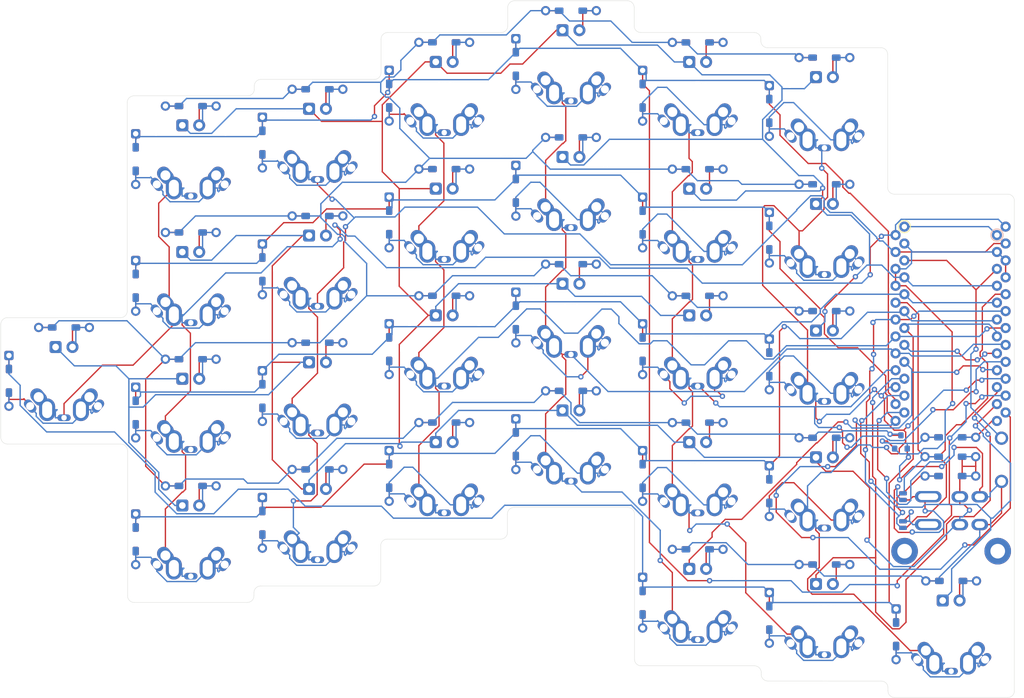
<source format=kicad_pcb>
(kicad_pcb (version 20171130) (host pcbnew "(5.1.2)-2")
  (layers (0 F.Cu signal) (31 B.Cu signal) (34 B.Paste user) (35 F.Paste user) (36 B.SilkS user) (37 F.SilkS user) (38 B.Mask user) (39 F.Mask user) (44 Edge.Cuts user))
  (net 0 "")
  (net 1 "Net-(D1-Pad2)")
  (net 2 /rowA)
  (net 3 "Net-(D2-Pad2)")
  (net 4 "Net-(D3-Pad2)")
  (net 5 "Net-(D4-Pad2)")
  (net 6 "Net-(D5-Pad2)")
  (net 7 "Net-(D6-Pad2)")
  (net 8 "Net-(D7-Pad2)")
  (net 9 /rowB)
  (net 10 "Net-(D8-Pad2)")
  (net 11 "Net-(D9-Pad2)")
  (net 12 "Net-(D10-Pad2)")
  (net 13 "Net-(D11-Pad2)")
  (net 14 "Net-(D12-Pad2)")
  (net 15 "Net-(D13-Pad2)")
  (net 16 /rowC)
  (net 17 "Net-(D14-Pad2)")
  (net 18 "Net-(D15-Pad2)")
  (net 19 "Net-(D16-Pad2)")
  (net 20 "Net-(D17-Pad2)")
  (net 21 "Net-(D18-Pad2)")
  (net 22 "Net-(D19-Pad2)")
  (net 23 /rowD)
  (net 24 "Net-(D20-Pad2)")
  (net 25 "Net-(D21-Pad2)")
  (net 26 "Net-(D22-Pad2)")
  (net 27 "Net-(D23-Pad2)")
  (net 28 "Net-(D24-Pad2)")
  (net 29 "Net-(D25-Pad2)")
  (net 30 /rowE)
  (net 31 "Net-(D26-Pad2)")
  (net 32 "Net-(D27-Pad2)")
  (net 33 "Net-(D28-Pad2)")
  (net 34 "Net-(D29-Pad1)")
  (net 35 VCC)
  (net 36 "Net-(D30-Pad1)")
  (net 37 "Net-(D31-Pad1)")
  (net 38 "Net-(D32-Pad1)")
  (net 39 "Net-(D33-Pad1)")
  (net 40 "Net-(D34-Pad1)")
  (net 41 "Net-(D35-Pad1)")
  (net 42 "Net-(D36-Pad1)")
  (net 43 "Net-(D37-Pad1)")
  (net 44 "Net-(D38-Pad1)")
  (net 45 "Net-(D39-Pad1)")
  (net 46 "Net-(D40-Pad1)")
  (net 47 "Net-(D41-Pad1)")
  (net 48 "Net-(D42-Pad1)")
  (net 49 "Net-(D43-Pad1)")
  (net 50 "Net-(D44-Pad1)")
  (net 51 "Net-(D45-Pad1)")
  (net 52 "Net-(D46-Pad1)")
  (net 53 "Net-(D47-Pad1)")
  (net 54 "Net-(D48-Pad1)")
  (net 55 "Net-(D49-Pad1)")
  (net 56 "Net-(D50-Pad1)")
  (net 57 "Net-(D51-Pad1)")
  (net 58 "Net-(D52-Pad1)")
  (net 59 "Net-(D53-Pad1)")
  (net 60 "Net-(D54-Pad1)")
  (net 61 "Net-(D55-Pad1)")
  (net 62 "Net-(D56-Pad1)")
  (net 63 RST)
  (net 64 GND)
  (net 65 SCL)
  (net 66 SDA)
  (net 67 /LEDOut)
  (net 68 "Net-(Q1-Pad1)")
  (net 69 /LED)
  (net 70 /col0)
  (net 71 /col1)
  (net 72 /col2)
  (net 73 /col3)
  (net 74 /col4)
  (net 75 /col5)
  (net 76 "Net-(U1-Pad24)")
  (net 77 "Net-(U1-Pad17)")
  (net 78 /CAPS)
  (net 79 /SCROLL)
  (net 80 /NUM)
  (net 81 "Net-(J1-PadA)")
  (net 82 "Net-(J1-PadD)")
  (module 1symblos:cherry (layer F.Cu) (at 181.91 63.43)
    (fp_text reference SW11)
    (fp_text value SW_Push hide)
    (pad 1 thru_hole oval (at -5.1 3.8 130) (size 2.2 1.25) (drill 1.2) (layers *.Cu *.Mask) (net 13 "Net-(D11-Pad2)"))
    (pad "" np_thru_hole circle (at 0 0 270) (size 4 4) (drill 4) (layers *.Cu *.Mask))
    (pad "" np_thru_hole circle (at 5.5 0 270) (size 1.9 1.9) (drill 1.9) (layers *.Cu *.Mask))
    (pad "" np_thru_hole circle (at -5.5 0 270) (size 1.9 1.9) (drill 1.9) (layers *.Cu *.Mask))
    (pad 1 thru_hole oval (at 5.1 3.8 230) (size 2.2 1.25) (drill 1.2) (layers *.Cu *.Mask) (net 13 "Net-(D11-Pad2)"))
    (pad 2 thru_hole oval (at 0 5.55 270) (size 1 2) (drill oval 0.81) (layers *.Cu *.Mask) (net 74 /col4))
    (pad 1 thru_hole oval (at 3.81 2.44 230) (size 2.8 2) (drill 1.5) (layers *.Cu *.Mask) (net 13 "Net-(D11-Pad2)"))
    (pad 2 thru_hole oval (at -3.81 2.44 130) (size 2.8 2) (drill 1.5) (layers *.Cu *.Mask) (net 74 /col4))
    (pad 2 thru_hole oval (at -2.54 4.35 180) (size 2.4 3.4) (drill oval 1.5 2.5) (layers *.Cu *.Mask) (net 74 /col4))
    (pad 1 thru_hole oval (at 2.54 4.35 180) (size 2.4 3.4) (drill oval 1.5 2.5) (layers *.Cu *.Mask) (net 13 "Net-(D11-Pad2)"))
    (pad "" np_thru_hole circle (at -5.08 0 180) (size 1.7 1.7) (drill 1.7) (layers *.Cu *.Mask))
    (pad "" np_thru_hole circle (at 5.08 0 180) (size 1.7 1.7) (drill 1.7) (layers *.Cu *.Mask))
    (pad "" np_thru_hole circle (at -5.22 -4.2 180) (size 1 1) (drill 1) (layers *.Cu *.Mask))
    (pad "" np_thru_hole circle (at 5.22 -4.2 180) (size 1 1) (drill 1) (layers *.Cu *.Mask))
  )
  (module 1symblos:cherry (layer F.Cu) (at 124.76 70.47)
    (fp_text reference SW8)
    (fp_text value SW_Push hide)
    (pad 1 thru_hole oval (at -5.1 3.8 130) (size 2.2 1.25) (drill 1.2) (layers *.Cu *.Mask) (net 10 "Net-(D8-Pad2)"))
    (pad "" np_thru_hole circle (at 0 0 270) (size 4 4) (drill 4) (layers *.Cu *.Mask))
    (pad "" np_thru_hole circle (at 5.5 0 270) (size 1.9 1.9) (drill 1.9) (layers *.Cu *.Mask))
    (pad "" np_thru_hole circle (at -5.5 0 270) (size 1.9 1.9) (drill 1.9) (layers *.Cu *.Mask))
    (pad 1 thru_hole oval (at 5.1 3.8 230) (size 2.2 1.25) (drill 1.2) (layers *.Cu *.Mask) (net 10 "Net-(D8-Pad2)"))
    (pad 2 thru_hole oval (at 0 5.55 270) (size 1 2) (drill oval 0.81) (layers *.Cu *.Mask) (net 71 /col1))
    (pad 1 thru_hole oval (at 3.81 2.44 230) (size 2.8 2) (drill 1.5) (layers *.Cu *.Mask) (net 10 "Net-(D8-Pad2)"))
    (pad 2 thru_hole oval (at -3.81 2.44 130) (size 2.8 2) (drill 1.5) (layers *.Cu *.Mask) (net 71 /col1))
    (pad 2 thru_hole oval (at -2.54 4.35 180) (size 2.4 3.4) (drill oval 1.5 2.5) (layers *.Cu *.Mask) (net 71 /col1))
    (pad 1 thru_hole oval (at 2.54 4.35 180) (size 2.4 3.4) (drill oval 1.5 2.5) (layers *.Cu *.Mask) (net 10 "Net-(D8-Pad2)"))
    (pad "" np_thru_hole circle (at -5.08 0 180) (size 1.7 1.7) (drill 1.7) (layers *.Cu *.Mask))
    (pad "" np_thru_hole circle (at 5.08 0 180) (size 1.7 1.7) (drill 1.7) (layers *.Cu *.Mask))
    (pad "" np_thru_hole circle (at -5.22 -4.2 180) (size 1 1) (drill 1) (layers *.Cu *.Mask))
    (pad "" np_thru_hole circle (at 5.22 -4.2 180) (size 1 1) (drill 1) (layers *.Cu *.Mask))
  )
  (module 1symblos:cherry (layer F.Cu) (at 105.71 53.9)
    (fp_text reference SW1)
    (fp_text value SW_Push hide)
    (pad 1 thru_hole oval (at -5.1 3.8 130) (size 2.2 1.25) (drill 1.2) (layers *.Cu *.Mask) (net 1 "Net-(D1-Pad2)"))
    (pad "" np_thru_hole circle (at 0 0 270) (size 4 4) (drill 4) (layers *.Cu *.Mask))
    (pad "" np_thru_hole circle (at 5.5 0 270) (size 1.9 1.9) (drill 1.9) (layers *.Cu *.Mask))
    (pad "" np_thru_hole circle (at -5.5 0 270) (size 1.9 1.9) (drill 1.9) (layers *.Cu *.Mask))
    (pad 1 thru_hole oval (at 5.1 3.8 230) (size 2.2 1.25) (drill 1.2) (layers *.Cu *.Mask) (net 1 "Net-(D1-Pad2)"))
    (pad 2 thru_hole oval (at 0 5.55 270) (size 1 2) (drill oval 0.81) (layers *.Cu *.Mask) (net 70 /col0))
    (pad 1 thru_hole oval (at 3.81 2.44 230) (size 2.8 2) (drill 1.5) (layers *.Cu *.Mask) (net 1 "Net-(D1-Pad2)"))
    (pad 2 thru_hole oval (at -3.81 2.44 130) (size 2.8 2) (drill 1.5) (layers *.Cu *.Mask) (net 70 /col0))
    (pad 2 thru_hole oval (at -2.54 4.35 180) (size 2.4 3.4) (drill oval 1.5 2.5) (layers *.Cu *.Mask) (net 70 /col0))
    (pad 1 thru_hole oval (at 2.54 4.35 180) (size 2.4 3.4) (drill oval 1.5 2.5) (layers *.Cu *.Mask) (net 1 "Net-(D1-Pad2)"))
    (pad "" np_thru_hole circle (at -5.08 0 180) (size 1.7 1.7) (drill 1.7) (layers *.Cu *.Mask))
    (pad "" np_thru_hole circle (at 5.08 0 180) (size 1.7 1.7) (drill 1.7) (layers *.Cu *.Mask))
    (pad "" np_thru_hole circle (at -5.22 -4.2 180) (size 1 1) (drill 1) (layers *.Cu *.Mask))
    (pad "" np_thru_hole circle (at 5.22 -4.2 180) (size 1 1) (drill 1) (layers *.Cu *.Mask))
  )
  (module 1symblos:cherry (layer F.Cu) (at 124.76 51.42)
    (fp_text reference SW2)
    (fp_text value SW2 hide)
    (pad 1 thru_hole oval (at -5.1 3.8 130) (size 2.2 1.25) (drill 1.2) (layers *.Cu *.Mask) (net 3 "Net-(D2-Pad2)"))
    (pad "" np_thru_hole circle (at 0 0 270) (size 4 4) (drill 4) (layers *.Cu *.Mask))
    (pad "" np_thru_hole circle (at 5.5 0 270) (size 1.9 1.9) (drill 1.9) (layers *.Cu *.Mask))
    (pad "" np_thru_hole circle (at -5.5 0 270) (size 1.9 1.9) (drill 1.9) (layers *.Cu *.Mask))
    (pad 1 thru_hole oval (at 5.1 3.8 230) (size 2.2 1.25) (drill 1.2) (layers *.Cu *.Mask) (net 3 "Net-(D2-Pad2)"))
    (pad 2 thru_hole oval (at 0 5.55 270) (size 1 2) (drill oval 0.81) (layers *.Cu *.Mask) (net 71 /col1))
    (pad 1 thru_hole oval (at 3.81 2.44 230) (size 2.8 2) (drill 1.5) (layers *.Cu *.Mask) (net 3 "Net-(D2-Pad2)"))
    (pad 2 thru_hole oval (at -3.81 2.44 130) (size 2.8 2) (drill 1.5) (layers *.Cu *.Mask) (net 71 /col1))
    (pad 2 thru_hole oval (at -2.54 4.35 180) (size 2.4 3.4) (drill oval 1.5 2.5) (layers *.Cu *.Mask) (net 71 /col1))
    (pad 1 thru_hole oval (at 2.54 4.35 180) (size 2.4 3.4) (drill oval 1.5 2.5) (layers *.Cu *.Mask) (net 3 "Net-(D2-Pad2)"))
    (pad "" np_thru_hole circle (at -5.08 0 180) (size 1.7 1.7) (drill 1.7) (layers *.Cu *.Mask))
    (pad "" np_thru_hole circle (at 5.08 0 180) (size 1.7 1.7) (drill 1.7) (layers *.Cu *.Mask))
    (pad "" np_thru_hole circle (at -5.22 -4.2 180) (size 1 1) (drill 1) (layers *.Cu *.Mask))
    (pad "" np_thru_hole circle (at 5.22 -4.2 180) (size 1 1) (drill 1) (layers *.Cu *.Mask))
  )
  (module 1symblos:cherry (layer F.Cu) (at 143.81 44.37)
    (fp_text reference SW3)
    (fp_text value SW_Push hide)
    (pad 1 thru_hole oval (at -5.1 3.8 130) (size 2.2 1.25) (drill 1.2) (layers *.Cu *.Mask) (net 4 "Net-(D3-Pad2)"))
    (pad "" np_thru_hole circle (at 0 0 270) (size 4 4) (drill 4) (layers *.Cu *.Mask))
    (pad "" np_thru_hole circle (at 5.5 0 270) (size 1.9 1.9) (drill 1.9) (layers *.Cu *.Mask))
    (pad "" np_thru_hole circle (at -5.5 0 270) (size 1.9 1.9) (drill 1.9) (layers *.Cu *.Mask))
    (pad 1 thru_hole oval (at 5.1 3.8 230) (size 2.2 1.25) (drill 1.2) (layers *.Cu *.Mask) (net 4 "Net-(D3-Pad2)"))
    (pad 2 thru_hole oval (at 0 5.55 270) (size 1 2) (drill oval 0.81) (layers *.Cu *.Mask) (net 72 /col2))
    (pad 1 thru_hole oval (at 3.81 2.44 230) (size 2.8 2) (drill 1.5) (layers *.Cu *.Mask) (net 4 "Net-(D3-Pad2)"))
    (pad 2 thru_hole oval (at -3.81 2.44 130) (size 2.8 2) (drill 1.5) (layers *.Cu *.Mask) (net 72 /col2))
    (pad 2 thru_hole oval (at -2.54 4.35 180) (size 2.4 3.4) (drill oval 1.5 2.5) (layers *.Cu *.Mask) (net 72 /col2))
    (pad 1 thru_hole oval (at 2.54 4.35 180) (size 2.4 3.4) (drill oval 1.5 2.5) (layers *.Cu *.Mask) (net 4 "Net-(D3-Pad2)"))
    (pad "" np_thru_hole circle (at -5.08 0 180) (size 1.7 1.7) (drill 1.7) (layers *.Cu *.Mask))
    (pad "" np_thru_hole circle (at 5.08 0 180) (size 1.7 1.7) (drill 1.7) (layers *.Cu *.Mask))
    (pad "" np_thru_hole circle (at -5.22 -4.2 180) (size 1 1) (drill 1) (layers *.Cu *.Mask))
    (pad "" np_thru_hole circle (at 5.22 -4.2 180) (size 1 1) (drill 1) (layers *.Cu *.Mask))
  )
  (module 1symblos:cherry (layer F.Cu) (at 162.86 39.61)
    (fp_text reference SW4)
    (fp_text value SW_Push hide)
    (pad 1 thru_hole oval (at -5.1 3.8 130) (size 2.2 1.25) (drill 1.2) (layers *.Cu *.Mask) (net 5 "Net-(D4-Pad2)"))
    (pad "" np_thru_hole circle (at 0 0 270) (size 4 4) (drill 4) (layers *.Cu *.Mask))
    (pad "" np_thru_hole circle (at 5.5 0 270) (size 1.9 1.9) (drill 1.9) (layers *.Cu *.Mask))
    (pad "" np_thru_hole circle (at -5.5 0 270) (size 1.9 1.9) (drill 1.9) (layers *.Cu *.Mask))
    (pad 1 thru_hole oval (at 5.1 3.8 230) (size 2.2 1.25) (drill 1.2) (layers *.Cu *.Mask) (net 5 "Net-(D4-Pad2)"))
    (pad 2 thru_hole oval (at 0 5.55 270) (size 1 2) (drill oval 0.81) (layers *.Cu *.Mask) (net 73 /col3))
    (pad 1 thru_hole oval (at 3.81 2.44 230) (size 2.8 2) (drill 1.5) (layers *.Cu *.Mask) (net 5 "Net-(D4-Pad2)"))
    (pad 2 thru_hole oval (at -3.81 2.44 130) (size 2.8 2) (drill 1.5) (layers *.Cu *.Mask) (net 73 /col3))
    (pad 2 thru_hole oval (at -2.54 4.35 180) (size 2.4 3.4) (drill oval 1.5 2.5) (layers *.Cu *.Mask) (net 73 /col3))
    (pad 1 thru_hole oval (at 2.54 4.35 180) (size 2.4 3.4) (drill oval 1.5 2.5) (layers *.Cu *.Mask) (net 5 "Net-(D4-Pad2)"))
    (pad "" np_thru_hole circle (at -5.08 0 180) (size 1.7 1.7) (drill 1.7) (layers *.Cu *.Mask))
    (pad "" np_thru_hole circle (at 5.08 0 180) (size 1.7 1.7) (drill 1.7) (layers *.Cu *.Mask))
    (pad "" np_thru_hole circle (at -5.22 -4.2 180) (size 1 1) (drill 1) (layers *.Cu *.Mask))
    (pad "" np_thru_hole circle (at 5.22 -4.2 180) (size 1 1) (drill 1) (layers *.Cu *.Mask))
  )
  (module 1symblos:cherry (layer F.Cu) (at 181.91 44.38)
    (fp_text reference SW5)
    (fp_text value SW_Push hide)
    (pad 1 thru_hole oval (at -5.1 3.8 130) (size 2.2 1.25) (drill 1.2) (layers *.Cu *.Mask) (net 6 "Net-(D5-Pad2)"))
    (pad "" np_thru_hole circle (at 0 0 270) (size 4 4) (drill 4) (layers *.Cu *.Mask))
    (pad "" np_thru_hole circle (at 5.5 0 270) (size 1.9 1.9) (drill 1.9) (layers *.Cu *.Mask))
    (pad "" np_thru_hole circle (at -5.5 0 270) (size 1.9 1.9) (drill 1.9) (layers *.Cu *.Mask))
    (pad 1 thru_hole oval (at 5.1 3.8 230) (size 2.2 1.25) (drill 1.2) (layers *.Cu *.Mask) (net 6 "Net-(D5-Pad2)"))
    (pad 2 thru_hole oval (at 0 5.55 270) (size 1 2) (drill oval 0.81) (layers *.Cu *.Mask) (net 74 /col4))
    (pad 1 thru_hole oval (at 3.81 2.44 230) (size 2.8 2) (drill 1.5) (layers *.Cu *.Mask) (net 6 "Net-(D5-Pad2)"))
    (pad 2 thru_hole oval (at -3.81 2.44 130) (size 2.8 2) (drill 1.5) (layers *.Cu *.Mask) (net 74 /col4))
    (pad 2 thru_hole oval (at -2.54 4.35 180) (size 2.4 3.4) (drill oval 1.5 2.5) (layers *.Cu *.Mask) (net 74 /col4))
    (pad 1 thru_hole oval (at 2.54 4.35 180) (size 2.4 3.4) (drill oval 1.5 2.5) (layers *.Cu *.Mask) (net 6 "Net-(D5-Pad2)"))
    (pad "" np_thru_hole circle (at -5.08 0 180) (size 1.7 1.7) (drill 1.7) (layers *.Cu *.Mask))
    (pad "" np_thru_hole circle (at 5.08 0 180) (size 1.7 1.7) (drill 1.7) (layers *.Cu *.Mask))
    (pad "" np_thru_hole circle (at -5.22 -4.2 180) (size 1 1) (drill 1) (layers *.Cu *.Mask))
    (pad "" np_thru_hole circle (at 5.22 -4.2 180) (size 1 1) (drill 1) (layers *.Cu *.Mask))
  )
  (module 1symblos:cherry (layer F.Cu) (at 200.96 46.66)
    (fp_text reference SW6)
    (fp_text value SW_Push hide)
    (pad 1 thru_hole oval (at -5.1 3.8 130) (size 2.2 1.25) (drill 1.2) (layers *.Cu *.Mask) (net 7 "Net-(D6-Pad2)"))
    (pad "" np_thru_hole circle (at 0 0 270) (size 4 4) (drill 4) (layers *.Cu *.Mask))
    (pad "" np_thru_hole circle (at 5.5 0 270) (size 1.9 1.9) (drill 1.9) (layers *.Cu *.Mask))
    (pad "" np_thru_hole circle (at -5.5 0 270) (size 1.9 1.9) (drill 1.9) (layers *.Cu *.Mask))
    (pad 1 thru_hole oval (at 5.1 3.8 230) (size 2.2 1.25) (drill 1.2) (layers *.Cu *.Mask) (net 7 "Net-(D6-Pad2)"))
    (pad 2 thru_hole oval (at 0 5.55 270) (size 1 2) (drill oval 0.81) (layers *.Cu *.Mask) (net 75 /col5))
    (pad 1 thru_hole oval (at 3.81 2.44 230) (size 2.8 2) (drill 1.5) (layers *.Cu *.Mask) (net 7 "Net-(D6-Pad2)"))
    (pad 2 thru_hole oval (at -3.81 2.44 130) (size 2.8 2) (drill 1.5) (layers *.Cu *.Mask) (net 75 /col5))
    (pad 2 thru_hole oval (at -2.54 4.35 180) (size 2.4 3.4) (drill oval 1.5 2.5) (layers *.Cu *.Mask) (net 75 /col5))
    (pad 1 thru_hole oval (at 2.54 4.35 180) (size 2.4 3.4) (drill oval 1.5 2.5) (layers *.Cu *.Mask) (net 7 "Net-(D6-Pad2)"))
    (pad "" np_thru_hole circle (at -5.08 0 180) (size 1.7 1.7) (drill 1.7) (layers *.Cu *.Mask))
    (pad "" np_thru_hole circle (at 5.08 0 180) (size 1.7 1.7) (drill 1.7) (layers *.Cu *.Mask))
    (pad "" np_thru_hole circle (at -5.22 -4.2 180) (size 1 1) (drill 1) (layers *.Cu *.Mask))
    (pad "" np_thru_hole circle (at 5.22 -4.2 180) (size 1 1) (drill 1) (layers *.Cu *.Mask))
  )
  (module 1symblos:cherry (layer F.Cu) (at 105.71 72.95)
    (fp_text reference SW7)
    (fp_text value SW_Push hide)
    (pad 1 thru_hole oval (at -5.1 3.8 130) (size 2.2 1.25) (drill 1.2) (layers *.Cu *.Mask) (net 8 "Net-(D7-Pad2)"))
    (pad "" np_thru_hole circle (at 0 0 270) (size 4 4) (drill 4) (layers *.Cu *.Mask))
    (pad "" np_thru_hole circle (at 5.5 0 270) (size 1.9 1.9) (drill 1.9) (layers *.Cu *.Mask))
    (pad "" np_thru_hole circle (at -5.5 0 270) (size 1.9 1.9) (drill 1.9) (layers *.Cu *.Mask))
    (pad 1 thru_hole oval (at 5.1 3.8 230) (size 2.2 1.25) (drill 1.2) (layers *.Cu *.Mask) (net 8 "Net-(D7-Pad2)"))
    (pad 2 thru_hole oval (at 0 5.55 270) (size 1 2) (drill oval 0.81) (layers *.Cu *.Mask) (net 70 /col0))
    (pad 1 thru_hole oval (at 3.81 2.44 230) (size 2.8 2) (drill 1.5) (layers *.Cu *.Mask) (net 8 "Net-(D7-Pad2)"))
    (pad 2 thru_hole oval (at -3.81 2.44 130) (size 2.8 2) (drill 1.5) (layers *.Cu *.Mask) (net 70 /col0))
    (pad 2 thru_hole oval (at -2.54 4.35 180) (size 2.4 3.4) (drill oval 1.5 2.5) (layers *.Cu *.Mask) (net 70 /col0))
    (pad 1 thru_hole oval (at 2.54 4.35 180) (size 2.4 3.4) (drill oval 1.5 2.5) (layers *.Cu *.Mask) (net 8 "Net-(D7-Pad2)"))
    (pad "" np_thru_hole circle (at -5.08 0 180) (size 1.7 1.7) (drill 1.7) (layers *.Cu *.Mask))
    (pad "" np_thru_hole circle (at 5.08 0 180) (size 1.7 1.7) (drill 1.7) (layers *.Cu *.Mask))
    (pad "" np_thru_hole circle (at -5.22 -4.2 180) (size 1 1) (drill 1) (layers *.Cu *.Mask))
    (pad "" np_thru_hole circle (at 5.22 -4.2 180) (size 1 1) (drill 1) (layers *.Cu *.Mask))
  )
  (module 1symblos:cherry (layer F.Cu) (at 143.81 63.42)
    (fp_text reference SW9)
    (fp_text value SW_Push hide)
    (pad 1 thru_hole oval (at -5.1 3.8 130) (size 2.2 1.25) (drill 1.2) (layers *.Cu *.Mask) (net 11 "Net-(D9-Pad2)"))
    (pad "" np_thru_hole circle (at 0 0 270) (size 4 4) (drill 4) (layers *.Cu *.Mask))
    (pad "" np_thru_hole circle (at 5.5 0 270) (size 1.9 1.9) (drill 1.9) (layers *.Cu *.Mask))
    (pad "" np_thru_hole circle (at -5.5 0 270) (size 1.9 1.9) (drill 1.9) (layers *.Cu *.Mask))
    (pad 1 thru_hole oval (at 5.1 3.8 230) (size 2.2 1.25) (drill 1.2) (layers *.Cu *.Mask) (net 11 "Net-(D9-Pad2)"))
    (pad 2 thru_hole oval (at 0 5.55 270) (size 1 2) (drill oval 0.81) (layers *.Cu *.Mask) (net 72 /col2))
    (pad 1 thru_hole oval (at 3.81 2.44 230) (size 2.8 2) (drill 1.5) (layers *.Cu *.Mask) (net 11 "Net-(D9-Pad2)"))
    (pad 2 thru_hole oval (at -3.81 2.44 130) (size 2.8 2) (drill 1.5) (layers *.Cu *.Mask) (net 72 /col2))
    (pad 2 thru_hole oval (at -2.54 4.35 180) (size 2.4 3.4) (drill oval 1.5 2.5) (layers *.Cu *.Mask) (net 72 /col2))
    (pad 1 thru_hole oval (at 2.54 4.35 180) (size 2.4 3.4) (drill oval 1.5 2.5) (layers *.Cu *.Mask) (net 11 "Net-(D9-Pad2)"))
    (pad "" np_thru_hole circle (at -5.08 0 180) (size 1.7 1.7) (drill 1.7) (layers *.Cu *.Mask))
    (pad "" np_thru_hole circle (at 5.08 0 180) (size 1.7 1.7) (drill 1.7) (layers *.Cu *.Mask))
    (pad "" np_thru_hole circle (at -5.22 -4.2 180) (size 1 1) (drill 1) (layers *.Cu *.Mask))
    (pad "" np_thru_hole circle (at 5.22 -4.2 180) (size 1 1) (drill 1) (layers *.Cu *.Mask))
  )
  (module 1symblos:cherry (layer F.Cu) (at 162.86 58.66)
    (fp_text reference SW10)
    (fp_text value SW_Push hide)
    (pad 1 thru_hole oval (at -5.1 3.8 130) (size 2.2 1.25) (drill 1.2) (layers *.Cu *.Mask) (net 12 "Net-(D10-Pad2)"))
    (pad "" np_thru_hole circle (at 0 0 270) (size 4 4) (drill 4) (layers *.Cu *.Mask))
    (pad "" np_thru_hole circle (at 5.5 0 270) (size 1.9 1.9) (drill 1.9) (layers *.Cu *.Mask))
    (pad "" np_thru_hole circle (at -5.5 0 270) (size 1.9 1.9) (drill 1.9) (layers *.Cu *.Mask))
    (pad 1 thru_hole oval (at 5.1 3.8 230) (size 2.2 1.25) (drill 1.2) (layers *.Cu *.Mask) (net 12 "Net-(D10-Pad2)"))
    (pad 2 thru_hole oval (at 0 5.55 270) (size 1 2) (drill oval 0.81) (layers *.Cu *.Mask) (net 73 /col3))
    (pad 1 thru_hole oval (at 3.81 2.44 230) (size 2.8 2) (drill 1.5) (layers *.Cu *.Mask) (net 12 "Net-(D10-Pad2)"))
    (pad 2 thru_hole oval (at -3.81 2.44 130) (size 2.8 2) (drill 1.5) (layers *.Cu *.Mask) (net 73 /col3))
    (pad 2 thru_hole oval (at -2.54 4.35 180) (size 2.4 3.4) (drill oval 1.5 2.5) (layers *.Cu *.Mask) (net 73 /col3))
    (pad 1 thru_hole oval (at 2.54 4.35 180) (size 2.4 3.4) (drill oval 1.5 2.5) (layers *.Cu *.Mask) (net 12 "Net-(D10-Pad2)"))
    (pad "" np_thru_hole circle (at -5.08 0 180) (size 1.7 1.7) (drill 1.7) (layers *.Cu *.Mask))
    (pad "" np_thru_hole circle (at 5.08 0 180) (size 1.7 1.7) (drill 1.7) (layers *.Cu *.Mask))
    (pad "" np_thru_hole circle (at -5.22 -4.2 180) (size 1 1) (drill 1) (layers *.Cu *.Mask))
    (pad "" np_thru_hole circle (at 5.22 -4.2 180) (size 1 1) (drill 1) (layers *.Cu *.Mask))
  )
  (module 1symblos:cherry (layer F.Cu) (at 200.96 65.71)
    (fp_text reference SW12)
    (fp_text value SW_Push hide)
    (pad 1 thru_hole oval (at -5.1 3.8 130) (size 2.2 1.25) (drill 1.2) (layers *.Cu *.Mask) (net 14 "Net-(D12-Pad2)"))
    (pad "" np_thru_hole circle (at 0 0 270) (size 4 4) (drill 4) (layers *.Cu *.Mask))
    (pad "" np_thru_hole circle (at 5.5 0 270) (size 1.9 1.9) (drill 1.9) (layers *.Cu *.Mask))
    (pad "" np_thru_hole circle (at -5.5 0 270) (size 1.9 1.9) (drill 1.9) (layers *.Cu *.Mask))
    (pad 1 thru_hole oval (at 5.1 3.8 230) (size 2.2 1.25) (drill 1.2) (layers *.Cu *.Mask) (net 14 "Net-(D12-Pad2)"))
    (pad 2 thru_hole oval (at 0 5.55 270) (size 1 2) (drill oval 0.81) (layers *.Cu *.Mask) (net 75 /col5))
    (pad 1 thru_hole oval (at 3.81 2.44 230) (size 2.8 2) (drill 1.5) (layers *.Cu *.Mask) (net 14 "Net-(D12-Pad2)"))
    (pad 2 thru_hole oval (at -3.81 2.44 130) (size 2.8 2) (drill 1.5) (layers *.Cu *.Mask) (net 75 /col5))
    (pad 2 thru_hole oval (at -2.54 4.35 180) (size 2.4 3.4) (drill oval 1.5 2.5) (layers *.Cu *.Mask) (net 75 /col5))
    (pad 1 thru_hole oval (at 2.54 4.35 180) (size 2.4 3.4) (drill oval 1.5 2.5) (layers *.Cu *.Mask) (net 14 "Net-(D12-Pad2)"))
    (pad "" np_thru_hole circle (at -5.08 0 180) (size 1.7 1.7) (drill 1.7) (layers *.Cu *.Mask))
    (pad "" np_thru_hole circle (at 5.08 0 180) (size 1.7 1.7) (drill 1.7) (layers *.Cu *.Mask))
    (pad "" np_thru_hole circle (at -5.22 -4.2 180) (size 1 1) (drill 1) (layers *.Cu *.Mask))
    (pad "" np_thru_hole circle (at 5.22 -4.2 180) (size 1 1) (drill 1) (layers *.Cu *.Mask))
  )
  (module 1symblos:cherry (layer F.Cu) (at 105.71 92)
    (fp_text reference SW13)
    (fp_text value SW_Push hide)
    (pad 1 thru_hole oval (at -5.1 3.8 130) (size 2.2 1.25) (drill 1.2) (layers *.Cu *.Mask) (net 15 "Net-(D13-Pad2)"))
    (pad "" np_thru_hole circle (at 0 0 270) (size 4 4) (drill 4) (layers *.Cu *.Mask))
    (pad "" np_thru_hole circle (at 5.5 0 270) (size 1.9 1.9) (drill 1.9) (layers *.Cu *.Mask))
    (pad "" np_thru_hole circle (at -5.5 0 270) (size 1.9 1.9) (drill 1.9) (layers *.Cu *.Mask))
    (pad 1 thru_hole oval (at 5.1 3.8 230) (size 2.2 1.25) (drill 1.2) (layers *.Cu *.Mask) (net 15 "Net-(D13-Pad2)"))
    (pad 2 thru_hole oval (at 0 5.55 270) (size 1 2) (drill oval 0.81) (layers *.Cu *.Mask) (net 70 /col0))
    (pad 1 thru_hole oval (at 3.81 2.44 230) (size 2.8 2) (drill 1.5) (layers *.Cu *.Mask) (net 15 "Net-(D13-Pad2)"))
    (pad 2 thru_hole oval (at -3.81 2.44 130) (size 2.8 2) (drill 1.5) (layers *.Cu *.Mask) (net 70 /col0))
    (pad 2 thru_hole oval (at -2.54 4.35 180) (size 2.4 3.4) (drill oval 1.5 2.5) (layers *.Cu *.Mask) (net 70 /col0))
    (pad 1 thru_hole oval (at 2.54 4.35 180) (size 2.4 3.4) (drill oval 1.5 2.5) (layers *.Cu *.Mask) (net 15 "Net-(D13-Pad2)"))
    (pad "" np_thru_hole circle (at -5.08 0 180) (size 1.7 1.7) (drill 1.7) (layers *.Cu *.Mask))
    (pad "" np_thru_hole circle (at 5.08 0 180) (size 1.7 1.7) (drill 1.7) (layers *.Cu *.Mask))
    (pad "" np_thru_hole circle (at -5.22 -4.2 180) (size 1 1) (drill 1) (layers *.Cu *.Mask))
    (pad "" np_thru_hole circle (at 5.22 -4.2 180) (size 1 1) (drill 1) (layers *.Cu *.Mask))
  )
  (module 1symblos:cherry (layer F.Cu) (at 124.76 89.52)
    (fp_text reference SW14)
    (fp_text value SW_Push hide)
    (pad 1 thru_hole oval (at -5.1 3.8 130) (size 2.2 1.25) (drill 1.2) (layers *.Cu *.Mask) (net 17 "Net-(D14-Pad2)"))
    (pad "" np_thru_hole circle (at 0 0 270) (size 4 4) (drill 4) (layers *.Cu *.Mask))
    (pad "" np_thru_hole circle (at 5.5 0 270) (size 1.9 1.9) (drill 1.9) (layers *.Cu *.Mask))
    (pad "" np_thru_hole circle (at -5.5 0 270) (size 1.9 1.9) (drill 1.9) (layers *.Cu *.Mask))
    (pad 1 thru_hole oval (at 5.1 3.8 230) (size 2.2 1.25) (drill 1.2) (layers *.Cu *.Mask) (net 17 "Net-(D14-Pad2)"))
    (pad 2 thru_hole oval (at 0 5.55 270) (size 1 2) (drill oval 0.81) (layers *.Cu *.Mask) (net 71 /col1))
    (pad 1 thru_hole oval (at 3.81 2.44 230) (size 2.8 2) (drill 1.5) (layers *.Cu *.Mask) (net 17 "Net-(D14-Pad2)"))
    (pad 2 thru_hole oval (at -3.81 2.44 130) (size 2.8 2) (drill 1.5) (layers *.Cu *.Mask) (net 71 /col1))
    (pad 2 thru_hole oval (at -2.54 4.35 180) (size 2.4 3.4) (drill oval 1.5 2.5) (layers *.Cu *.Mask) (net 71 /col1))
    (pad 1 thru_hole oval (at 2.54 4.35 180) (size 2.4 3.4) (drill oval 1.5 2.5) (layers *.Cu *.Mask) (net 17 "Net-(D14-Pad2)"))
    (pad "" np_thru_hole circle (at -5.08 0 180) (size 1.7 1.7) (drill 1.7) (layers *.Cu *.Mask))
    (pad "" np_thru_hole circle (at 5.08 0 180) (size 1.7 1.7) (drill 1.7) (layers *.Cu *.Mask))
    (pad "" np_thru_hole circle (at -5.22 -4.2 180) (size 1 1) (drill 1) (layers *.Cu *.Mask))
    (pad "" np_thru_hole circle (at 5.22 -4.2 180) (size 1 1) (drill 1) (layers *.Cu *.Mask))
  )
  (module 1symblos:cherry (layer F.Cu) (at 143.81 82.47)
    (fp_text reference SW15)
    (fp_text value SW_Push hide)
    (pad 1 thru_hole oval (at -5.1 3.8 130) (size 2.2 1.25) (drill 1.2) (layers *.Cu *.Mask) (net 18 "Net-(D15-Pad2)"))
    (pad "" np_thru_hole circle (at 0 0 270) (size 4 4) (drill 4) (layers *.Cu *.Mask))
    (pad "" np_thru_hole circle (at 5.5 0 270) (size 1.9 1.9) (drill 1.9) (layers *.Cu *.Mask))
    (pad "" np_thru_hole circle (at -5.5 0 270) (size 1.9 1.9) (drill 1.9) (layers *.Cu *.Mask))
    (pad 1 thru_hole oval (at 5.1 3.8 230) (size 2.2 1.25) (drill 1.2) (layers *.Cu *.Mask) (net 18 "Net-(D15-Pad2)"))
    (pad 2 thru_hole oval (at 0 5.55 270) (size 1 2) (drill oval 0.81) (layers *.Cu *.Mask) (net 72 /col2))
    (pad 1 thru_hole oval (at 3.81 2.44 230) (size 2.8 2) (drill 1.5) (layers *.Cu *.Mask) (net 18 "Net-(D15-Pad2)"))
    (pad 2 thru_hole oval (at -3.81 2.44 130) (size 2.8 2) (drill 1.5) (layers *.Cu *.Mask) (net 72 /col2))
    (pad 2 thru_hole oval (at -2.54 4.35 180) (size 2.4 3.4) (drill oval 1.5 2.5) (layers *.Cu *.Mask) (net 72 /col2))
    (pad 1 thru_hole oval (at 2.54 4.35 180) (size 2.4 3.4) (drill oval 1.5 2.5) (layers *.Cu *.Mask) (net 18 "Net-(D15-Pad2)"))
    (pad "" np_thru_hole circle (at -5.08 0 180) (size 1.7 1.7) (drill 1.7) (layers *.Cu *.Mask))
    (pad "" np_thru_hole circle (at 5.08 0 180) (size 1.7 1.7) (drill 1.7) (layers *.Cu *.Mask))
    (pad "" np_thru_hole circle (at -5.22 -4.2 180) (size 1 1) (drill 1) (layers *.Cu *.Mask))
    (pad "" np_thru_hole circle (at 5.22 -4.2 180) (size 1 1) (drill 1) (layers *.Cu *.Mask))
  )
  (module 1symblos:cherry (layer F.Cu) (at 162.86 77.71)
    (fp_text reference SW16)
    (fp_text value SW_Push hide)
    (pad 1 thru_hole oval (at -5.1 3.8 130) (size 2.2 1.25) (drill 1.2) (layers *.Cu *.Mask) (net 19 "Net-(D16-Pad2)"))
    (pad "" np_thru_hole circle (at 0 0 270) (size 4 4) (drill 4) (layers *.Cu *.Mask))
    (pad "" np_thru_hole circle (at 5.5 0 270) (size 1.9 1.9) (drill 1.9) (layers *.Cu *.Mask))
    (pad "" np_thru_hole circle (at -5.5 0 270) (size 1.9 1.9) (drill 1.9) (layers *.Cu *.Mask))
    (pad 1 thru_hole oval (at 5.1 3.8 230) (size 2.2 1.25) (drill 1.2) (layers *.Cu *.Mask) (net 19 "Net-(D16-Pad2)"))
    (pad 2 thru_hole oval (at 0 5.55 270) (size 1 2) (drill oval 0.81) (layers *.Cu *.Mask) (net 73 /col3))
    (pad 1 thru_hole oval (at 3.81 2.44 230) (size 2.8 2) (drill 1.5) (layers *.Cu *.Mask) (net 19 "Net-(D16-Pad2)"))
    (pad 2 thru_hole oval (at -3.81 2.44 130) (size 2.8 2) (drill 1.5) (layers *.Cu *.Mask) (net 73 /col3))
    (pad 2 thru_hole oval (at -2.54 4.35 180) (size 2.4 3.4) (drill oval 1.5 2.5) (layers *.Cu *.Mask) (net 73 /col3))
    (pad 1 thru_hole oval (at 2.54 4.35 180) (size 2.4 3.4) (drill oval 1.5 2.5) (layers *.Cu *.Mask) (net 19 "Net-(D16-Pad2)"))
    (pad "" np_thru_hole circle (at -5.08 0 180) (size 1.7 1.7) (drill 1.7) (layers *.Cu *.Mask))
    (pad "" np_thru_hole circle (at 5.08 0 180) (size 1.7 1.7) (drill 1.7) (layers *.Cu *.Mask))
    (pad "" np_thru_hole circle (at -5.22 -4.2 180) (size 1 1) (drill 1) (layers *.Cu *.Mask))
    (pad "" np_thru_hole circle (at 5.22 -4.2 180) (size 1 1) (drill 1) (layers *.Cu *.Mask))
  )
  (module 1symblos:cherry (layer F.Cu) (at 181.91 82.48)
    (fp_text reference SW17)
    (fp_text value SW_Push hide)
    (pad 1 thru_hole oval (at -5.1 3.8 130) (size 2.2 1.25) (drill 1.2) (layers *.Cu *.Mask) (net 20 "Net-(D17-Pad2)"))
    (pad "" np_thru_hole circle (at 0 0 270) (size 4 4) (drill 4) (layers *.Cu *.Mask))
    (pad "" np_thru_hole circle (at 5.5 0 270) (size 1.9 1.9) (drill 1.9) (layers *.Cu *.Mask))
    (pad "" np_thru_hole circle (at -5.5 0 270) (size 1.9 1.9) (drill 1.9) (layers *.Cu *.Mask))
    (pad 1 thru_hole oval (at 5.1 3.8 230) (size 2.2 1.25) (drill 1.2) (layers *.Cu *.Mask) (net 20 "Net-(D17-Pad2)"))
    (pad 2 thru_hole oval (at 0 5.55 270) (size 1 2) (drill oval 0.81) (layers *.Cu *.Mask) (net 74 /col4))
    (pad 1 thru_hole oval (at 3.81 2.44 230) (size 2.8 2) (drill 1.5) (layers *.Cu *.Mask) (net 20 "Net-(D17-Pad2)"))
    (pad 2 thru_hole oval (at -3.81 2.44 130) (size 2.8 2) (drill 1.5) (layers *.Cu *.Mask) (net 74 /col4))
    (pad 2 thru_hole oval (at -2.54 4.35 180) (size 2.4 3.4) (drill oval 1.5 2.5) (layers *.Cu *.Mask) (net 74 /col4))
    (pad 1 thru_hole oval (at 2.54 4.35 180) (size 2.4 3.4) (drill oval 1.5 2.5) (layers *.Cu *.Mask) (net 20 "Net-(D17-Pad2)"))
    (pad "" np_thru_hole circle (at -5.08 0 180) (size 1.7 1.7) (drill 1.7) (layers *.Cu *.Mask))
    (pad "" np_thru_hole circle (at 5.08 0 180) (size 1.7 1.7) (drill 1.7) (layers *.Cu *.Mask))
    (pad "" np_thru_hole circle (at -5.22 -4.2 180) (size 1 1) (drill 1) (layers *.Cu *.Mask))
    (pad "" np_thru_hole circle (at 5.22 -4.2 180) (size 1 1) (drill 1) (layers *.Cu *.Mask))
  )
  (module 1symblos:cherry (layer F.Cu) (at 200.96 84.76)
    (fp_text reference SW18)
    (fp_text value SW_Push hide)
    (pad 1 thru_hole oval (at -5.1 3.8 130) (size 2.2 1.25) (drill 1.2) (layers *.Cu *.Mask) (net 21 "Net-(D18-Pad2)"))
    (pad "" np_thru_hole circle (at 0 0 270) (size 4 4) (drill 4) (layers *.Cu *.Mask))
    (pad "" np_thru_hole circle (at 5.5 0 270) (size 1.9 1.9) (drill 1.9) (layers *.Cu *.Mask))
    (pad "" np_thru_hole circle (at -5.5 0 270) (size 1.9 1.9) (drill 1.9) (layers *.Cu *.Mask))
    (pad 1 thru_hole oval (at 5.1 3.8 230) (size 2.2 1.25) (drill 1.2) (layers *.Cu *.Mask) (net 21 "Net-(D18-Pad2)"))
    (pad 2 thru_hole oval (at 0 5.55 270) (size 1 2) (drill oval 0.81) (layers *.Cu *.Mask) (net 75 /col5))
    (pad 1 thru_hole oval (at 3.81 2.44 230) (size 2.8 2) (drill 1.5) (layers *.Cu *.Mask) (net 21 "Net-(D18-Pad2)"))
    (pad 2 thru_hole oval (at -3.81 2.44 130) (size 2.8 2) (drill 1.5) (layers *.Cu *.Mask) (net 75 /col5))
    (pad 2 thru_hole oval (at -2.54 4.35 180) (size 2.4 3.4) (drill oval 1.5 2.5) (layers *.Cu *.Mask) (net 75 /col5))
    (pad 1 thru_hole oval (at 2.54 4.35 180) (size 2.4 3.4) (drill oval 1.5 2.5) (layers *.Cu *.Mask) (net 21 "Net-(D18-Pad2)"))
    (pad "" np_thru_hole circle (at -5.08 0 180) (size 1.7 1.7) (drill 1.7) (layers *.Cu *.Mask))
    (pad "" np_thru_hole circle (at 5.08 0 180) (size 1.7 1.7) (drill 1.7) (layers *.Cu *.Mask))
    (pad "" np_thru_hole circle (at -5.22 -4.2 180) (size 1 1) (drill 1) (layers *.Cu *.Mask))
    (pad "" np_thru_hole circle (at 5.22 -4.2 180) (size 1 1) (drill 1) (layers *.Cu *.Mask))
  )
  (module 1symblos:cherry (layer F.Cu) (at 105.71 111.05)
    (fp_text reference SW19)
    (fp_text value SW_Push hide)
    (pad 1 thru_hole oval (at -5.1 3.8 130) (size 2.2 1.25) (drill 1.2) (layers *.Cu *.Mask) (net 22 "Net-(D19-Pad2)"))
    (pad "" np_thru_hole circle (at 0 0 270) (size 4 4) (drill 4) (layers *.Cu *.Mask))
    (pad "" np_thru_hole circle (at 5.5 0 270) (size 1.9 1.9) (drill 1.9) (layers *.Cu *.Mask))
    (pad "" np_thru_hole circle (at -5.5 0 270) (size 1.9 1.9) (drill 1.9) (layers *.Cu *.Mask))
    (pad 1 thru_hole oval (at 5.1 3.8 230) (size 2.2 1.25) (drill 1.2) (layers *.Cu *.Mask) (net 22 "Net-(D19-Pad2)"))
    (pad 2 thru_hole oval (at 0 5.55 270) (size 1 2) (drill oval 0.81) (layers *.Cu *.Mask) (net 70 /col0))
    (pad 1 thru_hole oval (at 3.81 2.44 230) (size 2.8 2) (drill 1.5) (layers *.Cu *.Mask) (net 22 "Net-(D19-Pad2)"))
    (pad 2 thru_hole oval (at -3.81 2.44 130) (size 2.8 2) (drill 1.5) (layers *.Cu *.Mask) (net 70 /col0))
    (pad 2 thru_hole oval (at -2.54 4.35 180) (size 2.4 3.4) (drill oval 1.5 2.5) (layers *.Cu *.Mask) (net 70 /col0))
    (pad 1 thru_hole oval (at 2.54 4.35 180) (size 2.4 3.4) (drill oval 1.5 2.5) (layers *.Cu *.Mask) (net 22 "Net-(D19-Pad2)"))
    (pad "" np_thru_hole circle (at -5.08 0 180) (size 1.7 1.7) (drill 1.7) (layers *.Cu *.Mask))
    (pad "" np_thru_hole circle (at 5.08 0 180) (size 1.7 1.7) (drill 1.7) (layers *.Cu *.Mask))
    (pad "" np_thru_hole circle (at -5.22 -4.2 180) (size 1 1) (drill 1) (layers *.Cu *.Mask))
    (pad "" np_thru_hole circle (at 5.22 -4.2 180) (size 1 1) (drill 1) (layers *.Cu *.Mask))
  )
  (module 1symblos:cherry (layer F.Cu) (at 124.76 108.57)
    (fp_text reference SW20)
    (fp_text value SW_Push hide)
    (pad 1 thru_hole oval (at -5.1 3.8 130) (size 2.2 1.25) (drill 1.2) (layers *.Cu *.Mask) (net 24 "Net-(D20-Pad2)"))
    (pad "" np_thru_hole circle (at 0 0 270) (size 4 4) (drill 4) (layers *.Cu *.Mask))
    (pad "" np_thru_hole circle (at 5.5 0 270) (size 1.9 1.9) (drill 1.9) (layers *.Cu *.Mask))
    (pad "" np_thru_hole circle (at -5.5 0 270) (size 1.9 1.9) (drill 1.9) (layers *.Cu *.Mask))
    (pad 1 thru_hole oval (at 5.1 3.8 230) (size 2.2 1.25) (drill 1.2) (layers *.Cu *.Mask) (net 24 "Net-(D20-Pad2)"))
    (pad 2 thru_hole oval (at 0 5.55 270) (size 1 2) (drill oval 0.81) (layers *.Cu *.Mask) (net 71 /col1))
    (pad 1 thru_hole oval (at 3.81 2.44 230) (size 2.8 2) (drill 1.5) (layers *.Cu *.Mask) (net 24 "Net-(D20-Pad2)"))
    (pad 2 thru_hole oval (at -3.81 2.44 130) (size 2.8 2) (drill 1.5) (layers *.Cu *.Mask) (net 71 /col1))
    (pad 2 thru_hole oval (at -2.54 4.35 180) (size 2.4 3.4) (drill oval 1.5 2.5) (layers *.Cu *.Mask) (net 71 /col1))
    (pad 1 thru_hole oval (at 2.54 4.35 180) (size 2.4 3.4) (drill oval 1.5 2.5) (layers *.Cu *.Mask) (net 24 "Net-(D20-Pad2)"))
    (pad "" np_thru_hole circle (at -5.08 0 180) (size 1.7 1.7) (drill 1.7) (layers *.Cu *.Mask))
    (pad "" np_thru_hole circle (at 5.08 0 180) (size 1.7 1.7) (drill 1.7) (layers *.Cu *.Mask))
    (pad "" np_thru_hole circle (at -5.22 -4.2 180) (size 1 1) (drill 1) (layers *.Cu *.Mask))
    (pad "" np_thru_hole circle (at 5.22 -4.2 180) (size 1 1) (drill 1) (layers *.Cu *.Mask))
  )
  (module 1symblos:cherry (layer F.Cu) (at 143.81 101.52)
    (fp_text reference SW21)
    (fp_text value SW_Push hide)
    (pad 1 thru_hole oval (at -5.1 3.8 130) (size 2.2 1.25) (drill 1.2) (layers *.Cu *.Mask) (net 25 "Net-(D21-Pad2)"))
    (pad "" np_thru_hole circle (at 0 0 270) (size 4 4) (drill 4) (layers *.Cu *.Mask))
    (pad "" np_thru_hole circle (at 5.5 0 270) (size 1.9 1.9) (drill 1.9) (layers *.Cu *.Mask))
    (pad "" np_thru_hole circle (at -5.5 0 270) (size 1.9 1.9) (drill 1.9) (layers *.Cu *.Mask))
    (pad 1 thru_hole oval (at 5.1 3.8 230) (size 2.2 1.25) (drill 1.2) (layers *.Cu *.Mask) (net 25 "Net-(D21-Pad2)"))
    (pad 2 thru_hole oval (at 0 5.55 270) (size 1 2) (drill oval 0.81) (layers *.Cu *.Mask) (net 72 /col2))
    (pad 1 thru_hole oval (at 3.81 2.44 230) (size 2.8 2) (drill 1.5) (layers *.Cu *.Mask) (net 25 "Net-(D21-Pad2)"))
    (pad 2 thru_hole oval (at -3.81 2.44 130) (size 2.8 2) (drill 1.5) (layers *.Cu *.Mask) (net 72 /col2))
    (pad 2 thru_hole oval (at -2.54 4.35 180) (size 2.4 3.4) (drill oval 1.5 2.5) (layers *.Cu *.Mask) (net 72 /col2))
    (pad 1 thru_hole oval (at 2.54 4.35 180) (size 2.4 3.4) (drill oval 1.5 2.5) (layers *.Cu *.Mask) (net 25 "Net-(D21-Pad2)"))
    (pad "" np_thru_hole circle (at -5.08 0 180) (size 1.7 1.7) (drill 1.7) (layers *.Cu *.Mask))
    (pad "" np_thru_hole circle (at 5.08 0 180) (size 1.7 1.7) (drill 1.7) (layers *.Cu *.Mask))
    (pad "" np_thru_hole circle (at -5.22 -4.2 180) (size 1 1) (drill 1) (layers *.Cu *.Mask))
    (pad "" np_thru_hole circle (at 5.22 -4.2 180) (size 1 1) (drill 1) (layers *.Cu *.Mask))
  )
  (module 1symblos:cherry (layer F.Cu) (at 162.86 96.76)
    (fp_text reference SW22)
    (fp_text value SW_Push hide)
    (pad 1 thru_hole oval (at -5.1 3.8 130) (size 2.2 1.25) (drill 1.2) (layers *.Cu *.Mask) (net 26 "Net-(D22-Pad2)"))
    (pad "" np_thru_hole circle (at 0 0 270) (size 4 4) (drill 4) (layers *.Cu *.Mask))
    (pad "" np_thru_hole circle (at 5.5 0 270) (size 1.9 1.9) (drill 1.9) (layers *.Cu *.Mask))
    (pad "" np_thru_hole circle (at -5.5 0 270) (size 1.9 1.9) (drill 1.9) (layers *.Cu *.Mask))
    (pad 1 thru_hole oval (at 5.1 3.8 230) (size 2.2 1.25) (drill 1.2) (layers *.Cu *.Mask) (net 26 "Net-(D22-Pad2)"))
    (pad 2 thru_hole oval (at 0 5.55 270) (size 1 2) (drill oval 0.81) (layers *.Cu *.Mask) (net 73 /col3))
    (pad 1 thru_hole oval (at 3.81 2.44 230) (size 2.8 2) (drill 1.5) (layers *.Cu *.Mask) (net 26 "Net-(D22-Pad2)"))
    (pad 2 thru_hole oval (at -3.81 2.44 130) (size 2.8 2) (drill 1.5) (layers *.Cu *.Mask) (net 73 /col3))
    (pad 2 thru_hole oval (at -2.54 4.35 180) (size 2.4 3.4) (drill oval 1.5 2.5) (layers *.Cu *.Mask) (net 73 /col3))
    (pad 1 thru_hole oval (at 2.54 4.35 180) (size 2.4 3.4) (drill oval 1.5 2.5) (layers *.Cu *.Mask) (net 26 "Net-(D22-Pad2)"))
    (pad "" np_thru_hole circle (at -5.08 0 180) (size 1.7 1.7) (drill 1.7) (layers *.Cu *.Mask))
    (pad "" np_thru_hole circle (at 5.08 0 180) (size 1.7 1.7) (drill 1.7) (layers *.Cu *.Mask))
    (pad "" np_thru_hole circle (at -5.22 -4.2 180) (size 1 1) (drill 1) (layers *.Cu *.Mask))
    (pad "" np_thru_hole circle (at 5.22 -4.2 180) (size 1 1) (drill 1) (layers *.Cu *.Mask))
  )
  (module 1symblos:cherry (layer F.Cu) (at 181.91 101.53)
    (fp_text reference SW23)
    (fp_text value SW_Push hide)
    (pad 1 thru_hole oval (at -5.1 3.8 130) (size 2.2 1.25) (drill 1.2) (layers *.Cu *.Mask) (net 27 "Net-(D23-Pad2)"))
    (pad "" np_thru_hole circle (at 0 0 270) (size 4 4) (drill 4) (layers *.Cu *.Mask))
    (pad "" np_thru_hole circle (at 5.5 0 270) (size 1.9 1.9) (drill 1.9) (layers *.Cu *.Mask))
    (pad "" np_thru_hole circle (at -5.5 0 270) (size 1.9 1.9) (drill 1.9) (layers *.Cu *.Mask))
    (pad 1 thru_hole oval (at 5.1 3.8 230) (size 2.2 1.25) (drill 1.2) (layers *.Cu *.Mask) (net 27 "Net-(D23-Pad2)"))
    (pad 2 thru_hole oval (at 0 5.55 270) (size 1 2) (drill oval 0.81) (layers *.Cu *.Mask) (net 74 /col4))
    (pad 1 thru_hole oval (at 3.81 2.44 230) (size 2.8 2) (drill 1.5) (layers *.Cu *.Mask) (net 27 "Net-(D23-Pad2)"))
    (pad 2 thru_hole oval (at -3.81 2.44 130) (size 2.8 2) (drill 1.5) (layers *.Cu *.Mask) (net 74 /col4))
    (pad 2 thru_hole oval (at -2.54 4.35 180) (size 2.4 3.4) (drill oval 1.5 2.5) (layers *.Cu *.Mask) (net 74 /col4))
    (pad 1 thru_hole oval (at 2.54 4.35 180) (size 2.4 3.4) (drill oval 1.5 2.5) (layers *.Cu *.Mask) (net 27 "Net-(D23-Pad2)"))
    (pad "" np_thru_hole circle (at -5.08 0 180) (size 1.7 1.7) (drill 1.7) (layers *.Cu *.Mask))
    (pad "" np_thru_hole circle (at 5.08 0 180) (size 1.7 1.7) (drill 1.7) (layers *.Cu *.Mask))
    (pad "" np_thru_hole circle (at -5.22 -4.2 180) (size 1 1) (drill 1) (layers *.Cu *.Mask))
    (pad "" np_thru_hole circle (at 5.22 -4.2 180) (size 1 1) (drill 1) (layers *.Cu *.Mask))
  )
  (module 1symblos:cherry (layer F.Cu) (at 200.96 103.81)
    (fp_text reference SW24)
    (fp_text value SW_Push hide)
    (pad 1 thru_hole oval (at -5.1 3.8 130) (size 2.2 1.25) (drill 1.2) (layers *.Cu *.Mask) (net 28 "Net-(D24-Pad2)"))
    (pad "" np_thru_hole circle (at 0 0 270) (size 4 4) (drill 4) (layers *.Cu *.Mask))
    (pad "" np_thru_hole circle (at 5.5 0 270) (size 1.9 1.9) (drill 1.9) (layers *.Cu *.Mask))
    (pad "" np_thru_hole circle (at -5.5 0 270) (size 1.9 1.9) (drill 1.9) (layers *.Cu *.Mask))
    (pad 1 thru_hole oval (at 5.1 3.8 230) (size 2.2 1.25) (drill 1.2) (layers *.Cu *.Mask) (net 28 "Net-(D24-Pad2)"))
    (pad 2 thru_hole oval (at 0 5.55 270) (size 1 2) (drill oval 0.81) (layers *.Cu *.Mask) (net 75 /col5))
    (pad 1 thru_hole oval (at 3.81 2.44 230) (size 2.8 2) (drill 1.5) (layers *.Cu *.Mask) (net 28 "Net-(D24-Pad2)"))
    (pad 2 thru_hole oval (at -3.81 2.44 130) (size 2.8 2) (drill 1.5) (layers *.Cu *.Mask) (net 75 /col5))
    (pad 2 thru_hole oval (at -2.54 4.35 180) (size 2.4 3.4) (drill oval 1.5 2.5) (layers *.Cu *.Mask) (net 75 /col5))
    (pad 1 thru_hole oval (at 2.54 4.35 180) (size 2.4 3.4) (drill oval 1.5 2.5) (layers *.Cu *.Mask) (net 28 "Net-(D24-Pad2)"))
    (pad "" np_thru_hole circle (at -5.08 0 180) (size 1.7 1.7) (drill 1.7) (layers *.Cu *.Mask))
    (pad "" np_thru_hole circle (at 5.08 0 180) (size 1.7 1.7) (drill 1.7) (layers *.Cu *.Mask))
    (pad "" np_thru_hole circle (at -5.22 -4.2 180) (size 1 1) (drill 1) (layers *.Cu *.Mask))
    (pad "" np_thru_hole circle (at 5.22 -4.2 180) (size 1 1) (drill 1) (layers *.Cu *.Mask))
  )
  (module 1symblos:cherry (layer F.Cu) (at 86.66 87.23)
    (fp_text reference SW25)
    (fp_text value SW_Push hide)
    (pad 1 thru_hole oval (at -5.1 3.8 130) (size 2.2 1.25) (drill 1.2) (layers *.Cu *.Mask) (net 29 "Net-(D25-Pad2)"))
    (pad "" np_thru_hole circle (at 0 0 270) (size 4 4) (drill 4) (layers *.Cu *.Mask))
    (pad "" np_thru_hole circle (at 5.5 0 270) (size 1.9 1.9) (drill 1.9) (layers *.Cu *.Mask))
    (pad "" np_thru_hole circle (at -5.5 0 270) (size 1.9 1.9) (drill 1.9) (layers *.Cu *.Mask))
    (pad 1 thru_hole oval (at 5.1 3.8 230) (size 2.2 1.25) (drill 1.2) (layers *.Cu *.Mask) (net 29 "Net-(D25-Pad2)"))
    (pad 2 thru_hole oval (at 0 5.55 270) (size 1 2) (drill oval 0.81) (layers *.Cu *.Mask) (net 70 /col0))
    (pad 1 thru_hole oval (at 3.81 2.44 230) (size 2.8 2) (drill 1.5) (layers *.Cu *.Mask) (net 29 "Net-(D25-Pad2)"))
    (pad 2 thru_hole oval (at -3.81 2.44 130) (size 2.8 2) (drill 1.5) (layers *.Cu *.Mask) (net 70 /col0))
    (pad 2 thru_hole oval (at -2.54 4.35 180) (size 2.4 3.4) (drill oval 1.5 2.5) (layers *.Cu *.Mask) (net 70 /col0))
    (pad 1 thru_hole oval (at 2.54 4.35 180) (size 2.4 3.4) (drill oval 1.5 2.5) (layers *.Cu *.Mask) (net 29 "Net-(D25-Pad2)"))
    (pad "" np_thru_hole circle (at -5.08 0 180) (size 1.7 1.7) (drill 1.7) (layers *.Cu *.Mask))
    (pad "" np_thru_hole circle (at 5.08 0 180) (size 1.7 1.7) (drill 1.7) (layers *.Cu *.Mask))
    (pad "" np_thru_hole circle (at -5.22 -4.2 180) (size 1 1) (drill 1) (layers *.Cu *.Mask))
    (pad "" np_thru_hole circle (at 5.22 -4.2 180) (size 1 1) (drill 1) (layers *.Cu *.Mask))
  )
  (module 1symblos:cherry (layer F.Cu) (at 181.91 120.58)
    (fp_text reference SW26)
    (fp_text value SW_Push hide)
    (pad 1 thru_hole oval (at -5.1 3.8 130) (size 2.2 1.25) (drill 1.2) (layers *.Cu *.Mask) (net 31 "Net-(D26-Pad2)"))
    (pad "" np_thru_hole circle (at 0 0 270) (size 4 4) (drill 4) (layers *.Cu *.Mask))
    (pad "" np_thru_hole circle (at 5.5 0 270) (size 1.9 1.9) (drill 1.9) (layers *.Cu *.Mask))
    (pad "" np_thru_hole circle (at -5.5 0 270) (size 1.9 1.9) (drill 1.9) (layers *.Cu *.Mask))
    (pad 1 thru_hole oval (at 5.1 3.8 230) (size 2.2 1.25) (drill 1.2) (layers *.Cu *.Mask) (net 31 "Net-(D26-Pad2)"))
    (pad 2 thru_hole oval (at 0 5.55 270) (size 1 2) (drill oval 0.81) (layers *.Cu *.Mask) (net 73 /col3))
    (pad 1 thru_hole oval (at 3.81 2.44 230) (size 2.8 2) (drill 1.5) (layers *.Cu *.Mask) (net 31 "Net-(D26-Pad2)"))
    (pad 2 thru_hole oval (at -3.81 2.44 130) (size 2.8 2) (drill 1.5) (layers *.Cu *.Mask) (net 73 /col3))
    (pad 2 thru_hole oval (at -2.54 4.35 180) (size 2.4 3.4) (drill oval 1.5 2.5) (layers *.Cu *.Mask) (net 73 /col3))
    (pad 1 thru_hole oval (at 2.54 4.35 180) (size 2.4 3.4) (drill oval 1.5 2.5) (layers *.Cu *.Mask) (net 31 "Net-(D26-Pad2)"))
    (pad "" np_thru_hole circle (at -5.08 0 180) (size 1.7 1.7) (drill 1.7) (layers *.Cu *.Mask))
    (pad "" np_thru_hole circle (at 5.08 0 180) (size 1.7 1.7) (drill 1.7) (layers *.Cu *.Mask))
    (pad "" np_thru_hole circle (at -5.22 -4.2 180) (size 1 1) (drill 1) (layers *.Cu *.Mask))
    (pad "" np_thru_hole circle (at 5.22 -4.2 180) (size 1 1) (drill 1) (layers *.Cu *.Mask))
  )
  (module 1symblos:cherry (layer F.Cu) (at 200.96 122.86)
    (fp_text reference SW27)
    (fp_text value SW_Push hide)
    (pad 1 thru_hole oval (at -5.1 3.8 130) (size 2.2 1.25) (drill 1.2) (layers *.Cu *.Mask) (net 32 "Net-(D27-Pad2)"))
    (pad "" np_thru_hole circle (at 0 0 270) (size 4 4) (drill 4) (layers *.Cu *.Mask))
    (pad "" np_thru_hole circle (at 5.5 0 270) (size 1.9 1.9) (drill 1.9) (layers *.Cu *.Mask))
    (pad "" np_thru_hole circle (at -5.5 0 270) (size 1.9 1.9) (drill 1.9) (layers *.Cu *.Mask))
    (pad 1 thru_hole oval (at 5.1 3.8 230) (size 2.2 1.25) (drill 1.2) (layers *.Cu *.Mask) (net 32 "Net-(D27-Pad2)"))
    (pad 2 thru_hole oval (at 0 5.55 270) (size 1 2) (drill oval 0.81) (layers *.Cu *.Mask) (net 74 /col4))
    (pad 1 thru_hole oval (at 3.81 2.44 230) (size 2.8 2) (drill 1.5) (layers *.Cu *.Mask) (net 32 "Net-(D27-Pad2)"))
    (pad 2 thru_hole oval (at -3.81 2.44 130) (size 2.8 2) (drill 1.5) (layers *.Cu *.Mask) (net 74 /col4))
    (pad 2 thru_hole oval (at -2.54 4.35 180) (size 2.4 3.4) (drill oval 1.5 2.5) (layers *.Cu *.Mask) (net 74 /col4))
    (pad 1 thru_hole oval (at 2.54 4.35 180) (size 2.4 3.4) (drill oval 1.5 2.5) (layers *.Cu *.Mask) (net 32 "Net-(D27-Pad2)"))
    (pad "" np_thru_hole circle (at -5.08 0 180) (size 1.7 1.7) (drill 1.7) (layers *.Cu *.Mask))
    (pad "" np_thru_hole circle (at 5.08 0 180) (size 1.7 1.7) (drill 1.7) (layers *.Cu *.Mask))
    (pad "" np_thru_hole circle (at -5.22 -4.2 180) (size 1 1) (drill 1) (layers *.Cu *.Mask))
    (pad "" np_thru_hole circle (at 5.22 -4.2 180) (size 1 1) (drill 1) (layers *.Cu *.Mask))
  )
  (module 1symblos:cherry (layer F.Cu) (at 220.01 125.33)
    (fp_text reference SW28)
    (fp_text value SW_Push hide)
    (pad 1 thru_hole oval (at -5.1 3.8 130) (size 2.2 1.25) (drill 1.2) (layers *.Cu *.Mask) (net 33 "Net-(D28-Pad2)"))
    (pad "" np_thru_hole circle (at 0 0 270) (size 4 4) (drill 4) (layers *.Cu *.Mask))
    (pad "" np_thru_hole circle (at 5.5 0 270) (size 1.9 1.9) (drill 1.9) (layers *.Cu *.Mask))
    (pad "" np_thru_hole circle (at -5.5 0 270) (size 1.9 1.9) (drill 1.9) (layers *.Cu *.Mask))
    (pad 1 thru_hole oval (at 5.1 3.8 230) (size 2.2 1.25) (drill 1.2) (layers *.Cu *.Mask) (net 33 "Net-(D28-Pad2)"))
    (pad 2 thru_hole oval (at 0 5.55 270) (size 1 2) (drill oval 0.81) (layers *.Cu *.Mask) (net 75 /col5))
    (pad 1 thru_hole oval (at 3.81 2.44 230) (size 2.8 2) (drill 1.5) (layers *.Cu *.Mask) (net 33 "Net-(D28-Pad2)"))
    (pad 2 thru_hole oval (at -3.81 2.44 130) (size 2.8 2) (drill 1.5) (layers *.Cu *.Mask) (net 75 /col5))
    (pad 2 thru_hole oval (at -2.54 4.35 180) (size 2.4 3.4) (drill oval 1.5 2.5) (layers *.Cu *.Mask) (net 75 /col5))
    (pad 1 thru_hole oval (at 2.54 4.35 180) (size 2.4 3.4) (drill oval 1.5 2.5) (layers *.Cu *.Mask) (net 33 "Net-(D28-Pad2)"))
    (pad "" np_thru_hole circle (at -5.08 0 180) (size 1.7 1.7) (drill 1.7) (layers *.Cu *.Mask))
    (pad "" np_thru_hole circle (at 5.08 0 180) (size 1.7 1.7) (drill 1.7) (layers *.Cu *.Mask))
    (pad "" np_thru_hole circle (at -5.22 -4.2 180) (size 1 1) (drill 1) (layers *.Cu *.Mask))
    (pad "" np_thru_hole circle (at 5.22 -4.2 180) (size 1 1) (drill 1) (layers *.Cu *.Mask))
  )
  (module Used_Footprints:MountHole (layer F.Cu) (at 96.16 82.4965)
    (fp_text reference H1 hide)
    (fp_text value CaseHole)
    (pad "" np_thru_hole circle (at 0 0) (size 4 4) (drill 4) (layers *.Cu *.Mask))
  )
  (module Used_Footprints:MountHole (layer F.Cu) (at 115.235 100.283)
    (fp_text reference H2 hide)
    (fp_text value CaseHole)
    (pad "" np_thru_hole circle (at 0 0) (size 4 4) (drill 4) (layers *.Cu *.Mask))
  )
  (module Used_Footprints:MountHole (layer F.Cu) (at 153.33 51.4552)
    (fp_text reference H3 hide)
    (fp_text value CaseHole)
    (pad "" np_thru_hole circle (at 0 0) (size 4 4) (drill 4) (layers *.Cu *.Mask))
  )
  (module Used_Footprints:MountHole (layer F.Cu) (at 191.43 54.9795)
    (fp_text reference H4 hide)
    (fp_text value CaseHole)
    (pad "" np_thru_hole circle (at 0 0) (size 4 4) (drill 4) (layers *.Cu *.Mask))
  )
  (module Used_Footprints:MountHole (layer F.Cu) (at 191.435 112.19)
    (fp_text reference H5 hide)
    (fp_text value CaseHole)
    (pad "" np_thru_hole circle (at 0 0) (size 4 4) (drill 4) (layers *.Cu *.Mask))
  )
  (module Used_Footprints:LED (layer F.Cu) (at 105.71 48.82 180)
    (fp_text reference D29 hide)
    (fp_text value LED_Small)
    (pad 2 thru_hole roundrect (at 1.27 0 180) (size 1.8 1.8) (drill 1) (layers *.Cu *.Mask) (roundrect_rratio 0.2) (net 35 VCC))
    (pad 1 thru_hole circle (at -1.27 0 180) (size 1.8 1.8) (drill 1) (layers *.Cu *.Mask) (net 34 "Net-(D29-Pad1)"))
  )
  (module Used_Footprints:LED (layer F.Cu) (at 124.76 46.34 180)
    (fp_text reference D30 hide)
    (fp_text value LED_Small)
    (pad 2 thru_hole roundrect (at 1.27 0 180) (size 1.8 1.8) (drill 1) (layers *.Cu *.Mask) (roundrect_rratio 0.2) (net 35 VCC))
    (pad 1 thru_hole circle (at -1.27 0 180) (size 1.8 1.8) (drill 1) (layers *.Cu *.Mask) (net 36 "Net-(D30-Pad1)"))
  )
  (module Used_Footprints:LED (layer F.Cu) (at 143.81 39.29 180)
    (fp_text reference D31 hide)
    (fp_text value LED_Small)
    (pad 2 thru_hole roundrect (at 1.27 0 180) (size 1.8 1.8) (drill 1) (layers *.Cu *.Mask) (roundrect_rratio 0.2) (net 35 VCC))
    (pad 1 thru_hole circle (at -1.27 0 180) (size 1.8 1.8) (drill 1) (layers *.Cu *.Mask) (net 37 "Net-(D31-Pad1)"))
  )
  (module Used_Footprints:LED (layer F.Cu) (at 162.86 34.53 180)
    (fp_text reference D32 hide)
    (fp_text value LED_Small)
    (pad 2 thru_hole roundrect (at 1.27 0 180) (size 1.8 1.8) (drill 1) (layers *.Cu *.Mask) (roundrect_rratio 0.2) (net 35 VCC))
    (pad 1 thru_hole circle (at -1.27 0 180) (size 1.8 1.8) (drill 1) (layers *.Cu *.Mask) (net 38 "Net-(D32-Pad1)"))
  )
  (module Used_Footprints:LED (layer F.Cu) (at 181.91 39.3 180)
    (fp_text reference D33 hide)
    (fp_text value LED_Small)
    (pad 2 thru_hole roundrect (at 1.27 0 180) (size 1.8 1.8) (drill 1) (layers *.Cu *.Mask) (roundrect_rratio 0.2) (net 35 VCC))
    (pad 1 thru_hole circle (at -1.27 0 180) (size 1.8 1.8) (drill 1) (layers *.Cu *.Mask) (net 39 "Net-(D33-Pad1)"))
  )
  (module Used_Footprints:LED (layer F.Cu) (at 200.96 41.58 180)
    (fp_text reference D34 hide)
    (fp_text value LED_Small)
    (pad 2 thru_hole roundrect (at 1.27 0 180) (size 1.8 1.8) (drill 1) (layers *.Cu *.Mask) (roundrect_rratio 0.2) (net 35 VCC))
    (pad 1 thru_hole circle (at -1.27 0 180) (size 1.8 1.8) (drill 1) (layers *.Cu *.Mask) (net 40 "Net-(D34-Pad1)"))
  )
  (module Used_Footprints:LED (layer F.Cu) (at 105.71 67.87 180)
    (fp_text reference D35 hide)
    (fp_text value LED_Small)
    (pad 2 thru_hole roundrect (at 1.27 0 180) (size 1.8 1.8) (drill 1) (layers *.Cu *.Mask) (roundrect_rratio 0.2) (net 35 VCC))
    (pad 1 thru_hole circle (at -1.27 0 180) (size 1.8 1.8) (drill 1) (layers *.Cu *.Mask) (net 41 "Net-(D35-Pad1)"))
  )
  (module Used_Footprints:LED (layer F.Cu) (at 124.76 65.39 180)
    (fp_text reference D36 hide)
    (fp_text value LED_Small)
    (pad 2 thru_hole roundrect (at 1.27 0 180) (size 1.8 1.8) (drill 1) (layers *.Cu *.Mask) (roundrect_rratio 0.2) (net 35 VCC))
    (pad 1 thru_hole circle (at -1.27 0 180) (size 1.8 1.8) (drill 1) (layers *.Cu *.Mask) (net 42 "Net-(D36-Pad1)"))
  )
  (module Used_Footprints:LED (layer F.Cu) (at 143.81 58.34 180)
    (fp_text reference D37 hide)
    (fp_text value LED_Small)
    (pad 2 thru_hole roundrect (at 1.27 0 180) (size 1.8 1.8) (drill 1) (layers *.Cu *.Mask) (roundrect_rratio 0.2) (net 35 VCC))
    (pad 1 thru_hole circle (at -1.27 0 180) (size 1.8 1.8) (drill 1) (layers *.Cu *.Mask) (net 43 "Net-(D37-Pad1)"))
  )
  (module Used_Footprints:LED (layer F.Cu) (at 162.86 53.58 180)
    (fp_text reference D38 hide)
    (fp_text value LED_Small)
    (pad 2 thru_hole roundrect (at 1.27 0 180) (size 1.8 1.8) (drill 1) (layers *.Cu *.Mask) (roundrect_rratio 0.2) (net 35 VCC))
    (pad 1 thru_hole circle (at -1.27 0 180) (size 1.8 1.8) (drill 1) (layers *.Cu *.Mask) (net 44 "Net-(D38-Pad1)"))
  )
  (module Used_Footprints:LED (layer F.Cu) (at 181.91 58.35 180)
    (fp_text reference D39 hide)
    (fp_text value LED_Small)
    (pad 2 thru_hole roundrect (at 1.27 0 180) (size 1.8 1.8) (drill 1) (layers *.Cu *.Mask) (roundrect_rratio 0.2) (net 35 VCC))
    (pad 1 thru_hole circle (at -1.27 0 180) (size 1.8 1.8) (drill 1) (layers *.Cu *.Mask) (net 45 "Net-(D39-Pad1)"))
  )
  (module Used_Footprints:LED (layer F.Cu) (at 200.96 60.63 180)
    (fp_text reference D40 hide)
    (fp_text value LED_Small)
    (pad 2 thru_hole roundrect (at 1.27 0 180) (size 1.8 1.8) (drill 1) (layers *.Cu *.Mask) (roundrect_rratio 0.2) (net 35 VCC))
    (pad 1 thru_hole circle (at -1.27 0 180) (size 1.8 1.8) (drill 1) (layers *.Cu *.Mask) (net 46 "Net-(D40-Pad1)"))
  )
  (module Used_Footprints:LED (layer F.Cu) (at 105.71 86.92 180)
    (fp_text reference D41 hide)
    (fp_text value LED_Small)
    (pad 2 thru_hole roundrect (at 1.27 0 180) (size 1.8 1.8) (drill 1) (layers *.Cu *.Mask) (roundrect_rratio 0.2) (net 35 VCC))
    (pad 1 thru_hole circle (at -1.27 0 180) (size 1.8 1.8) (drill 1) (layers *.Cu *.Mask) (net 47 "Net-(D41-Pad1)"))
  )
  (module Used_Footprints:LED (layer F.Cu) (at 124.76 84.44 180)
    (fp_text reference D42 hide)
    (fp_text value LED_Small)
    (pad 2 thru_hole roundrect (at 1.27 0 180) (size 1.8 1.8) (drill 1) (layers *.Cu *.Mask) (roundrect_rratio 0.2) (net 35 VCC))
    (pad 1 thru_hole circle (at -1.27 0 180) (size 1.8 1.8) (drill 1) (layers *.Cu *.Mask) (net 48 "Net-(D42-Pad1)"))
  )
  (module Used_Footprints:LED (layer F.Cu) (at 143.81 77.39 180)
    (fp_text reference D43 hide)
    (fp_text value LED_Small)
    (pad 2 thru_hole roundrect (at 1.27 0 180) (size 1.8 1.8) (drill 1) (layers *.Cu *.Mask) (roundrect_rratio 0.2) (net 35 VCC))
    (pad 1 thru_hole circle (at -1.27 0 180) (size 1.8 1.8) (drill 1) (layers *.Cu *.Mask) (net 49 "Net-(D43-Pad1)"))
  )
  (module Used_Footprints:LED (layer F.Cu) (at 162.86 72.63 180)
    (fp_text reference D44 hide)
    (fp_text value LED_Small)
    (pad 2 thru_hole roundrect (at 1.27 0 180) (size 1.8 1.8) (drill 1) (layers *.Cu *.Mask) (roundrect_rratio 0.2) (net 35 VCC))
    (pad 1 thru_hole circle (at -1.27 0 180) (size 1.8 1.8) (drill 1) (layers *.Cu *.Mask) (net 50 "Net-(D44-Pad1)"))
  )
  (module Used_Footprints:LED (layer F.Cu) (at 181.91 77.4 180)
    (fp_text reference D45 hide)
    (fp_text value LED_Small)
    (pad 2 thru_hole roundrect (at 1.27 0 180) (size 1.8 1.8) (drill 1) (layers *.Cu *.Mask) (roundrect_rratio 0.2) (net 35 VCC))
    (pad 1 thru_hole circle (at -1.27 0 180) (size 1.8 1.8) (drill 1) (layers *.Cu *.Mask) (net 51 "Net-(D45-Pad1)"))
  )
  (module Used_Footprints:LED (layer F.Cu) (at 200.96 79.68 180)
    (fp_text reference D46 hide)
    (fp_text value LED_Small)
    (pad 2 thru_hole roundrect (at 1.27 0 180) (size 1.8 1.8) (drill 1) (layers *.Cu *.Mask) (roundrect_rratio 0.2) (net 35 VCC))
    (pad 1 thru_hole circle (at -1.27 0 180) (size 1.8 1.8) (drill 1) (layers *.Cu *.Mask) (net 52 "Net-(D46-Pad1)"))
  )
  (module Used_Footprints:LED (layer F.Cu) (at 105.71 105.97 180)
    (fp_text reference D47 hide)
    (fp_text value LED_Small)
    (pad 2 thru_hole roundrect (at 1.27 0 180) (size 1.8 1.8) (drill 1) (layers *.Cu *.Mask) (roundrect_rratio 0.2) (net 35 VCC))
    (pad 1 thru_hole circle (at -1.27 0 180) (size 1.8 1.8) (drill 1) (layers *.Cu *.Mask) (net 53 "Net-(D47-Pad1)"))
  )
  (module Used_Footprints:LED (layer F.Cu) (at 124.76 103.49 180)
    (fp_text reference D48 hide)
    (fp_text value LED_Small)
    (pad 2 thru_hole roundrect (at 1.27 0 180) (size 1.8 1.8) (drill 1) (layers *.Cu *.Mask) (roundrect_rratio 0.2) (net 35 VCC))
    (pad 1 thru_hole circle (at -1.27 0 180) (size 1.8 1.8) (drill 1) (layers *.Cu *.Mask) (net 54 "Net-(D48-Pad1)"))
  )
  (module Used_Footprints:LED (layer F.Cu) (at 143.81 96.44 180)
    (fp_text reference D49 hide)
    (fp_text value LED_Small)
    (pad 2 thru_hole roundrect (at 1.27 0 180) (size 1.8 1.8) (drill 1) (layers *.Cu *.Mask) (roundrect_rratio 0.2) (net 35 VCC))
    (pad 1 thru_hole circle (at -1.27 0 180) (size 1.8 1.8) (drill 1) (layers *.Cu *.Mask) (net 55 "Net-(D49-Pad1)"))
  )
  (module Used_Footprints:LED (layer F.Cu) (at 162.86 91.68 180)
    (fp_text reference D50 hide)
    (fp_text value LED_Small)
    (pad 2 thru_hole roundrect (at 1.27 0 180) (size 1.8 1.8) (drill 1) (layers *.Cu *.Mask) (roundrect_rratio 0.2) (net 35 VCC))
    (pad 1 thru_hole circle (at -1.27 0 180) (size 1.8 1.8) (drill 1) (layers *.Cu *.Mask) (net 56 "Net-(D50-Pad1)"))
  )
  (module Used_Footprints:LED (layer F.Cu) (at 181.91 96.45 180)
    (fp_text reference D51 hide)
    (fp_text value LED_Small)
    (pad 2 thru_hole roundrect (at 1.27 0 180) (size 1.8 1.8) (drill 1) (layers *.Cu *.Mask) (roundrect_rratio 0.2) (net 35 VCC))
    (pad 1 thru_hole circle (at -1.27 0 180) (size 1.8 1.8) (drill 1) (layers *.Cu *.Mask) (net 57 "Net-(D51-Pad1)"))
  )
  (module Used_Footprints:LED (layer F.Cu) (at 200.96 98.73 180)
    (fp_text reference D52 hide)
    (fp_text value LED_Small)
    (pad 2 thru_hole roundrect (at 1.27 0 180) (size 1.8 1.8) (drill 1) (layers *.Cu *.Mask) (roundrect_rratio 0.2) (net 35 VCC))
    (pad 1 thru_hole circle (at -1.27 0 180) (size 1.8 1.8) (drill 1) (layers *.Cu *.Mask) (net 58 "Net-(D52-Pad1)"))
  )
  (module Used_Footprints:LED (layer F.Cu) (at 86.66 82.15 180)
    (fp_text reference D53 hide)
    (fp_text value LED_Small)
    (pad 2 thru_hole roundrect (at 1.27 0 180) (size 1.8 1.8) (drill 1) (layers *.Cu *.Mask) (roundrect_rratio 0.2) (net 35 VCC))
    (pad 1 thru_hole circle (at -1.27 0 180) (size 1.8 1.8) (drill 1) (layers *.Cu *.Mask) (net 59 "Net-(D53-Pad1)"))
  )
  (module Used_Footprints:LED (layer F.Cu) (at 181.91 115.5 180)
    (fp_text reference D54 hide)
    (fp_text value LED_Small)
    (pad 2 thru_hole roundrect (at 1.27 0 180) (size 1.8 1.8) (drill 1) (layers *.Cu *.Mask) (roundrect_rratio 0.2) (net 78 /CAPS))
    (pad 1 thru_hole circle (at -1.27 0 180) (size 1.8 1.8) (drill 1) (layers *.Cu *.Mask) (net 60 "Net-(D54-Pad1)"))
  )
  (module Used_Footprints:LED (layer F.Cu) (at 200.96 117.78 180)
    (fp_text reference D55 hide)
    (fp_text value LED_Small)
    (pad 2 thru_hole roundrect (at 1.27 0 180) (size 1.8 1.8) (drill 1) (layers *.Cu *.Mask) (roundrect_rratio 0.2) (net 79 /SCROLL))
    (pad 1 thru_hole circle (at -1.27 0 180) (size 1.8 1.8) (drill 1) (layers *.Cu *.Mask) (net 61 "Net-(D55-Pad1)"))
  )
  (module Used_Footprints:LED (layer F.Cu) (at 220.01 120.25 180)
    (fp_text reference D56 hide)
    (fp_text value LED_Small)
    (pad 2 thru_hole roundrect (at 1.27 0 180) (size 1.8 1.8) (drill 1) (layers *.Cu *.Mask) (roundrect_rratio 0.2) (net 80 /NUM))
    (pad 1 thru_hole circle (at -1.27 0 180) (size 1.8 1.8) (drill 1) (layers *.Cu *.Mask) (net 62 "Net-(D56-Pad1)"))
  )
  (module Used_Footprints:SOT-23 (layer F.Cu) (at 212.38 96.48 90)
    (fp_text reference Q1 hide)
    (fp_text value 2N7002)
    (pad 2 smd roundrect (at -0.94 1.03 90) (size 0.9 0.8) (layers F.Cu F.Paste F.Mask) (roundrect_rratio 0.2) (net 64 GND))
    (pad 1 smd roundrect (at -0.94 1.03 90) (size 0.9 0.8) (layers B.Cu B.Paste B.Mask) (roundrect_rratio 0.2) (net 68 "Net-(Q1-Pad1)"))
    (pad 3 smd roundrect (at 1.06 0.08 90) (size 0.9 0.8) (layers B.Cu B.Paste B.Mask) (roundrect_rratio 0.2) (net 67 /LEDOut))
    (pad 1 smd roundrect (at -0.94 -0.87 90) (size 0.9 0.8) (layers F.Cu F.Paste F.Mask) (roundrect_rratio 0.2) (net 68 "Net-(Q1-Pad1)"))
    (pad 3 smd roundrect (at 1.06 0.08 90) (size 0.9 0.8) (layers F.Cu F.Paste F.Mask) (roundrect_rratio 0.2) (net 67 /LEDOut))
    (pad 2 smd roundrect (at -0.94 -0.87 90) (size 0.9 0.8) (layers B.Cu B.Paste B.Mask) (roundrect_rratio 0.2) (net 64 GND))
  )
  (module 1kbd:jumper (layer B.Cu) (at 212.77 108.84)
    (fp_text reference JP5 hide)
    (fp_text value Jumper hide)
    (pad 2 smd roundrect (at 0 0.5 270) (size 0.635 1.143) (layers B.Cu B.Paste B.Mask) (roundrect_rratio 0.2) (net 65 SCL) (clearance 0.1905))
    (pad 1 smd roundrect (at 0 -0.5 270) (size 0.635 1.143) (layers B.Cu B.Paste B.Mask) (roundrect_rratio 0.2) (net 82 "Net-(J1-PadD)") (clearance 0.1905))
  )
  (module 1kbd:jumper (layer F.Cu) (at 212.77 108.84 180)
    (fp_text reference JP4 hide)
    (fp_text value Jumper hide)
    (pad 2 smd roundrect (at 0 -0.5 270) (size 0.635 1.143) (layers F.Cu F.Paste F.Mask) (roundrect_rratio 0.2) (net 66 SDA) (clearance 0.1905))
    (pad 1 smd roundrect (at 0 0.5 270) (size 0.635 1.143) (layers F.Cu F.Paste F.Mask) (roundrect_rratio 0.2) (net 82 "Net-(J1-PadD)") (clearance 0.1905))
  )
  (module 1kbd:jumper (layer F.Cu) (at 212.77 104.64)
    (fp_text reference JP3 hide)
    (fp_text value Jumper hide)
    (pad 2 smd roundrect (at 0 -0.5 90) (size 0.635 1.143) (layers F.Cu F.Paste F.Mask) (roundrect_rratio 0.2) (net 65 SCL) (clearance 0.1905))
    (pad 1 smd roundrect (at 0 0.5 90) (size 0.635 1.143) (layers F.Cu F.Paste F.Mask) (roundrect_rratio 0.2) (net 81 "Net-(J1-PadA)") (clearance 0.1905))
  )
  (module 1kbd:jumper (layer B.Cu) (at 212.77 104.64 180)
    (fp_text reference JP2 hide)
    (fp_text value Jumper hide)
    (pad 2 smd roundrect (at 0 0.5 90) (size 0.635 1.143) (layers B.Cu B.Paste B.Mask) (roundrect_rratio 0.2) (net 66 SDA) (clearance 0.1905))
    (pad 1 smd roundrect (at 0 -0.5 90) (size 0.635 1.143) (layers B.Cu B.Paste B.Mask) (roundrect_rratio 0.2) (net 81 "Net-(J1-PadA)") (clearance 0.1905))
  )
  (module Used_Footprints:TRSS_DUAL (layer F.Cu) (at 227.61 106.74 270)
    (fp_text reference J1)
    (fp_text value TRRS hide)
    (pad C thru_hole oval (at -2.075 6.3 270) (size 1.7 2.5) (drill oval 1 1.5) (layers *.Cu *.Mask) (net 35 VCC))
    (pad B thru_hole oval (at -2.075 3.3 270) (size 1.7 2.5) (drill oval 1 1.5) (layers *.Cu *.Mask) (net 64 GND))
    (pad A thru_hole oval (at -2.1 11.05 270) (size 1.7 4) (drill oval 1 3) (layers *.Cu *.Mask) (net 81 "Net-(J1-PadA)") (clearance 0.15))
    (pad D thru_hole oval (at 2.1 11.05 270) (size 1.7 4) (drill oval 1 3) (layers *.Cu *.Mask) (net 82 "Net-(J1-PadD)") (clearance 0.15))
    (pad C thru_hole oval (at 2.1 6.3 270) (size 1.7 2.5) (drill oval 1 1.5) (layers *.Cu *.Mask) (net 35 VCC))
    (pad B thru_hole oval (at 2.1 3.3 270) (size 1.7 2.5) (drill oval 1 1.5) (layers *.Cu *.Mask) (net 64 GND))
    (pad "" np_thru_hole circle (at 0 8.5 270) (size 1.2 1.2) (drill 1.2) (layers *.Cu *.Mask))
    (pad "" np_thru_hole circle (at 0 1.5 270) (size 1.2 1.2) (drill 1.2) (layers *.Cu *.Mask))
  )
  (module Used_Footprints:CoverHole (layer F.Cu) (at 227.01 112.834)
    (fp_text reference H8 hide)
    (fp_text value CoverHole)
    (pad 1 thru_hole circle (at 0 0) (size 4 4) (drill 2.2) (layers *.Cu *.Mask))
  )
  (module Used_Footprints:CoverHole (layer F.Cu) (at 213.01 112.834)
    (fp_text reference H9 hide)
    (fp_text value CoverHole)
    (pad 1 thru_hole circle (at 0 0) (size 4 4) (drill 2.2) (layers *.Cu *.Mask))
  )
  (module Used_Footprints:ProMicro_TwoSide (layer F.Cu) (at 220.54 78.53)
    (fp_text reference U1 hide)
    (fp_text value ProMicro)
    (fp_text user "" (at -1.2065 -16.256) (layer B.SilkS) (effects (justify mirror)))
    (fp_text user "" (at -1.2065 -16.256) (layer B.SilkS) (effects (justify mirror)))
    (pad 22 thru_hole circle (at -7.5636 -9.398) (size 1.524 1.524) (drill 0.8128) (layers *.Cu *.Mask) (net 63 RST))
    (pad 10 thru_hole circle (at 7.6564 8.382) (size 1.524 1.524) (drill 0.8128) (layers *.Cu *.Mask) (net 75 /col5))
    (pad 2 thru_hole circle (at 7.6564 -11.938) (size 1.524 1.524) (drill 0.8128) (layers *.Cu *.Mask) (net 71 /col1))
    (pad 17 thru_hole circle (at 6.35 4.572) (size 1.524 1.524) (drill 0.8128) (layers *.Cu *.Mask) (net 77 "Net-(U1-Pad17)"))
    (pad 11 thru_hole circle (at -8.89 12.192) (size 1.524 1.524) (drill 0.8128) (layers *.Cu *.Mask) (net 2 /rowA))
    (pad 4 thru_hole circle (at 7.6564 -6.858) (size 1.524 1.524) (drill 0.8128) (layers *.Cu *.Mask) (net 64 GND))
    (pad 1 thru_hole circle (at -8.89 -13.208) (size 1.524 1.524) (drill 0.8128) (layers *.Cu *.Mask) (net 70 /col0))
    (pad 19 thru_hole circle (at 6.35 -0.508) (size 1.524 1.524) (drill 0.8128) (layers *.Cu *.Mask) (net 23 /rowD))
    (pad 18 thru_hole circle (at -7.5636 0.762) (size 1.524 1.524) (drill 0.8128) (layers *.Cu *.Mask) (net 30 /rowE))
    (pad 12 thru_hole circle (at 7.6564 13.462) (size 1.524 1.524) (drill 0.8128) (layers *.Cu *.Mask) (net 9 /rowB))
    (pad 10 thru_hole circle (at -8.89 9.652) (size 1.524 1.524) (drill 0.8128) (layers *.Cu *.Mask) (net 75 /col5))
    (pad 7 thru_hole circle (at -8.89 2.032) (size 1.524 1.524) (drill 0.8128) (layers *.Cu *.Mask) (net 72 /col2))
    (pad 15 thru_hole circle (at 6.35 9.652) (size 1.524 1.524) (drill 0.8128) (layers *.Cu *.Mask) (net 79 /SCROLL))
    (pad 18 thru_hole circle (at 6.35 2.032) (size 1.524 1.524) (drill 0.8128) (layers *.Cu *.Mask) (net 30 /rowE))
    (pad 11 thru_hole circle (at 7.6564 10.922) (size 1.524 1.524) (drill 0.8128) (layers *.Cu *.Mask) (net 2 /rowA))
    (pad 8 thru_hole circle (at 7.6564 3.302) (size 1.524 1.524) (drill 0.8128) (layers *.Cu *.Mask) (net 73 /col3))
    (pad 3 thru_hole circle (at 7.6564 -9.398) (size 1.524 1.524) (drill 0.8128) (layers *.Cu *.Mask) (net 64 GND))
    (pad 16 thru_hole circle (at 6.35 7.112) (size 1.524 1.524) (drill 0.8128) (layers *.Cu *.Mask) (net 78 /CAPS))
    (pad 9 thru_hole circle (at 7.6564 5.842) (size 1.524 1.524) (drill 0.8128) (layers *.Cu *.Mask) (net 74 /col4))
    (pad 20 thru_hole circle (at -7.5636 -4.318) (size 1.524 1.524) (drill 0.8128) (layers *.Cu *.Mask) (net 16 /rowC))
    (pad 2 thru_hole circle (at -8.89 -10.668) (size 1.524 1.524) (drill 0.8128) (layers *.Cu *.Mask) (net 71 /col1))
    (pad 14 thru_hole circle (at -7.5636 10.922) (size 1.524 1.524) (drill 0.8128) (layers *.Cu *.Mask) (net 80 /NUM))
    (pad 13 thru_hole circle (at -7.5636 13.462) (size 1.524 1.524) (drill 0.8128) (layers *.Cu *.Mask) (net 69 /LED))
    (pad 4 thru_hole circle (at -8.89 -5.588) (size 1.524 1.524) (drill 0.8128) (layers *.Cu *.Mask) (net 64 GND))
    (pad 6 thru_hole circle (at -8.89 -0.508) (size 1.524 1.524) (drill 0.8128) (layers *.Cu *.Mask) (net 65 SCL))
    (pad 13 thru_hole circle (at 6.35 14.732) (size 1.524 1.524) (drill 0.8128) (layers *.Cu *.Mask) (net 69 /LED))
    (pad 22 thru_hole circle (at 6.35 -8.128) (size 1.524 1.524) (drill 0.8128) (layers *.Cu *.Mask) (net 63 RST))
    (pad 17 thru_hole circle (at -7.5636 3.302) (size 1.524 1.524) (drill 0.8128) (layers *.Cu *.Mask) (net 77 "Net-(U1-Pad17)"))
    (pad 7 thru_hole circle (at 7.6564 0.762) (size 1.524 1.524) (drill 0.8128) (layers *.Cu *.Mask) (net 72 /col2))
    (pad 16 thru_hole circle (at -7.5636 5.842) (size 1.524 1.524) (drill 0.8128) (layers *.Cu *.Mask) (net 78 /CAPS))
    (pad 6 thru_hole circle (at 7.6564 -1.778) (size 1.524 1.524) (drill 0.8128) (layers *.Cu *.Mask) (net 65 SCL))
    (pad 1 thru_hole circle (at 7.6564 -14.478) (size 1.524 1.524) (drill 0.8128) (layers *.Cu *.Mask) (net 70 /col0))
    (pad 9 thru_hole circle (at -8.89 7.112) (size 1.524 1.524) (drill 0.8128) (layers *.Cu *.Mask) (net 74 /col4))
    (pad 21 thru_hole circle (at -7.5636 -6.858) (size 1.524 1.524) (drill 0.8128) (layers *.Cu *.Mask) (net 35 VCC))
    (pad 12 thru_hole circle (at -8.89 14.732) (size 1.524 1.524) (drill 0.8128) (layers *.Cu *.Mask) (net 9 /rowB))
    (pad 23 thru_hole circle (at 6.35 -10.668) (size 1.524 1.524) (drill 0.8128) (layers *.Cu *.Mask) (net 64 GND))
    (pad 24 thru_hole circle (at 6.35 -13.208) (size 1.524 1.524) (drill 0.8128) (layers *.Cu *.Mask) (net 76 "Net-(U1-Pad24)"))
    (pad 15 thru_hole circle (at -7.5636 8.382) (size 1.524 1.524) (drill 0.8128) (layers *.Cu *.Mask) (net 79 /SCROLL))
    (pad 8 thru_hole circle (at -8.89 4.572) (size 1.524 1.524) (drill 0.8128) (layers *.Cu *.Mask) (net 73 /col3))
    (pad 21 thru_hole circle (at 6.35 -5.588) (size 1.524 1.524) (drill 0.8128) (layers *.Cu *.Mask) (net 35 VCC))
    (pad 14 thru_hole circle (at 6.35 12.192) (size 1.524 1.524) (drill 0.8128) (layers *.Cu *.Mask) (net 80 /NUM))
    (pad 23 thru_hole circle (at -7.5636 -11.938) (size 1.524 1.524) (drill 0.8128) (layers *.Cu *.Mask) (net 64 GND))
    (pad 24 thru_hole circle (at -7.5636 -14.478) (size 1.524 1.524) (drill 0.8128) (layers *.Cu *.Mask) (net 76 "Net-(U1-Pad24)"))
    (pad 5 thru_hole circle (at 7.6564 -4.318) (size 1.524 1.524) (drill 0.8128) (layers *.Cu *.Mask) (net 66 SDA))
    (pad 19 thru_hole circle (at -7.5636 -1.778) (size 1.524 1.524) (drill 0.8128) (layers *.Cu *.Mask) (net 23 /rowD))
    (pad 20 thru_hole circle (at 6.35 -3.048) (size 1.524 1.524) (drill 0.8128) (layers *.Cu *.Mask) (net 16 /rowC))
    (pad 3 thru_hole circle (at -8.89 -8.128) (size 1.524 1.524) (drill 0.8128) (layers *.Cu *.Mask) (net 64 GND))
    (pad 5 thru_hole circle (at -8.89 -3.048) (size 1.524 1.524) (drill 0.8128) (layers *.Cu *.Mask) (net 66 SDA))
  )
  (module Used_Footprints:Diode_SMD_TH (layer F.Cu) (at 97.43 53.9 270)
    (fp_text reference D1 hide)
    (fp_text value D_Small)
    (pad 2 thru_hole circle (at 3.81 0 270) (size 1.397 1.397) (drill 0.8128) (layers *.Cu *.Mask) (net 1 "Net-(D1-Pad2)"))
    (pad 2 smd roundrect (at 1.775 0 270) (size 1.3 0.95) (layers B.Cu B.Paste B.Mask) (roundrect_rratio 0.2) (net 1 "Net-(D1-Pad2)"))
    (pad 1 thru_hole roundrect (at -3.81 0 270) (size 1.397 1.397) (drill 0.8128) (layers *.Cu *.Mask) (roundrect_rratio 0.2) (net 2 /rowA))
    (pad 2 smd roundrect (at 1.775 0 270) (size 1.3 0.95) (layers F.Cu F.Paste F.Mask) (roundrect_rratio 0.2) (net 1 "Net-(D1-Pad2)"))
    (pad 1 smd roundrect (at -1.775 0 270) (size 1.3 0.95) (layers B.Cu B.Paste B.Mask) (roundrect_rratio 0.2) (net 2 /rowA))
    (pad 1 smd roundrect (at -1.775 0 270) (size 1.3 0.95) (layers F.Cu F.Paste F.Mask) (roundrect_rratio 0.2) (net 2 /rowA))
  )
  (module Used_Footprints:Diode_SMD_TH (layer F.Cu) (at 116.48 51.42 270)
    (fp_text reference D2 hide)
    (fp_text value D_Small)
    (pad 1 smd roundrect (at -1.775 0 270) (size 1.3 0.95) (layers F.Cu F.Paste F.Mask) (roundrect_rratio 0.2) (net 2 /rowA))
    (pad 1 smd roundrect (at -1.775 0 270) (size 1.3 0.95) (layers B.Cu B.Paste B.Mask) (roundrect_rratio 0.2) (net 2 /rowA))
    (pad 2 smd roundrect (at 1.775 0 270) (size 1.3 0.95) (layers F.Cu F.Paste F.Mask) (roundrect_rratio 0.2) (net 3 "Net-(D2-Pad2)"))
    (pad 1 thru_hole roundrect (at -3.81 0 270) (size 1.397 1.397) (drill 0.8128) (layers *.Cu *.Mask) (roundrect_rratio 0.2) (net 2 /rowA))
    (pad 2 smd roundrect (at 1.775 0 270) (size 1.3 0.95) (layers B.Cu B.Paste B.Mask) (roundrect_rratio 0.2) (net 3 "Net-(D2-Pad2)"))
    (pad 2 thru_hole circle (at 3.81 0 270) (size 1.397 1.397) (drill 0.8128) (layers *.Cu *.Mask) (net 3 "Net-(D2-Pad2)"))
  )
  (module Used_Footprints:Diode_SMD_TH (layer F.Cu) (at 135.53 44.37 270)
    (fp_text reference D3 hide)
    (fp_text value D_Small)
    (pad 2 thru_hole circle (at 3.81 0 270) (size 1.397 1.397) (drill 0.8128) (layers *.Cu *.Mask) (net 4 "Net-(D3-Pad2)"))
    (pad 2 smd roundrect (at 1.775 0 270) (size 1.3 0.95) (layers B.Cu B.Paste B.Mask) (roundrect_rratio 0.2) (net 4 "Net-(D3-Pad2)"))
    (pad 1 thru_hole roundrect (at -3.81 0 270) (size 1.397 1.397) (drill 0.8128) (layers *.Cu *.Mask) (roundrect_rratio 0.2) (net 2 /rowA))
    (pad 2 smd roundrect (at 1.775 0 270) (size 1.3 0.95) (layers F.Cu F.Paste F.Mask) (roundrect_rratio 0.2) (net 4 "Net-(D3-Pad2)"))
    (pad 1 smd roundrect (at -1.775 0 270) (size 1.3 0.95) (layers B.Cu B.Paste B.Mask) (roundrect_rratio 0.2) (net 2 /rowA))
    (pad 1 smd roundrect (at -1.775 0 270) (size 1.3 0.95) (layers F.Cu F.Paste F.Mask) (roundrect_rratio 0.2) (net 2 /rowA))
  )
  (module Used_Footprints:Diode_SMD_TH (layer F.Cu) (at 154.58 39.61 270)
    (fp_text reference D4 hide)
    (fp_text value D_Small)
    (pad 1 smd roundrect (at -1.775 0 270) (size 1.3 0.95) (layers F.Cu F.Paste F.Mask) (roundrect_rratio 0.2) (net 2 /rowA))
    (pad 1 smd roundrect (at -1.775 0 270) (size 1.3 0.95) (layers B.Cu B.Paste B.Mask) (roundrect_rratio 0.2) (net 2 /rowA))
    (pad 2 smd roundrect (at 1.775 0 270) (size 1.3 0.95) (layers F.Cu F.Paste F.Mask) (roundrect_rratio 0.2) (net 5 "Net-(D4-Pad2)"))
    (pad 1 thru_hole roundrect (at -3.81 0 270) (size 1.397 1.397) (drill 0.8128) (layers *.Cu *.Mask) (roundrect_rratio 0.2) (net 2 /rowA))
    (pad 2 smd roundrect (at 1.775 0 270) (size 1.3 0.95) (layers B.Cu B.Paste B.Mask) (roundrect_rratio 0.2) (net 5 "Net-(D4-Pad2)"))
    (pad 2 thru_hole circle (at 3.81 0 270) (size 1.397 1.397) (drill 0.8128) (layers *.Cu *.Mask) (net 5 "Net-(D4-Pad2)"))
  )
  (module Used_Footprints:Diode_SMD_TH (layer F.Cu) (at 173.63 44.38 270)
    (fp_text reference D5 hide)
    (fp_text value D_Small)
    (pad 2 thru_hole circle (at 3.81 0 270) (size 1.397 1.397) (drill 0.8128) (layers *.Cu *.Mask) (net 6 "Net-(D5-Pad2)"))
    (pad 2 smd roundrect (at 1.775 0 270) (size 1.3 0.95) (layers B.Cu B.Paste B.Mask) (roundrect_rratio 0.2) (net 6 "Net-(D5-Pad2)"))
    (pad 1 thru_hole roundrect (at -3.81 0 270) (size 1.397 1.397) (drill 0.8128) (layers *.Cu *.Mask) (roundrect_rratio 0.2) (net 2 /rowA))
    (pad 2 smd roundrect (at 1.775 0 270) (size 1.3 0.95) (layers F.Cu F.Paste F.Mask) (roundrect_rratio 0.2) (net 6 "Net-(D5-Pad2)"))
    (pad 1 smd roundrect (at -1.775 0 270) (size 1.3 0.95) (layers B.Cu B.Paste B.Mask) (roundrect_rratio 0.2) (net 2 /rowA))
    (pad 1 smd roundrect (at -1.775 0 270) (size 1.3 0.95) (layers F.Cu F.Paste F.Mask) (roundrect_rratio 0.2) (net 2 /rowA))
  )
  (module Used_Footprints:Diode_SMD_TH (layer F.Cu) (at 192.68 46.66 270)
    (fp_text reference D6 hide)
    (fp_text value D_Small)
    (pad 1 smd roundrect (at -1.775 0 270) (size 1.3 0.95) (layers F.Cu F.Paste F.Mask) (roundrect_rratio 0.2) (net 2 /rowA))
    (pad 1 smd roundrect (at -1.775 0 270) (size 1.3 0.95) (layers B.Cu B.Paste B.Mask) (roundrect_rratio 0.2) (net 2 /rowA))
    (pad 2 smd roundrect (at 1.775 0 270) (size 1.3 0.95) (layers F.Cu F.Paste F.Mask) (roundrect_rratio 0.2) (net 7 "Net-(D6-Pad2)"))
    (pad 1 thru_hole roundrect (at -3.81 0 270) (size 1.397 1.397) (drill 0.8128) (layers *.Cu *.Mask) (roundrect_rratio 0.2) (net 2 /rowA))
    (pad 2 smd roundrect (at 1.775 0 270) (size 1.3 0.95) (layers B.Cu B.Paste B.Mask) (roundrect_rratio 0.2) (net 7 "Net-(D6-Pad2)"))
    (pad 2 thru_hole circle (at 3.81 0 270) (size 1.397 1.397) (drill 0.8128) (layers *.Cu *.Mask) (net 7 "Net-(D6-Pad2)"))
  )
  (module Used_Footprints:Diode_SMD_TH (layer F.Cu) (at 97.43 72.95 270)
    (fp_text reference D7 hide)
    (fp_text value D_Small)
    (pad 2 thru_hole circle (at 3.81 0 270) (size 1.397 1.397) (drill 0.8128) (layers *.Cu *.Mask) (net 8 "Net-(D7-Pad2)"))
    (pad 2 smd roundrect (at 1.775 0 270) (size 1.3 0.95) (layers B.Cu B.Paste B.Mask) (roundrect_rratio 0.2) (net 8 "Net-(D7-Pad2)"))
    (pad 1 thru_hole roundrect (at -3.81 0 270) (size 1.397 1.397) (drill 0.8128) (layers *.Cu *.Mask) (roundrect_rratio 0.2) (net 9 /rowB))
    (pad 2 smd roundrect (at 1.775 0 270) (size 1.3 0.95) (layers F.Cu F.Paste F.Mask) (roundrect_rratio 0.2) (net 8 "Net-(D7-Pad2)"))
    (pad 1 smd roundrect (at -1.775 0 270) (size 1.3 0.95) (layers B.Cu B.Paste B.Mask) (roundrect_rratio 0.2) (net 9 /rowB))
    (pad 1 smd roundrect (at -1.775 0 270) (size 1.3 0.95) (layers F.Cu F.Paste F.Mask) (roundrect_rratio 0.2) (net 9 /rowB))
  )
  (module Used_Footprints:Diode_SMD_TH (layer F.Cu) (at 116.48 70.47 270)
    (fp_text reference D8 hide)
    (fp_text value D_Small)
    (pad 1 smd roundrect (at -1.775 0 270) (size 1.3 0.95) (layers F.Cu F.Paste F.Mask) (roundrect_rratio 0.2) (net 9 /rowB))
    (pad 1 smd roundrect (at -1.775 0 270) (size 1.3 0.95) (layers B.Cu B.Paste B.Mask) (roundrect_rratio 0.2) (net 9 /rowB))
    (pad 2 smd roundrect (at 1.775 0 270) (size 1.3 0.95) (layers F.Cu F.Paste F.Mask) (roundrect_rratio 0.2) (net 10 "Net-(D8-Pad2)"))
    (pad 1 thru_hole roundrect (at -3.81 0 270) (size 1.397 1.397) (drill 0.8128) (layers *.Cu *.Mask) (roundrect_rratio 0.2) (net 9 /rowB))
    (pad 2 smd roundrect (at 1.775 0 270) (size 1.3 0.95) (layers B.Cu B.Paste B.Mask) (roundrect_rratio 0.2) (net 10 "Net-(D8-Pad2)"))
    (pad 2 thru_hole circle (at 3.81 0 270) (size 1.397 1.397) (drill 0.8128) (layers *.Cu *.Mask) (net 10 "Net-(D8-Pad2)"))
  )
  (module Used_Footprints:Diode_SMD_TH (layer F.Cu) (at 135.53 63.42 270)
    (fp_text reference D9 hide)
    (fp_text value D_Small)
    (pad 2 thru_hole circle (at 3.81 0 270) (size 1.397 1.397) (drill 0.8128) (layers *.Cu *.Mask) (net 11 "Net-(D9-Pad2)"))
    (pad 2 smd roundrect (at 1.775 0 270) (size 1.3 0.95) (layers B.Cu B.Paste B.Mask) (roundrect_rratio 0.2) (net 11 "Net-(D9-Pad2)"))
    (pad 1 thru_hole roundrect (at -3.81 0 270) (size 1.397 1.397) (drill 0.8128) (layers *.Cu *.Mask) (roundrect_rratio 0.2) (net 9 /rowB))
    (pad 2 smd roundrect (at 1.775 0 270) (size 1.3 0.95) (layers F.Cu F.Paste F.Mask) (roundrect_rratio 0.2) (net 11 "Net-(D9-Pad2)"))
    (pad 1 smd roundrect (at -1.775 0 270) (size 1.3 0.95) (layers B.Cu B.Paste B.Mask) (roundrect_rratio 0.2) (net 9 /rowB))
    (pad 1 smd roundrect (at -1.775 0 270) (size 1.3 0.95) (layers F.Cu F.Paste F.Mask) (roundrect_rratio 0.2) (net 9 /rowB))
  )
  (module Used_Footprints:Diode_SMD_TH (layer F.Cu) (at 154.58 58.66 270)
    (fp_text reference D10 hide)
    (fp_text value D_Small)
    (pad 1 smd roundrect (at -1.775 0 270) (size 1.3 0.95) (layers F.Cu F.Paste F.Mask) (roundrect_rratio 0.2) (net 9 /rowB))
    (pad 1 smd roundrect (at -1.775 0 270) (size 1.3 0.95) (layers B.Cu B.Paste B.Mask) (roundrect_rratio 0.2) (net 9 /rowB))
    (pad 2 smd roundrect (at 1.775 0 270) (size 1.3 0.95) (layers F.Cu F.Paste F.Mask) (roundrect_rratio 0.2) (net 12 "Net-(D10-Pad2)"))
    (pad 1 thru_hole roundrect (at -3.81 0 270) (size 1.397 1.397) (drill 0.8128) (layers *.Cu *.Mask) (roundrect_rratio 0.2) (net 9 /rowB))
    (pad 2 smd roundrect (at 1.775 0 270) (size 1.3 0.95) (layers B.Cu B.Paste B.Mask) (roundrect_rratio 0.2) (net 12 "Net-(D10-Pad2)"))
    (pad 2 thru_hole circle (at 3.81 0 270) (size 1.397 1.397) (drill 0.8128) (layers *.Cu *.Mask) (net 12 "Net-(D10-Pad2)"))
  )
  (module Used_Footprints:Diode_SMD_TH (layer F.Cu) (at 173.63 63.43 270)
    (fp_text reference D11 hide)
    (fp_text value D_Small)
    (pad 2 thru_hole circle (at 3.81 0 270) (size 1.397 1.397) (drill 0.8128) (layers *.Cu *.Mask) (net 13 "Net-(D11-Pad2)"))
    (pad 2 smd roundrect (at 1.775 0 270) (size 1.3 0.95) (layers B.Cu B.Paste B.Mask) (roundrect_rratio 0.2) (net 13 "Net-(D11-Pad2)"))
    (pad 1 thru_hole roundrect (at -3.81 0 270) (size 1.397 1.397) (drill 0.8128) (layers *.Cu *.Mask) (roundrect_rratio 0.2) (net 9 /rowB))
    (pad 2 smd roundrect (at 1.775 0 270) (size 1.3 0.95) (layers F.Cu F.Paste F.Mask) (roundrect_rratio 0.2) (net 13 "Net-(D11-Pad2)"))
    (pad 1 smd roundrect (at -1.775 0 270) (size 1.3 0.95) (layers B.Cu B.Paste B.Mask) (roundrect_rratio 0.2) (net 9 /rowB))
    (pad 1 smd roundrect (at -1.775 0 270) (size 1.3 0.95) (layers F.Cu F.Paste F.Mask) (roundrect_rratio 0.2) (net 9 /rowB))
  )
  (module Used_Footprints:Diode_SMD_TH (layer F.Cu) (at 192.68 65.71 270)
    (fp_text reference D12 hide)
    (fp_text value D_Small)
    (pad 1 smd roundrect (at -1.775 0 270) (size 1.3 0.95) (layers F.Cu F.Paste F.Mask) (roundrect_rratio 0.2) (net 9 /rowB))
    (pad 1 smd roundrect (at -1.775 0 270) (size 1.3 0.95) (layers B.Cu B.Paste B.Mask) (roundrect_rratio 0.2) (net 9 /rowB))
    (pad 2 smd roundrect (at 1.775 0 270) (size 1.3 0.95) (layers F.Cu F.Paste F.Mask) (roundrect_rratio 0.2) (net 14 "Net-(D12-Pad2)"))
    (pad 1 thru_hole roundrect (at -3.81 0 270) (size 1.397 1.397) (drill 0.8128) (layers *.Cu *.Mask) (roundrect_rratio 0.2) (net 9 /rowB))
    (pad 2 smd roundrect (at 1.775 0 270) (size 1.3 0.95) (layers B.Cu B.Paste B.Mask) (roundrect_rratio 0.2) (net 14 "Net-(D12-Pad2)"))
    (pad 2 thru_hole circle (at 3.81 0 270) (size 1.397 1.397) (drill 0.8128) (layers *.Cu *.Mask) (net 14 "Net-(D12-Pad2)"))
  )
  (module Used_Footprints:Diode_SMD_TH (layer F.Cu) (at 97.43 92 270)
    (fp_text reference D13 hide)
    (fp_text value D_Small)
    (pad 2 thru_hole circle (at 3.81 0 270) (size 1.397 1.397) (drill 0.8128) (layers *.Cu *.Mask) (net 15 "Net-(D13-Pad2)"))
    (pad 2 smd roundrect (at 1.775 0 270) (size 1.3 0.95) (layers B.Cu B.Paste B.Mask) (roundrect_rratio 0.2) (net 15 "Net-(D13-Pad2)"))
    (pad 1 thru_hole roundrect (at -3.81 0 270) (size 1.397 1.397) (drill 0.8128) (layers *.Cu *.Mask) (roundrect_rratio 0.2) (net 16 /rowC))
    (pad 2 smd roundrect (at 1.775 0 270) (size 1.3 0.95) (layers F.Cu F.Paste F.Mask) (roundrect_rratio 0.2) (net 15 "Net-(D13-Pad2)"))
    (pad 1 smd roundrect (at -1.775 0 270) (size 1.3 0.95) (layers B.Cu B.Paste B.Mask) (roundrect_rratio 0.2) (net 16 /rowC))
    (pad 1 smd roundrect (at -1.775 0 270) (size 1.3 0.95) (layers F.Cu F.Paste F.Mask) (roundrect_rratio 0.2) (net 16 /rowC))
  )
  (module Used_Footprints:Diode_SMD_TH (layer F.Cu) (at 116.48 89.52 270)
    (fp_text reference D14 hide)
    (fp_text value D_Small)
    (pad 1 smd roundrect (at -1.775 0 270) (size 1.3 0.95) (layers F.Cu F.Paste F.Mask) (roundrect_rratio 0.2) (net 16 /rowC))
    (pad 1 smd roundrect (at -1.775 0 270) (size 1.3 0.95) (layers B.Cu B.Paste B.Mask) (roundrect_rratio 0.2) (net 16 /rowC))
    (pad 2 smd roundrect (at 1.775 0 270) (size 1.3 0.95) (layers F.Cu F.Paste F.Mask) (roundrect_rratio 0.2) (net 17 "Net-(D14-Pad2)"))
    (pad 1 thru_hole roundrect (at -3.81 0 270) (size 1.397 1.397) (drill 0.8128) (layers *.Cu *.Mask) (roundrect_rratio 0.2) (net 16 /rowC))
    (pad 2 smd roundrect (at 1.775 0 270) (size 1.3 0.95) (layers B.Cu B.Paste B.Mask) (roundrect_rratio 0.2) (net 17 "Net-(D14-Pad2)"))
    (pad 2 thru_hole circle (at 3.81 0 270) (size 1.397 1.397) (drill 0.8128) (layers *.Cu *.Mask) (net 17 "Net-(D14-Pad2)"))
  )
  (module Used_Footprints:Diode_SMD_TH (layer F.Cu) (at 135.53 82.47 270)
    (fp_text reference D15 hide)
    (fp_text value D_Small)
    (pad 2 thru_hole circle (at 3.81 0 270) (size 1.397 1.397) (drill 0.8128) (layers *.Cu *.Mask) (net 18 "Net-(D15-Pad2)"))
    (pad 2 smd roundrect (at 1.775 0 270) (size 1.3 0.95) (layers B.Cu B.Paste B.Mask) (roundrect_rratio 0.2) (net 18 "Net-(D15-Pad2)"))
    (pad 1 thru_hole roundrect (at -3.81 0 270) (size 1.397 1.397) (drill 0.8128) (layers *.Cu *.Mask) (roundrect_rratio 0.2) (net 16 /rowC))
    (pad 2 smd roundrect (at 1.775 0 270) (size 1.3 0.95) (layers F.Cu F.Paste F.Mask) (roundrect_rratio 0.2) (net 18 "Net-(D15-Pad2)"))
    (pad 1 smd roundrect (at -1.775 0 270) (size 1.3 0.95) (layers B.Cu B.Paste B.Mask) (roundrect_rratio 0.2) (net 16 /rowC))
    (pad 1 smd roundrect (at -1.775 0 270) (size 1.3 0.95) (layers F.Cu F.Paste F.Mask) (roundrect_rratio 0.2) (net 16 /rowC))
  )
  (module Used_Footprints:Diode_SMD_TH (layer F.Cu) (at 154.58 77.71 270)
    (fp_text reference D16 hide)
    (fp_text value D_Small)
    (pad 1 smd roundrect (at -1.775 0 270) (size 1.3 0.95) (layers F.Cu F.Paste F.Mask) (roundrect_rratio 0.2) (net 16 /rowC))
    (pad 1 smd roundrect (at -1.775 0 270) (size 1.3 0.95) (layers B.Cu B.Paste B.Mask) (roundrect_rratio 0.2) (net 16 /rowC))
    (pad 2 smd roundrect (at 1.775 0 270) (size 1.3 0.95) (layers F.Cu F.Paste F.Mask) (roundrect_rratio 0.2) (net 19 "Net-(D16-Pad2)"))
    (pad 1 thru_hole roundrect (at -3.81 0 270) (size 1.397 1.397) (drill 0.8128) (layers *.Cu *.Mask) (roundrect_rratio 0.2) (net 16 /rowC))
    (pad 2 smd roundrect (at 1.775 0 270) (size 1.3 0.95) (layers B.Cu B.Paste B.Mask) (roundrect_rratio 0.2) (net 19 "Net-(D16-Pad2)"))
    (pad 2 thru_hole circle (at 3.81 0 270) (size 1.397 1.397) (drill 0.8128) (layers *.Cu *.Mask) (net 19 "Net-(D16-Pad2)"))
  )
  (module Used_Footprints:Diode_SMD_TH (layer F.Cu) (at 173.63 82.48 270)
    (fp_text reference D17 hide)
    (fp_text value D_Small)
    (pad 2 thru_hole circle (at 3.81 0 270) (size 1.397 1.397) (drill 0.8128) (layers *.Cu *.Mask) (net 20 "Net-(D17-Pad2)"))
    (pad 2 smd roundrect (at 1.775 0 270) (size 1.3 0.95) (layers B.Cu B.Paste B.Mask) (roundrect_rratio 0.2) (net 20 "Net-(D17-Pad2)"))
    (pad 1 thru_hole roundrect (at -3.81 0 270) (size 1.397 1.397) (drill 0.8128) (layers *.Cu *.Mask) (roundrect_rratio 0.2) (net 16 /rowC))
    (pad 2 smd roundrect (at 1.775 0 270) (size 1.3 0.95) (layers F.Cu F.Paste F.Mask) (roundrect_rratio 0.2) (net 20 "Net-(D17-Pad2)"))
    (pad 1 smd roundrect (at -1.775 0 270) (size 1.3 0.95) (layers B.Cu B.Paste B.Mask) (roundrect_rratio 0.2) (net 16 /rowC))
    (pad 1 smd roundrect (at -1.775 0 270) (size 1.3 0.95) (layers F.Cu F.Paste F.Mask) (roundrect_rratio 0.2) (net 16 /rowC))
  )
  (module Used_Footprints:Diode_SMD_TH (layer F.Cu) (at 192.68 84.76 270)
    (fp_text reference D18 hide)
    (fp_text value D_Small)
    (pad 1 smd roundrect (at -1.775 0 270) (size 1.3 0.95) (layers F.Cu F.Paste F.Mask) (roundrect_rratio 0.2) (net 16 /rowC))
    (pad 1 smd roundrect (at -1.775 0 270) (size 1.3 0.95) (layers B.Cu B.Paste B.Mask) (roundrect_rratio 0.2) (net 16 /rowC))
    (pad 2 smd roundrect (at 1.775 0 270) (size 1.3 0.95) (layers F.Cu F.Paste F.Mask) (roundrect_rratio 0.2) (net 21 "Net-(D18-Pad2)"))
    (pad 1 thru_hole roundrect (at -3.81 0 270) (size 1.397 1.397) (drill 0.8128) (layers *.Cu *.Mask) (roundrect_rratio 0.2) (net 16 /rowC))
    (pad 2 smd roundrect (at 1.775 0 270) (size 1.3 0.95) (layers B.Cu B.Paste B.Mask) (roundrect_rratio 0.2) (net 21 "Net-(D18-Pad2)"))
    (pad 2 thru_hole circle (at 3.81 0 270) (size 1.397 1.397) (drill 0.8128) (layers *.Cu *.Mask) (net 21 "Net-(D18-Pad2)"))
  )
  (module Used_Footprints:Diode_SMD_TH (layer F.Cu) (at 97.43 111.05 270)
    (fp_text reference D19 hide)
    (fp_text value D_Small)
    (pad 2 thru_hole circle (at 3.81 0 270) (size 1.397 1.397) (drill 0.8128) (layers *.Cu *.Mask) (net 22 "Net-(D19-Pad2)"))
    (pad 2 smd roundrect (at 1.775 0 270) (size 1.3 0.95) (layers B.Cu B.Paste B.Mask) (roundrect_rratio 0.2) (net 22 "Net-(D19-Pad2)"))
    (pad 1 thru_hole roundrect (at -3.81 0 270) (size 1.397 1.397) (drill 0.8128) (layers *.Cu *.Mask) (roundrect_rratio 0.2) (net 23 /rowD))
    (pad 2 smd roundrect (at 1.775 0 270) (size 1.3 0.95) (layers F.Cu F.Paste F.Mask) (roundrect_rratio 0.2) (net 22 "Net-(D19-Pad2)"))
    (pad 1 smd roundrect (at -1.775 0 270) (size 1.3 0.95) (layers B.Cu B.Paste B.Mask) (roundrect_rratio 0.2) (net 23 /rowD))
    (pad 1 smd roundrect (at -1.775 0 270) (size 1.3 0.95) (layers F.Cu F.Paste F.Mask) (roundrect_rratio 0.2) (net 23 /rowD))
  )
  (module Used_Footprints:Diode_SMD_TH (layer F.Cu) (at 116.48 108.57 270)
    (fp_text reference D20 hide)
    (fp_text value D_Small)
    (pad 1 smd roundrect (at -1.775 0 270) (size 1.3 0.95) (layers F.Cu F.Paste F.Mask) (roundrect_rratio 0.2) (net 23 /rowD))
    (pad 1 smd roundrect (at -1.775 0 270) (size 1.3 0.95) (layers B.Cu B.Paste B.Mask) (roundrect_rratio 0.2) (net 23 /rowD))
    (pad 2 smd roundrect (at 1.775 0 270) (size 1.3 0.95) (layers F.Cu F.Paste F.Mask) (roundrect_rratio 0.2) (net 24 "Net-(D20-Pad2)"))
    (pad 1 thru_hole roundrect (at -3.81 0 270) (size 1.397 1.397) (drill 0.8128) (layers *.Cu *.Mask) (roundrect_rratio 0.2) (net 23 /rowD))
    (pad 2 smd roundrect (at 1.775 0 270) (size 1.3 0.95) (layers B.Cu B.Paste B.Mask) (roundrect_rratio 0.2) (net 24 "Net-(D20-Pad2)"))
    (pad 2 thru_hole circle (at 3.81 0 270) (size 1.397 1.397) (drill 0.8128) (layers *.Cu *.Mask) (net 24 "Net-(D20-Pad2)"))
  )
  (module Used_Footprints:Diode_SMD_TH (layer F.Cu) (at 135.53 101.52 270)
    (fp_text reference D21 hide)
    (fp_text value D_Small)
    (pad 2 thru_hole circle (at 3.81 0 270) (size 1.397 1.397) (drill 0.8128) (layers *.Cu *.Mask) (net 25 "Net-(D21-Pad2)"))
    (pad 2 smd roundrect (at 1.775 0 270) (size 1.3 0.95) (layers B.Cu B.Paste B.Mask) (roundrect_rratio 0.2) (net 25 "Net-(D21-Pad2)"))
    (pad 1 thru_hole roundrect (at -3.81 0 270) (size 1.397 1.397) (drill 0.8128) (layers *.Cu *.Mask) (roundrect_rratio 0.2) (net 23 /rowD))
    (pad 2 smd roundrect (at 1.775 0 270) (size 1.3 0.95) (layers F.Cu F.Paste F.Mask) (roundrect_rratio 0.2) (net 25 "Net-(D21-Pad2)"))
    (pad 1 smd roundrect (at -1.775 0 270) (size 1.3 0.95) (layers B.Cu B.Paste B.Mask) (roundrect_rratio 0.2) (net 23 /rowD))
    (pad 1 smd roundrect (at -1.775 0 270) (size 1.3 0.95) (layers F.Cu F.Paste F.Mask) (roundrect_rratio 0.2) (net 23 /rowD))
  )
  (module Used_Footprints:Diode_SMD_TH (layer F.Cu) (at 154.58 96.76 270)
    (fp_text reference D22 hide)
    (fp_text value D_Small)
    (pad 1 smd roundrect (at -1.775 0 270) (size 1.3 0.95) (layers F.Cu F.Paste F.Mask) (roundrect_rratio 0.2) (net 23 /rowD))
    (pad 1 smd roundrect (at -1.775 0 270) (size 1.3 0.95) (layers B.Cu B.Paste B.Mask) (roundrect_rratio 0.2) (net 23 /rowD))
    (pad 2 smd roundrect (at 1.775 0 270) (size 1.3 0.95) (layers F.Cu F.Paste F.Mask) (roundrect_rratio 0.2) (net 26 "Net-(D22-Pad2)"))
    (pad 1 thru_hole roundrect (at -3.81 0 270) (size 1.397 1.397) (drill 0.8128) (layers *.Cu *.Mask) (roundrect_rratio 0.2) (net 23 /rowD))
    (pad 2 smd roundrect (at 1.775 0 270) (size 1.3 0.95) (layers B.Cu B.Paste B.Mask) (roundrect_rratio 0.2) (net 26 "Net-(D22-Pad2)"))
    (pad 2 thru_hole circle (at 3.81 0 270) (size 1.397 1.397) (drill 0.8128) (layers *.Cu *.Mask) (net 26 "Net-(D22-Pad2)"))
  )
  (module Used_Footprints:Diode_SMD_TH (layer F.Cu) (at 173.63 101.53 270)
    (fp_text reference D23 hide)
    (fp_text value D_Small)
    (pad 2 thru_hole circle (at 3.81 0 270) (size 1.397 1.397) (drill 0.8128) (layers *.Cu *.Mask) (net 27 "Net-(D23-Pad2)"))
    (pad 2 smd roundrect (at 1.775 0 270) (size 1.3 0.95) (layers B.Cu B.Paste B.Mask) (roundrect_rratio 0.2) (net 27 "Net-(D23-Pad2)"))
    (pad 1 thru_hole roundrect (at -3.81 0 270) (size 1.397 1.397) (drill 0.8128) (layers *.Cu *.Mask) (roundrect_rratio 0.2) (net 23 /rowD))
    (pad 2 smd roundrect (at 1.775 0 270) (size 1.3 0.95) (layers F.Cu F.Paste F.Mask) (roundrect_rratio 0.2) (net 27 "Net-(D23-Pad2)"))
    (pad 1 smd roundrect (at -1.775 0 270) (size 1.3 0.95) (layers B.Cu B.Paste B.Mask) (roundrect_rratio 0.2) (net 23 /rowD))
    (pad 1 smd roundrect (at -1.775 0 270) (size 1.3 0.95) (layers F.Cu F.Paste F.Mask) (roundrect_rratio 0.2) (net 23 /rowD))
  )
  (module Used_Footprints:Diode_SMD_TH (layer F.Cu) (at 192.68 103.81 270)
    (fp_text reference D24 hide)
    (fp_text value D_Small)
    (pad 1 smd roundrect (at -1.775 0 270) (size 1.3 0.95) (layers F.Cu F.Paste F.Mask) (roundrect_rratio 0.2) (net 23 /rowD))
    (pad 1 smd roundrect (at -1.775 0 270) (size 1.3 0.95) (layers B.Cu B.Paste B.Mask) (roundrect_rratio 0.2) (net 23 /rowD))
    (pad 2 smd roundrect (at 1.775 0 270) (size 1.3 0.95) (layers F.Cu F.Paste F.Mask) (roundrect_rratio 0.2) (net 28 "Net-(D24-Pad2)"))
    (pad 1 thru_hole roundrect (at -3.81 0 270) (size 1.397 1.397) (drill 0.8128) (layers *.Cu *.Mask) (roundrect_rratio 0.2) (net 23 /rowD))
    (pad 2 smd roundrect (at 1.775 0 270) (size 1.3 0.95) (layers B.Cu B.Paste B.Mask) (roundrect_rratio 0.2) (net 28 "Net-(D24-Pad2)"))
    (pad 2 thru_hole circle (at 3.81 0 270) (size 1.397 1.397) (drill 0.8128) (layers *.Cu *.Mask) (net 28 "Net-(D24-Pad2)"))
  )
  (module Used_Footprints:Diode_SMD_TH (layer F.Cu) (at 78.38 87.23 270)
    (fp_text reference D25 hide)
    (fp_text value D_Small)
    (pad 2 thru_hole circle (at 3.81 0 270) (size 1.397 1.397) (drill 0.8128) (layers *.Cu *.Mask) (net 29 "Net-(D25-Pad2)"))
    (pad 2 smd roundrect (at 1.775 0 270) (size 1.3 0.95) (layers B.Cu B.Paste B.Mask) (roundrect_rratio 0.2) (net 29 "Net-(D25-Pad2)"))
    (pad 1 thru_hole roundrect (at -3.81 0 270) (size 1.397 1.397) (drill 0.8128) (layers *.Cu *.Mask) (roundrect_rratio 0.2) (net 30 /rowE))
    (pad 2 smd roundrect (at 1.775 0 270) (size 1.3 0.95) (layers F.Cu F.Paste F.Mask) (roundrect_rratio 0.2) (net 29 "Net-(D25-Pad2)"))
    (pad 1 smd roundrect (at -1.775 0 270) (size 1.3 0.95) (layers B.Cu B.Paste B.Mask) (roundrect_rratio 0.2) (net 30 /rowE))
    (pad 1 smd roundrect (at -1.775 0 270) (size 1.3 0.95) (layers F.Cu F.Paste F.Mask) (roundrect_rratio 0.2) (net 30 /rowE))
  )
  (module Used_Footprints:Diode_SMD_TH (layer F.Cu) (at 173.63 120.58 270)
    (fp_text reference D26 hide)
    (fp_text value D_Small)
    (pad 1 smd roundrect (at -1.775 0 270) (size 1.3 0.95) (layers F.Cu F.Paste F.Mask) (roundrect_rratio 0.2) (net 30 /rowE))
    (pad 1 smd roundrect (at -1.775 0 270) (size 1.3 0.95) (layers B.Cu B.Paste B.Mask) (roundrect_rratio 0.2) (net 30 /rowE))
    (pad 2 smd roundrect (at 1.775 0 270) (size 1.3 0.95) (layers F.Cu F.Paste F.Mask) (roundrect_rratio 0.2) (net 31 "Net-(D26-Pad2)"))
    (pad 1 thru_hole roundrect (at -3.81 0 270) (size 1.397 1.397) (drill 0.8128) (layers *.Cu *.Mask) (roundrect_rratio 0.2) (net 30 /rowE))
    (pad 2 smd roundrect (at 1.775 0 270) (size 1.3 0.95) (layers B.Cu B.Paste B.Mask) (roundrect_rratio 0.2) (net 31 "Net-(D26-Pad2)"))
    (pad 2 thru_hole circle (at 3.81 0 270) (size 1.397 1.397) (drill 0.8128) (layers *.Cu *.Mask) (net 31 "Net-(D26-Pad2)"))
  )
  (module Used_Footprints:Diode_SMD_TH (layer F.Cu) (at 192.68 122.86 270)
    (fp_text reference D27 hide)
    (fp_text value D_Small)
    (pad 2 thru_hole circle (at 3.81 0 270) (size 1.397 1.397) (drill 0.8128) (layers *.Cu *.Mask) (net 32 "Net-(D27-Pad2)"))
    (pad 2 smd roundrect (at 1.775 0 270) (size 1.3 0.95) (layers B.Cu B.Paste B.Mask) (roundrect_rratio 0.2) (net 32 "Net-(D27-Pad2)"))
    (pad 1 thru_hole roundrect (at -3.81 0 270) (size 1.397 1.397) (drill 0.8128) (layers *.Cu *.Mask) (roundrect_rratio 0.2) (net 30 /rowE))
    (pad 2 smd roundrect (at 1.775 0 270) (size 1.3 0.95) (layers F.Cu F.Paste F.Mask) (roundrect_rratio 0.2) (net 32 "Net-(D27-Pad2)"))
    (pad 1 smd roundrect (at -1.775 0 270) (size 1.3 0.95) (layers B.Cu B.Paste B.Mask) (roundrect_rratio 0.2) (net 30 /rowE))
    (pad 1 smd roundrect (at -1.775 0 270) (size 1.3 0.95) (layers F.Cu F.Paste F.Mask) (roundrect_rratio 0.2) (net 30 /rowE))
  )
  (module Used_Footprints:Diode_SMD_TH (layer F.Cu) (at 211.73 125.33 270)
    (fp_text reference D28 hide)
    (fp_text value D_Small)
    (pad 1 smd roundrect (at -1.775 0 270) (size 1.3 0.95) (layers F.Cu F.Paste F.Mask) (roundrect_rratio 0.2) (net 30 /rowE))
    (pad 1 smd roundrect (at -1.775 0 270) (size 1.3 0.95) (layers B.Cu B.Paste B.Mask) (roundrect_rratio 0.2) (net 30 /rowE))
    (pad 2 smd roundrect (at 1.775 0 270) (size 1.3 0.95) (layers F.Cu F.Paste F.Mask) (roundrect_rratio 0.2) (net 33 "Net-(D28-Pad2)"))
    (pad 1 thru_hole roundrect (at -3.81 0 270) (size 1.397 1.397) (drill 0.8128) (layers *.Cu *.Mask) (roundrect_rratio 0.2) (net 30 /rowE))
    (pad 2 smd roundrect (at 1.775 0 270) (size 1.3 0.95) (layers B.Cu B.Paste B.Mask) (roundrect_rratio 0.2) (net 33 "Net-(D28-Pad2)"))
    (pad 2 thru_hole circle (at 3.81 0 270) (size 1.397 1.397) (drill 0.8128) (layers *.Cu *.Mask) (net 33 "Net-(D28-Pad2)"))
  )
  (module Used_Footprints:Resistor_SMD_TH (layer F.Cu) (at 105.71 45.93 180)
    (fp_text reference R1 hide)
    (fp_text value R_Small)
    (pad 2 thru_hole circle (at 3.81 0 180) (size 1.397 1.397) (drill 0.8128) (layers *.Cu *.Mask) (net 67 /LEDOut))
    (pad 2 smd roundrect (at 1.775 0 180) (size 1.3 0.95) (layers B.Cu B.Paste B.Mask) (roundrect_rratio 0.2) (net 67 /LEDOut))
    (pad 1 thru_hole circle (at -3.81 0 180) (size 1.397 1.397) (drill 0.8128) (layers *.Cu *.Mask) (net 34 "Net-(D29-Pad1)"))
    (pad 2 smd roundrect (at 1.775 0 180) (size 1.3 0.95) (layers F.Cu F.Paste F.Mask) (roundrect_rratio 0.2) (net 67 /LEDOut))
    (pad 1 smd roundrect (at -1.775 0 180) (size 1.3 0.95) (layers B.Cu B.Paste B.Mask) (roundrect_rratio 0.2) (net 34 "Net-(D29-Pad1)"))
    (pad 1 smd roundrect (at -1.775 0 180) (size 1.3 0.95) (layers F.Cu F.Paste F.Mask) (roundrect_rratio 0.2) (net 34 "Net-(D29-Pad1)"))
  )
  (module Used_Footprints:Resistor_SMD_TH (layer F.Cu) (at 124.76 43.4 180)
    (fp_text reference R2 hide)
    (fp_text value R_Small)
    (pad 1 smd roundrect (at -1.775 0 180) (size 1.3 0.95) (layers F.Cu F.Paste F.Mask) (roundrect_rratio 0.2) (net 36 "Net-(D30-Pad1)"))
    (pad 1 smd roundrect (at -1.775 0 180) (size 1.3 0.95) (layers B.Cu B.Paste B.Mask) (roundrect_rratio 0.2) (net 36 "Net-(D30-Pad1)"))
    (pad 2 smd roundrect (at 1.775 0 180) (size 1.3 0.95) (layers F.Cu F.Paste F.Mask) (roundrect_rratio 0.2) (net 67 /LEDOut))
    (pad 1 thru_hole circle (at -3.81 0 180) (size 1.397 1.397) (drill 0.8128) (layers *.Cu *.Mask) (net 36 "Net-(D30-Pad1)"))
    (pad 2 smd roundrect (at 1.775 0 180) (size 1.3 0.95) (layers B.Cu B.Paste B.Mask) (roundrect_rratio 0.2) (net 67 /LEDOut))
    (pad 2 thru_hole circle (at 3.81 0 180) (size 1.397 1.397) (drill 0.8128) (layers *.Cu *.Mask) (net 67 /LEDOut))
  )
  (module Used_Footprints:Resistor_SMD_TH (layer F.Cu) (at 143.81 36.35 180)
    (fp_text reference R3 hide)
    (fp_text value R_Small)
    (pad 2 thru_hole circle (at 3.81 0 180) (size 1.397 1.397) (drill 0.8128) (layers *.Cu *.Mask) (net 67 /LEDOut))
    (pad 2 smd roundrect (at 1.775 0 180) (size 1.3 0.95) (layers B.Cu B.Paste B.Mask) (roundrect_rratio 0.2) (net 67 /LEDOut))
    (pad 1 thru_hole circle (at -3.81 0 180) (size 1.397 1.397) (drill 0.8128) (layers *.Cu *.Mask) (net 37 "Net-(D31-Pad1)"))
    (pad 2 smd roundrect (at 1.775 0 180) (size 1.3 0.95) (layers F.Cu F.Paste F.Mask) (roundrect_rratio 0.2) (net 67 /LEDOut))
    (pad 1 smd roundrect (at -1.775 0 180) (size 1.3 0.95) (layers B.Cu B.Paste B.Mask) (roundrect_rratio 0.2) (net 37 "Net-(D31-Pad1)"))
    (pad 1 smd roundrect (at -1.775 0 180) (size 1.3 0.95) (layers F.Cu F.Paste F.Mask) (roundrect_rratio 0.2) (net 37 "Net-(D31-Pad1)"))
  )
  (module Used_Footprints:Resistor_SMD_TH (layer F.Cu) (at 162.86 31.59 180)
    (fp_text reference R4 hide)
    (fp_text value R_Small)
    (pad 1 smd roundrect (at -1.775 0 180) (size 1.3 0.95) (layers F.Cu F.Paste F.Mask) (roundrect_rratio 0.2) (net 38 "Net-(D32-Pad1)"))
    (pad 1 smd roundrect (at -1.775 0 180) (size 1.3 0.95) (layers B.Cu B.Paste B.Mask) (roundrect_rratio 0.2) (net 38 "Net-(D32-Pad1)"))
    (pad 2 smd roundrect (at 1.775 0 180) (size 1.3 0.95) (layers F.Cu F.Paste F.Mask) (roundrect_rratio 0.2) (net 67 /LEDOut))
    (pad 1 thru_hole circle (at -3.81 0 180) (size 1.397 1.397) (drill 0.8128) (layers *.Cu *.Mask) (net 38 "Net-(D32-Pad1)"))
    (pad 2 smd roundrect (at 1.775 0 180) (size 1.3 0.95) (layers B.Cu B.Paste B.Mask) (roundrect_rratio 0.2) (net 67 /LEDOut))
    (pad 2 thru_hole circle (at 3.81 0 180) (size 1.397 1.397) (drill 0.8128) (layers *.Cu *.Mask) (net 67 /LEDOut))
  )
  (module Used_Footprints:Resistor_SMD_TH (layer F.Cu) (at 181.91 36.36 180)
    (fp_text reference R5 hide)
    (fp_text value R_Small)
    (pad 2 thru_hole circle (at 3.81 0 180) (size 1.397 1.397) (drill 0.8128) (layers *.Cu *.Mask) (net 67 /LEDOut))
    (pad 2 smd roundrect (at 1.775 0 180) (size 1.3 0.95) (layers B.Cu B.Paste B.Mask) (roundrect_rratio 0.2) (net 67 /LEDOut))
    (pad 1 thru_hole circle (at -3.81 0 180) (size 1.397 1.397) (drill 0.8128) (layers *.Cu *.Mask) (net 39 "Net-(D33-Pad1)"))
    (pad 2 smd roundrect (at 1.775 0 180) (size 1.3 0.95) (layers F.Cu F.Paste F.Mask) (roundrect_rratio 0.2) (net 67 /LEDOut))
    (pad 1 smd roundrect (at -1.775 0 180) (size 1.3 0.95) (layers B.Cu B.Paste B.Mask) (roundrect_rratio 0.2) (net 39 "Net-(D33-Pad1)"))
    (pad 1 smd roundrect (at -1.775 0 180) (size 1.3 0.95) (layers F.Cu F.Paste F.Mask) (roundrect_rratio 0.2) (net 39 "Net-(D33-Pad1)"))
  )
  (module Used_Footprints:Resistor_SMD_TH (layer F.Cu) (at 200.96 38.64 180)
    (fp_text reference R6 hide)
    (fp_text value R_Small)
    (pad 1 smd roundrect (at -1.775 0 180) (size 1.3 0.95) (layers F.Cu F.Paste F.Mask) (roundrect_rratio 0.2) (net 40 "Net-(D34-Pad1)"))
    (pad 1 smd roundrect (at -1.775 0 180) (size 1.3 0.95) (layers B.Cu B.Paste B.Mask) (roundrect_rratio 0.2) (net 40 "Net-(D34-Pad1)"))
    (pad 2 smd roundrect (at 1.775 0 180) (size 1.3 0.95) (layers F.Cu F.Paste F.Mask) (roundrect_rratio 0.2) (net 67 /LEDOut))
    (pad 1 thru_hole circle (at -3.81 0 180) (size 1.397 1.397) (drill 0.8128) (layers *.Cu *.Mask) (net 40 "Net-(D34-Pad1)"))
    (pad 2 smd roundrect (at 1.775 0 180) (size 1.3 0.95) (layers B.Cu B.Paste B.Mask) (roundrect_rratio 0.2) (net 67 /LEDOut))
    (pad 2 thru_hole circle (at 3.81 0 180) (size 1.397 1.397) (drill 0.8128) (layers *.Cu *.Mask) (net 67 /LEDOut))
  )
  (module Used_Footprints:Resistor_SMD_TH (layer F.Cu) (at 105.71 64.93 180)
    (fp_text reference R7 hide)
    (fp_text value R_Small)
    (pad 1 smd roundrect (at -1.775 0 180) (size 1.3 0.95) (layers F.Cu F.Paste F.Mask) (roundrect_rratio 0.2) (net 41 "Net-(D35-Pad1)"))
    (pad 1 smd roundrect (at -1.775 0 180) (size 1.3 0.95) (layers B.Cu B.Paste B.Mask) (roundrect_rratio 0.2) (net 41 "Net-(D35-Pad1)"))
    (pad 2 smd roundrect (at 1.775 0 180) (size 1.3 0.95) (layers F.Cu F.Paste F.Mask) (roundrect_rratio 0.2) (net 67 /LEDOut))
    (pad 1 thru_hole circle (at -3.81 0 180) (size 1.397 1.397) (drill 0.8128) (layers *.Cu *.Mask) (net 41 "Net-(D35-Pad1)"))
    (pad 2 smd roundrect (at 1.775 0 180) (size 1.3 0.95) (layers B.Cu B.Paste B.Mask) (roundrect_rratio 0.2) (net 67 /LEDOut))
    (pad 2 thru_hole circle (at 3.81 0 180) (size 1.397 1.397) (drill 0.8128) (layers *.Cu *.Mask) (net 67 /LEDOut))
  )
  (module Used_Footprints:Resistor_SMD_TH (layer F.Cu) (at 124.76 62.45 180)
    (fp_text reference R8 hide)
    (fp_text value R_Small)
    (pad 2 thru_hole circle (at 3.81 0 180) (size 1.397 1.397) (drill 0.8128) (layers *.Cu *.Mask) (net 67 /LEDOut))
    (pad 2 smd roundrect (at 1.775 0 180) (size 1.3 0.95) (layers B.Cu B.Paste B.Mask) (roundrect_rratio 0.2) (net 67 /LEDOut))
    (pad 1 thru_hole circle (at -3.81 0 180) (size 1.397 1.397) (drill 0.8128) (layers *.Cu *.Mask) (net 42 "Net-(D36-Pad1)"))
    (pad 2 smd roundrect (at 1.775 0 180) (size 1.3 0.95) (layers F.Cu F.Paste F.Mask) (roundrect_rratio 0.2) (net 67 /LEDOut))
    (pad 1 smd roundrect (at -1.775 0 180) (size 1.3 0.95) (layers B.Cu B.Paste B.Mask) (roundrect_rratio 0.2) (net 42 "Net-(D36-Pad1)"))
    (pad 1 smd roundrect (at -1.775 0 180) (size 1.3 0.95) (layers F.Cu F.Paste F.Mask) (roundrect_rratio 0.2) (net 42 "Net-(D36-Pad1)"))
  )
  (module Used_Footprints:Resistor_SMD_TH (layer F.Cu) (at 143.81 55.4 180)
    (fp_text reference R9 hide)
    (fp_text value R_Small)
    (pad 1 smd roundrect (at -1.775 0 180) (size 1.3 0.95) (layers F.Cu F.Paste F.Mask) (roundrect_rratio 0.2) (net 43 "Net-(D37-Pad1)"))
    (pad 1 smd roundrect (at -1.775 0 180) (size 1.3 0.95) (layers B.Cu B.Paste B.Mask) (roundrect_rratio 0.2) (net 43 "Net-(D37-Pad1)"))
    (pad 2 smd roundrect (at 1.775 0 180) (size 1.3 0.95) (layers F.Cu F.Paste F.Mask) (roundrect_rratio 0.2) (net 67 /LEDOut))
    (pad 1 thru_hole circle (at -3.81 0 180) (size 1.397 1.397) (drill 0.8128) (layers *.Cu *.Mask) (net 43 "Net-(D37-Pad1)"))
    (pad 2 smd roundrect (at 1.775 0 180) (size 1.3 0.95) (layers B.Cu B.Paste B.Mask) (roundrect_rratio 0.2) (net 67 /LEDOut))
    (pad 2 thru_hole circle (at 3.81 0 180) (size 1.397 1.397) (drill 0.8128) (layers *.Cu *.Mask) (net 67 /LEDOut))
  )
  (module Used_Footprints:Resistor_SMD_TH (layer F.Cu) (at 162.86 50.64 180)
    (fp_text reference R10 hide)
    (fp_text value R_Small)
    (pad 2 thru_hole circle (at 3.81 0 180) (size 1.397 1.397) (drill 0.8128) (layers *.Cu *.Mask) (net 67 /LEDOut))
    (pad 2 smd roundrect (at 1.775 0 180) (size 1.3 0.95) (layers B.Cu B.Paste B.Mask) (roundrect_rratio 0.2) (net 67 /LEDOut))
    (pad 1 thru_hole circle (at -3.81 0 180) (size 1.397 1.397) (drill 0.8128) (layers *.Cu *.Mask) (net 44 "Net-(D38-Pad1)"))
    (pad 2 smd roundrect (at 1.775 0 180) (size 1.3 0.95) (layers F.Cu F.Paste F.Mask) (roundrect_rratio 0.2) (net 67 /LEDOut))
    (pad 1 smd roundrect (at -1.775 0 180) (size 1.3 0.95) (layers B.Cu B.Paste B.Mask) (roundrect_rratio 0.2) (net 44 "Net-(D38-Pad1)"))
    (pad 1 smd roundrect (at -1.775 0 180) (size 1.3 0.95) (layers F.Cu F.Paste F.Mask) (roundrect_rratio 0.2) (net 44 "Net-(D38-Pad1)"))
  )
  (module Used_Footprints:Resistor_SMD_TH (layer F.Cu) (at 181.91 55.41 180)
    (fp_text reference R11 hide)
    (fp_text value R_Small)
    (pad 1 smd roundrect (at -1.775 0 180) (size 1.3 0.95) (layers F.Cu F.Paste F.Mask) (roundrect_rratio 0.2) (net 45 "Net-(D39-Pad1)"))
    (pad 1 smd roundrect (at -1.775 0 180) (size 1.3 0.95) (layers B.Cu B.Paste B.Mask) (roundrect_rratio 0.2) (net 45 "Net-(D39-Pad1)"))
    (pad 2 smd roundrect (at 1.775 0 180) (size 1.3 0.95) (layers F.Cu F.Paste F.Mask) (roundrect_rratio 0.2) (net 67 /LEDOut))
    (pad 1 thru_hole circle (at -3.81 0 180) (size 1.397 1.397) (drill 0.8128) (layers *.Cu *.Mask) (net 45 "Net-(D39-Pad1)"))
    (pad 2 smd roundrect (at 1.775 0 180) (size 1.3 0.95) (layers B.Cu B.Paste B.Mask) (roundrect_rratio 0.2) (net 67 /LEDOut))
    (pad 2 thru_hole circle (at 3.81 0 180) (size 1.397 1.397) (drill 0.8128) (layers *.Cu *.Mask) (net 67 /LEDOut))
  )
  (module Used_Footprints:Resistor_SMD_TH (layer F.Cu) (at 200.96 57.69 180)
    (fp_text reference R12 hide)
    (fp_text value R_Small)
    (pad 2 thru_hole circle (at 3.81 0 180) (size 1.397 1.397) (drill 0.8128) (layers *.Cu *.Mask) (net 67 /LEDOut))
    (pad 2 smd roundrect (at 1.775 0 180) (size 1.3 0.95) (layers B.Cu B.Paste B.Mask) (roundrect_rratio 0.2) (net 67 /LEDOut))
    (pad 1 thru_hole circle (at -3.81 0 180) (size 1.397 1.397) (drill 0.8128) (layers *.Cu *.Mask) (net 46 "Net-(D40-Pad1)"))
    (pad 2 smd roundrect (at 1.775 0 180) (size 1.3 0.95) (layers F.Cu F.Paste F.Mask) (roundrect_rratio 0.2) (net 67 /LEDOut))
    (pad 1 smd roundrect (at -1.775 0 180) (size 1.3 0.95) (layers B.Cu B.Paste B.Mask) (roundrect_rratio 0.2) (net 46 "Net-(D40-Pad1)"))
    (pad 1 smd roundrect (at -1.775 0 180) (size 1.3 0.95) (layers F.Cu F.Paste F.Mask) (roundrect_rratio 0.2) (net 46 "Net-(D40-Pad1)"))
  )
  (module Used_Footprints:Resistor_SMD_TH (layer F.Cu) (at 105.71 83.98 180)
    (fp_text reference R13 hide)
    (fp_text value R_Small)
    (pad 1 smd roundrect (at -1.775 0 180) (size 1.3 0.95) (layers F.Cu F.Paste F.Mask) (roundrect_rratio 0.2) (net 47 "Net-(D41-Pad1)"))
    (pad 1 smd roundrect (at -1.775 0 180) (size 1.3 0.95) (layers B.Cu B.Paste B.Mask) (roundrect_rratio 0.2) (net 47 "Net-(D41-Pad1)"))
    (pad 2 smd roundrect (at 1.775 0 180) (size 1.3 0.95) (layers F.Cu F.Paste F.Mask) (roundrect_rratio 0.2) (net 67 /LEDOut))
    (pad 1 thru_hole circle (at -3.81 0 180) (size 1.397 1.397) (drill 0.8128) (layers *.Cu *.Mask) (net 47 "Net-(D41-Pad1)"))
    (pad 2 smd roundrect (at 1.775 0 180) (size 1.3 0.95) (layers B.Cu B.Paste B.Mask) (roundrect_rratio 0.2) (net 67 /LEDOut))
    (pad 2 thru_hole circle (at 3.81 0 180) (size 1.397 1.397) (drill 0.8128) (layers *.Cu *.Mask) (net 67 /LEDOut))
  )
  (module Used_Footprints:Resistor_SMD_TH (layer F.Cu) (at 124.76 81.5 180)
    (fp_text reference R14 hide)
    (fp_text value R_Small)
    (pad 2 thru_hole circle (at 3.81 0 180) (size 1.397 1.397) (drill 0.8128) (layers *.Cu *.Mask) (net 67 /LEDOut))
    (pad 2 smd roundrect (at 1.775 0 180) (size 1.3 0.95) (layers B.Cu B.Paste B.Mask) (roundrect_rratio 0.2) (net 67 /LEDOut))
    (pad 1 thru_hole circle (at -3.81 0 180) (size 1.397 1.397) (drill 0.8128) (layers *.Cu *.Mask) (net 48 "Net-(D42-Pad1)"))
    (pad 2 smd roundrect (at 1.775 0 180) (size 1.3 0.95) (layers F.Cu F.Paste F.Mask) (roundrect_rratio 0.2) (net 67 /LEDOut))
    (pad 1 smd roundrect (at -1.775 0 180) (size 1.3 0.95) (layers B.Cu B.Paste B.Mask) (roundrect_rratio 0.2) (net 48 "Net-(D42-Pad1)"))
    (pad 1 smd roundrect (at -1.775 0 180) (size 1.3 0.95) (layers F.Cu F.Paste F.Mask) (roundrect_rratio 0.2) (net 48 "Net-(D42-Pad1)"))
  )
  (module Used_Footprints:Resistor_SMD_TH (layer F.Cu) (at 143.81 74.45 180)
    (fp_text reference R15 hide)
    (fp_text value R_Small)
    (pad 1 smd roundrect (at -1.775 0 180) (size 1.3 0.95) (layers F.Cu F.Paste F.Mask) (roundrect_rratio 0.2) (net 49 "Net-(D43-Pad1)"))
    (pad 1 smd roundrect (at -1.775 0 180) (size 1.3 0.95) (layers B.Cu B.Paste B.Mask) (roundrect_rratio 0.2) (net 49 "Net-(D43-Pad1)"))
    (pad 2 smd roundrect (at 1.775 0 180) (size 1.3 0.95) (layers F.Cu F.Paste F.Mask) (roundrect_rratio 0.2) (net 67 /LEDOut))
    (pad 1 thru_hole circle (at -3.81 0 180) (size 1.397 1.397) (drill 0.8128) (layers *.Cu *.Mask) (net 49 "Net-(D43-Pad1)"))
    (pad 2 smd roundrect (at 1.775 0 180) (size 1.3 0.95) (layers B.Cu B.Paste B.Mask) (roundrect_rratio 0.2) (net 67 /LEDOut))
    (pad 2 thru_hole circle (at 3.81 0 180) (size 1.397 1.397) (drill 0.8128) (layers *.Cu *.Mask) (net 67 /LEDOut))
  )
  (module Used_Footprints:Resistor_SMD_TH (layer F.Cu) (at 162.86 69.69 180)
    (fp_text reference R16 hide)
    (fp_text value R_Small)
    (pad 2 thru_hole circle (at 3.81 0 180) (size 1.397 1.397) (drill 0.8128) (layers *.Cu *.Mask) (net 67 /LEDOut))
    (pad 2 smd roundrect (at 1.775 0 180) (size 1.3 0.95) (layers B.Cu B.Paste B.Mask) (roundrect_rratio 0.2) (net 67 /LEDOut))
    (pad 1 thru_hole circle (at -3.81 0 180) (size 1.397 1.397) (drill 0.8128) (layers *.Cu *.Mask) (net 50 "Net-(D44-Pad1)"))
    (pad 2 smd roundrect (at 1.775 0 180) (size 1.3 0.95) (layers F.Cu F.Paste F.Mask) (roundrect_rratio 0.2) (net 67 /LEDOut))
    (pad 1 smd roundrect (at -1.775 0 180) (size 1.3 0.95) (layers B.Cu B.Paste B.Mask) (roundrect_rratio 0.2) (net 50 "Net-(D44-Pad1)"))
    (pad 1 smd roundrect (at -1.775 0 180) (size 1.3 0.95) (layers F.Cu F.Paste F.Mask) (roundrect_rratio 0.2) (net 50 "Net-(D44-Pad1)"))
  )
  (module Used_Footprints:Resistor_SMD_TH (layer F.Cu) (at 181.91 74.46 180)
    (fp_text reference R17 hide)
    (fp_text value R_Small)
    (pad 1 smd roundrect (at -1.775 0 180) (size 1.3 0.95) (layers F.Cu F.Paste F.Mask) (roundrect_rratio 0.2) (net 51 "Net-(D45-Pad1)"))
    (pad 1 smd roundrect (at -1.775 0 180) (size 1.3 0.95) (layers B.Cu B.Paste B.Mask) (roundrect_rratio 0.2) (net 51 "Net-(D45-Pad1)"))
    (pad 2 smd roundrect (at 1.775 0 180) (size 1.3 0.95) (layers F.Cu F.Paste F.Mask) (roundrect_rratio 0.2) (net 67 /LEDOut))
    (pad 1 thru_hole circle (at -3.81 0 180) (size 1.397 1.397) (drill 0.8128) (layers *.Cu *.Mask) (net 51 "Net-(D45-Pad1)"))
    (pad 2 smd roundrect (at 1.775 0 180) (size 1.3 0.95) (layers B.Cu B.Paste B.Mask) (roundrect_rratio 0.2) (net 67 /LEDOut))
    (pad 2 thru_hole circle (at 3.81 0 180) (size 1.397 1.397) (drill 0.8128) (layers *.Cu *.Mask) (net 67 /LEDOut))
  )
  (module Used_Footprints:Resistor_SMD_TH (layer F.Cu) (at 200.96 76.74 180)
    (fp_text reference R18 hide)
    (fp_text value R_Small)
    (pad 2 thru_hole circle (at 3.81 0 180) (size 1.397 1.397) (drill 0.8128) (layers *.Cu *.Mask) (net 67 /LEDOut))
    (pad 2 smd roundrect (at 1.775 0 180) (size 1.3 0.95) (layers B.Cu B.Paste B.Mask) (roundrect_rratio 0.2) (net 67 /LEDOut))
    (pad 1 thru_hole circle (at -3.81 0 180) (size 1.397 1.397) (drill 0.8128) (layers *.Cu *.Mask) (net 52 "Net-(D46-Pad1)"))
    (pad 2 smd roundrect (at 1.775 0 180) (size 1.3 0.95) (layers F.Cu F.Paste F.Mask) (roundrect_rratio 0.2) (net 67 /LEDOut))
    (pad 1 smd roundrect (at -1.775 0 180) (size 1.3 0.95) (layers B.Cu B.Paste B.Mask) (roundrect_rratio 0.2) (net 52 "Net-(D46-Pad1)"))
    (pad 1 smd roundrect (at -1.775 0 180) (size 1.3 0.95) (layers F.Cu F.Paste F.Mask) (roundrect_rratio 0.2) (net 52 "Net-(D46-Pad1)"))
  )
  (module Used_Footprints:Resistor_SMD_TH (layer F.Cu) (at 105.71 103.03 180)
    (fp_text reference R19 hide)
    (fp_text value R_Small)
    (pad 1 smd roundrect (at -1.775 0 180) (size 1.3 0.95) (layers F.Cu F.Paste F.Mask) (roundrect_rratio 0.2) (net 53 "Net-(D47-Pad1)"))
    (pad 1 smd roundrect (at -1.775 0 180) (size 1.3 0.95) (layers B.Cu B.Paste B.Mask) (roundrect_rratio 0.2) (net 53 "Net-(D47-Pad1)"))
    (pad 2 smd roundrect (at 1.775 0 180) (size 1.3 0.95) (layers F.Cu F.Paste F.Mask) (roundrect_rratio 0.2) (net 67 /LEDOut))
    (pad 1 thru_hole circle (at -3.81 0 180) (size 1.397 1.397) (drill 0.8128) (layers *.Cu *.Mask) (net 53 "Net-(D47-Pad1)"))
    (pad 2 smd roundrect (at 1.775 0 180) (size 1.3 0.95) (layers B.Cu B.Paste B.Mask) (roundrect_rratio 0.2) (net 67 /LEDOut))
    (pad 2 thru_hole circle (at 3.81 0 180) (size 1.397 1.397) (drill 0.8128) (layers *.Cu *.Mask) (net 67 /LEDOut))
  )
  (module Used_Footprints:Resistor_SMD_TH (layer F.Cu) (at 124.76 100.55 180)
    (fp_text reference R20 hide)
    (fp_text value R_Small)
    (pad 2 thru_hole circle (at 3.81 0 180) (size 1.397 1.397) (drill 0.8128) (layers *.Cu *.Mask) (net 67 /LEDOut))
    (pad 2 smd roundrect (at 1.775 0 180) (size 1.3 0.95) (layers B.Cu B.Paste B.Mask) (roundrect_rratio 0.2) (net 67 /LEDOut))
    (pad 1 thru_hole circle (at -3.81 0 180) (size 1.397 1.397) (drill 0.8128) (layers *.Cu *.Mask) (net 54 "Net-(D48-Pad1)"))
    (pad 2 smd roundrect (at 1.775 0 180) (size 1.3 0.95) (layers F.Cu F.Paste F.Mask) (roundrect_rratio 0.2) (net 67 /LEDOut))
    (pad 1 smd roundrect (at -1.775 0 180) (size 1.3 0.95) (layers B.Cu B.Paste B.Mask) (roundrect_rratio 0.2) (net 54 "Net-(D48-Pad1)"))
    (pad 1 smd roundrect (at -1.775 0 180) (size 1.3 0.95) (layers F.Cu F.Paste F.Mask) (roundrect_rratio 0.2) (net 54 "Net-(D48-Pad1)"))
  )
  (module Used_Footprints:Resistor_SMD_TH (layer F.Cu) (at 143.81 93.5 180)
    (fp_text reference R21 hide)
    (fp_text value R_Small)
    (pad 1 smd roundrect (at -1.775 0 180) (size 1.3 0.95) (layers F.Cu F.Paste F.Mask) (roundrect_rratio 0.2) (net 55 "Net-(D49-Pad1)"))
    (pad 1 smd roundrect (at -1.775 0 180) (size 1.3 0.95) (layers B.Cu B.Paste B.Mask) (roundrect_rratio 0.2) (net 55 "Net-(D49-Pad1)"))
    (pad 2 smd roundrect (at 1.775 0 180) (size 1.3 0.95) (layers F.Cu F.Paste F.Mask) (roundrect_rratio 0.2) (net 67 /LEDOut))
    (pad 1 thru_hole circle (at -3.81 0 180) (size 1.397 1.397) (drill 0.8128) (layers *.Cu *.Mask) (net 55 "Net-(D49-Pad1)"))
    (pad 2 smd roundrect (at 1.775 0 180) (size 1.3 0.95) (layers B.Cu B.Paste B.Mask) (roundrect_rratio 0.2) (net 67 /LEDOut))
    (pad 2 thru_hole circle (at 3.81 0 180) (size 1.397 1.397) (drill 0.8128) (layers *.Cu *.Mask) (net 67 /LEDOut))
  )
  (module Used_Footprints:Resistor_SMD_TH (layer F.Cu) (at 162.86 88.74 180)
    (fp_text reference R22 hide)
    (fp_text value R_Small)
    (pad 2 thru_hole circle (at 3.81 0 180) (size 1.397 1.397) (drill 0.8128) (layers *.Cu *.Mask) (net 67 /LEDOut))
    (pad 2 smd roundrect (at 1.775 0 180) (size 1.3 0.95) (layers B.Cu B.Paste B.Mask) (roundrect_rratio 0.2) (net 67 /LEDOut))
    (pad 1 thru_hole circle (at -3.81 0 180) (size 1.397 1.397) (drill 0.8128) (layers *.Cu *.Mask) (net 56 "Net-(D50-Pad1)"))
    (pad 2 smd roundrect (at 1.775 0 180) (size 1.3 0.95) (layers F.Cu F.Paste F.Mask) (roundrect_rratio 0.2) (net 67 /LEDOut))
    (pad 1 smd roundrect (at -1.775 0 180) (size 1.3 0.95) (layers B.Cu B.Paste B.Mask) (roundrect_rratio 0.2) (net 56 "Net-(D50-Pad1)"))
    (pad 1 smd roundrect (at -1.775 0 180) (size 1.3 0.95) (layers F.Cu F.Paste F.Mask) (roundrect_rratio 0.2) (net 56 "Net-(D50-Pad1)"))
  )
  (module Used_Footprints:Resistor_SMD_TH (layer F.Cu) (at 181.91 93.51 180)
    (fp_text reference R23 hide)
    (fp_text value R_Small)
    (pad 1 smd roundrect (at -1.775 0 180) (size 1.3 0.95) (layers F.Cu F.Paste F.Mask) (roundrect_rratio 0.2) (net 57 "Net-(D51-Pad1)"))
    (pad 1 smd roundrect (at -1.775 0 180) (size 1.3 0.95) (layers B.Cu B.Paste B.Mask) (roundrect_rratio 0.2) (net 57 "Net-(D51-Pad1)"))
    (pad 2 smd roundrect (at 1.775 0 180) (size 1.3 0.95) (layers F.Cu F.Paste F.Mask) (roundrect_rratio 0.2) (net 67 /LEDOut))
    (pad 1 thru_hole circle (at -3.81 0 180) (size 1.397 1.397) (drill 0.8128) (layers *.Cu *.Mask) (net 57 "Net-(D51-Pad1)"))
    (pad 2 smd roundrect (at 1.775 0 180) (size 1.3 0.95) (layers B.Cu B.Paste B.Mask) (roundrect_rratio 0.2) (net 67 /LEDOut))
    (pad 2 thru_hole circle (at 3.81 0 180) (size 1.397 1.397) (drill 0.8128) (layers *.Cu *.Mask) (net 67 /LEDOut))
  )
  (module Used_Footprints:Resistor_SMD_TH (layer F.Cu) (at 200.96 95.79 180)
    (fp_text reference R24 hide)
    (fp_text value R_Small)
    (pad 2 thru_hole circle (at 3.81 0 180) (size 1.397 1.397) (drill 0.8128) (layers *.Cu *.Mask) (net 67 /LEDOut))
    (pad 2 smd roundrect (at 1.775 0 180) (size 1.3 0.95) (layers B.Cu B.Paste B.Mask) (roundrect_rratio 0.2) (net 67 /LEDOut))
    (pad 1 thru_hole circle (at -3.81 0 180) (size 1.397 1.397) (drill 0.8128) (layers *.Cu *.Mask) (net 58 "Net-(D52-Pad1)"))
    (pad 2 smd roundrect (at 1.775 0 180) (size 1.3 0.95) (layers F.Cu F.Paste F.Mask) (roundrect_rratio 0.2) (net 67 /LEDOut))
    (pad 1 smd roundrect (at -1.775 0 180) (size 1.3 0.95) (layers B.Cu B.Paste B.Mask) (roundrect_rratio 0.2) (net 58 "Net-(D52-Pad1)"))
    (pad 1 smd roundrect (at -1.775 0 180) (size 1.3 0.95) (layers F.Cu F.Paste F.Mask) (roundrect_rratio 0.2) (net 58 "Net-(D52-Pad1)"))
  )
  (module Used_Footprints:Resistor_SMD_TH (layer F.Cu) (at 86.66 79.21 180)
    (fp_text reference R25 hide)
    (fp_text value R_Small)
    (pad 1 smd roundrect (at -1.775 0 180) (size 1.3 0.95) (layers F.Cu F.Paste F.Mask) (roundrect_rratio 0.2) (net 59 "Net-(D53-Pad1)"))
    (pad 1 smd roundrect (at -1.775 0 180) (size 1.3 0.95) (layers B.Cu B.Paste B.Mask) (roundrect_rratio 0.2) (net 59 "Net-(D53-Pad1)"))
    (pad 2 smd roundrect (at 1.775 0 180) (size 1.3 0.95) (layers F.Cu F.Paste F.Mask) (roundrect_rratio 0.2) (net 67 /LEDOut))
    (pad 1 thru_hole circle (at -3.81 0 180) (size 1.397 1.397) (drill 0.8128) (layers *.Cu *.Mask) (net 59 "Net-(D53-Pad1)"))
    (pad 2 smd roundrect (at 1.775 0 180) (size 1.3 0.95) (layers B.Cu B.Paste B.Mask) (roundrect_rratio 0.2) (net 67 /LEDOut))
    (pad 2 thru_hole circle (at 3.81 0 180) (size 1.397 1.397) (drill 0.8128) (layers *.Cu *.Mask) (net 67 /LEDOut))
  )
  (module Used_Footprints:Resistor_SMD_TH (layer F.Cu) (at 181.91 112.56 180)
    (fp_text reference R26 hide)
    (fp_text value R_Small)
    (pad 2 thru_hole circle (at 3.81 0 180) (size 1.397 1.397) (drill 0.8128) (layers *.Cu *.Mask) (net 64 GND))
    (pad 2 smd roundrect (at 1.775 0 180) (size 1.3 0.95) (layers B.Cu B.Paste B.Mask) (roundrect_rratio 0.2) (net 64 GND))
    (pad 1 thru_hole circle (at -3.81 0 180) (size 1.397 1.397) (drill 0.8128) (layers *.Cu *.Mask) (net 60 "Net-(D54-Pad1)"))
    (pad 2 smd roundrect (at 1.775 0 180) (size 1.3 0.95) (layers F.Cu F.Paste F.Mask) (roundrect_rratio 0.2) (net 64 GND))
    (pad 1 smd roundrect (at -1.775 0 180) (size 1.3 0.95) (layers B.Cu B.Paste B.Mask) (roundrect_rratio 0.2) (net 60 "Net-(D54-Pad1)"))
    (pad 1 smd roundrect (at -1.775 0 180) (size 1.3 0.95) (layers F.Cu F.Paste F.Mask) (roundrect_rratio 0.2) (net 60 "Net-(D54-Pad1)"))
  )
  (module Used_Footprints:Resistor_SMD_TH (layer F.Cu) (at 200.96 114.84 180)
    (fp_text reference R27 hide)
    (fp_text value R_Small)
    (pad 1 smd roundrect (at -1.775 0 180) (size 1.3 0.95) (layers F.Cu F.Paste F.Mask) (roundrect_rratio 0.2) (net 61 "Net-(D55-Pad1)"))
    (pad 1 smd roundrect (at -1.775 0 180) (size 1.3 0.95) (layers B.Cu B.Paste B.Mask) (roundrect_rratio 0.2) (net 61 "Net-(D55-Pad1)"))
    (pad 2 smd roundrect (at 1.775 0 180) (size 1.3 0.95) (layers F.Cu F.Paste F.Mask) (roundrect_rratio 0.2) (net 64 GND))
    (pad 1 thru_hole circle (at -3.81 0 180) (size 1.397 1.397) (drill 0.8128) (layers *.Cu *.Mask) (net 61 "Net-(D55-Pad1)"))
    (pad 2 smd roundrect (at 1.775 0 180) (size 1.3 0.95) (layers B.Cu B.Paste B.Mask) (roundrect_rratio 0.2) (net 64 GND))
    (pad 2 thru_hole circle (at 3.81 0 180) (size 1.397 1.397) (drill 0.8128) (layers *.Cu *.Mask) (net 64 GND))
  )
  (module Used_Footprints:Resistor_SMD_TH (layer F.Cu) (at 220.01 117.31 180)
    (fp_text reference R28 hide)
    (fp_text value R_Small)
    (pad 2 thru_hole circle (at 3.81 0 180) (size 1.397 1.397) (drill 0.8128) (layers *.Cu *.Mask) (net 64 GND))
    (pad 2 smd roundrect (at 1.775 0 180) (size 1.3 0.95) (layers B.Cu B.Paste B.Mask) (roundrect_rratio 0.2) (net 64 GND))
    (pad 1 thru_hole circle (at -3.81 0 180) (size 1.397 1.397) (drill 0.8128) (layers *.Cu *.Mask) (net 62 "Net-(D56-Pad1)"))
    (pad 2 smd roundrect (at 1.775 0 180) (size 1.3 0.95) (layers F.Cu F.Paste F.Mask) (roundrect_rratio 0.2) (net 64 GND))
    (pad 1 smd roundrect (at -1.775 0 180) (size 1.3 0.95) (layers B.Cu B.Paste B.Mask) (roundrect_rratio 0.2) (net 62 "Net-(D56-Pad1)"))
    (pad 1 smd roundrect (at -1.775 0 180) (size 1.3 0.95) (layers F.Cu F.Paste F.Mask) (roundrect_rratio 0.2) (net 62 "Net-(D56-Pad1)"))
  )
  (module Used_Footprints:Resistor_SMD_TH (layer F.Cu) (at 219.89 98.63)
    (fp_text reference R29 hide)
    (fp_text value 4.7)
    (pad 2 thru_hole circle (at 3.81 0) (size 1.397 1.397) (drill 0.8128) (layers *.Cu *.Mask) (net 35 VCC))
    (pad 2 smd roundrect (at 1.775 0) (size 1.3 0.95) (layers B.Cu B.Paste B.Mask) (roundrect_rratio 0.2) (net 35 VCC))
    (pad 1 thru_hole circle (at -3.81 0) (size 1.397 1.397) (drill 0.8128) (layers *.Cu *.Mask) (net 66 SDA))
    (pad 2 smd roundrect (at 1.775 0) (size 1.3 0.95) (layers F.Cu F.Paste F.Mask) (roundrect_rratio 0.2) (net 35 VCC))
    (pad 1 smd roundrect (at -1.775 0) (size 1.3 0.95) (layers B.Cu B.Paste B.Mask) (roundrect_rratio 0.2) (net 66 SDA))
    (pad 1 smd roundrect (at -1.775 0) (size 1.3 0.95) (layers F.Cu F.Paste F.Mask) (roundrect_rratio 0.2) (net 66 SDA))
  )
  (module Used_Footprints:Resistor_SMD_TH (layer F.Cu) (at 219.89 101.54 180)
    (fp_text reference R30 hide)
    (fp_text value 4.7k)
    (pad 2 thru_hole circle (at 3.81 0 180) (size 1.397 1.397) (drill 0.8128) (layers *.Cu *.Mask) (net 65 SCL))
    (pad 2 smd roundrect (at 1.775 0 180) (size 1.3 0.95) (layers B.Cu B.Paste B.Mask) (roundrect_rratio 0.2) (net 65 SCL))
    (pad 1 thru_hole circle (at -3.81 0 180) (size 1.397 1.397) (drill 0.8128) (layers *.Cu *.Mask) (net 35 VCC))
    (pad 2 smd roundrect (at 1.775 0 180) (size 1.3 0.95) (layers F.Cu F.Paste F.Mask) (roundrect_rratio 0.2) (net 65 SCL))
    (pad 1 smd roundrect (at -1.775 0 180) (size 1.3 0.95) (layers B.Cu B.Paste B.Mask) (roundrect_rratio 0.2) (net 35 VCC))
    (pad 1 smd roundrect (at -1.775 0 180) (size 1.3 0.95) (layers F.Cu F.Paste F.Mask) (roundrect_rratio 0.2) (net 35 VCC))
  )
  (module Used_Footprints:Resistor_SMD_TH (layer F.Cu) (at 219.89 95.72)
    (fp_text reference R31 hide)
    (fp_text value 100k)
    (pad 1 smd roundrect (at -1.775 0) (size 1.3 0.95) (layers F.Cu F.Paste F.Mask) (roundrect_rratio 0.2) (net 68 "Net-(Q1-Pad1)"))
    (pad 1 smd roundrect (at -1.775 0) (size 1.3 0.95) (layers B.Cu B.Paste B.Mask) (roundrect_rratio 0.2) (net 68 "Net-(Q1-Pad1)"))
    (pad 2 smd roundrect (at 1.775 0) (size 1.3 0.95) (layers F.Cu F.Paste F.Mask) (roundrect_rratio 0.2) (net 69 /LED))
    (pad 1 thru_hole circle (at -3.81 0) (size 1.397 1.397) (drill 0.8128) (layers *.Cu *.Mask) (net 68 "Net-(Q1-Pad1)"))
    (pad 2 smd roundrect (at 1.775 0) (size 1.3 0.95) (layers B.Cu B.Paste B.Mask) (roundrect_rratio 0.2) (net 69 /LED))
    (pad 2 thru_hole circle (at 3.81 0) (size 1.397 1.397) (drill 0.8128) (layers *.Cu *.Mask) (net 69 /LED))
  )
  (module Used_Footprints:Reset_Switch (layer F.Cu) (at 227.58 99.1 90)
    (fp_text reference SW29 hide)
    (fp_text value SW_Push)
    (pad 2 thru_hole circle (at -3.25 0 90) (size 2 2) (drill 1.3) (layers *.Cu *.Mask) (net 64 GND))
    (pad 1 thru_hole circle (at 3.25 0 90) (size 2 2) (drill 1.3) (layers *.Cu *.Mask) (net 63 RST))
  )
  (gr_arc (start 211.46 58.1665) (end 210.46 58.1665) (angle -90) (layer Edge.Cuts) (width 0.05))
  (gr_arc (start 209.51 133.36) (end 210.51 133.36) (angle -90) (layer Edge.Cuts) (width 0.05))
  (gr_line (start 211.46 59.1665) (end 228.51 59.1665) (layer Edge.Cuts) (width 0.05))
  (gr_arc (start 228.51 60.1665) (end 229.51 60.1665) (angle -90) (layer Edge.Cuts) (width 0.05))
  (gr_arc (start 133.26 117.0685) (end 133.26 118.0685) (angle -90) (layer Edge.Cuts) (width 0.05))
  (gr_arc (start 154.31 107.2575) (end 154.31 106.2575) (angle -90) (layer Edge.Cuts) (width 0.05))
  (gr_arc (start 171.41 107.2575) (end 172.41 107.2575) (angle -90) (layer Edge.Cuts) (width 0.05))
  (gr_arc (start 192.410001 36.156) (end 191.410001 36.156) (angle -90) (layer Edge.Cuts) (width 0.05))
  (gr_arc (start 97.16 45.395) (end 97.16 44.395) (angle -90) (layer Edge.Cuts) (width 0.05))
  (gr_arc (start 97.21 119.545) (end 96.21 119.545) (angle -90) (layer Edge.Cuts) (width 0.05))
  (gr_arc (start 190.46 131.07) (end 191.46 131.07) (angle -90) (layer Edge.Cuts) (width 0.05))
  (gr_arc (start 209.46 38.156) (end 210.46 38.156) (angle -90) (layer Edge.Cuts) (width 0.05))
  (gr_arc (start 95.21 97.7325) (end 96.21 97.7325) (angle -90) (layer Edge.Cuts) (width 0.05))
  (gr_arc (start 95.16 76.7325) (end 95.16 77.7325) (angle -90) (layer Edge.Cuts) (width 0.05))
  (gr_arc (start 192.46 131.356) (end 191.46 131.356) (angle -90) (layer Edge.Cuts) (width 0.05))
  (gr_arc (start 173.41 129.07) (end 172.41 129.07) (angle -90) (layer Edge.Cuts) (width 0.05))
  (gr_arc (start 78.16 95.7325) (end 77.16 95.7325) (angle -90) (layer Edge.Cuts) (width 0.05))
  (gr_arc (start 78.16 78.7325) (end 78.16 77.7325) (angle -90) (layer Edge.Cuts) (width 0.05))
  (gr_arc (start 135.26 112.02) (end 135.26 111.02) (angle -90) (layer Edge.Cuts) (width 0.05))
  (gr_arc (start 116.21 119.0685) (end 116.21 118.0685) (angle -90) (layer Edge.Cuts) (width 0.05))
  (gr_arc (start 152.31 110.02) (end 152.31 111.02) (angle -90) (layer Edge.Cuts) (width 0.05))
  (gr_arc (start 228.51 133.8325) (end 228.51 134.8325) (angle -90) (layer Edge.Cuts) (width 0.05))
  (gr_arc (start 114.21 119.545) (end 114.21 120.545) (angle -90) (layer Edge.Cuts) (width 0.05))
  (gr_arc (start 211.51 133.8325) (end 210.51 133.8325) (angle -90) (layer Edge.Cuts) (width 0.05))
  (gr_line (start 135.310001 34.87) (end 152.360001 34.87) (layer Edge.Cuts) (width 0.05))
  (gr_line (start 172.41 129.07) (end 172.41 107.2575) (layer Edge.Cuts) (width 0.05))
  (gr_line (start 172.360001 31.1075) (end 172.360001 33.87) (layer Edge.Cuts) (width 0.05))
  (gr_line (start 134.310001 35.87) (end 134.310001 40.9185) (layer Edge.Cuts) (width 0.05))
  (gr_line (start 78.16 96.7325) (end 95.21 96.7325) (layer Edge.Cuts) (width 0.05))
  (gr_line (start 153.360001 31.1075) (end 153.360001 33.87) (layer Edge.Cuts) (width 0.05))
  (gr_line (start 135.26 111.02) (end 152.31 111.02) (layer Edge.Cuts) (width 0.05))
  (gr_line (start 97.16 44.395) (end 114.260001 44.395) (layer Edge.Cuts) (width 0.05))
  (gr_line (start 115.260001 42.9185) (end 115.260001 43.395) (layer Edge.Cuts) (width 0.05))
  (gr_line (start 96.21 97.7325) (end 96.21 119.545) (layer Edge.Cuts) (width 0.05))
  (gr_line (start 154.31 106.2575) (end 171.41 106.2575) (layer Edge.Cuts) (width 0.05))
  (gr_line (start 229.51 133.8325) (end 229.51 60.1665) (layer Edge.Cuts) (width 0.05))
  (gr_line (start 210.46 58.1665) (end 210.46 38.156) (layer Edge.Cuts) (width 0.05))
  (gr_line (start 192.410001 37.156) (end 209.46 37.156) (layer Edge.Cuts) (width 0.05))
  (gr_line (start 154.360001 30.1075) (end 171.360001 30.1075) (layer Edge.Cuts) (width 0.05))
  (gr_line (start 97.21 120.545) (end 114.21 120.545) (layer Edge.Cuts) (width 0.05))
  (gr_line (start 77.16 78.7325) (end 77.16 95.7325) (layer Edge.Cuts) (width 0.05))
  (gr_arc (start 190.410001 35.87) (end 191.410001 35.87) (angle -90) (layer Edge.Cuts) (width 0.05))
  (gr_arc (start 173.360001 33.87) (end 172.360001 33.87) (angle -90) (layer Edge.Cuts) (width 0.05))
  (gr_arc (start 171.360001 31.1075) (end 172.360001 31.1075) (angle -90) (layer Edge.Cuts) (width 0.05))
  (gr_arc (start 154.360001 31.1075) (end 154.360001 30.1075) (angle -90) (layer Edge.Cuts) (width 0.05))
  (gr_arc (start 135.310001 35.87) (end 135.310001 34.87) (angle -90) (layer Edge.Cuts) (width 0.05))
  (gr_line (start 191.46 131.07) (end 191.46 131.356) (layer Edge.Cuts) (width 0.05))
  (gr_line (start 173.41 130.07) (end 190.46 130.07) (layer Edge.Cuts) (width 0.05))
  (gr_line (start 210.51 133.36) (end 210.51 133.8325) (layer Edge.Cuts) (width 0.05))
  (gr_line (start 116.21 118.0685) (end 133.26 118.0685) (layer Edge.Cuts) (width 0.05))
  (gr_line (start 192.46 132.356) (end 209.51 132.36) (layer Edge.Cuts) (width 0.05))
  (gr_line (start 96.16 45.395) (end 96.16 76.7325) (layer Edge.Cuts) (width 0.05))
  (gr_line (start 173.360001 34.87) (end 190.410001 34.87) (layer Edge.Cuts) (width 0.05))
  (gr_line (start 78.16 77.7325) (end 95.16 77.7325) (layer Edge.Cuts) (width 0.05))
  (gr_arc (start 152.360001 33.87) (end 152.360001 34.87) (angle -90) (layer Edge.Cuts) (width 0.05))
  (gr_arc (start 133.310001 40.9185) (end 133.310001 41.9185) (angle -90) (layer Edge.Cuts) (width 0.05))
  (gr_arc (start 114.260001 43.395) (end 114.260001 44.395) (angle -90) (layer Edge.Cuts) (width 0.05))
  (gr_arc (start 116.260001 42.9185) (end 116.260001 41.9185) (angle -90) (layer Edge.Cuts) (width 0.05))
  (gr_line (start 115.21 119.0685) (end 115.21 119.545) (layer Edge.Cuts) (width 0.05))
  (gr_line (start 116.260001 41.9185) (end 133.310001 41.9185) (layer Edge.Cuts) (width 0.05))
  (gr_line (start 134.26 112.02) (end 134.26 117.0685) (layer Edge.Cuts) (width 0.05))
  (gr_line (start 153.31 107.2575) (end 153.31 110.02) (layer Edge.Cuts) (width 0.05))
  (gr_line (start 191.410001 35.87) (end 191.410001 36.156) (layer Edge.Cuts) (width 0.05))
  (gr_line (start 211.51 134.8325) (end 228.51 134.8325) (layer Edge.Cuts) (width 0.05))
  (segment (start 100.61 57.7) (end 101.5317 58.7983) (width 0.2) (layer B.Cu) (net 1))
  (segment (start 109.0045 58.25) (end 106.9472 60.3073) (width 0.2) (layer B.Cu) (net 1))
  (segment (start 106.9472 60.3073) (end 102.5989 60.3073) (width 0.2) (layer B.Cu) (net 1))
  (segment (start 102.5989 60.3073) (end 101.5316 59.24) (width 0.2) (layer B.Cu) (net 1))
  (segment (start 101.5316 59.24) (end 101.5316 58.7984) (width 0.2) (layer B.Cu) (net 1))
  (segment (start 101.5316 58.7984) (end 101.5317 58.7983) (width 0.2) (layer B.Cu) (net 1))
  (segment (start 109.0045 58.25) (end 109.7503 58.25) (width 0.2) (layer B.Cu) (net 1))
  (segment (start 108.25 58.25) (end 109.0045 58.25) (width 0.2) (layer B.Cu) (net 1))
  (segment (start 109.52 56.34) (end 110.579 57.2286) (width 0.2) (layer B.Cu) (net 1))
  (segment (start 110.579 57.2286) (end 110.5789 57.2287) (width 0.2) (layer B.Cu) (net 1))
  (segment (start 110.5789 57.2287) (end 110.5789 57.3989) (width 0.2) (layer B.Cu) (net 1))
  (segment (start 110.5789 57.3989) (end 110.81 57.63) (width 0.2) (layer B.Cu) (net 1))
  (segment (start 110.81 57.63) (end 110.81 57.7) (width 0.2) (layer B.Cu) (net 1))
  (segment (start 110.81 57.7) (end 109.8883 58.7983) (width 0.2) (layer B.Cu) (net 1))
  (segment (start 109.7503 58.25) (end 109.7503 58.6603) (width 0.2) (layer B.Cu) (net 1))
  (segment (start 109.7503 58.6603) (end 109.8883 58.7983) (width 0.2) (layer B.Cu) (net 1))
  (segment (start 100.61 57.7) (end 99.6883 56.6017) (width 0.2) (layer B.Cu) (net 1))
  (segment (start 97.43 56.6925) (end 99.5975 56.6925) (width 0.2) (layer B.Cu) (net 1))
  (segment (start 99.5975 56.6925) (end 99.6883 56.6017) (width 0.2) (layer B.Cu) (net 1))
  (segment (start 97.43 56.6925) (end 97.43 57.71) (width 0.2) (layer B.Cu) (net 1))
  (segment (start 97.43 55.675) (end 97.43 56.6925) (width 0.2) (layer B.Cu) (net 1))
  (segment (start 97.43 55.675) (end 97.43 57.71) (width 0.2) (layer F.Cu) (net 1))
  (segment (start 224.628 89.6547) (end 224.8307 89.452) (width 0.2) (layer B.Cu) (net 2))
  (segment (start 224.8307 89.452) (end 228.1964 89.452) (width 0.2) (layer B.Cu) (net 2))
  (segment (start 222.2469 90.649) (end 223.6337 90.649) (width 0.2) (layer F.Cu) (net 2))
  (segment (start 223.6337 90.649) (end 224.628 89.6547) (width 0.2) (layer F.Cu) (net 2))
  (segment (start 219.8064 95.8311) (end 222.2469 93.3906) (width 0.2) (layer B.Cu) (net 2))
  (segment (start 222.2469 93.3906) (end 222.2469 90.649) (width 0.2) (layer B.Cu) (net 2))
  (segment (start 211.9114 118.0308) (end 211.9114 117.262) (width 0.2) (layer F.Cu) (net 2))
  (segment (start 211.9114 117.262) (end 218.885 110.2884) (width 0.2) (layer F.Cu) (net 2))
  (segment (start 218.885 110.2884) (end 218.885 108.6286) (width 0.2) (layer F.Cu) (net 2))
  (segment (start 218.885 108.6286) (end 220.0616 107.452) (width 0.2) (layer F.Cu) (net 2))
  (segment (start 220.0616 107.452) (end 220.0616 106.0399) (width 0.2) (layer F.Cu) (net 2))
  (segment (start 220.0616 106.0399) (end 219.7404 105.7187) (width 0.2) (layer F.Cu) (net 2))
  (segment (start 219.7404 105.7187) (end 219.7404 95.8971) (width 0.2) (layer F.Cu) (net 2))
  (segment (start 219.7404 95.8971) (end 219.8064 95.8311) (width 0.2) (layer F.Cu) (net 2))
  (segment (start 183.7 117.2663) (end 195.935 117.2663) (width 0.2) (layer B.Cu) (net 2))
  (segment (start 195.935 117.2663) (end 197.6547 118.986) (width 0.2) (layer B.Cu) (net 2))
  (segment (start 197.6547 118.986) (end 203.6265 118.986) (width 0.2) (layer B.Cu) (net 2))
  (segment (start 203.6265 118.986) (end 204.7585 117.854) (width 0.2) (layer B.Cu) (net 2))
  (segment (start 204.7585 117.854) (end 211.7346 117.854) (width 0.2) (layer B.Cu) (net 2))
  (segment (start 211.7346 117.854) (end 211.9114 118.0308) (width 0.2) (layer B.Cu) (net 2))
  (segment (start 173.63 42.605) (end 174.6563 43.6313) (width 0.2) (layer F.Cu) (net 2))
  (segment (start 174.6563 43.6313) (end 174.6563 111.5303) (width 0.2) (layer F.Cu) (net 2))
  (segment (start 174.6563 111.5303) (end 180.3923 117.2663) (width 0.2) (layer F.Cu) (net 2))
  (segment (start 180.3923 117.2663) (end 183.7 117.2663) (width 0.2) (layer F.Cu) (net 2))
  (segment (start 173.63 40.57) (end 173.63 42.605) (width 0.2) (layer F.Cu) (net 2))
  (segment (start 211.65 90.722) (end 211.65 90.0555) (width 0.2) (layer F.Cu) (net 2))
  (segment (start 211.65 90.0555) (end 210.5728 88.9783) (width 0.2) (layer F.Cu) (net 2))
  (segment (start 210.5728 88.9783) (end 210.5728 64.7697) (width 0.2) (layer F.Cu) (net 2))
  (segment (start 210.5728 64.7697) (end 204.8384 59.0353) (width 0.2) (layer F.Cu) (net 2))
  (segment (start 204.8384 59.0353) (end 204.6468 59.0353) (width 0.2) (layer F.Cu) (net 2))
  (segment (start 204.6468 59.0353) (end 203.7286 58.1171) (width 0.2) (layer F.Cu) (net 2))
  (segment (start 203.7286 58.1171) (end 203.7286 57.1647) (width 0.2) (layer F.Cu) (net 2))
  (segment (start 203.7286 57.1647) (end 201.1263 54.5624) (width 0.2) (layer F.Cu) (net 2))
  (segment (start 201.1263 54.5624) (end 198.5233 54.5624) (width 0.2) (layer F.Cu) (net 2))
  (segment (start 198.5233 54.5624) (end 194.2835 50.3226) (width 0.2) (layer F.Cu) (net 2))
  (segment (start 194.2835 50.3226) (end 194.2835 47.2519) (width 0.2) (layer F.Cu) (net 2))
  (segment (start 194.2835 47.2519) (end 192.68 45.6484) (width 0.2) (layer F.Cu) (net 2))
  (segment (start 192.68 45.6484) (end 192.68 44.885) (width 0.2) (layer F.Cu) (net 2))
  (segment (start 192.68 42.85) (end 192.68 44.885) (width 0.2) (layer F.Cu) (net 2))
  (segment (start 97.8596 50.5196) (end 97.43 50.09) (width 0.2) (layer B.Cu) (net 2))
  (segment (start 116.48 49.645) (end 115.6054 50.5196) (width 0.2) (layer B.Cu) (net 2))
  (segment (start 115.6054 50.5196) (end 97.8596 50.5196) (width 0.2) (layer B.Cu) (net 2))
  (segment (start 97.43 52.125) (end 97.43 50.9492) (width 0.2) (layer B.Cu) (net 2))
  (segment (start 97.43 50.9492) (end 97.8596 50.5196) (width 0.2) (layer B.Cu) (net 2))
  (segment (start 97.43 52.125) (end 97.43 50.09) (width 0.2) (layer F.Cu) (net 2))
  (segment (start 133.327 47.4947) (end 132.7822 48.0395) (width 0.2) (layer B.Cu) (net 2))
  (segment (start 132.7822 48.0395) (end 116.9095 48.0395) (width 0.2) (layer B.Cu) (net 2))
  (segment (start 116.9095 48.0395) (end 116.48 47.61) (width 0.2) (layer B.Cu) (net 2))
  (segment (start 135.3241 43.8843) (end 133.327 45.8814) (width 0.2) (layer F.Cu) (net 2))
  (segment (start 133.327 45.8814) (end 133.327 47.4947) (width 0.2) (layer F.Cu) (net 2))
  (segment (start 135.53 42.595) (end 135.53 43.6784) (width 0.2) (layer F.Cu) (net 2))
  (segment (start 135.53 43.6784) (end 135.3241 43.8843) (width 0.2) (layer F.Cu) (net 2))
  (segment (start 135.53 42.595) (end 135.53 43.6784) (width 0.2) (layer B.Cu) (net 2))
  (segment (start 135.53 43.6784) (end 135.3241 43.8843) (width 0.2) (layer B.Cu) (net 2))
  (segment (start 154.58 37.835) (end 150.4546 41.9604) (width 0.2) (layer B.Cu) (net 2))
  (segment (start 150.4546 41.9604) (end 136.1646 41.9604) (width 0.2) (layer B.Cu) (net 2))
  (segment (start 136.1646 41.9604) (end 135.53 42.595) (width 0.2) (layer B.Cu) (net 2))
  (segment (start 135.53 42.595) (end 135.53 40.56) (width 0.2) (layer F.Cu) (net 2))
  (segment (start 173.63 40.57) (end 170.3076 37.2476) (width 0.2) (layer B.Cu) (net 2))
  (segment (start 170.3076 37.2476) (end 155.1674 37.2476) (width 0.2) (layer B.Cu) (net 2))
  (segment (start 155.1674 37.2476) (end 154.58 37.835) (width 0.2) (layer B.Cu) (net 2))
  (segment (start 174.1606 42.0744) (end 174.1606 41.1006) (width 0.2) (layer B.Cu) (net 2))
  (segment (start 174.1606 41.1006) (end 173.63 40.57) (width 0.2) (layer B.Cu) (net 2))
  (segment (start 174.1606 42.0744) (end 173.63 42.605) (width 0.2) (layer B.Cu) (net 2))
  (segment (start 192.68 42.85) (end 191.9044 42.0744) (width 0.2) (layer B.Cu) (net 2))
  (segment (start 191.9044 42.0744) (end 174.1606 42.0744) (width 0.2) (layer B.Cu) (net 2))
  (segment (start 116.48 49.645) (end 116.48 47.61) (width 0.2) (layer B.Cu) (net 2))
  (segment (start 116.48 47.61) (end 116.48 49.645) (width 0.2) (layer F.Cu) (net 2))
  (segment (start 154.58 37.835) (end 154.58 35.8) (width 0.2) (layer B.Cu) (net 2))
  (segment (start 154.58 35.8) (end 154.58 37.835) (width 0.2) (layer F.Cu) (net 2))
  (segment (start 192.68 44.885) (end 192.68 42.85) (width 0.2) (layer B.Cu) (net 2))
  (via (at 224.628 89.6547) (size 0.8) (layers F.Cu B.Cu) (net 2))
  (via (at 222.2469 90.649) (size 0.8) (layers F.Cu B.Cu) (net 2))
  (via (at 219.8064 95.8311) (size 0.8) (layers F.Cu B.Cu) (net 2))
  (via (at 211.9114 118.0308) (size 0.8) (layers F.Cu B.Cu) (net 2))
  (via (at 183.7 117.2663) (size 0.8) (layers F.Cu B.Cu) (net 2))
  (via (at 133.327 47.4947) (size 0.8) (layers F.Cu B.Cu) (net 2))
  (via (at 135.3241 43.8843) (size 0.8) (layers F.Cu B.Cu) (net 2))
  (segment (start 119.66 55.22) (end 120.5817 56.3183) (width 0.2) (layer B.Cu) (net 3))
  (segment (start 128.0545 55.77) (end 125.9972 57.8273) (width 0.2) (layer B.Cu) (net 3))
  (segment (start 125.9972 57.8273) (end 121.6489 57.8273) (width 0.2) (layer B.Cu) (net 3))
  (segment (start 121.6489 57.8273) (end 120.5816 56.76) (width 0.2) (layer B.Cu) (net 3))
  (segment (start 120.5816 56.76) (end 120.5816 56.3184) (width 0.2) (layer B.Cu) (net 3))
  (segment (start 120.5816 56.3184) (end 120.5817 56.3183) (width 0.2) (layer B.Cu) (net 3))
  (segment (start 128.0545 55.77) (end 128.8003 55.77) (width 0.2) (layer B.Cu) (net 3))
  (segment (start 127.3 55.77) (end 128.0545 55.77) (width 0.2) (layer B.Cu) (net 3))
  (segment (start 128.57 53.86) (end 129.629 54.7486) (width 0.2) (layer B.Cu) (net 3))
  (segment (start 129.629 54.7486) (end 129.6289 54.7487) (width 0.2) (layer B.Cu) (net 3))
  (segment (start 129.6289 54.7487) (end 129.6289 54.9189) (width 0.2) (layer B.Cu) (net 3))
  (segment (start 129.6289 54.9189) (end 129.86 55.15) (width 0.2) (layer B.Cu) (net 3))
  (segment (start 129.86 55.15) (end 129.86 55.22) (width 0.2) (layer B.Cu) (net 3))
  (segment (start 129.86 55.22) (end 128.9383 56.3183) (width 0.2) (layer B.Cu) (net 3))
  (segment (start 128.8003 55.77) (end 128.8003 56.1803) (width 0.2) (layer B.Cu) (net 3))
  (segment (start 128.8003 56.1803) (end 128.9383 56.3183) (width 0.2) (layer B.Cu) (net 3))
  (segment (start 119.66 55.22) (end 118.7383 54.1217) (width 0.2) (layer B.Cu) (net 3))
  (segment (start 116.48 54.2125) (end 118.6475 54.2125) (width 0.2) (layer B.Cu) (net 3))
  (segment (start 118.6475 54.2125) (end 118.7383 54.1217) (width 0.2) (layer B.Cu) (net 3))
  (segment (start 116.48 54.2125) (end 116.48 55.23) (width 0.2) (layer B.Cu) (net 3))
  (segment (start 116.48 53.195) (end 116.48 54.2125) (width 0.2) (layer B.Cu) (net 3))
  (segment (start 116.48 55.23) (end 116.48 53.195) (width 0.2) (layer F.Cu) (net 3))
  (segment (start 138.71 48.17) (end 139.6317 49.2683) (width 0.2) (layer B.Cu) (net 4))
  (segment (start 147.1045 48.72) (end 145.0842 50.7403) (width 0.2) (layer B.Cu) (net 4))
  (segment (start 145.0842 50.7403) (end 140.6619 50.7403) (width 0.2) (layer B.Cu) (net 4))
  (segment (start 140.6619 50.7403) (end 139.6316 49.71) (width 0.2) (layer B.Cu) (net 4))
  (segment (start 139.6316 49.71) (end 139.6316 49.2684) (width 0.2) (layer B.Cu) (net 4))
  (segment (start 139.6316 49.2684) (end 139.6317 49.2683) (width 0.2) (layer B.Cu) (net 4))
  (segment (start 147.1045 48.72) (end 147.8503 48.72) (width 0.2) (layer B.Cu) (net 4))
  (segment (start 146.35 48.72) (end 147.1045 48.72) (width 0.2) (layer B.Cu) (net 4))
  (segment (start 147.62 46.81) (end 148.679 47.6986) (width 0.2) (layer B.Cu) (net 4))
  (segment (start 148.679 47.6986) (end 148.6789 47.6987) (width 0.2) (layer B.Cu) (net 4))
  (segment (start 148.6789 47.6987) (end 148.6789 47.8689) (width 0.2) (layer B.Cu) (net 4))
  (segment (start 148.6789 47.8689) (end 148.91 48.1) (width 0.2) (layer B.Cu) (net 4))
  (segment (start 148.91 48.1) (end 148.91 48.17) (width 0.2) (layer B.Cu) (net 4))
  (segment (start 148.91 48.17) (end 147.9883 49.2683) (width 0.2) (layer B.Cu) (net 4))
  (segment (start 147.8503 48.72) (end 147.8503 49.1303) (width 0.2) (layer B.Cu) (net 4))
  (segment (start 147.8503 49.1303) (end 147.9883 49.2683) (width 0.2) (layer B.Cu) (net 4))
  (segment (start 138.71 48.17) (end 137.7883 47.0717) (width 0.2) (layer F.Cu) (net 4))
  (segment (start 135.53 47.1625) (end 137.6975 47.1625) (width 0.2) (layer F.Cu) (net 4))
  (segment (start 137.6975 47.1625) (end 137.7883 47.0717) (width 0.2) (layer F.Cu) (net 4))
  (segment (start 135.53 47.1625) (end 135.53 48.18) (width 0.2) (layer F.Cu) (net 4))
  (segment (start 135.53 46.145) (end 135.53 47.1625) (width 0.2) (layer F.Cu) (net 4))
  (segment (start 135.53 46.145) (end 135.53 48.18) (width 0.2) (layer B.Cu) (net 4))
  (segment (start 167.96 43.41) (end 167.0383 44.5083) (width 0.2) (layer B.Cu) (net 5))
  (segment (start 157.76 43.41) (end 156.8383 42.3117) (width 0.2) (layer B.Cu) (net 5))
  (segment (start 166.9003 43.96) (end 166.9003 44.3703) (width 0.2) (layer B.Cu) (net 5))
  (segment (start 166.9003 44.3703) (end 167.0383 44.5083) (width 0.2) (layer B.Cu) (net 5))
  (segment (start 154.58 42.3117) (end 154.58 43.42) (width 0.2) (layer B.Cu) (net 5))
  (segment (start 154.58 41.385) (end 154.58 42.3117) (width 0.2) (layer B.Cu) (net 5))
  (segment (start 154.58 42.3117) (end 156.8383 42.3117) (width 0.2) (layer B.Cu) (net 5))
  (segment (start 166.67 42.05) (end 167.729 42.9386) (width 0.2) (layer B.Cu) (net 5))
  (segment (start 167.729 42.9386) (end 167.7289 42.9387) (width 0.2) (layer B.Cu) (net 5))
  (segment (start 167.7289 42.9387) (end 167.7289 43.1089) (width 0.2) (layer B.Cu) (net 5))
  (segment (start 167.7289 43.1089) (end 167.96 43.34) (width 0.2) (layer B.Cu) (net 5))
  (segment (start 167.96 43.34) (end 167.96 43.41) (width 0.2) (layer B.Cu) (net 5))
  (segment (start 165.4 43.96) (end 166.9003 43.96) (width 0.2) (layer B.Cu) (net 5))
  (segment (start 154.58 43.42) (end 154.58 41.385) (width 0.2) (layer F.Cu) (net 5))
  (segment (start 163.691374 45.96001) (end 165.44 44.211384) (width 0.2) (layer B.Cu) (net 5))
  (segment (start 159.301527 45.96001) (end 163.691374 45.96001) (width 0.2) (layer B.Cu) (net 5))
  (segment (start 157.76 43.41) (end 157.76 44.418483) (width 0.2) (layer B.Cu) (net 5))
  (segment (start 157.76 44.418483) (end 159.301527 45.96001) (width 0.2) (layer B.Cu) (net 5))
  (segment (start 165.44 44.211384) (end 165.44 44.12) (width 0.2) (layer B.Cu) (net 5))
  (segment (start 173.63 46.155) (end 173.63 45.3748) (width 0.2) (layer B.Cu) (net 6))
  (segment (start 173.63 45.3748) (end 175.8923 43.1125) (width 0.2) (layer B.Cu) (net 6))
  (segment (start 175.8923 43.1125) (end 177.2622 43.1125) (width 0.2) (layer B.Cu) (net 6))
  (segment (start 177.2622 43.1125) (end 182.8797 48.73) (width 0.2) (layer B.Cu) (net 6))
  (segment (start 182.8797 48.73) (end 184.45 48.73) (width 0.2) (layer B.Cu) (net 6))
  (segment (start 173.63 47.0817) (end 173.63 46.155) (width 0.2) (layer B.Cu) (net 6))
  (segment (start 173.63 47.0817) (end 173.63 48.19) (width 0.2) (layer B.Cu) (net 6))
  (segment (start 173.63 47.0817) (end 175.8883 47.0817) (width 0.2) (layer B.Cu) (net 6))
  (segment (start 185.72 46.82) (end 186.779 47.7086) (width 0.2) (layer B.Cu) (net 6))
  (segment (start 186.779 47.7086) (end 186.7789 47.7087) (width 0.2) (layer B.Cu) (net 6))
  (segment (start 186.7789 47.7087) (end 186.7789 47.8789) (width 0.2) (layer B.Cu) (net 6))
  (segment (start 186.7789 47.8789) (end 187.01 48.11) (width 0.2) (layer B.Cu) (net 6))
  (segment (start 187.01 48.11) (end 187.01 48.18) (width 0.2) (layer B.Cu) (net 6))
  (segment (start 184.45 48.73) (end 185.9503 48.73) (width 0.2) (layer B.Cu) (net 6))
  (segment (start 187.01 48.18) (end 186.0883 49.2783) (width 0.2) (layer B.Cu) (net 6))
  (segment (start 185.9503 48.73) (end 185.9503 49.1403) (width 0.2) (layer B.Cu) (net 6))
  (segment (start 185.9503 49.1403) (end 186.0883 49.2783) (width 0.2) (layer B.Cu) (net 6))
  (segment (start 176.81 48.18) (end 175.8883 47.0817) (width 0.2) (layer B.Cu) (net 6))
  (segment (start 173.63 46.155) (end 173.63 48.19) (width 0.2) (layer F.Cu) (net 6))
  (segment (start 192.68 48.435) (end 192.68 47.592) (width 0.2) (layer B.Cu) (net 7))
  (segment (start 192.68 47.592) (end 194.8699 45.4021) (width 0.2) (layer B.Cu) (net 7))
  (segment (start 194.8699 45.4021) (end 196.3218 45.4021) (width 0.2) (layer B.Cu) (net 7))
  (segment (start 196.3218 45.4021) (end 201.9297 51.01) (width 0.2) (layer B.Cu) (net 7))
  (segment (start 201.9297 51.01) (end 203.5 51.01) (width 0.2) (layer B.Cu) (net 7))
  (segment (start 192.68 49.3617) (end 192.68 48.435) (width 0.2) (layer B.Cu) (net 7))
  (segment (start 204.77 49.1) (end 205.829 49.9886) (width 0.2) (layer B.Cu) (net 7))
  (segment (start 205.829 49.9886) (end 205.8289 49.9887) (width 0.2) (layer B.Cu) (net 7))
  (segment (start 205.8289 49.9887) (end 205.8289 50.1589) (width 0.2) (layer B.Cu) (net 7))
  (segment (start 205.8289 50.1589) (end 206.06 50.39) (width 0.2) (layer B.Cu) (net 7))
  (segment (start 206.06 50.39) (end 206.06 50.46) (width 0.2) (layer B.Cu) (net 7))
  (segment (start 203.5 51.01) (end 205.0003 51.01) (width 0.2) (layer B.Cu) (net 7))
  (segment (start 206.06 50.46) (end 205.1383 51.5583) (width 0.2) (layer B.Cu) (net 7))
  (segment (start 205.0003 51.01) (end 205.0003 51.4203) (width 0.2) (layer B.Cu) (net 7))
  (segment (start 205.0003 51.4203) (end 205.1383 51.5583) (width 0.2) (layer B.Cu) (net 7))
  (segment (start 192.68 49.3617) (end 192.68 50.47) (width 0.2) (layer B.Cu) (net 7))
  (segment (start 192.68 49.3617) (end 194.9383 49.3617) (width 0.2) (layer B.Cu) (net 7))
  (segment (start 195.86 50.46) (end 194.9383 49.3617) (width 0.2) (layer B.Cu) (net 7))
  (segment (start 192.68 50.47) (end 192.68 48.435) (width 0.2) (layer F.Cu) (net 7))
  (segment (start 100.61 76.75) (end 101.5317 77.8483) (width 0.2) (layer B.Cu) (net 8))
  (segment (start 109.0045 77.3) (end 107.003 79.3015) (width 0.2) (layer B.Cu) (net 8))
  (segment (start 107.003 79.3015) (end 102.5431 79.3015) (width 0.2) (layer B.Cu) (net 8))
  (segment (start 102.5431 79.3015) (end 101.5316 78.29) (width 0.2) (layer B.Cu) (net 8))
  (segment (start 101.5316 78.29) (end 101.5316 77.8484) (width 0.2) (layer B.Cu) (net 8))
  (segment (start 101.5316 77.8484) (end 101.5317 77.8483) (width 0.2) (layer B.Cu) (net 8))
  (segment (start 109.0045 77.3) (end 109.7503 77.3) (width 0.2) (layer B.Cu) (net 8))
  (segment (start 108.25 77.3) (end 109.0045 77.3) (width 0.2) (layer B.Cu) (net 8))
  (segment (start 109.52 75.39) (end 110.579 76.2786) (width 0.2) (layer B.Cu) (net 8))
  (segment (start 110.579 76.2786) (end 110.5789 76.2787) (width 0.2) (layer B.Cu) (net 8))
  (segment (start 110.5789 76.2787) (end 110.5789 76.4489) (width 0.2) (layer B.Cu) (net 8))
  (segment (start 110.5789 76.4489) (end 110.81 76.68) (width 0.2) (layer B.Cu) (net 8))
  (segment (start 110.81 76.68) (end 110.81 76.75) (width 0.2) (layer B.Cu) (net 8))
  (segment (start 110.81 76.75) (end 109.8883 77.8483) (width 0.2) (layer B.Cu) (net 8))
  (segment (start 109.7503 77.3) (end 109.7503 77.7103) (width 0.2) (layer B.Cu) (net 8))
  (segment (start 109.7503 77.7103) (end 109.8883 77.8483) (width 0.2) (layer B.Cu) (net 8))
  (segment (start 97.43 75.6517) (end 97.43 76.76) (width 0.2) (layer B.Cu) (net 8))
  (segment (start 97.43 74.725) (end 97.43 75.6517) (width 0.2) (layer B.Cu) (net 8))
  (segment (start 97.43 75.6517) (end 99.6883 75.6517) (width 0.2) (layer B.Cu) (net 8))
  (segment (start 100.61 76.75) (end 99.6883 75.6517) (width 0.2) (layer B.Cu) (net 8))
  (segment (start 97.43 74.725) (end 97.43 76.76) (width 0.2) (layer F.Cu) (net 8))
  (segment (start 222.0721 111.8983) (end 223.3683 111.8983) (width 0.2) (layer F.Cu) (net 9))
  (segment (start 223.3683 111.8983) (end 228.8971 106.3695) (width 0.2) (layer F.Cu) (net 9))
  (segment (start 228.8971 106.3695) (end 228.8971 92.6927) (width 0.2) (layer F.Cu) (net 9))
  (segment (start 228.8971 92.6927) (end 228.1964 91.992) (width 0.2) (layer F.Cu) (net 9))
  (segment (start 199.2217 110.7869) (end 204.5261 110.7869) (width 0.2) (layer B.Cu) (net 9))
  (segment (start 204.5261 110.7869) (end 209.2887 115.5495) (width 0.2) (layer B.Cu) (net 9))
  (segment (start 209.2887 115.5495) (end 218.4209 115.5495) (width 0.2) (layer B.Cu) (net 9))
  (segment (start 218.4209 115.5495) (end 222.0721 111.8983) (width 0.2) (layer B.Cu) (net 9))
  (segment (start 193.7114 104.4597) (end 193.7114 106.9606) (width 0.2) (layer F.Cu) (net 9))
  (segment (start 193.7114 106.9606) (end 197.5377 110.7869) (width 0.2) (layer F.Cu) (net 9))
  (segment (start 197.5377 110.7869) (end 199.2217 110.7869) (width 0.2) (layer F.Cu) (net 9))
  (segment (start 201.4553 100.1244) (end 197.2908 100.1244) (width 0.2) (layer B.Cu) (net 9))
  (segment (start 197.2908 100.1244) (end 193.7114 103.7038) (width 0.2) (layer B.Cu) (net 9))
  (segment (start 193.7114 103.7038) (end 193.7114 104.4597) (width 0.2) (layer B.Cu) (net 9))
  (segment (start 205.5691 93.1339) (end 205.7689 93.3337) (width 0.2) (layer F.Cu) (net 9))
  (segment (start 205.7689 93.3337) (end 205.7689 96.9325) (width 0.2) (layer F.Cu) (net 9))
  (segment (start 205.7689 96.9325) (end 202.577 100.1244) (width 0.2) (layer F.Cu) (net 9))
  (segment (start 202.577 100.1244) (end 201.4553 100.1244) (width 0.2) (layer F.Cu) (net 9))
  (segment (start 211.65 93.262) (end 211.007 93.905) (width 0.2) (layer B.Cu) (net 9))
  (segment (start 211.007 93.905) (end 206.226 93.905) (width 0.2) (layer B.Cu) (net 9))
  (segment (start 206.226 93.905) (end 205.5691 93.2481) (width 0.2) (layer B.Cu) (net 9))
  (segment (start 205.5691 93.2481) (end 205.5691 93.1339) (width 0.2) (layer B.Cu) (net 9))
  (segment (start 192.68 63.935) (end 192.68 64.6984) (width 0.2) (layer F.Cu) (net 9))
  (segment (start 192.68 64.6984) (end 194.2835 66.3019) (width 0.2) (layer F.Cu) (net 9))
  (segment (start 194.2835 66.3019) (end 194.2835 70.3726) (width 0.2) (layer F.Cu) (net 9))
  (segment (start 194.2835 70.3726) (end 200.3384 76.4275) (width 0.2) (layer F.Cu) (net 9))
  (segment (start 200.3384 76.4275) (end 200.3384 77.1071) (width 0.2) (layer F.Cu) (net 9))
  (segment (start 200.3384 77.1071) (end 200.9606 77.7293) (width 0.2) (layer F.Cu) (net 9))
  (segment (start 200.9606 77.7293) (end 200.9607 77.7293) (width 0.2) (layer F.Cu) (net 9))
  (segment (start 200.9607 77.7293) (end 200.9607 80.1799) (width 0.2) (layer F.Cu) (net 9))
  (segment (start 200.9607 80.1799) (end 203.0401 82.2593) (width 0.2) (layer F.Cu) (net 9))
  (segment (start 203.0401 82.2593) (end 205.9431 82.2593) (width 0.2) (layer F.Cu) (net 9))
  (segment (start 205.9431 82.2593) (end 210.1724 86.4886) (width 0.2) (layer F.Cu) (net 9))
  (segment (start 210.1724 86.4886) (end 210.1724 89.144) (width 0.2) (layer F.Cu) (net 9))
  (segment (start 210.1724 89.144) (end 210.3876 89.3592) (width 0.2) (layer F.Cu) (net 9))
  (segment (start 210.3876 89.3592) (end 210.3876 91.9996) (width 0.2) (layer F.Cu) (net 9))
  (segment (start 210.3876 91.9996) (end 211.65 93.262) (width 0.2) (layer F.Cu) (net 9))
  (segment (start 192.68 61.9) (end 192.68 63.935) (width 0.2) (layer F.Cu) (net 9))
  (segment (start 97.8596 69.5696) (end 97.43 69.14) (width 0.2) (layer B.Cu) (net 9))
  (segment (start 116.48 68.695) (end 115.6054 69.5696) (width 0.2) (layer B.Cu) (net 9))
  (segment (start 115.6054 69.5696) (end 97.8596 69.5696) (width 0.2) (layer B.Cu) (net 9))
  (segment (start 97.43 71.175) (end 97.43 69.9992) (width 0.2) (layer B.Cu) (net 9))
  (segment (start 97.43 69.9992) (end 97.8596 69.5696) (width 0.2) (layer B.Cu) (net 9))
  (segment (start 97.43 71.175) (end 97.43 69.14) (width 0.2) (layer F.Cu) (net 9))
  (segment (start 135.53 61.3906) (end 135.53 59.61) (width 0.2) (layer F.Cu) (net 9))
  (segment (start 135.53 61.645) (end 135.53 61.3906) (width 0.2) (layer F.Cu) (net 9))
  (segment (start 135.53 61.3906) (end 126.1327 61.3906) (width 0.2) (layer F.Cu) (net 9))
  (segment (start 126.1327 61.3906) (end 124.0744 63.4489) (width 0.2) (layer F.Cu) (net 9))
  (segment (start 124.0744 63.4489) (end 119.6911 63.4489) (width 0.2) (layer F.Cu) (net 9))
  (segment (start 119.6911 63.4489) (end 116.48 66.66) (width 0.2) (layer F.Cu) (net 9))
  (segment (start 135.9596 60.0396) (end 135.53 59.61) (width 0.2) (layer B.Cu) (net 9))
  (segment (start 154.58 56.885) (end 151.4254 60.0396) (width 0.2) (layer B.Cu) (net 9))
  (segment (start 151.4254 60.0396) (end 135.9596 60.0396) (width 0.2) (layer B.Cu) (net 9))
  (segment (start 135.53 61.645) (end 135.9596 61.2154) (width 0.2) (layer B.Cu) (net 9))
  (segment (start 135.9596 61.2154) (end 135.9596 60.0396) (width 0.2) (layer B.Cu) (net 9))
  (segment (start 154.58 56.885) (end 154.58 56.3127) (width 0.2) (layer B.Cu) (net 9))
  (segment (start 174.1606 61.1244) (end 173.63 61.655) (width 0.2) (layer B.Cu) (net 9))
  (segment (start 192.68 61.9) (end 191.9044 61.1244) (width 0.2) (layer B.Cu) (net 9))
  (segment (start 191.9044 61.1244) (end 174.1606 61.1244) (width 0.2) (layer B.Cu) (net 9))
  (segment (start 174.1606 61.1244) (end 174.1606 60.1506) (width 0.2) (layer B.Cu) (net 9))
  (segment (start 174.1606 60.1506) (end 173.63 59.62) (width 0.2) (layer B.Cu) (net 9))
  (segment (start 173.63 61.655) (end 173.63 59.62) (width 0.2) (layer F.Cu) (net 9))
  (segment (start 116.48 68.695) (end 116.48 66.66) (width 0.2) (layer B.Cu) (net 9))
  (segment (start 116.48 66.66) (end 116.48 68.695) (width 0.2) (layer F.Cu) (net 9))
  (segment (start 154.58 56.3127) (end 154.58 54.85) (width 0.2) (layer B.Cu) (net 9))
  (segment (start 154.58 56.3127) (end 170.3227 56.3127) (width 0.2) (layer B.Cu) (net 9))
  (segment (start 170.3227 56.3127) (end 173.63 59.62) (width 0.2) (layer B.Cu) (net 9))
  (segment (start 154.58 54.85) (end 154.58 56.885) (width 0.2) (layer F.Cu) (net 9))
  (segment (start 192.68 63.935) (end 192.68 61.9) (width 0.2) (layer B.Cu) (net 9))
  (via (at 222.0721 111.8983) (size 0.8) (layers F.Cu B.Cu) (net 9))
  (via (at 199.2217 110.7869) (size 0.8) (layers F.Cu B.Cu) (net 9))
  (via (at 193.7114 104.4597) (size 0.8) (layers F.Cu B.Cu) (net 9))
  (via (at 201.4553 100.1244) (size 0.8) (layers F.Cu B.Cu) (net 9))
  (via (at 205.5691 93.1339) (size 0.8) (layers F.Cu B.Cu) (net 9))
  (segment (start 119.66 74.27) (end 120.5817 75.3683) (width 0.2) (layer B.Cu) (net 10))
  (segment (start 128.0545 74.82) (end 125.9972 76.8773) (width 0.2) (layer B.Cu) (net 10))
  (segment (start 125.9972 76.8773) (end 121.6489 76.8773) (width 0.2) (layer B.Cu) (net 10))
  (segment (start 121.6489 76.8773) (end 120.5816 75.81) (width 0.2) (layer B.Cu) (net 10))
  (segment (start 120.5816 75.81) (end 120.5816 75.3684) (width 0.2) (layer B.Cu) (net 10))
  (segment (start 120.5816 75.3684) (end 120.5817 75.3683) (width 0.2) (layer B.Cu) (net 10))
  (segment (start 128.0545 74.82) (end 128.8003 74.82) (width 0.2) (layer B.Cu) (net 10))
  (segment (start 127.3 74.82) (end 128.0545 74.82) (width 0.2) (layer B.Cu) (net 10))
  (segment (start 128.57 72.91) (end 129.629 73.7986) (width 0.2) (layer B.Cu) (net 10))
  (segment (start 129.629 73.7986) (end 129.6289 73.7987) (width 0.2) (layer B.Cu) (net 10))
  (segment (start 129.6289 73.7987) (end 129.6289 73.9689) (width 0.2) (layer B.Cu) (net 10))
  (segment (start 129.6289 73.9689) (end 129.86 74.2) (width 0.2) (layer B.Cu) (net 10))
  (segment (start 129.86 74.2) (end 129.86 74.27) (width 0.2) (layer B.Cu) (net 10))
  (segment (start 129.86 74.27) (end 128.9383 75.3683) (width 0.2) (layer B.Cu) (net 10))
  (segment (start 128.8003 74.82) (end 128.8003 75.2303) (width 0.2) (layer B.Cu) (net 10))
  (segment (start 128.8003 75.2303) (end 128.9383 75.3683) (width 0.2) (layer B.Cu) (net 10))
  (segment (start 119.66 74.27) (end 118.7383 73.1717) (width 0.2) (layer B.Cu) (net 10))
  (segment (start 116.48 73.2625) (end 118.6475 73.2625) (width 0.2) (layer B.Cu) (net 10))
  (segment (start 118.6475 73.2625) (end 118.7383 73.1717) (width 0.2) (layer B.Cu) (net 10))
  (segment (start 116.48 73.2625) (end 116.48 74.28) (width 0.2) (layer B.Cu) (net 10))
  (segment (start 116.48 72.245) (end 116.48 73.2625) (width 0.2) (layer B.Cu) (net 10))
  (segment (start 116.48 74.28) (end 116.48 72.245) (width 0.2) (layer F.Cu) (net 10))
  (segment (start 138.71 67.22) (end 139.6317 68.3183) (width 0.2) (layer B.Cu) (net 11))
  (segment (start 147.1045 67.77) (end 145.103 69.7715) (width 0.2) (layer B.Cu) (net 11))
  (segment (start 145.103 69.7715) (end 140.6431 69.7715) (width 0.2) (layer B.Cu) (net 11))
  (segment (start 140.6431 69.7715) (end 139.6316 68.76) (width 0.2) (layer B.Cu) (net 11))
  (segment (start 139.6316 68.76) (end 139.6316 68.3184) (width 0.2) (layer B.Cu) (net 11))
  (segment (start 139.6316 68.3184) (end 139.6317 68.3183) (width 0.2) (layer B.Cu) (net 11))
  (segment (start 147.1045 67.77) (end 147.8503 67.77) (width 0.2) (layer B.Cu) (net 11))
  (segment (start 146.35 67.77) (end 147.1045 67.77) (width 0.2) (layer B.Cu) (net 11))
  (segment (start 147.62 65.86) (end 148.679 66.7486) (width 0.2) (layer B.Cu) (net 11))
  (segment (start 148.679 66.7486) (end 148.6789 66.7487) (width 0.2) (layer B.Cu) (net 11))
  (segment (start 148.6789 66.7487) (end 148.6789 66.9189) (width 0.2) (layer B.Cu) (net 11))
  (segment (start 148.6789 66.9189) (end 148.91 67.15) (width 0.2) (layer B.Cu) (net 11))
  (segment (start 148.91 67.15) (end 148.91 67.22) (width 0.2) (layer B.Cu) (net 11))
  (segment (start 148.91 67.22) (end 147.9883 68.3183) (width 0.2) (layer B.Cu) (net 11))
  (segment (start 147.8503 67.77) (end 147.8503 68.1803) (width 0.2) (layer B.Cu) (net 11))
  (segment (start 147.8503 68.1803) (end 147.9883 68.3183) (width 0.2) (layer B.Cu) (net 11))
  (segment (start 135.53 66.1217) (end 135.53 67.23) (width 0.2) (layer B.Cu) (net 11))
  (segment (start 135.53 65.195) (end 135.53 66.1217) (width 0.2) (layer B.Cu) (net 11))
  (segment (start 135.53 66.1217) (end 137.7883 66.1217) (width 0.2) (layer B.Cu) (net 11))
  (segment (start 138.71 67.22) (end 137.7883 66.1217) (width 0.2) (layer B.Cu) (net 11))
  (segment (start 135.53 65.195) (end 135.53 67.23) (width 0.2) (layer F.Cu) (net 11))
  (segment (start 154.58 60.435) (end 154.58 59.6183) (width 0.2) (layer B.Cu) (net 12))
  (segment (start 154.58 59.6183) (end 156.8163 57.382) (width 0.2) (layer B.Cu) (net 12))
  (segment (start 156.8163 57.382) (end 158.2017 57.382) (width 0.2) (layer B.Cu) (net 12))
  (segment (start 158.2017 57.382) (end 163.8297 63.01) (width 0.2) (layer B.Cu) (net 12))
  (segment (start 163.8297 63.01) (end 165.4 63.01) (width 0.2) (layer B.Cu) (net 12))
  (segment (start 154.58 61.3617) (end 154.58 60.435) (width 0.2) (layer B.Cu) (net 12))
  (segment (start 166.67 61.1) (end 167.729 61.9886) (width 0.2) (layer B.Cu) (net 12))
  (segment (start 167.729 61.9886) (end 167.7289 61.9887) (width 0.2) (layer B.Cu) (net 12))
  (segment (start 167.7289 61.9887) (end 167.7289 62.1589) (width 0.2) (layer B.Cu) (net 12))
  (segment (start 167.7289 62.1589) (end 167.96 62.39) (width 0.2) (layer B.Cu) (net 12))
  (segment (start 167.96 62.39) (end 167.96 62.46) (width 0.2) (layer B.Cu) (net 12))
  (segment (start 165.4 63.01) (end 166.9003 63.01) (width 0.2) (layer B.Cu) (net 12))
  (segment (start 167.96 62.46) (end 167.0383 63.5583) (width 0.2) (layer B.Cu) (net 12))
  (segment (start 166.9003 63.01) (end 166.9003 63.4203) (width 0.2) (layer B.Cu) (net 12))
  (segment (start 166.9003 63.4203) (end 167.0383 63.5583) (width 0.2) (layer B.Cu) (net 12))
  (segment (start 154.58 61.3617) (end 154.58 62.47) (width 0.2) (layer B.Cu) (net 12))
  (segment (start 154.58 61.3617) (end 156.8383 61.3617) (width 0.2) (layer B.Cu) (net 12))
  (segment (start 157.76 62.46) (end 156.8383 61.3617) (width 0.2) (layer B.Cu) (net 12))
  (segment (start 154.58 62.47) (end 154.58 60.435) (width 0.2) (layer F.Cu) (net 12))
  (segment (start 173.63 65.205) (end 173.63 64.4248) (width 0.2) (layer B.Cu) (net 13))
  (segment (start 173.63 64.4248) (end 175.8923 62.1625) (width 0.2) (layer B.Cu) (net 13))
  (segment (start 175.8923 62.1625) (end 177.2622 62.1625) (width 0.2) (layer B.Cu) (net 13))
  (segment (start 177.2622 62.1625) (end 182.8797 67.78) (width 0.2) (layer B.Cu) (net 13))
  (segment (start 182.8797 67.78) (end 184.45 67.78) (width 0.2) (layer B.Cu) (net 13))
  (segment (start 173.63 66.1317) (end 173.63 65.205) (width 0.2) (layer B.Cu) (net 13))
  (segment (start 173.63 66.1317) (end 173.63 67.24) (width 0.2) (layer B.Cu) (net 13))
  (segment (start 173.63 66.1317) (end 175.8883 66.1317) (width 0.2) (layer B.Cu) (net 13))
  (segment (start 185.72 65.87) (end 186.779 66.7586) (width 0.2) (layer B.Cu) (net 13))
  (segment (start 186.779 66.7586) (end 186.7789 66.7587) (width 0.2) (layer B.Cu) (net 13))
  (segment (start 186.7789 66.7587) (end 186.7789 66.9289) (width 0.2) (layer B.Cu) (net 13))
  (segment (start 186.7789 66.9289) (end 187.01 67.16) (width 0.2) (layer B.Cu) (net 13))
  (segment (start 187.01 67.16) (end 187.01 67.23) (width 0.2) (layer B.Cu) (net 13))
  (segment (start 184.45 67.78) (end 185.9503 67.78) (width 0.2) (layer B.Cu) (net 13))
  (segment (start 187.01 67.23) (end 186.0883 68.3283) (width 0.2) (layer B.Cu) (net 13))
  (segment (start 185.9503 67.78) (end 185.9503 68.1903) (width 0.2) (layer B.Cu) (net 13))
  (segment (start 185.9503 68.1903) (end 186.0883 68.3283) (width 0.2) (layer B.Cu) (net 13))
  (segment (start 176.81 67.23) (end 175.8883 66.1317) (width 0.2) (layer B.Cu) (net 13))
  (segment (start 173.63 65.205) (end 173.63 67.24) (width 0.2) (layer F.Cu) (net 13))
  (segment (start 192.68 68.4117) (end 192.68 69.52) (width 0.2) (layer B.Cu) (net 14))
  (segment (start 192.68 67.485) (end 192.68 68.4117) (width 0.2) (layer B.Cu) (net 14))
  (segment (start 192.68 68.4117) (end 194.9383 68.4117) (width 0.2) (layer B.Cu) (net 14))
  (segment (start 195.86 69.51) (end 196.7817 70.6083) (width 0.2) (layer B.Cu) (net 14))
  (segment (start 204.2545 70.06) (end 202.1972 72.1173) (width 0.2) (layer B.Cu) (net 14))
  (segment (start 202.1972 72.1173) (end 197.8489 72.1173) (width 0.2) (layer B.Cu) (net 14))
  (segment (start 197.8489 72.1173) (end 196.7816 71.05) (width 0.2) (layer B.Cu) (net 14))
  (segment (start 196.7816 71.05) (end 196.7816 70.6084) (width 0.2) (layer B.Cu) (net 14))
  (segment (start 196.7816 70.6084) (end 196.7817 70.6083) (width 0.2) (layer B.Cu) (net 14))
  (segment (start 204.2545 70.06) (end 205.0003 70.06) (width 0.2) (layer B.Cu) (net 14))
  (segment (start 203.5 70.06) (end 204.2545 70.06) (width 0.2) (layer B.Cu) (net 14))
  (segment (start 204.77 68.15) (end 205.829 69.0386) (width 0.2) (layer B.Cu) (net 14))
  (segment (start 205.829 69.0386) (end 205.8289 69.0387) (width 0.2) (layer B.Cu) (net 14))
  (segment (start 205.8289 69.0387) (end 205.8289 69.2089) (width 0.2) (layer B.Cu) (net 14))
  (segment (start 205.8289 69.2089) (end 206.06 69.44) (width 0.2) (layer B.Cu) (net 14))
  (segment (start 206.06 69.44) (end 206.06 69.51) (width 0.2) (layer B.Cu) (net 14))
  (segment (start 206.06 69.51) (end 205.1383 70.6083) (width 0.2) (layer B.Cu) (net 14))
  (segment (start 205.0003 70.06) (end 205.0003 70.4703) (width 0.2) (layer B.Cu) (net 14))
  (segment (start 205.0003 70.4703) (end 205.1383 70.6083) (width 0.2) (layer B.Cu) (net 14))
  (segment (start 195.86 69.51) (end 194.9383 68.4117) (width 0.2) (layer B.Cu) (net 14))
  (segment (start 192.68 69.52) (end 192.68 67.485) (width 0.2) (layer F.Cu) (net 14))
  (segment (start 110.81 95.8) (end 109.8883 96.8983) (width 0.2) (layer B.Cu) (net 15))
  (segment (start 100.61 95.8) (end 99.6883 94.7017) (width 0.2) (layer B.Cu) (net 15))
  (segment (start 109.52 94.44) (end 110.579 95.3286) (width 0.2) (layer B.Cu) (net 15))
  (segment (start 110.579 95.3286) (end 110.5789 95.3287) (width 0.2) (layer B.Cu) (net 15))
  (segment (start 110.5789 95.3287) (end 110.5789 95.4989) (width 0.2) (layer B.Cu) (net 15))
  (segment (start 110.5789 95.4989) (end 110.81 95.73) (width 0.2) (layer B.Cu) (net 15))
  (segment (start 110.81 95.73) (end 110.81 95.8) (width 0.2) (layer B.Cu) (net 15))
  (segment (start 108.25 96.35) (end 109.7503 96.35) (width 0.2) (layer B.Cu) (net 15))
  (segment (start 109.7503 96.35) (end 109.7503 96.7603) (width 0.2) (layer B.Cu) (net 15))
  (segment (start 109.7503 96.7603) (end 109.8883 96.8983) (width 0.2) (layer B.Cu) (net 15))
  (segment (start 97.43 94.7017) (end 97.43 95.81) (width 0.2) (layer B.Cu) (net 15))
  (segment (start 97.43 93.775) (end 97.43 94.7017) (width 0.2) (layer B.Cu) (net 15))
  (segment (start 97.43 94.7017) (end 99.6883 94.7017) (width 0.2) (layer B.Cu) (net 15))
  (segment (start 97.43 93.775) (end 97.43 95.81) (width 0.2) (layer F.Cu) (net 15))
  (segment (start 106.541374 98.35001) (end 108.33 96.561384) (width 0.2) (layer B.Cu) (net 15))
  (segment (start 102.151527 98.35001) (end 106.541374 98.35001) (width 0.2) (layer B.Cu) (net 15))
  (segment (start 100.61 95.8) (end 100.61 96.808483) (width 0.2) (layer B.Cu) (net 15))
  (segment (start 100.61 96.808483) (end 102.151527 98.35001) (width 0.2) (layer B.Cu) (net 15))
  (segment (start 108.33 96.561384) (end 108.33 96.51) (width 0.2) (layer B.Cu) (net 15))
  (segment (start 212.9764 74.212) (end 202.6534 74.212) (width 0.2) (layer B.Cu) (net 16))
  (segment (start 202.6534 74.212) (end 200.3384 76.527) (width 0.2) (layer B.Cu) (net 16))
  (segment (start 200.3384 76.527) (end 200.3384 77.0423) (width 0.2) (layer B.Cu) (net 16))
  (segment (start 200.3384 77.0423) (end 199.0121 78.3686) (width 0.2) (layer B.Cu) (net 16))
  (segment (start 199.0121 78.3686) (end 194.6381 78.3686) (width 0.2) (layer B.Cu) (net 16))
  (segment (start 194.6381 78.3686) (end 192.68 80.3267) (width 0.2) (layer B.Cu) (net 16))
  (segment (start 192.68 80.3267) (end 192.68 80.95) (width 0.2) (layer B.Cu) (net 16))
  (segment (start 226.89 75.482) (end 214.2464 75.482) (width 0.2) (layer B.Cu) (net 16))
  (segment (start 214.2464 75.482) (end 212.9764 74.212) (width 0.2) (layer B.Cu) (net 16))
  (segment (start 192.68 80.95) (end 191.9032 80.1732) (width 0.2) (layer B.Cu) (net 16))
  (segment (start 191.9032 80.1732) (end 174.1618 80.1732) (width 0.2) (layer B.Cu) (net 16))
  (segment (start 98.1557 88.9157) (end 97.43 88.19) (width 0.2) (layer B.Cu) (net 16))
  (segment (start 97.43 90.225) (end 98.1557 89.4993) (width 0.2) (layer B.Cu) (net 16))
  (segment (start 98.1557 89.4993) (end 98.1557 88.9157) (width 0.2) (layer B.Cu) (net 16))
  (segment (start 116.48 87.745) (end 115.3093 88.9157) (width 0.2) (layer B.Cu) (net 16))
  (segment (start 115.3093 88.9157) (end 98.1557 88.9157) (width 0.2) (layer B.Cu) (net 16))
  (segment (start 97.43 90.225) (end 97.43 88.19) (width 0.2) (layer F.Cu) (net 16))
  (segment (start 135.53 80.695) (end 132.9918 83.2332) (width 0.2) (layer B.Cu) (net 16))
  (segment (start 132.9918 83.2332) (end 118.9568 83.2332) (width 0.2) (layer B.Cu) (net 16))
  (segment (start 118.9568 83.2332) (end 116.48 85.71) (width 0.2) (layer B.Cu) (net 16))
  (segment (start 135.9596 79.0896) (end 135.9596 80.2654) (width 0.2) (layer B.Cu) (net 16))
  (segment (start 135.9596 80.2654) (end 135.53 80.695) (width 0.2) (layer B.Cu) (net 16))
  (segment (start 135.9596 79.0896) (end 135.53 78.66) (width 0.2) (layer B.Cu) (net 16))
  (segment (start 154.58 75.935) (end 151.4254 79.0896) (width 0.2) (layer B.Cu) (net 16))
  (segment (start 151.4254 79.0896) (end 135.9596 79.0896) (width 0.2) (layer B.Cu) (net 16))
  (segment (start 135.53 80.695) (end 135.53 78.66) (width 0.2) (layer F.Cu) (net 16))
  (segment (start 173.63 78.67) (end 170.3076 75.3476) (width 0.2) (layer B.Cu) (net 16))
  (segment (start 170.3076 75.3476) (end 155.1674 75.3476) (width 0.2) (layer B.Cu) (net 16))
  (segment (start 155.1674 75.3476) (end 154.58 75.935) (width 0.2) (layer B.Cu) (net 16))
  (segment (start 174.1618 80.1732) (end 174.1618 79.2018) (width 0.2) (layer B.Cu) (net 16))
  (segment (start 174.1618 79.2018) (end 173.63 78.67) (width 0.2) (layer B.Cu) (net 16))
  (segment (start 174.1618 80.1732) (end 173.63 80.705) (width 0.2) (layer B.Cu) (net 16))
  (segment (start 173.63 80.705) (end 173.63 78.67) (width 0.2) (layer F.Cu) (net 16))
  (segment (start 116.48 87.745) (end 116.48 85.71) (width 0.2) (layer B.Cu) (net 16))
  (segment (start 116.48 85.71) (end 116.48 87.745) (width 0.2) (layer F.Cu) (net 16))
  (segment (start 154.58 75.935) (end 154.58 73.9) (width 0.2) (layer B.Cu) (net 16))
  (segment (start 154.58 73.9) (end 154.58 75.935) (width 0.2) (layer F.Cu) (net 16))
  (segment (start 192.68 82.985) (end 192.68 80.95) (width 0.2) (layer B.Cu) (net 16))
  (segment (start 192.68 80.95) (end 192.68 82.985) (width 0.2) (layer F.Cu) (net 16))
  (segment (start 119.66 93.32) (end 120.5817 94.4183) (width 0.2) (layer B.Cu) (net 17))
  (segment (start 128.0545 93.87) (end 126.053 95.8715) (width 0.2) (layer B.Cu) (net 17))
  (segment (start 126.053 95.8715) (end 121.5931 95.8715) (width 0.2) (layer B.Cu) (net 17))
  (segment (start 121.5931 95.8715) (end 120.5816 94.86) (width 0.2) (layer B.Cu) (net 17))
  (segment (start 120.5816 94.86) (end 120.5816 94.4184) (width 0.2) (layer B.Cu) (net 17))
  (segment (start 120.5816 94.4184) (end 120.5817 94.4183) (width 0.2) (layer B.Cu) (net 17))
  (segment (start 128.0545 93.87) (end 128.8003 93.87) (width 0.2) (layer B.Cu) (net 17))
  (segment (start 127.3 93.87) (end 128.0545 93.87) (width 0.2) (layer B.Cu) (net 17))
  (segment (start 128.57 91.96) (end 129.629 92.8486) (width 0.2) (layer B.Cu) (net 17))
  (segment (start 129.629 92.8486) (end 129.6289 92.8487) (width 0.2) (layer B.Cu) (net 17))
  (segment (start 129.6289 92.8487) (end 129.6289 93.0189) (width 0.2) (layer B.Cu) (net 17))
  (segment (start 129.6289 93.0189) (end 129.86 93.25) (width 0.2) (layer B.Cu) (net 17))
  (segment (start 129.86 93.25) (end 129.86 93.32) (width 0.2) (layer B.Cu) (net 17))
  (segment (start 129.86 93.32) (end 128.9383 94.4183) (width 0.2) (layer B.Cu) (net 17))
  (segment (start 128.8003 93.87) (end 128.8003 94.2803) (width 0.2) (layer B.Cu) (net 17))
  (segment (start 128.8003 94.2803) (end 128.9383 94.4183) (width 0.2) (layer B.Cu) (net 17))
  (segment (start 116.48 92.2217) (end 116.48 93.33) (width 0.2) (layer B.Cu) (net 17))
  (segment (start 116.48 91.295) (end 116.48 92.2217) (width 0.2) (layer B.Cu) (net 17))
  (segment (start 116.48 92.2217) (end 118.7383 92.2217) (width 0.2) (layer B.Cu) (net 17))
  (segment (start 119.66 93.32) (end 118.7383 92.2217) (width 0.2) (layer B.Cu) (net 17))
  (segment (start 116.48 93.33) (end 116.48 91.295) (width 0.2) (layer F.Cu) (net 17))
  (segment (start 135.53 85.1717) (end 135.53 86.28) (width 0.2) (layer B.Cu) (net 18))
  (segment (start 135.53 84.245) (end 135.53 85.1717) (width 0.2) (layer B.Cu) (net 18))
  (segment (start 135.53 85.1717) (end 137.7883 85.1717) (width 0.2) (layer B.Cu) (net 18))
  (segment (start 138.71 86.27) (end 139.6317 87.3683) (width 0.2) (layer B.Cu) (net 18))
  (segment (start 147.1045 86.82) (end 145.0472 88.8773) (width 0.2) (layer B.Cu) (net 18))
  (segment (start 145.0472 88.8773) (end 140.6989 88.8773) (width 0.2) (layer B.Cu) (net 18))
  (segment (start 140.6989 88.8773) (end 139.6316 87.81) (width 0.2) (layer B.Cu) (net 18))
  (segment (start 139.6316 87.81) (end 139.6316 87.3684) (width 0.2) (layer B.Cu) (net 18))
  (segment (start 139.6316 87.3684) (end 139.6317 87.3683) (width 0.2) (layer B.Cu) (net 18))
  (segment (start 147.1045 86.82) (end 147.8503 86.82) (width 0.2) (layer B.Cu) (net 18))
  (segment (start 146.35 86.82) (end 147.1045 86.82) (width 0.2) (layer B.Cu) (net 18))
  (segment (start 147.62 84.91) (end 148.679 85.7986) (width 0.2) (layer B.Cu) (net 18))
  (segment (start 148.679 85.7986) (end 148.6789 85.7987) (width 0.2) (layer B.Cu) (net 18))
  (segment (start 148.6789 85.7987) (end 148.6789 85.9689) (width 0.2) (layer B.Cu) (net 18))
  (segment (start 148.6789 85.9689) (end 148.91 86.2) (width 0.2) (layer B.Cu) (net 18))
  (segment (start 148.91 86.2) (end 148.91 86.27) (width 0.2) (layer B.Cu) (net 18))
  (segment (start 148.91 86.27) (end 147.9883 87.3683) (width 0.2) (layer B.Cu) (net 18))
  (segment (start 147.8503 86.82) (end 147.8503 87.2303) (width 0.2) (layer B.Cu) (net 18))
  (segment (start 147.8503 87.2303) (end 147.9883 87.3683) (width 0.2) (layer B.Cu) (net 18))
  (segment (start 138.71 86.27) (end 137.7883 85.1717) (width 0.2) (layer B.Cu) (net 18))
  (segment (start 135.53 84.245) (end 135.53 86.28) (width 0.2) (layer F.Cu) (net 18))
  (segment (start 154.58 80.4117) (end 154.58 81.52) (width 0.2) (layer B.Cu) (net 19))
  (segment (start 154.58 79.485) (end 154.58 80.4117) (width 0.2) (layer B.Cu) (net 19))
  (segment (start 154.58 80.4117) (end 156.8383 80.4117) (width 0.2) (layer B.Cu) (net 19))
  (segment (start 157.76 81.51) (end 158.6817 82.6083) (width 0.2) (layer B.Cu) (net 19))
  (segment (start 164.3507 86.6243) (end 162.2559 86.6243) (width 0.2) (layer B.Cu) (net 19))
  (segment (start 162.2559 86.6243) (end 158.6816 83.05) (width 0.2) (layer B.Cu) (net 19))
  (segment (start 158.6816 83.05) (end 158.6816 82.6084) (width 0.2) (layer B.Cu) (net 19))
  (segment (start 158.6816 82.6084) (end 158.6817 82.6083) (width 0.2) (layer B.Cu) (net 19))
  (segment (start 165.4 82.06) (end 165.4 85.575) (width 0.2) (layer F.Cu) (net 19))
  (segment (start 165.4 85.575) (end 164.3507 86.6243) (width 0.2) (layer F.Cu) (net 19))
  (segment (start 166.67 80.15) (end 167.729 81.0386) (width 0.2) (layer B.Cu) (net 19))
  (segment (start 167.729 81.0386) (end 167.7289 81.0387) (width 0.2) (layer B.Cu) (net 19))
  (segment (start 167.7289 81.0387) (end 167.7289 81.2789) (width 0.2) (layer B.Cu) (net 19))
  (segment (start 167.7289 81.2789) (end 167.96 81.51) (width 0.2) (layer B.Cu) (net 19))
  (segment (start 165.4 82.06) (end 166.9003 82.06) (width 0.2) (layer B.Cu) (net 19))
  (segment (start 167.96 81.51) (end 167.0383 82.6083) (width 0.2) (layer B.Cu) (net 19))
  (segment (start 166.9003 82.06) (end 166.9003 82.4703) (width 0.2) (layer B.Cu) (net 19))
  (segment (start 166.9003 82.4703) (end 167.0383 82.6083) (width 0.2) (layer B.Cu) (net 19))
  (segment (start 157.76 81.51) (end 156.8383 80.4117) (width 0.2) (layer B.Cu) (net 19))
  (segment (start 154.58 81.52) (end 154.58 79.485) (width 0.2) (layer F.Cu) (net 19))
  (via (at 164.3507 86.6243) (size 0.8) (layers F.Cu B.Cu) (net 19))
  (segment (start 184.45 86.83) (end 184.45 88.8303) (width 0.2) (layer F.Cu) (net 20))
  (segment (start 176.81 86.28) (end 177.7317 87.3783) (width 0.2) (layer F.Cu) (net 20))
  (segment (start 179.8961 90.5622) (end 177.7316 88.3977) (width 0.2) (layer F.Cu) (net 20))
  (segment (start 177.7316 88.3977) (end 177.7316 87.3784) (width 0.2) (layer F.Cu) (net 20))
  (segment (start 177.7316 87.3784) (end 177.7317 87.3783) (width 0.2) (layer F.Cu) (net 20))
  (segment (start 185.6276 89.5509) (end 180.9074 89.5509) (width 0.2) (layer B.Cu) (net 20))
  (segment (start 180.9074 89.5509) (end 179.8961 90.5622) (width 0.2) (layer B.Cu) (net 20))
  (segment (start 184.45 88.8303) (end 184.907 88.8303) (width 0.2) (layer F.Cu) (net 20))
  (segment (start 184.907 88.8303) (end 185.6276 89.5509) (width 0.2) (layer F.Cu) (net 20))
  (segment (start 185.72 84.92) (end 186.779 85.8086) (width 0.2) (layer B.Cu) (net 20))
  (segment (start 186.779 85.8086) (end 186.7789 85.8087) (width 0.2) (layer B.Cu) (net 20))
  (segment (start 186.7789 85.8087) (end 186.7789 86.0489) (width 0.2) (layer B.Cu) (net 20))
  (segment (start 186.7789 86.0489) (end 187.01 86.28) (width 0.2) (layer B.Cu) (net 20))
  (segment (start 184.45 86.83) (end 185.9503 86.83) (width 0.2) (layer B.Cu) (net 20))
  (segment (start 187.01 86.28) (end 186.0883 87.3783) (width 0.2) (layer B.Cu) (net 20))
  (segment (start 185.9503 86.83) (end 185.9503 87.2403) (width 0.2) (layer B.Cu) (net 20))
  (segment (start 185.9503 87.2403) (end 186.0883 87.3783) (width 0.2) (layer B.Cu) (net 20))
  (segment (start 173.63 85.1817) (end 173.63 86.29) (width 0.2) (layer B.Cu) (net 20))
  (segment (start 173.63 84.255) (end 173.63 85.1817) (width 0.2) (layer B.Cu) (net 20))
  (segment (start 173.63 85.1817) (end 175.8883 85.1817) (width 0.2) (layer B.Cu) (net 20))
  (segment (start 176.81 86.28) (end 175.8883 85.1817) (width 0.2) (layer B.Cu) (net 20))
  (segment (start 173.63 84.255) (end 173.63 86.29) (width 0.2) (layer F.Cu) (net 20))
  (via (at 179.8961 90.5622) (size 0.8) (layers F.Cu B.Cu) (net 20))
  (via (at 185.6276 89.5509) (size 0.8) (layers F.Cu B.Cu) (net 20))
  (segment (start 192.68 86.535) (end 192.68 85.7489) (width 0.2) (layer B.Cu) (net 21))
  (segment (start 192.68 85.7489) (end 194.9308 83.4981) (width 0.2) (layer B.Cu) (net 21))
  (segment (start 194.9308 83.4981) (end 196.3178 83.4981) (width 0.2) (layer B.Cu) (net 21))
  (segment (start 196.3178 83.4981) (end 201.9297 89.11) (width 0.2) (layer B.Cu) (net 21))
  (segment (start 201.9297 89.11) (end 203.5 89.11) (width 0.2) (layer B.Cu) (net 21))
  (segment (start 192.68 87.4617) (end 192.68 86.535) (width 0.2) (layer B.Cu) (net 21))
  (segment (start 204.77 87.2) (end 205.829 88.0886) (width 0.2) (layer B.Cu) (net 21))
  (segment (start 205.829 88.0886) (end 205.8289 88.0887) (width 0.2) (layer B.Cu) (net 21))
  (segment (start 205.8289 88.0887) (end 205.8289 88.2589) (width 0.2) (layer B.Cu) (net 21))
  (segment (start 205.8289 88.2589) (end 206.06 88.49) (width 0.2) (layer B.Cu) (net 21))
  (segment (start 206.06 88.49) (end 206.06 88.56) (width 0.2) (layer B.Cu) (net 21))
  (segment (start 203.5 89.11) (end 205.0003 89.11) (width 0.2) (layer B.Cu) (net 21))
  (segment (start 206.06 88.56) (end 205.1383 89.6583) (width 0.2) (layer B.Cu) (net 21))
  (segment (start 205.0003 89.11) (end 205.0003 89.5203) (width 0.2) (layer B.Cu) (net 21))
  (segment (start 205.0003 89.5203) (end 205.1383 89.6583) (width 0.2) (layer B.Cu) (net 21))
  (segment (start 192.68 87.4617) (end 192.68 88.57) (width 0.2) (layer B.Cu) (net 21))
  (segment (start 192.68 87.4617) (end 194.9383 87.4617) (width 0.2) (layer B.Cu) (net 21))
  (segment (start 195.86 88.56) (end 194.9383 87.4617) (width 0.2) (layer B.Cu) (net 21))
  (segment (start 192.68 88.57) (end 192.68 86.535) (width 0.2) (layer F.Cu) (net 21))
  (segment (start 110.81 114.85) (end 109.8883 115.9483) (width 0.2) (layer B.Cu) (net 22))
  (segment (start 100.61 114.85) (end 99.6883 113.7517) (width 0.2) (layer B.Cu) (net 22))
  (segment (start 97.43 113.7517) (end 97.43 114.86) (width 0.2) (layer B.Cu) (net 22))
  (segment (start 97.43 112.825) (end 97.43 113.7517) (width 0.2) (layer B.Cu) (net 22))
  (segment (start 97.43 113.7517) (end 99.6883 113.7517) (width 0.2) (layer B.Cu) (net 22))
  (segment (start 109.7503 115.4) (end 109.7503 115.8103) (width 0.2) (layer B.Cu) (net 22))
  (segment (start 109.7503 115.8103) (end 109.8883 115.9483) (width 0.2) (layer B.Cu) (net 22))
  (segment (start 109.52 113.49) (end 110.579 114.3786) (width 0.2) (layer B.Cu) (net 22))
  (segment (start 110.579 114.3786) (end 110.5789 114.3787) (width 0.2) (layer B.Cu) (net 22))
  (segment (start 110.5789 114.3787) (end 110.5789 114.5489) (width 0.2) (layer B.Cu) (net 22))
  (segment (start 110.5789 114.5489) (end 110.81 114.78) (width 0.2) (layer B.Cu) (net 22))
  (segment (start 110.81 114.78) (end 110.81 114.85) (width 0.2) (layer B.Cu) (net 22))
  (segment (start 108.25 115.4) (end 109.7503 115.4) (width 0.2) (layer B.Cu) (net 22))
  (segment (start 97.43 112.825) (end 97.43 114.86) (width 0.2) (layer F.Cu) (net 22))
  (segment (start 106.541374 117.40001) (end 108.29 115.651384) (width 0.2) (layer B.Cu) (net 22))
  (segment (start 102.151527 117.40001) (end 106.541374 117.40001) (width 0.2) (layer B.Cu) (net 22))
  (segment (start 100.61 114.85) (end 100.61 115.858483) (width 0.2) (layer B.Cu) (net 22))
  (segment (start 100.61 115.858483) (end 102.151527 117.40001) (width 0.2) (layer B.Cu) (net 22))
  (segment (start 108.29 115.651384) (end 108.29 115.51) (width 0.2) (layer B.Cu) (net 22))
  (segment (start 194.9281 79.0689) (end 194.2079 79.7891) (width 0.2) (layer F.Cu) (net 23))
  (segment (start 194.2079 79.7891) (end 194.2079 98.4721) (width 0.2) (layer F.Cu) (net 23))
  (segment (start 194.2079 98.4721) (end 192.68 100) (width 0.2) (layer F.Cu) (net 23))
  (segment (start 212.9764 76.9256) (end 207.4346 76.9256) (width 0.2) (layer B.Cu) (net 23))
  (segment (start 207.4346 76.9256) (end 203.4772 80.883) (width 0.2) (layer B.Cu) (net 23))
  (segment (start 203.4772 80.883) (end 197.2632 80.883) (width 0.2) (layer B.Cu) (net 23))
  (segment (start 197.2632 80.883) (end 195.4491 79.0689) (width 0.2) (layer B.Cu) (net 23))
  (segment (start 195.4491 79.0689) (end 194.9281 79.0689) (width 0.2) (layer B.Cu) (net 23))
  (segment (start 212.9764 76.9256) (end 212.9764 77.0992) (width 0.2) (layer B.Cu) (net 23))
  (segment (start 212.9764 77.0992) (end 214.0846 78.2074) (width 0.2) (layer B.Cu) (net 23))
  (segment (start 214.0846 78.2074) (end 226.7046 78.2074) (width 0.2) (layer B.Cu) (net 23))
  (segment (start 226.7046 78.2074) (end 226.89 78.022) (width 0.2) (layer B.Cu) (net 23))
  (segment (start 212.9764 76.752) (end 212.9764 76.9256) (width 0.2) (layer B.Cu) (net 23))
  (segment (start 192.68 102.035) (end 192.68 100) (width 0.2) (layer B.Cu) (net 23))
  (segment (start 97.8596 107.6696) (end 97.43 107.24) (width 0.2) (layer B.Cu) (net 23))
  (segment (start 116.48 106.795) (end 115.6054 107.6696) (width 0.2) (layer B.Cu) (net 23))
  (segment (start 115.6054 107.6696) (end 97.8596 107.6696) (width 0.2) (layer B.Cu) (net 23))
  (segment (start 97.43 109.275) (end 97.43 108.0992) (width 0.2) (layer B.Cu) (net 23))
  (segment (start 97.43 108.0992) (end 97.8596 107.6696) (width 0.2) (layer B.Cu) (net 23))
  (segment (start 97.43 109.275) (end 97.43 107.24) (width 0.2) (layer F.Cu) (net 23))
  (segment (start 135.53 99.745) (end 131.7752 99.745) (width 0.2) (layer F.Cu) (net 23))
  (segment (start 131.7752 99.745) (end 125.2752 106.245) (width 0.2) (layer F.Cu) (net 23))
  (segment (start 125.2752 106.245) (end 117.03 106.245) (width 0.2) (layer F.Cu) (net 23))
  (segment (start 117.03 106.245) (end 116.48 106.795) (width 0.2) (layer F.Cu) (net 23))
  (segment (start 135.53 99.745) (end 135.53 97.71) (width 0.2) (layer F.Cu) (net 23))
  (segment (start 135.9596 98.1396) (end 135.53 97.71) (width 0.2) (layer B.Cu) (net 23))
  (segment (start 154.58 94.985) (end 151.4254 98.1396) (width 0.2) (layer B.Cu) (net 23))
  (segment (start 151.4254 98.1396) (end 135.9596 98.1396) (width 0.2) (layer B.Cu) (net 23))
  (segment (start 135.53 99.745) (end 135.53 98.5692) (width 0.2) (layer B.Cu) (net 23))
  (segment (start 135.53 98.5692) (end 135.9596 98.1396) (width 0.2) (layer B.Cu) (net 23))
  (segment (start 154.58 94.985) (end 154.58 94.4127) (width 0.2) (layer B.Cu) (net 23))
  (segment (start 174.1606 99.2244) (end 173.63 99.755) (width 0.2) (layer B.Cu) (net 23))
  (segment (start 192.68 100) (end 191.9044 99.2244) (width 0.2) (layer B.Cu) (net 23))
  (segment (start 191.9044 99.2244) (end 174.1606 99.2244) (width 0.2) (layer B.Cu) (net 23))
  (segment (start 174.1606 99.2244) (end 174.1606 98.2506) (width 0.2) (layer B.Cu) (net 23))
  (segment (start 174.1606 98.2506) (end 173.63 97.72) (width 0.2) (layer B.Cu) (net 23))
  (segment (start 173.63 99.755) (end 173.63 97.72) (width 0.2) (layer F.Cu) (net 23))
  (segment (start 116.48 106.795) (end 116.48 104.76) (width 0.2) (layer B.Cu) (net 23))
  (segment (start 116.48 104.76) (end 116.48 106.795) (width 0.2) (layer F.Cu) (net 23))
  (segment (start 154.58 94.4127) (end 154.58 92.95) (width 0.2) (layer B.Cu) (net 23))
  (segment (start 154.58 94.4127) (end 170.3227 94.4127) (width 0.2) (layer B.Cu) (net 23))
  (segment (start 170.3227 94.4127) (end 173.63 97.72) (width 0.2) (layer B.Cu) (net 23))
  (segment (start 154.58 92.95) (end 154.58 94.985) (width 0.2) (layer F.Cu) (net 23))
  (segment (start 192.68 100) (end 192.68 102.035) (width 0.2) (layer F.Cu) (net 23))
  (via (at 194.9281 79.0689) (size 0.8) (layers F.Cu B.Cu) (net 23))
  (segment (start 116.48 111.2717) (end 116.48 112.38) (width 0.2) (layer B.Cu) (net 24))
  (segment (start 116.48 110.345) (end 116.48 111.2717) (width 0.2) (layer B.Cu) (net 24))
  (segment (start 116.48 111.2717) (end 118.7383 111.2717) (width 0.2) (layer B.Cu) (net 24))
  (segment (start 119.66 112.37) (end 120.5817 113.4683) (width 0.2) (layer B.Cu) (net 24))
  (segment (start 128.0545 112.92) (end 126.0097 114.9648) (width 0.2) (layer B.Cu) (net 24))
  (segment (start 126.0097 114.9648) (end 121.6364 114.9648) (width 0.2) (layer B.Cu) (net 24))
  (segment (start 121.6364 114.9648) (end 120.5816 113.91) (width 0.2) (layer B.Cu) (net 24))
  (segment (start 120.5816 113.91) (end 120.5816 113.4684) (width 0.2) (layer B.Cu) (net 24))
  (segment (start 120.5816 113.4684) (end 120.5817 113.4683) (width 0.2) (layer B.Cu) (net 24))
  (segment (start 128.0545 112.92) (end 128.8003 112.92) (width 0.2) (layer B.Cu) (net 24))
  (segment (start 127.3 112.92) (end 128.0545 112.92) (width 0.2) (layer B.Cu) (net 24))
  (segment (start 128.57 111.01) (end 129.629 111.8986) (width 0.2) (layer B.Cu) (net 24))
  (segment (start 129.629 111.8986) (end 129.6289 111.8987) (width 0.2) (layer B.Cu) (net 24))
  (segment (start 129.6289 111.8987) (end 129.6289 112.0689) (width 0.2) (layer B.Cu) (net 24))
  (segment (start 129.6289 112.0689) (end 129.86 112.3) (width 0.2) (layer B.Cu) (net 24))
  (segment (start 129.86 112.3) (end 129.86 112.37) (width 0.2) (layer B.Cu) (net 24))
  (segment (start 129.86 112.37) (end 128.9383 113.4683) (width 0.2) (layer B.Cu) (net 24))
  (segment (start 128.8003 112.92) (end 128.8003 113.3303) (width 0.2) (layer B.Cu) (net 24))
  (segment (start 128.8003 113.3303) (end 128.9383 113.4683) (width 0.2) (layer B.Cu) (net 24))
  (segment (start 119.66 112.37) (end 118.7383 111.2717) (width 0.2) (layer B.Cu) (net 24))
  (segment (start 116.48 112.38) (end 116.48 110.345) (width 0.2) (layer F.Cu) (net 24))
  (segment (start 135.53 103.295) (end 135.53 102.4782) (width 0.2) (layer B.Cu) (net 25))
  (segment (start 135.53 102.4782) (end 137.7936 100.2146) (width 0.2) (layer B.Cu) (net 25))
  (segment (start 137.7936 100.2146) (end 139.085 100.2146) (width 0.2) (layer B.Cu) (net 25))
  (segment (start 139.085 100.2146) (end 144.7404 105.87) (width 0.2) (layer B.Cu) (net 25))
  (segment (start 144.7404 105.87) (end 146.35 105.87) (width 0.2) (layer B.Cu) (net 25))
  (segment (start 135.53 104.2217) (end 135.53 103.295) (width 0.2) (layer B.Cu) (net 25))
  (segment (start 135.53 104.2217) (end 135.53 105.33) (width 0.2) (layer B.Cu) (net 25))
  (segment (start 135.53 104.2217) (end 137.7883 104.2217) (width 0.2) (layer B.Cu) (net 25))
  (segment (start 147.62 103.96) (end 148.679 104.8486) (width 0.2) (layer B.Cu) (net 25))
  (segment (start 148.679 104.8486) (end 148.6789 104.8487) (width 0.2) (layer B.Cu) (net 25))
  (segment (start 148.6789 104.8487) (end 148.6789 105.0189) (width 0.2) (layer B.Cu) (net 25))
  (segment (start 148.6789 105.0189) (end 148.91 105.25) (width 0.2) (layer B.Cu) (net 25))
  (segment (start 148.91 105.25) (end 148.91 105.32) (width 0.2) (layer B.Cu) (net 25))
  (segment (start 146.35 105.87) (end 147.8503 105.87) (width 0.2) (layer B.Cu) (net 25))
  (segment (start 148.91 105.32) (end 147.9883 106.4183) (width 0.2) (layer B.Cu) (net 25))
  (segment (start 147.8503 105.87) (end 147.8503 106.2803) (width 0.2) (layer B.Cu) (net 25))
  (segment (start 147.8503 106.2803) (end 147.9883 106.4183) (width 0.2) (layer B.Cu) (net 25))
  (segment (start 138.71 105.32) (end 137.7883 104.2217) (width 0.2) (layer B.Cu) (net 25))
  (segment (start 135.53 103.295) (end 135.53 105.33) (width 0.2) (layer F.Cu) (net 25))
  (segment (start 154.58 98.535) (end 154.58 97.7184) (width 0.2) (layer B.Cu) (net 26))
  (segment (start 154.58 97.7184) (end 156.8164 95.482) (width 0.2) (layer B.Cu) (net 26))
  (segment (start 156.8164 95.482) (end 158.2017 95.482) (width 0.2) (layer B.Cu) (net 26))
  (segment (start 158.2017 95.482) (end 163.8297 101.11) (width 0.2) (layer B.Cu) (net 26))
  (segment (start 163.8297 101.11) (end 165.4 101.11) (width 0.2) (layer B.Cu) (net 26))
  (segment (start 154.58 99.4617) (end 154.58 98.535) (width 0.2) (layer B.Cu) (net 26))
  (segment (start 154.58 99.4617) (end 154.58 100.57) (width 0.2) (layer B.Cu) (net 26))
  (segment (start 154.58 99.4617) (end 156.8383 99.4617) (width 0.2) (layer B.Cu) (net 26))
  (segment (start 166.67 99.2) (end 167.729 100.0886) (width 0.2) (layer B.Cu) (net 26))
  (segment (start 167.729 100.0886) (end 167.7289 100.0887) (width 0.2) (layer B.Cu) (net 26))
  (segment (start 167.7289 100.0887) (end 167.7289 100.2589) (width 0.2) (layer B.Cu) (net 26))
  (segment (start 167.7289 100.2589) (end 167.96 100.49) (width 0.2) (layer B.Cu) (net 26))
  (segment (start 167.96 100.49) (end 167.96 100.56) (width 0.2) (layer B.Cu) (net 26))
  (segment (start 165.4 101.11) (end 166.9003 101.11) (width 0.2) (layer B.Cu) (net 26))
  (segment (start 167.96 100.56) (end 167.0383 101.6583) (width 0.2) (layer B.Cu) (net 26))
  (segment (start 166.9003 101.11) (end 166.9003 101.5203) (width 0.2) (layer B.Cu) (net 26))
  (segment (start 166.9003 101.5203) (end 167.0383 101.6583) (width 0.2) (layer B.Cu) (net 26))
  (segment (start 157.76 100.56) (end 156.8383 99.4617) (width 0.2) (layer B.Cu) (net 26))
  (segment (start 154.58 100.57) (end 154.58 98.535) (width 0.2) (layer F.Cu) (net 26))
  (segment (start 173.63 103.305) (end 173.63 102.5248) (width 0.2) (layer B.Cu) (net 27))
  (segment (start 173.63 102.5248) (end 175.8923 100.2625) (width 0.2) (layer B.Cu) (net 27))
  (segment (start 175.8923 100.2625) (end 177.2229 100.2625) (width 0.2) (layer B.Cu) (net 27))
  (segment (start 177.2229 100.2625) (end 182.8404 105.88) (width 0.2) (layer B.Cu) (net 27))
  (segment (start 182.8404 105.88) (end 184.45 105.88) (width 0.2) (layer B.Cu) (net 27))
  (segment (start 173.63 104.2317) (end 173.63 103.305) (width 0.2) (layer B.Cu) (net 27))
  (segment (start 185.72 103.97) (end 186.779 104.8586) (width 0.2) (layer B.Cu) (net 27))
  (segment (start 186.779 104.8586) (end 186.7789 104.8587) (width 0.2) (layer B.Cu) (net 27))
  (segment (start 186.7789 104.8587) (end 186.7789 105.0289) (width 0.2) (layer B.Cu) (net 27))
  (segment (start 186.7789 105.0289) (end 187.01 105.26) (width 0.2) (layer B.Cu) (net 27))
  (segment (start 187.01 105.26) (end 187.01 105.33) (width 0.2) (layer B.Cu) (net 27))
  (segment (start 184.45 105.88) (end 185.9503 105.88) (width 0.2) (layer B.Cu) (net 27))
  (segment (start 187.01 105.33) (end 186.0883 106.4283) (width 0.2) (layer B.Cu) (net 27))
  (segment (start 185.9503 105.88) (end 185.9503 106.2903) (width 0.2) (layer B.Cu) (net 27))
  (segment (start 185.9503 106.2903) (end 186.0883 106.4283) (width 0.2) (layer B.Cu) (net 27))
  (segment (start 173.63 104.2317) (end 173.63 105.34) (width 0.2) (layer B.Cu) (net 27))
  (segment (start 173.63 104.2317) (end 175.8883 104.2317) (width 0.2) (layer B.Cu) (net 27))
  (segment (start 176.81 105.33) (end 175.8883 104.2317) (width 0.2) (layer B.Cu) (net 27))
  (segment (start 173.63 103.305) (end 173.63 105.34) (width 0.2) (layer F.Cu) (net 27))
  (segment (start 203.5 108.16) (end 201.9883 108.16) (width 0.2) (layer F.Cu) (net 28))
  (segment (start 201.9883 108.16) (end 196.3721 102.5438) (width 0.2) (layer F.Cu) (net 28))
  (segment (start 196.3721 102.5438) (end 194.637 102.5438) (width 0.2) (layer F.Cu) (net 28))
  (segment (start 194.637 102.5438) (end 192.68 104.5008) (width 0.2) (layer F.Cu) (net 28))
  (segment (start 192.68 104.5008) (end 192.68 105.585) (width 0.2) (layer F.Cu) (net 28))
  (segment (start 204.77 106.25) (end 205.829 107.1386) (width 0.2) (layer B.Cu) (net 28))
  (segment (start 205.829 107.1386) (end 205.8289 107.1387) (width 0.2) (layer B.Cu) (net 28))
  (segment (start 205.8289 107.1387) (end 205.8289 107.3089) (width 0.2) (layer B.Cu) (net 28))
  (segment (start 205.8289 107.3089) (end 206.06 107.54) (width 0.2) (layer B.Cu) (net 28))
  (segment (start 206.06 107.54) (end 206.06 107.61) (width 0.2) (layer B.Cu) (net 28))
  (segment (start 203.5 108.16) (end 205.0003 108.16) (width 0.2) (layer B.Cu) (net 28))
  (segment (start 206.06 107.61) (end 205.1383 108.7083) (width 0.2) (layer B.Cu) (net 28))
  (segment (start 205.0003 108.16) (end 205.0003 108.5703) (width 0.2) (layer B.Cu) (net 28))
  (segment (start 205.0003 108.5703) (end 205.1383 108.7083) (width 0.2) (layer B.Cu) (net 28))
  (segment (start 192.68 106.5117) (end 192.68 107.62) (width 0.2) (layer B.Cu) (net 28))
  (segment (start 192.68 105.585) (end 192.68 106.5117) (width 0.2) (layer B.Cu) (net 28))
  (segment (start 192.68 106.5117) (end 194.9383 106.5117) (width 0.2) (layer B.Cu) (net 28))
  (segment (start 195.86 107.61) (end 194.9383 106.5117) (width 0.2) (layer B.Cu) (net 28))
  (segment (start 192.68 107.62) (end 192.68 105.585) (width 0.2) (layer F.Cu) (net 28))
  (segment (start 81.56 91.03) (end 82.4817 92.1283) (width 0.2) (layer B.Cu) (net 29))
  (segment (start 89.9545 91.58) (end 87.9352 93.5993) (width 0.2) (layer B.Cu) (net 29))
  (segment (start 87.9352 93.5993) (end 83.5109 93.5993) (width 0.2) (layer B.Cu) (net 29))
  (segment (start 83.5109 93.5993) (end 82.4816 92.57) (width 0.2) (layer B.Cu) (net 29))
  (segment (start 82.4816 92.57) (end 82.4816 92.1284) (width 0.2) (layer B.Cu) (net 29))
  (segment (start 82.4816 92.1284) (end 82.4817 92.1283) (width 0.2) (layer B.Cu) (net 29))
  (segment (start 89.9545 91.58) (end 90.7003 91.58) (width 0.2) (layer B.Cu) (net 29))
  (segment (start 89.2 91.58) (end 89.9545 91.58) (width 0.2) (layer B.Cu) (net 29))
  (segment (start 90.47 89.67) (end 91.529 90.5586) (width 0.2) (layer B.Cu) (net 29))
  (segment (start 91.529 90.5586) (end 91.5289 90.5587) (width 0.2) (layer B.Cu) (net 29))
  (segment (start 91.5289 90.5587) (end 91.5289 90.7289) (width 0.2) (layer B.Cu) (net 29))
  (segment (start 91.5289 90.7289) (end 91.76 90.96) (width 0.2) (layer B.Cu) (net 29))
  (segment (start 91.76 90.96) (end 91.76 91.03) (width 0.2) (layer B.Cu) (net 29))
  (segment (start 91.76 91.03) (end 90.8383 92.1283) (width 0.2) (layer B.Cu) (net 29))
  (segment (start 90.7003 91.58) (end 90.7003 91.9903) (width 0.2) (layer B.Cu) (net 29))
  (segment (start 90.7003 91.9903) (end 90.8383 92.1283) (width 0.2) (layer B.Cu) (net 29))
  (segment (start 81.56 91.03) (end 80.6383 89.9317) (width 0.2) (layer F.Cu) (net 29))
  (segment (start 78.38 90.0225) (end 80.5475 90.0225) (width 0.2) (layer F.Cu) (net 29))
  (segment (start 80.5475 90.0225) (end 80.6383 89.9317) (width 0.2) (layer F.Cu) (net 29))
  (segment (start 78.38 90.0225) (end 78.38 91.04) (width 0.2) (layer F.Cu) (net 29))
  (segment (start 78.38 89.005) (end 78.38 90.0225) (width 0.2) (layer F.Cu) (net 29))
  (segment (start 78.38 89.005) (end 78.38 91.04) (width 0.2) (layer B.Cu) (net 29))
  (segment (start 212.9764 79.292) (end 214.2929 80.6085) (width 0.2) (layer F.Cu) (net 30))
  (segment (start 214.2929 80.6085) (end 214.2929 98.9952) (width 0.2) (layer F.Cu) (net 30))
  (segment (start 214.2929 98.9952) (end 210.6896 102.5985) (width 0.2) (layer F.Cu) (net 30))
  (segment (start 210.6896 102.5985) (end 210.6896 120.4796) (width 0.2) (layer F.Cu) (net 30))
  (segment (start 210.6896 120.4796) (end 211.73 121.52) (width 0.2) (layer F.Cu) (net 30))
  (segment (start 173.63 116.77) (end 173.63 107.6204) (width 0.2) (layer B.Cu) (net 30))
  (segment (start 173.63 107.6204) (end 171.9461 105.9365) (width 0.2) (layer B.Cu) (net 30))
  (segment (start 171.9461 105.9365) (end 152.8977 105.9365) (width 0.2) (layer B.Cu) (net 30))
  (segment (start 152.8977 105.9365) (end 150.9588 107.8754) (width 0.2) (layer B.Cu) (net 30))
  (segment (start 150.9588 107.8754) (end 136.1776 107.8754) (width 0.2) (layer B.Cu) (net 30))
  (segment (start 136.1776 107.8754) (end 134.3715 106.0693) (width 0.2) (layer B.Cu) (net 30))
  (segment (start 134.3715 106.0693) (end 122.9151 106.0693) (width 0.2) (layer B.Cu) (net 30))
  (segment (start 122.9151 106.0693) (end 120.3678 103.522) (width 0.2) (layer B.Cu) (net 30))
  (segment (start 120.3678 103.522) (end 112.8596 103.522) (width 0.2) (layer B.Cu) (net 30))
  (segment (start 112.8596 103.522) (end 109.1761 107.2055) (width 0.2) (layer B.Cu) (net 30))
  (segment (start 109.1761 107.2055) (end 103.5925 107.2055) (width 0.2) (layer B.Cu) (net 30))
  (segment (start 103.5925 107.2055) (end 100.3508 103.9638) (width 0.2) (layer B.Cu) (net 30))
  (segment (start 100.3508 103.9638) (end 100.3508 101.0175) (width 0.2) (layer B.Cu) (net 30))
  (segment (start 100.3508 101.0175) (end 94.2455 94.9122) (width 0.2) (layer B.Cu) (net 30))
  (segment (start 94.2455 94.9122) (end 84.0457 94.9122) (width 0.2) (layer B.Cu) (net 30))
  (segment (start 84.0457 94.9122) (end 80.0611 90.9276) (width 0.2) (layer B.Cu) (net 30))
  (segment (start 80.0611 90.9276) (end 80.0611 87.8995) (width 0.2) (layer B.Cu) (net 30))
  (segment (start 80.0611 87.8995) (end 78.38 86.2184) (width 0.2) (layer B.Cu) (net 30))
  (segment (start 78.38 86.2184) (end 78.38 85.455) (width 0.2) (layer B.Cu) (net 30))
  (segment (start 212.9764 79.292) (end 213.561 78.7074) (width 0.2) (layer B.Cu) (net 30))
  (segment (start 213.561 78.7074) (end 225.7014 78.7074) (width 0.2) (layer B.Cu) (net 30))
  (segment (start 225.7014 78.7074) (end 226.89 79.896) (width 0.2) (layer B.Cu) (net 30))
  (segment (start 226.89 79.896) (end 226.89 80.562) (width 0.2) (layer B.Cu) (net 30))
  (segment (start 78.38 83.42) (end 78.38 85.455) (width 0.2) (layer B.Cu) (net 30))
  (segment (start 78.38 85.455) (end 78.38 83.42) (width 0.2) (layer F.Cu) (net 30))
  (segment (start 211.73 121.52) (end 211.73 123.555) (width 0.2) (layer F.Cu) (net 30))
  (segment (start 193.2106 120.5544) (end 192.68 121.085) (width 0.2) (layer B.Cu) (net 30))
  (segment (start 211.73 121.52) (end 210.7644 120.5544) (width 0.2) (layer B.Cu) (net 30))
  (segment (start 210.7644 120.5544) (end 193.2106 120.5544) (width 0.2) (layer B.Cu) (net 30))
  (segment (start 193.2106 120.5544) (end 193.2106 119.5806) (width 0.2) (layer B.Cu) (net 30))
  (segment (start 193.2106 119.5806) (end 192.68 119.05) (width 0.2) (layer B.Cu) (net 30))
  (segment (start 192.68 121.085) (end 192.68 119.05) (width 0.2) (layer F.Cu) (net 30))
  (segment (start 173.63 118.2327) (end 173.63 116.77) (width 0.2) (layer B.Cu) (net 30))
  (segment (start 173.63 118.805) (end 173.63 118.2327) (width 0.2) (layer B.Cu) (net 30))
  (segment (start 173.63 118.2327) (end 191.8627 118.2327) (width 0.2) (layer B.Cu) (net 30))
  (segment (start 191.8627 118.2327) (end 192.68 119.05) (width 0.2) (layer B.Cu) (net 30))
  (segment (start 173.63 116.77) (end 173.63 118.805) (width 0.2) (layer F.Cu) (net 30))
  (segment (start 211.73 123.555) (end 211.73 121.52) (width 0.2) (layer B.Cu) (net 30))
  (segment (start 176.81 124.38) (end 177.7317 125.4783) (width 0.2) (layer B.Cu) (net 31))
  (segment (start 185.2045 124.93) (end 183.1637 126.9708) (width 0.2) (layer B.Cu) (net 31))
  (segment (start 183.1637 126.9708) (end 178.7824 126.9708) (width 0.2) (layer B.Cu) (net 31))
  (segment (start 178.7824 126.9708) (end 177.7316 125.92) (width 0.2) (layer B.Cu) (net 31))
  (segment (start 177.7316 125.92) (end 177.7316 125.4784) (width 0.2) (layer B.Cu) (net 31))
  (segment (start 177.7316 125.4784) (end 177.7317 125.4783) (width 0.2) (layer B.Cu) (net 31))
  (segment (start 185.2045 124.93) (end 185.9503 124.93) (width 0.2) (layer B.Cu) (net 31))
  (segment (start 184.45 124.93) (end 185.2045 124.93) (width 0.2) (layer B.Cu) (net 31))
  (segment (start 185.72 123.02) (end 186.779 123.9086) (width 0.2) (layer B.Cu) (net 31))
  (segment (start 186.779 123.9086) (end 186.7789 123.9087) (width 0.2) (layer B.Cu) (net 31))
  (segment (start 186.7789 123.9087) (end 186.7789 124.0789) (width 0.2) (layer B.Cu) (net 31))
  (segment (start 186.7789 124.0789) (end 187.01 124.31) (width 0.2) (layer B.Cu) (net 31))
  (segment (start 187.01 124.31) (end 187.01 124.38) (width 0.2) (layer B.Cu) (net 31))
  (segment (start 187.01 124.38) (end 186.0883 125.4783) (width 0.2) (layer B.Cu) (net 31))
  (segment (start 185.9503 124.93) (end 185.9503 125.3403) (width 0.2) (layer B.Cu) (net 31))
  (segment (start 185.9503 125.3403) (end 186.0883 125.4783) (width 0.2) (layer B.Cu) (net 31))
  (segment (start 176.81 124.38) (end 175.8883 123.2817) (width 0.2) (layer B.Cu) (net 31))
  (segment (start 173.63 123.3725) (end 175.7975 123.3725) (width 0.2) (layer B.Cu) (net 31))
  (segment (start 175.7975 123.3725) (end 175.8883 123.2817) (width 0.2) (layer B.Cu) (net 31))
  (segment (start 173.63 123.3725) (end 173.63 124.39) (width 0.2) (layer B.Cu) (net 31))
  (segment (start 173.63 122.355) (end 173.63 123.3725) (width 0.2) (layer B.Cu) (net 31))
  (segment (start 173.63 124.39) (end 173.63 122.355) (width 0.2) (layer F.Cu) (net 31))
  (segment (start 192.68 125.5617) (end 192.68 126.67) (width 0.2) (layer B.Cu) (net 32))
  (segment (start 192.68 124.635) (end 192.68 125.5617) (width 0.2) (layer B.Cu) (net 32))
  (segment (start 192.68 125.5617) (end 194.9383 125.5617) (width 0.2) (layer B.Cu) (net 32))
  (segment (start 195.86 126.66) (end 196.7817 127.7583) (width 0.2) (layer B.Cu) (net 32))
  (segment (start 204.2545 127.21) (end 202.2107 129.2538) (width 0.2) (layer B.Cu) (net 32))
  (segment (start 202.2107 129.2538) (end 197.8354 129.2538) (width 0.2) (layer B.Cu) (net 32))
  (segment (start 197.8354 129.2538) (end 196.7816 128.2) (width 0.2) (layer B.Cu) (net 32))
  (segment (start 196.7816 128.2) (end 196.7816 127.7584) (width 0.2) (layer B.Cu) (net 32))
  (segment (start 196.7816 127.7584) (end 196.7817 127.7583) (width 0.2) (layer B.Cu) (net 32))
  (segment (start 204.2545 127.21) (end 205.0003 127.21) (width 0.2) (layer B.Cu) (net 32))
  (segment (start 203.5 127.21) (end 204.2545 127.21) (width 0.2) (layer B.Cu) (net 32))
  (segment (start 204.77 125.3) (end 205.829 126.1886) (width 0.2) (layer B.Cu) (net 32))
  (segment (start 205.829 126.1886) (end 205.8289 126.1887) (width 0.2) (layer B.Cu) (net 32))
  (segment (start 205.8289 126.1887) (end 205.8289 126.3589) (width 0.2) (layer B.Cu) (net 32))
  (segment (start 205.8289 126.3589) (end 206.06 126.59) (width 0.2) (layer B.Cu) (net 32))
  (segment (start 206.06 126.59) (end 206.06 126.66) (width 0.2) (layer B.Cu) (net 32))
  (segment (start 206.06 126.66) (end 205.1383 127.7583) (width 0.2) (layer B.Cu) (net 32))
  (segment (start 205.0003 127.21) (end 205.0003 127.6203) (width 0.2) (layer B.Cu) (net 32))
  (segment (start 205.0003 127.6203) (end 205.1383 127.7583) (width 0.2) (layer B.Cu) (net 32))
  (segment (start 195.86 126.66) (end 194.9383 125.5617) (width 0.2) (layer B.Cu) (net 32))
  (segment (start 192.68 124.635) (end 192.68 126.67) (width 0.2) (layer F.Cu) (net 32))
  (segment (start 214.91 129.13) (end 215.8317 130.2283) (width 0.2) (layer B.Cu) (net 33))
  (segment (start 223.3045 129.68) (end 221.2577 131.7268) (width 0.2) (layer B.Cu) (net 33))
  (segment (start 221.2577 131.7268) (end 216.8884 131.7268) (width 0.2) (layer B.Cu) (net 33))
  (segment (start 216.8884 131.7268) (end 215.8316 130.67) (width 0.2) (layer B.Cu) (net 33))
  (segment (start 215.8316 130.67) (end 215.8316 130.2284) (width 0.2) (layer B.Cu) (net 33))
  (segment (start 215.8316 130.2284) (end 215.8317 130.2283) (width 0.2) (layer B.Cu) (net 33))
  (segment (start 223.3045 129.68) (end 224.0503 129.68) (width 0.2) (layer B.Cu) (net 33))
  (segment (start 222.55 129.68) (end 223.3045 129.68) (width 0.2) (layer B.Cu) (net 33))
  (segment (start 223.82 127.77) (end 224.879 128.6586) (width 0.2) (layer B.Cu) (net 33))
  (segment (start 224.879 128.6586) (end 224.8789 128.6587) (width 0.2) (layer B.Cu) (net 33))
  (segment (start 224.8789 128.6587) (end 224.8789 128.8289) (width 0.2) (layer B.Cu) (net 33))
  (segment (start 224.8789 128.8289) (end 225.11 129.06) (width 0.2) (layer B.Cu) (net 33))
  (segment (start 225.11 129.06) (end 225.11 129.13) (width 0.2) (layer B.Cu) (net 33))
  (segment (start 225.11 129.13) (end 224.1883 130.2283) (width 0.2) (layer B.Cu) (net 33))
  (segment (start 224.0503 129.68) (end 224.0503 130.0903) (width 0.2) (layer B.Cu) (net 33))
  (segment (start 224.0503 130.0903) (end 224.1883 130.2283) (width 0.2) (layer B.Cu) (net 33))
  (segment (start 214.91 129.13) (end 213.9883 128.0317) (width 0.2) (layer B.Cu) (net 33))
  (segment (start 211.73 128.1225) (end 213.8975 128.1225) (width 0.2) (layer B.Cu) (net 33))
  (segment (start 213.8975 128.1225) (end 213.9883 128.0317) (width 0.2) (layer B.Cu) (net 33))
  (segment (start 211.73 128.1225) (end 211.73 129.14) (width 0.2) (layer B.Cu) (net 33))
  (segment (start 211.73 127.105) (end 211.73 128.1225) (width 0.2) (layer B.Cu) (net 33))
  (segment (start 211.73 129.14) (end 211.73 127.105) (width 0.2) (layer F.Cu) (net 33))
  (segment (start 107.485 45.93) (end 107.485 48.315) (width 0.2) (layer B.Cu) (net 34))
  (segment (start 107.485 48.315) (end 106.98 48.82) (width 0.2) (layer B.Cu) (net 34))
  (segment (start 107.485 45.93) (end 109.52 45.93) (width 0.2) (layer B.Cu) (net 34))
  (segment (start 107.485 45.93) (end 106.98 46.435) (width 0.2) (layer F.Cu) (net 34))
  (segment (start 106.98 46.435) (end 106.98 48.82) (width 0.2) (layer F.Cu) (net 34))
  (segment (start 199.69 98.73) (end 199.69 99.3494) (width 0.2) (layer F.Cu) (net 35))
  (segment (start 199.69 99.3494) (end 201.1653 100.8247) (width 0.2) (layer F.Cu) (net 35))
  (segment (start 201.1653 100.8247) (end 205.2596 100.8247) (width 0.2) (layer F.Cu) (net 35))
  (segment (start 205.2596 100.8247) (end 207.7386 103.3037) (width 0.2) (layer F.Cu) (net 35))
  (segment (start 207.7386 103.3037) (end 207.7386 110.7807) (width 0.2) (layer F.Cu) (net 35))
  (segment (start 207.7386 110.7807) (end 207.351 111.1683) (width 0.2) (layer F.Cu) (net 35))
  (segment (start 207.7392 69.8297) (end 207.3661 69.8297) (width 0.2) (layer B.Cu) (net 35))
  (segment (start 207.3661 69.8297) (end 205.6199 71.5759) (width 0.2) (layer B.Cu) (net 35))
  (segment (start 212.9764 71.672) (end 211.4168 71.672) (width 0.2) (layer B.Cu) (net 35))
  (segment (start 211.4168 71.672) (end 209.5745 69.8297) (width 0.2) (layer B.Cu) (net 35))
  (segment (start 209.5745 69.8297) (end 207.7392 69.8297) (width 0.2) (layer B.Cu) (net 35))
  (segment (start 207.7392 69.8297) (end 207.7392 65.1578) (width 0.2) (layer B.Cu) (net 35))
  (segment (start 207.7392 65.1578) (end 204.9084 62.327) (width 0.2) (layer B.Cu) (net 35))
  (segment (start 204.9084 62.327) (end 201.387 62.327) (width 0.2) (layer B.Cu) (net 35))
  (segment (start 201.387 62.327) (end 199.69 60.63) (width 0.2) (layer B.Cu) (net 35))
  (segment (start 205.6199 71.5759) (end 201.0387 76.1571) (width 0.2) (layer F.Cu) (net 35))
  (segment (start 201.0387 76.1571) (end 201.0387 76.8171) (width 0.2) (layer F.Cu) (net 35))
  (segment (start 199.69 79.68) (end 201.0387 78.3313) (width 0.2) (layer B.Cu) (net 35))
  (segment (start 201.0387 78.3313) (end 201.0387 76.8171) (width 0.2) (layer B.Cu) (net 35))
  (segment (start 161.59 34.53) (end 160.6716 34.53) (width 0.2) (layer F.Cu) (net 35))
  (segment (start 160.6716 34.53) (end 155.5916 39.61) (width 0.2) (layer F.Cu) (net 35))
  (segment (start 155.5916 39.61) (end 153.6913 39.61) (width 0.2) (layer F.Cu) (net 35))
  (segment (start 153.6913 39.61) (end 152.3143 40.987) (width 0.2) (layer F.Cu) (net 35))
  (segment (start 152.3143 40.987) (end 144.237 40.987) (width 0.2) (layer F.Cu) (net 35))
  (segment (start 144.237 40.987) (end 142.54 39.29) (width 0.2) (layer F.Cu) (net 35))
  (segment (start 137.1598 96.6707) (end 137.1598 97.0553) (width 0.2) (layer B.Cu) (net 35))
  (segment (start 142.54 96.44) (end 137.3905 96.44) (width 0.2) (layer B.Cu) (net 35))
  (segment (start 137.3905 96.44) (end 137.1598 96.6707) (width 0.2) (layer B.Cu) (net 35))
  (segment (start 137.1598 96.6707) (end 128.97 96.6707) (width 0.2) (layer B.Cu) (net 35))
  (segment (start 128.97 96.6707) (end 123.49 102.1507) (width 0.2) (layer B.Cu) (net 35))
  (segment (start 123.49 102.1507) (end 123.49 103.49) (width 0.2) (layer B.Cu) (net 35))
  (segment (start 141.423 77.39) (end 142.54 77.39) (width 0.2) (layer F.Cu) (net 35))
  (segment (start 137.0438 58.34) (end 137.0438 73.0108) (width 0.2) (layer F.Cu) (net 35))
  (segment (start 137.0438 73.0108) (end 141.423 77.39) (width 0.2) (layer F.Cu) (net 35))
  (segment (start 137.1598 97.0553) (end 137.0596 96.9551) (width 0.2) (layer F.Cu) (net 35))
  (segment (start 137.0596 96.9551) (end 137.0596 81.7534) (width 0.2) (layer F.Cu) (net 35))
  (segment (start 137.0596 81.7534) (end 141.423 77.39) (width 0.2) (layer F.Cu) (net 35))
  (segment (start 191.6668 50.9253) (end 197.1239 56.3824) (width 0.2) (layer B.Cu) (net 35))
  (segment (start 197.1239 56.3824) (end 199.3221 56.3824) (width 0.2) (layer B.Cu) (net 35))
  (segment (start 199.3221 56.3824) (end 200.689 57.7493) (width 0.2) (layer B.Cu) (net 35))
  (segment (start 200.689 57.7493) (end 200.689 58.2639) (width 0.2) (layer B.Cu) (net 35))
  (segment (start 134.5016 48.2331) (end 134.5016 55.7978) (width 0.2) (layer F.Cu) (net 35))
  (segment (start 134.5016 55.7978) (end 137.0438 58.34) (width 0.2) (layer F.Cu) (net 35))
  (segment (start 142.54 58.34) (end 137.0438 58.34) (width 0.2) (layer F.Cu) (net 35))
  (segment (start 142.54 39.29) (end 140.9464 39.29) (width 0.2) (layer F.Cu) (net 35))
  (segment (start 140.9464 39.29) (end 134.5016 45.7348) (width 0.2) (layer F.Cu) (net 35))
  (segment (start 134.5016 45.7348) (end 134.5016 48.2331) (width 0.2) (layer F.Cu) (net 35))
  (segment (start 123.49 46.34) (end 125.3831 48.2331) (width 0.2) (layer F.Cu) (net 35))
  (segment (start 125.3831 48.2331) (end 134.5016 48.2331) (width 0.2) (layer F.Cu) (net 35))
  (segment (start 123.49 46.34) (end 112.5425 46.34) (width 0.2) (layer B.Cu) (net 35))
  (segment (start 112.5425 46.34) (end 108.8445 50.038) (width 0.2) (layer B.Cu) (net 35))
  (segment (start 108.8445 50.038) (end 105.658 50.038) (width 0.2) (layer B.Cu) (net 35))
  (segment (start 105.658 50.038) (end 104.44 48.82) (width 0.2) (layer B.Cu) (net 35))
  (segment (start 161.59 34.53) (end 163.8204 36.7604) (width 0.2) (layer B.Cu) (net 35))
  (segment (start 163.8204 36.7604) (end 175.8684 36.7604) (width 0.2) (layer B.Cu) (net 35))
  (segment (start 175.8684 36.7604) (end 178.408 39.3) (width 0.2) (layer B.Cu) (net 35))
  (segment (start 178.408 39.3) (end 180.64 39.3) (width 0.2) (layer B.Cu) (net 35))
  (segment (start 194.5781 43.3146) (end 194.5781 43.0729) (width 0.2) (layer B.Cu) (net 35))
  (segment (start 194.5781 43.0729) (end 192.734 41.2288) (width 0.2) (layer B.Cu) (net 35))
  (segment (start 192.734 41.2288) (end 182.5688 41.2288) (width 0.2) (layer B.Cu) (net 35))
  (segment (start 182.5688 41.2288) (end 180.64 39.3) (width 0.2) (layer B.Cu) (net 35))
  (segment (start 191.6668 50.9253) (end 191.6668 47.9593) (width 0.2) (layer B.Cu) (net 35))
  (segment (start 191.6668 47.9593) (end 194.5781 45.048) (width 0.2) (layer B.Cu) (net 35))
  (segment (start 194.5781 45.048) (end 194.5781 43.3146) (width 0.2) (layer B.Cu) (net 35))
  (segment (start 194.5781 43.3146) (end 197.9554 43.3146) (width 0.2) (layer B.Cu) (net 35))
  (segment (start 197.9554 43.3146) (end 199.69 41.58) (width 0.2) (layer B.Cu) (net 35))
  (segment (start 117.9674 84.44) (end 117.9674 99.0834) (width 0.2) (layer F.Cu) (net 35))
  (segment (start 117.9674 99.0834) (end 122.374 103.49) (width 0.2) (layer F.Cu) (net 35))
  (segment (start 122.374 103.49) (end 123.49 103.49) (width 0.2) (layer F.Cu) (net 35))
  (segment (start 123.49 65.39) (end 122.5319 65.39) (width 0.2) (layer F.Cu) (net 35))
  (segment (start 122.5319 65.39) (end 117.9674 69.9545) (width 0.2) (layer F.Cu) (net 35))
  (segment (start 117.9674 69.9545) (end 117.9674 84.44) (width 0.2) (layer F.Cu) (net 35))
  (segment (start 123.49 84.44) (end 117.9674 84.44) (width 0.2) (layer F.Cu) (net 35))
  (segment (start 123.49 65.39) (end 112.5425 65.39) (width 0.2) (layer B.Cu) (net 35))
  (segment (start 112.5425 65.39) (end 108.8445 69.088) (width 0.2) (layer B.Cu) (net 35))
  (segment (start 108.8445 69.088) (end 105.658 69.088) (width 0.2) (layer B.Cu) (net 35))
  (segment (start 105.658 69.088) (end 104.44 67.87) (width 0.2) (layer B.Cu) (net 35))
  (segment (start 161.59 53.58) (end 162.7977 54.7877) (width 0.2) (layer B.Cu) (net 35))
  (segment (start 162.7977 54.7877) (end 164.7792 54.7877) (width 0.2) (layer B.Cu) (net 35))
  (segment (start 164.7792 54.7877) (end 168.6416 50.9253) (width 0.2) (layer B.Cu) (net 35))
  (segment (start 168.6416 50.9253) (end 191.6668 50.9253) (width 0.2) (layer B.Cu) (net 35))
  (segment (start 180.64 58.35) (end 182.3515 60.0615) (width 0.2) (layer B.Cu) (net 35))
  (segment (start 182.3515 60.0615) (end 187.7442 60.0615) (width 0.2) (layer B.Cu) (net 35))
  (segment (start 187.7442 60.0615) (end 189.1168 58.6889) (width 0.2) (layer B.Cu) (net 35))
  (segment (start 189.1168 58.6889) (end 200.264 58.6889) (width 0.2) (layer B.Cu) (net 35))
  (segment (start 200.264 58.6889) (end 200.689 58.2639) (width 0.2) (layer B.Cu) (net 35))
  (segment (start 199.69 60.63) (end 200.689 59.631) (width 0.2) (layer F.Cu) (net 35))
  (segment (start 200.689 59.631) (end 200.689 58.2639) (width 0.2) (layer F.Cu) (net 35))
  (segment (start 96.408 91.1777) (end 96.408 86.92) (width 0.2) (layer B.Cu) (net 35))
  (segment (start 104.44 105.97) (end 103.3412 105.97) (width 0.2) (layer B.Cu) (net 35))
  (segment (start 103.3412 105.97) (end 100.9011 103.5299) (width 0.2) (layer B.Cu) (net 35))
  (segment (start 100.9011 103.5299) (end 100.9011 101.0015) (width 0.2) (layer B.Cu) (net 35))
  (segment (start 100.9011 101.0015) (end 96.408 96.5084) (width 0.2) (layer B.Cu) (net 35))
  (segment (start 96.408 96.5084) (end 96.408 91.1777) (width 0.2) (layer B.Cu) (net 35))
  (segment (start 123.49 84.44) (end 122.2719 84.44) (width 0.2) (layer B.Cu) (net 35))
  (segment (start 122.2719 84.44) (end 117.3958 89.3161) (width 0.2) (layer B.Cu) (net 35))
  (segment (start 117.3958 89.3161) (end 100.4208 89.3161) (width 0.2) (layer B.Cu) (net 35))
  (segment (start 100.4208 89.3161) (end 98.5592 91.1777) (width 0.2) (layer B.Cu) (net 35))
  (segment (start 98.5592 91.1777) (end 96.408 91.1777) (width 0.2) (layer B.Cu) (net 35))
  (segment (start 142.54 77.39) (end 142.54 76.0508) (width 0.2) (layer B.Cu) (net 35))
  (segment (start 142.54 76.0508) (end 145.9608 72.63) (width 0.2) (layer B.Cu) (net 35))
  (segment (start 145.9608 72.63) (end 161.59 72.63) (width 0.2) (layer B.Cu) (net 35))
  (segment (start 180.64 77.4) (end 176.3434 77.4) (width 0.2) (layer B.Cu) (net 35))
  (segment (start 176.3434 77.4) (end 173.4738 74.5304) (width 0.2) (layer B.Cu) (net 35))
  (segment (start 173.4738 74.5304) (end 163.4904 74.5304) (width 0.2) (layer B.Cu) (net 35))
  (segment (start 163.4904 74.5304) (end 161.59 72.63) (width 0.2) (layer B.Cu) (net 35))
  (segment (start 96.408 86.92) (end 104.44 86.92) (width 0.2) (layer B.Cu) (net 35))
  (segment (start 85.39 82.15) (end 88.2189 84.9789) (width 0.2) (layer B.Cu) (net 35))
  (segment (start 88.2189 84.9789) (end 94.4669 84.9789) (width 0.2) (layer B.Cu) (net 35))
  (segment (start 94.4669 84.9789) (end 96.408 86.92) (width 0.2) (layer B.Cu) (net 35))
  (segment (start 142.54 96.44) (end 142.54 95.1008) (width 0.2) (layer B.Cu) (net 35))
  (segment (start 142.54 95.1008) (end 145.9608 91.68) (width 0.2) (layer B.Cu) (net 35))
  (segment (start 145.9608 91.68) (end 161.59 91.68) (width 0.2) (layer B.Cu) (net 35))
  (segment (start 161.59 91.68) (end 163.8204 93.9104) (width 0.2) (layer B.Cu) (net 35))
  (segment (start 163.8204 93.9104) (end 175.8684 93.9104) (width 0.2) (layer B.Cu) (net 35))
  (segment (start 175.8684 93.9104) (end 178.408 96.45) (width 0.2) (layer B.Cu) (net 35))
  (segment (start 178.408 96.45) (end 180.64 96.45) (width 0.2) (layer B.Cu) (net 35))
  (segment (start 199.69 98.73) (end 182.92 98.73) (width 0.2) (layer B.Cu) (net 35))
  (segment (start 182.92 98.73) (end 180.64 96.45) (width 0.2) (layer B.Cu) (net 35))
  (segment (start 221.31 108.2648) (end 214.4257 115.1491) (width 0.2) (layer B.Cu) (net 35))
  (segment (start 214.4257 115.1491) (end 211.3318 115.1491) (width 0.2) (layer B.Cu) (net 35))
  (segment (start 211.3318 115.1491) (end 207.351 111.1683) (width 0.2) (layer B.Cu) (net 35))
  (segment (start 221.31 108.2648) (end 221.31 107.6897) (width 0.2) (layer B.Cu) (net 35))
  (segment (start 221.31 108.84) (end 221.31 108.2648) (width 0.2) (layer B.Cu) (net 35))
  (segment (start 221.31 104.665) (end 221.31 105.8153) (width 0.2) (layer F.Cu) (net 35))
  (segment (start 222.7651 106.6679) (end 221.9125 105.8153) (width 0.2) (layer F.Cu) (net 35))
  (segment (start 221.9125 105.8153) (end 221.31 105.8153) (width 0.2) (layer F.Cu) (net 35))
  (segment (start 221.31 107.6897) (end 221.7433 107.6897) (width 0.2) (layer B.Cu) (net 35))
  (segment (start 221.7433 107.6897) (end 222.7651 106.6679) (width 0.2) (layer B.Cu) (net 35))
  (segment (start 226.89 72.942) (end 214.2464 72.942) (width 0.2) (layer B.Cu) (net 35))
  (segment (start 214.2464 72.942) (end 212.9764 71.672) (width 0.2) (layer B.Cu) (net 35))
  (segment (start 223.7 100.085) (end 223.7 98.63) (width 0.2) (layer F.Cu) (net 35))
  (segment (start 223.7 101.54) (end 223.7 100.085) (width 0.2) (layer F.Cu) (net 35))
  (segment (start 221.665 100.085) (end 221.665 98.63) (width 0.2) (layer F.Cu) (net 35))
  (segment (start 221.665 101.54) (end 221.665 100.085) (width 0.2) (layer F.Cu) (net 35))
  (segment (start 223.7 100.085) (end 221.665 100.085) (width 0.2) (layer F.Cu) (net 35))
  (segment (start 221.665 98.63) (end 223.7 98.63) (width 0.2) (layer B.Cu) (net 35))
  (segment (start 221.665 101.54) (end 221.31 101.895) (width 0.2) (layer F.Cu) (net 35))
  (segment (start 221.31 101.895) (end 221.31 103.5147) (width 0.2) (layer F.Cu) (net 35))
  (segment (start 221.31 104.665) (end 221.31 103.5147) (width 0.2) (layer F.Cu) (net 35))
  (segment (start 221.665 101.54) (end 223.7 101.54) (width 0.2) (layer B.Cu) (net 35))
  (via (at 205.6199 71.5759) (size 0.8) (layers F.Cu B.Cu) (net 35))
  (via (at 201.0387 76.8171) (size 0.8) (layers F.Cu B.Cu) (net 35))
  (via (at 137.1598 97.0553) (size 0.8) (layers F.Cu B.Cu) (net 35))
  (via (at 200.689 58.2639) (size 0.8) (layers F.Cu B.Cu) (net 35))
  (via (at 207.351 111.1683) (size 0.8) (layers F.Cu B.Cu) (net 35))
  (via (at 222.7651 106.6679) (size 0.8) (layers F.Cu B.Cu) (net 35))
  (segment (start 126.535 43.4) (end 126.03 43.905) (width 0.2) (layer F.Cu) (net 36))
  (segment (start 126.03 43.905) (end 126.03 46.34) (width 0.2) (layer F.Cu) (net 36))
  (segment (start 126.535 43.4) (end 126.535 45.835) (width 0.2) (layer B.Cu) (net 36))
  (segment (start 126.535 45.835) (end 126.03 46.34) (width 0.2) (layer B.Cu) (net 36))
  (segment (start 128.57 43.4) (end 126.535 43.4) (width 0.2) (layer B.Cu) (net 36))
  (segment (start 145.585 36.35) (end 145.585 38.785) (width 0.2) (layer B.Cu) (net 37))
  (segment (start 145.585 38.785) (end 145.08 39.29) (width 0.2) (layer B.Cu) (net 37))
  (segment (start 145.585 36.35) (end 147.62 36.35) (width 0.2) (layer B.Cu) (net 37))
  (segment (start 145.585 36.35) (end 145.08 36.855) (width 0.2) (layer F.Cu) (net 37))
  (segment (start 145.08 36.855) (end 145.08 39.29) (width 0.2) (layer F.Cu) (net 37))
  (segment (start 164.635 31.59) (end 164.635 34.025) (width 0.2) (layer F.Cu) (net 38))
  (segment (start 164.635 34.025) (end 164.13 34.53) (width 0.2) (layer F.Cu) (net 38))
  (segment (start 166.67 31.59) (end 164.635 31.59) (width 0.2) (layer F.Cu) (net 38))
  (segment (start 166.67 31.59) (end 164.635 31.59) (width 0.2) (layer B.Cu) (net 38))
  (segment (start 185.72 36.36) (end 183.685 36.36) (width 0.2) (layer F.Cu) (net 39))
  (segment (start 183.685 36.36) (end 185.72 36.36) (width 0.2) (layer B.Cu) (net 39))
  (segment (start 183.685 36.36) (end 183.18 36.865) (width 0.2) (layer F.Cu) (net 39))
  (segment (start 183.18 36.865) (end 183.18 39.3) (width 0.2) (layer F.Cu) (net 39))
  (segment (start 202.735 38.64) (end 202.23 39.145) (width 0.2) (layer F.Cu) (net 40))
  (segment (start 202.23 39.145) (end 202.23 41.58) (width 0.2) (layer F.Cu) (net 40))
  (segment (start 202.735 38.64) (end 202.735 41.075) (width 0.2) (layer B.Cu) (net 40))
  (segment (start 202.735 41.075) (end 202.23 41.58) (width 0.2) (layer B.Cu) (net 40))
  (segment (start 204.77 38.64) (end 202.735 38.64) (width 0.2) (layer B.Cu) (net 40))
  (segment (start 107.485 64.93) (end 106.98 65.435) (width 0.2) (layer F.Cu) (net 41))
  (segment (start 106.98 65.435) (end 106.98 67.87) (width 0.2) (layer F.Cu) (net 41))
  (segment (start 107.485 64.93) (end 107.485 67.365) (width 0.2) (layer B.Cu) (net 41))
  (segment (start 107.485 67.365) (end 106.98 67.87) (width 0.2) (layer B.Cu) (net 41))
  (segment (start 109.52 64.93) (end 107.485 64.93) (width 0.2) (layer B.Cu) (net 41))
  (segment (start 128.57 62.45) (end 126.535 62.45) (width 0.2) (layer F.Cu) (net 42))
  (segment (start 126.535 62.45) (end 128.57 62.45) (width 0.2) (layer B.Cu) (net 42))
  (segment (start 126.535 62.45) (end 126.03 62.955) (width 0.2) (layer F.Cu) (net 42))
  (segment (start 126.03 62.955) (end 126.03 65.39) (width 0.2) (layer F.Cu) (net 42))
  (segment (start 145.585 55.4) (end 145.08 55.905) (width 0.2) (layer F.Cu) (net 43))
  (segment (start 145.08 55.905) (end 145.08 58.34) (width 0.2) (layer F.Cu) (net 43))
  (segment (start 145.585 55.4) (end 145.585 57.835) (width 0.2) (layer B.Cu) (net 43))
  (segment (start 145.585 57.835) (end 145.08 58.34) (width 0.2) (layer B.Cu) (net 43))
  (segment (start 147.62 55.4) (end 145.585 55.4) (width 0.2) (layer B.Cu) (net 43))
  (segment (start 164.635 50.64) (end 164.635 53.075) (width 0.2) (layer B.Cu) (net 44))
  (segment (start 164.635 53.075) (end 164.13 53.58) (width 0.2) (layer B.Cu) (net 44))
  (segment (start 164.635 50.64) (end 166.67 50.64) (width 0.2) (layer B.Cu) (net 44))
  (segment (start 164.635 50.64) (end 164.13 51.145) (width 0.2) (layer F.Cu) (net 44))
  (segment (start 164.13 51.145) (end 164.13 53.58) (width 0.2) (layer F.Cu) (net 44))
  (segment (start 183.685 55.41) (end 183.685 57.845) (width 0.2) (layer F.Cu) (net 45))
  (segment (start 183.685 57.845) (end 183.18 58.35) (width 0.2) (layer F.Cu) (net 45))
  (segment (start 185.72 55.41) (end 183.685 55.41) (width 0.2) (layer F.Cu) (net 45))
  (segment (start 185.72 55.41) (end 183.685 55.41) (width 0.2) (layer B.Cu) (net 45))
  (segment (start 202.735 57.69) (end 202.735 60.125) (width 0.2) (layer B.Cu) (net 46))
  (segment (start 202.735 60.125) (end 202.23 60.63) (width 0.2) (layer B.Cu) (net 46))
  (segment (start 202.735 57.69) (end 204.77 57.69) (width 0.2) (layer B.Cu) (net 46))
  (segment (start 202.735 57.69) (end 202.23 58.195) (width 0.2) (layer F.Cu) (net 46))
  (segment (start 202.23 58.195) (end 202.23 60.63) (width 0.2) (layer F.Cu) (net 46))
  (segment (start 107.485 83.98) (end 106.98 84.485) (width 0.2) (layer F.Cu) (net 47))
  (segment (start 106.98 84.485) (end 106.98 86.92) (width 0.2) (layer F.Cu) (net 47))
  (segment (start 107.485 83.98) (end 107.485 86.415) (width 0.2) (layer B.Cu) (net 47))
  (segment (start 107.485 86.415) (end 106.98 86.92) (width 0.2) (layer B.Cu) (net 47))
  (segment (start 109.52 83.98) (end 107.485 83.98) (width 0.2) (layer B.Cu) (net 47))
  (segment (start 128.57 81.5) (end 126.535 81.5) (width 0.2) (layer F.Cu) (net 48))
  (segment (start 126.535 81.5) (end 128.57 81.5) (width 0.2) (layer B.Cu) (net 48))
  (segment (start 126.535 81.5) (end 126.03 82.005) (width 0.2) (layer F.Cu) (net 48))
  (segment (start 126.03 82.005) (end 126.03 84.44) (width 0.2) (layer F.Cu) (net 48))
  (segment (start 145.585 74.45) (end 145.08 74.955) (width 0.2) (layer F.Cu) (net 49))
  (segment (start 145.08 74.955) (end 145.08 77.39) (width 0.2) (layer F.Cu) (net 49))
  (segment (start 145.585 74.45) (end 145.585 76.885) (width 0.2) (layer B.Cu) (net 49))
  (segment (start 145.585 76.885) (end 145.08 77.39) (width 0.2) (layer B.Cu) (net 49))
  (segment (start 147.62 74.45) (end 145.585 74.45) (width 0.2) (layer B.Cu) (net 49))
  (segment (start 166.67 69.69) (end 164.635 69.69) (width 0.2) (layer F.Cu) (net 50))
  (segment (start 164.635 69.69) (end 166.67 69.69) (width 0.2) (layer B.Cu) (net 50))
  (segment (start 164.635 69.69) (end 164.13 70.195) (width 0.2) (layer F.Cu) (net 50))
  (segment (start 164.13 70.195) (end 164.13 72.63) (width 0.2) (layer F.Cu) (net 50))
  (segment (start 183.685 74.46) (end 183.685 76.895) (width 0.2) (layer F.Cu) (net 51))
  (segment (start 183.685 76.895) (end 183.18 77.4) (width 0.2) (layer F.Cu) (net 51))
  (segment (start 185.72 74.46) (end 183.685 74.46) (width 0.2) (layer F.Cu) (net 51))
  (segment (start 185.72 74.46) (end 183.685 74.46) (width 0.2) (layer B.Cu) (net 51))
  (segment (start 202.735 76.74) (end 202.735 79.175) (width 0.2) (layer B.Cu) (net 52))
  (segment (start 202.735 79.175) (end 202.23 79.68) (width 0.2) (layer B.Cu) (net 52))
  (segment (start 202.735 76.74) (end 204.77 76.74) (width 0.2) (layer B.Cu) (net 52))
  (segment (start 202.735 76.74) (end 202.23 77.245) (width 0.2) (layer F.Cu) (net 52))
  (segment (start 202.23 77.245) (end 202.23 79.68) (width 0.2) (layer F.Cu) (net 52))
  (segment (start 107.485 103.03) (end 106.98 103.535) (width 0.2) (layer F.Cu) (net 53))
  (segment (start 106.98 103.535) (end 106.98 105.97) (width 0.2) (layer F.Cu) (net 53))
  (segment (start 107.485 103.03) (end 107.485 105.465) (width 0.2) (layer B.Cu) (net 53))
  (segment (start 107.485 105.465) (end 106.98 105.97) (width 0.2) (layer B.Cu) (net 53))
  (segment (start 109.52 103.03) (end 107.485 103.03) (width 0.2) (layer B.Cu) (net 53))
  (segment (start 126.535 100.55) (end 126.535 102.985) (width 0.2) (layer B.Cu) (net 54))
  (segment (start 126.535 102.985) (end 126.03 103.49) (width 0.2) (layer B.Cu) (net 54))
  (segment (start 126.535 100.55) (end 128.57 100.55) (width 0.2) (layer B.Cu) (net 54))
  (segment (start 126.535 100.55) (end 126.03 101.055) (width 0.2) (layer F.Cu) (net 54))
  (segment (start 126.03 101.055) (end 126.03 103.49) (width 0.2) (layer F.Cu) (net 54))
  (segment (start 145.585 93.5) (end 145.08 94.005) (width 0.2) (layer F.Cu) (net 55))
  (segment (start 145.08 94.005) (end 145.08 96.44) (width 0.2) (layer F.Cu) (net 55))
  (segment (start 145.585 93.5) (end 145.585 95.935) (width 0.2) (layer B.Cu) (net 55))
  (segment (start 145.585 95.935) (end 145.08 96.44) (width 0.2) (layer B.Cu) (net 55))
  (segment (start 147.62 93.5) (end 145.585 93.5) (width 0.2) (layer B.Cu) (net 55))
  (segment (start 164.635 88.74) (end 164.635 91.175) (width 0.2) (layer B.Cu) (net 56))
  (segment (start 164.635 91.175) (end 164.13 91.68) (width 0.2) (layer B.Cu) (net 56))
  (segment (start 164.635 88.74) (end 166.67 88.74) (width 0.2) (layer B.Cu) (net 56))
  (segment (start 164.635 88.74) (end 164.13 89.245) (width 0.2) (layer F.Cu) (net 56))
  (segment (start 164.13 89.245) (end 164.13 91.68) (width 0.2) (layer F.Cu) (net 56))
  (segment (start 183.685 93.51) (end 183.685 95.945) (width 0.2) (layer F.Cu) (net 57))
  (segment (start 183.685 95.945) (end 183.18 96.45) (width 0.2) (layer F.Cu) (net 57))
  (segment (start 185.72 93.51) (end 183.685 93.51) (width 0.2) (layer F.Cu) (net 57))
  (segment (start 185.72 93.51) (end 183.685 93.51) (width 0.2) (layer B.Cu) (net 57))
  (segment (start 202.735 95.79) (end 202.735 98.225) (width 0.2) (layer B.Cu) (net 58))
  (segment (start 202.735 98.225) (end 202.23 98.73) (width 0.2) (layer B.Cu) (net 58))
  (segment (start 202.735 95.79) (end 204.77 95.79) (width 0.2) (layer B.Cu) (net 58))
  (segment (start 202.735 95.79) (end 202.23 96.295) (width 0.2) (layer F.Cu) (net 58))
  (segment (start 202.23 96.295) (end 202.23 98.73) (width 0.2) (layer F.Cu) (net 58))
  (segment (start 88.435 79.21) (end 87.93 79.715) (width 0.2) (layer F.Cu) (net 59))
  (segment (start 87.93 79.715) (end 87.93 82.15) (width 0.2) (layer F.Cu) (net 59))
  (segment (start 88.435 79.21) (end 88.435 81.645) (width 0.2) (layer B.Cu) (net 59))
  (segment (start 88.435 81.645) (end 87.93 82.15) (width 0.2) (layer B.Cu) (net 59))
  (segment (start 90.47 79.21) (end 88.435 79.21) (width 0.2) (layer B.Cu) (net 59))
  (segment (start 183.685 112.56) (end 183.685 114.995) (width 0.2) (layer B.Cu) (net 60))
  (segment (start 183.685 114.995) (end 183.18 115.5) (width 0.2) (layer B.Cu) (net 60))
  (segment (start 183.685 112.56) (end 185.72 112.56) (width 0.2) (layer B.Cu) (net 60))
  (segment (start 183.685 112.56) (end 183.18 113.065) (width 0.2) (layer F.Cu) (net 60))
  (segment (start 183.18 113.065) (end 183.18 115.5) (width 0.2) (layer F.Cu) (net 60))
  (segment (start 202.735 114.84) (end 202.735 117.275) (width 0.2) (layer F.Cu) (net 61))
  (segment (start 202.735 117.275) (end 202.23 117.78) (width 0.2) (layer F.Cu) (net 61))
  (segment (start 204.77 114.84) (end 202.735 114.84) (width 0.2) (layer F.Cu) (net 61))
  (segment (start 204.77 114.84) (end 202.735 114.84) (width 0.2) (layer B.Cu) (net 61))
  (segment (start 221.785 117.31) (end 221.785 119.745) (width 0.2) (layer B.Cu) (net 62))
  (segment (start 221.785 119.745) (end 221.28 120.25) (width 0.2) (layer B.Cu) (net 62))
  (segment (start 221.785 117.31) (end 223.82 117.31) (width 0.2) (layer B.Cu) (net 62))
  (segment (start 221.785 117.31) (end 221.28 117.815) (width 0.2) (layer F.Cu) (net 62))
  (segment (start 221.28 117.815) (end 221.28 120.25) (width 0.2) (layer F.Cu) (net 62))
  (segment (start 227.58 95.85) (end 222.9814 91.2514) (width 0.2) (layer B.Cu) (net 63))
  (segment (start 222.9814 91.2514) (end 222.9814 83.2332) (width 0.2) (layer B.Cu) (net 63))
  (segment (start 222.9814 83.2332) (end 223.745 82.4696) (width 0.2) (layer B.Cu) (net 63))
  (segment (start 223.745 73.547) (end 226.89 70.402) (width 0.2) (layer F.Cu) (net 63))
  (segment (start 223.745 82.4696) (end 223.745 73.547) (width 0.2) (layer F.Cu) (net 63))
  (segment (start 223.745 73.547) (end 219.33 69.132) (width 0.2) (layer F.Cu) (net 63))
  (segment (start 219.33 69.132) (end 212.9764 69.132) (width 0.2) (layer F.Cu) (net 63))
  (via (at 223.745 82.4696) (size 0.8) (layers F.Cu B.Cu) (net 63))
  (segment (start 211.65 72.942) (end 213.2095 72.942) (width 0.2) (layer F.Cu) (net 64))
  (segment (start 213.2095 72.942) (end 220.153 79.8855) (width 0.2) (layer F.Cu) (net 64))
  (segment (start 220.153 79.8855) (end 220.153 90.5615) (width 0.2) (layer F.Cu) (net 64))
  (segment (start 220.153 90.5615) (end 220.2299 90.6384) (width 0.2) (layer F.Cu) (net 64))
  (segment (start 218.235 117.31) (end 218.235 116.7258) (width 0.2) (layer B.Cu) (net 64))
  (segment (start 218.235 116.7258) (end 224.31 110.6508) (width 0.2) (layer B.Cu) (net 64))
  (segment (start 224.31 110.6508) (end 224.31 109.9903) (width 0.2) (layer B.Cu) (net 64))
  (segment (start 220.2299 90.6384) (end 219.1061 91.7622) (width 0.2) (layer B.Cu) (net 64))
  (segment (start 219.1061 91.7622) (end 219.1061 96.2267) (width 0.2) (layer B.Cu) (net 64))
  (segment (start 219.1061 96.2267) (end 217.9288 97.404) (width 0.2) (layer B.Cu) (net 64))
  (segment (start 217.9288 97.404) (end 215.871 97.404) (width 0.2) (layer B.Cu) (net 64))
  (segment (start 215.871 97.404) (end 215.068 98.207) (width 0.2) (layer B.Cu) (net 64))
  (segment (start 215.068 98.207) (end 213.5926 98.207) (width 0.2) (layer B.Cu) (net 64))
  (segment (start 213.5926 98.7051) (end 212.2623 100.0354) (width 0.2) (layer B.Cu) (net 64))
  (segment (start 212.2623 100.0354) (end 212.2623 102.1007) (width 0.2) (layer B.Cu) (net 64))
  (segment (start 213.5926 98.207) (end 213.5926 98.7051) (width 0.2) (layer B.Cu) (net 64))
  (segment (start 218.5938 100.111) (end 218.7454 100.111) (width 0.2) (layer B.Cu) (net 64))
  (segment (start 218.7454 100.111) (end 220.4407 98.4157) (width 0.2) (layer B.Cu) (net 64))
  (segment (start 220.4407 98.4157) (end 220.4407 97.2411) (width 0.2) (layer B.Cu) (net 64))
  (segment (start 212.2623 102.1007) (end 214.252 100.111) (width 0.2) (layer F.Cu) (net 64))
  (segment (start 214.252 100.111) (end 218.5938 100.111) (width 0.2) (layer F.Cu) (net 64))
  (segment (start 213.5926 98.207) (end 212.297 98.207) (width 0.2) (layer B.Cu) (net 64))
  (segment (start 212.297 98.207) (end 211.51 97.42) (width 0.2) (layer B.Cu) (net 64))
  (segment (start 213.5926 98.7051) (end 213.41 98.5225) (width 0.2) (layer F.Cu) (net 64))
  (segment (start 213.41 98.5225) (end 213.41 97.42) (width 0.2) (layer F.Cu) (net 64))
  (segment (start 224.31 104.665) (end 224.31 103.5147) (width 0.2) (layer F.Cu) (net 64))
  (segment (start 224.31 103.5147) (end 224.7177 103.107) (width 0.2) (layer F.Cu) (net 64))
  (segment (start 224.7177 103.107) (end 224.7177 98.1504) (width 0.2) (layer F.Cu) (net 64))
  (segment (start 224.7177 98.1504) (end 223.8084 97.2411) (width 0.2) (layer F.Cu) (net 64))
  (segment (start 223.8084 97.2411) (end 220.4407 97.2411) (width 0.2) (layer F.Cu) (net 64))
  (segment (start 224.31 108.84) (end 225.8603 108.84) (width 0.2) (layer F.Cu) (net 64))
  (segment (start 225.8603 108.84) (end 227.58 107.1203) (width 0.2) (layer F.Cu) (net 64))
  (segment (start 227.58 107.1203) (end 227.58 102.35) (width 0.2) (layer F.Cu) (net 64))
  (segment (start 211.65 70.402) (end 211.65 72.942) (width 0.2) (layer F.Cu) (net 64))
  (segment (start 228.1964 69.132) (end 228.1964 71.672) (width 0.2) (layer F.Cu) (net 64))
  (segment (start 214.048 67.862) (end 214.048 69.5728) (width 0.2) (layer B.Cu) (net 64))
  (segment (start 214.048 69.5728) (end 213.2189 70.4019) (width 0.2) (layer B.Cu) (net 64))
  (segment (start 213.2189 70.4019) (end 211.65 70.4019) (width 0.2) (layer B.Cu) (net 64))
  (segment (start 211.65 70.4019) (end 211.65 70.402) (width 0.2) (layer B.Cu) (net 64))
  (segment (start 212.9764 66.592) (end 214.048 67.6636) (width 0.2) (layer B.Cu) (net 64))
  (segment (start 214.048 67.6636) (end 214.048 67.862) (width 0.2) (layer B.Cu) (net 64))
  (segment (start 214.048 67.862) (end 226.89 67.862) (width 0.2) (layer B.Cu) (net 64))
  (segment (start 226.89 67.862) (end 226.9264 67.862) (width 0.2) (layer B.Cu) (net 64))
  (segment (start 226.9264 67.862) (end 228.1964 69.132) (width 0.2) (layer B.Cu) (net 64))
  (segment (start 180.135 112.56) (end 181.1349 111.5601) (width 0.2) (layer B.Cu) (net 64))
  (segment (start 181.1349 111.5601) (end 186.184 111.5601) (width 0.2) (layer B.Cu) (net 64))
  (segment (start 186.184 111.5601) (end 189.4639 114.84) (width 0.2) (layer B.Cu) (net 64))
  (segment (start 189.4639 114.84) (end 197.15 114.84) (width 0.2) (layer B.Cu) (net 64))
  (segment (start 178.1 112.56) (end 180.135 112.56) (width 0.2) (layer B.Cu) (net 64))
  (segment (start 180.135 112.56) (end 178.1 112.56) (width 0.2) (layer F.Cu) (net 64))
  (segment (start 224.31 108.84) (end 224.31 109.9903) (width 0.2) (layer B.Cu) (net 64))
  (segment (start 218.235 117.31) (end 216.2 117.31) (width 0.2) (layer B.Cu) (net 64))
  (segment (start 218.235 117.31) (end 216.2 117.31) (width 0.2) (layer F.Cu) (net 64))
  (segment (start 199.185 114.84) (end 200.919 116.574) (width 0.2) (layer B.Cu) (net 64))
  (segment (start 200.919 116.574) (end 215.464 116.574) (width 0.2) (layer B.Cu) (net 64))
  (segment (start 215.464 116.574) (end 216.2 117.31) (width 0.2) (layer B.Cu) (net 64))
  (segment (start 197.15 114.84) (end 199.185 114.84) (width 0.2) (layer B.Cu) (net 64))
  (segment (start 197.15 114.84) (end 199.185 114.84) (width 0.2) (layer F.Cu) (net 64))
  (segment (start 224.31 104.665) (end 225.8603 104.665) (width 0.2) (layer B.Cu) (net 64))
  (segment (start 227.58 102.35) (end 225.8603 104.0697) (width 0.2) (layer B.Cu) (net 64))
  (segment (start 225.8603 104.0697) (end 225.8603 104.665) (width 0.2) (layer B.Cu) (net 64))
  (via (at 218.5938 100.111) (size 0.8) (layers F.Cu B.Cu) (net 64))
  (via (at 212.2623 102.1007) (size 0.8) (layers F.Cu B.Cu) (net 64))
  (via (at 213.5926 98.7051) (size 0.8) (layers F.Cu B.Cu) (net 64))
  (via (at 220.4407 97.2411) (size 0.8) (layers F.Cu B.Cu) (net 64))
  (via (at 220.2299 90.6384) (size 0.8) (layers F.Cu B.Cu) (net 64))
  (segment (start 212.1791 107.5391) (end 211.8465 107.8717) (width 0.2) (layer B.Cu) (net 65))
  (segment (start 211.8465 107.8717) (end 211.8465 108.6756) (width 0.2) (layer B.Cu) (net 65))
  (segment (start 211.8465 108.6756) (end 212.5109 109.34) (width 0.2) (layer B.Cu) (net 65))
  (segment (start 212.5109 109.34) (end 212.77 109.34) (width 0.2) (layer B.Cu) (net 65))
  (segment (start 212.694 107.0242) (end 212.1791 107.5391) (width 0.2) (layer B.Cu) (net 65))
  (segment (start 212.1791 107.5391) (end 207.125 102.485) (width 0.2) (layer B.Cu) (net 65))
  (segment (start 207.125 102.485) (end 207.125 97.5905) (width 0.2) (layer B.Cu) (net 65))
  (segment (start 212.77 104.14) (end 212.4983 104.14) (width 0.2) (layer F.Cu) (net 65))
  (segment (start 212.4983 104.14) (end 211.869 104.7693) (width 0.2) (layer F.Cu) (net 65))
  (segment (start 211.869 104.7693) (end 211.869 106.1992) (width 0.2) (layer F.Cu) (net 65))
  (segment (start 211.869 106.1992) (end 212.694 107.0242) (width 0.2) (layer F.Cu) (net 65))
  (segment (start 216.08 101.54) (end 215.37 101.54) (width 0.2) (layer F.Cu) (net 65))
  (segment (start 215.37 101.54) (end 212.77 104.14) (width 0.2) (layer F.Cu) (net 65))
  (segment (start 208.1167 85.4233) (end 207.7744 85.7656) (width 0.2) (layer F.Cu) (net 65))
  (segment (start 207.7744 85.7656) (end 207.7744 89.9168) (width 0.2) (layer F.Cu) (net 65))
  (segment (start 207.7744 89.9168) (end 207.2842 90.407) (width 0.2) (layer F.Cu) (net 65))
  (segment (start 207.2842 90.407) (end 207.2842 97.4313) (width 0.2) (layer F.Cu) (net 65))
  (segment (start 207.2842 97.4313) (end 207.125 97.5905) (width 0.2) (layer F.Cu) (net 65))
  (segment (start 208.3449 83.2478) (end 208.3449 85.1951) (width 0.2) (layer B.Cu) (net 65))
  (segment (start 208.3449 85.1951) (end 208.1167 85.4233) (width 0.2) (layer B.Cu) (net 65))
  (segment (start 208.2574 78.46) (end 208.3449 78.5475) (width 0.2) (layer F.Cu) (net 65))
  (segment (start 208.3449 78.5475) (end 208.3449 83.2478) (width 0.2) (layer F.Cu) (net 65))
  (segment (start 211.65 78.022) (end 208.6954 78.022) (width 0.2) (layer B.Cu) (net 65))
  (segment (start 208.6954 78.022) (end 208.2574 78.46) (width 0.2) (layer B.Cu) (net 65))
  (segment (start 214.4063 77.5071) (end 213.8914 78.022) (width 0.2) (layer F.Cu) (net 65))
  (segment (start 213.8914 78.022) (end 211.65 78.022) (width 0.2) (layer F.Cu) (net 65))
  (segment (start 228.1964 76.752) (end 215.1614 76.752) (width 0.2) (layer B.Cu) (net 65))
  (segment (start 215.1614 76.752) (end 214.4063 77.5071) (width 0.2) (layer B.Cu) (net 65))
  (segment (start 218.115 101.54) (end 216.08 101.54) (width 0.2) (layer F.Cu) (net 65))
  (segment (start 218.115 101.54) (end 216.08 101.54) (width 0.2) (layer B.Cu) (net 65))
  (via (at 212.694 107.0242) (size 0.8) (layers F.Cu B.Cu) (net 65))
  (via (at 207.125 97.5905) (size 0.8) (layers F.Cu B.Cu) (net 65))
  (via (at 208.1167 85.4233) (size 0.8) (layers F.Cu B.Cu) (net 65))
  (via (at 208.3449 83.2478) (size 0.8) (layers F.Cu B.Cu) (net 65))
  (via (at 208.2574 78.46) (size 0.8) (layers F.Cu B.Cu) (net 65))
  (via (at 214.4063 77.5071) (size 0.8) (layers F.Cu B.Cu) (net 65))
  (segment (start 218.115 98.63) (end 219.1061 97.6389) (width 0.2) (layer F.Cu) (net 66))
  (segment (start 219.1061 97.6389) (end 219.1061 95.5411) (width 0.2) (layer F.Cu) (net 66))
  (segment (start 219.1061 95.5411) (end 220.8198 93.8274) (width 0.2) (layer F.Cu) (net 66))
  (segment (start 220.8198 93.8274) (end 221.5218 93.8274) (width 0.2) (layer F.Cu) (net 66))
  (segment (start 221.5218 93.8274) (end 225.4756 89.8736) (width 0.2) (layer F.Cu) (net 66))
  (segment (start 225.4756 89.8736) (end 225.4756 84.6023) (width 0.2) (layer F.Cu) (net 66))
  (segment (start 225.4756 84.6023) (end 224.364 83.4907) (width 0.2) (layer F.Cu) (net 66))
  (segment (start 224.364 83.4907) (end 224.364 82.9107) (width 0.2) (layer F.Cu) (net 66))
  (segment (start 224.364 82.9107) (end 224.6952 82.5795) (width 0.2) (layer F.Cu) (net 66))
  (segment (start 224.6952 82.5795) (end 224.6952 76.1587) (width 0.2) (layer F.Cu) (net 66))
  (segment (start 224.6952 76.1587) (end 226.6419 74.212) (width 0.2) (layer F.Cu) (net 66))
  (segment (start 226.6419 74.212) (end 228.1964 74.212) (width 0.2) (layer F.Cu) (net 66))
  (segment (start 216.08 98.63) (end 215.0394 97.5894) (width 0.2) (layer F.Cu) (net 66))
  (segment (start 215.0394 97.5894) (end 215.0394 78.3732) (width 0.2) (layer F.Cu) (net 66))
  (segment (start 215.0394 78.3732) (end 215.1159 78.2967) (width 0.2) (layer F.Cu) (net 66))
  (segment (start 215.1159 78.2967) (end 215.1159 77.2263) (width 0.2) (layer F.Cu) (net 66))
  (segment (start 215.1159 77.2263) (end 213.3716 75.482) (width 0.2) (layer F.Cu) (net 66))
  (segment (start 213.3716 75.482) (end 211.65 75.482) (width 0.2) (layer F.Cu) (net 66))
  (segment (start 212.77 109.34) (end 213.2602 109.34) (width 0.2) (layer F.Cu) (net 66))
  (segment (start 213.2602 109.34) (end 214.9392 107.661) (width 0.2) (layer F.Cu) (net 66))
  (segment (start 214.9392 107.661) (end 216.3301 107.661) (width 0.2) (layer F.Cu) (net 66))
  (segment (start 216.3301 107.661) (end 219.2941 104.697) (width 0.2) (layer F.Cu) (net 66))
  (segment (start 219.2941 104.697) (end 219.2941 99.8091) (width 0.2) (layer F.Cu) (net 66))
  (segment (start 219.2941 99.8091) (end 218.115 98.63) (width 0.2) (layer F.Cu) (net 66))
  (segment (start 212.77 104.14) (end 212.9626 103.9474) (width 0.2) (layer B.Cu) (net 66))
  (segment (start 212.9626 103.9474) (end 212.9626 101.7474) (width 0.2) (layer B.Cu) (net 66))
  (segment (start 212.9626 101.7474) (end 216.08 98.63) (width 0.2) (layer B.Cu) (net 66))
  (segment (start 218.115 98.63) (end 216.08 98.63) (width 0.2) (layer B.Cu) (net 66))
  (segment (start 218.115 98.63) (end 216.08 98.63) (width 0.2) (layer F.Cu) (net 66))
  (segment (start 199.185 95.79) (end 200.0369 94.9381) (width 0.2) (layer B.Cu) (net 67))
  (segment (start 200.0369 94.9381) (end 203.4813 94.9381) (width 0.2) (layer B.Cu) (net 67))
  (segment (start 203.4813 94.9381) (end 203.6723 94.7471) (width 0.2) (layer B.Cu) (net 67))
  (segment (start 203.6723 94.7471) (end 210.331 94.7471) (width 0.2) (layer B.Cu) (net 67))
  (segment (start 210.331 94.7471) (end 210.8316 95.2477) (width 0.2) (layer B.Cu) (net 67))
  (segment (start 132.1464 74.45) (end 132.1464 69.5882) (width 0.2) (layer B.Cu) (net 67))
  (segment (start 132.1464 69.5882) (end 128.8657 66.3075) (width 0.2) (layer B.Cu) (net 67))
  (segment (start 128.8657 66.3075) (end 128.8657 65.6281) (width 0.2) (layer B.Cu) (net 67))
  (segment (start 128.8657 65.6281) (end 128.4555 65.2179) (width 0.2) (layer B.Cu) (net 67))
  (segment (start 128.4555 65.2179) (end 127.7761 65.2179) (width 0.2) (layer B.Cu) (net 67))
  (segment (start 127.7761 65.2179) (end 125.2667 62.7085) (width 0.2) (layer B.Cu) (net 67))
  (segment (start 125.2667 62.7085) (end 125.2667 62.2797) (width 0.2) (layer B.Cu) (net 67))
  (segment (start 101.9 103.03) (end 98.9337 100.0637) (width 0.2) (layer F.Cu) (net 67))
  (segment (start 98.9337 100.0637) (end 98.9337 86.9463) (width 0.2) (layer F.Cu) (net 67))
  (segment (start 98.9337 86.9463) (end 101.9 83.98) (width 0.2) (layer F.Cu) (net 67))
  (segment (start 101.9 103.03) (end 103.935 103.03) (width 0.2) (layer F.Cu) (net 67))
  (segment (start 210.8316 95.2477) (end 212.2877 95.2477) (width 0.2) (layer B.Cu) (net 67))
  (segment (start 212.2877 95.2477) (end 212.46 95.42) (width 0.2) (layer B.Cu) (net 67))
  (segment (start 212.46 95.42) (end 211.0039 95.42) (width 0.2) (layer F.Cu) (net 67))
  (segment (start 211.0039 95.42) (end 210.8316 95.2477) (width 0.2) (layer F.Cu) (net 67))
  (segment (start 140 55.4) (end 138.0154 57.3846) (width 0.2) (layer B.Cu) (net 67))
  (segment (start 138.0154 57.3846) (end 128.4957 57.3846) (width 0.2) (layer B.Cu) (net 67))
  (segment (start 128.4957 57.3846) (end 125.2667 60.6136) (width 0.2) (layer B.Cu) (net 67))
  (segment (start 125.2667 60.6136) (end 125.2667 62.2797) (width 0.2) (layer B.Cu) (net 67))
  (segment (start 134.263 42.3528) (end 134.263 43.8135) (width 0.2) (layer B.Cu) (net 67))
  (segment (start 134.263 43.8135) (end 135.0341 44.5846) (width 0.2) (layer B.Cu) (net 67))
  (segment (start 135.0341 44.5846) (end 135.4732 44.5846) (width 0.2) (layer B.Cu) (net 67))
  (segment (start 135.4732 44.5846) (end 137.1335 46.2449) (width 0.2) (layer B.Cu) (net 67))
  (segment (start 137.1335 46.2449) (end 137.1335 49.3011) (width 0.2) (layer B.Cu) (net 67))
  (segment (start 137.1335 49.3011) (end 141.6162 53.7838) (width 0.2) (layer B.Cu) (net 67))
  (segment (start 140 36.35) (end 137.2936 39.0564) (width 0.2) (layer B.Cu) (net 67))
  (segment (start 137.2936 39.0564) (end 137.2936 40.499) (width 0.2) (layer B.Cu) (net 67))
  (segment (start 137.2936 40.499) (end 136.2326 41.56) (width 0.2) (layer B.Cu) (net 67))
  (segment (start 136.2326 41.56) (end 135.0558 41.56) (width 0.2) (layer B.Cu) (net 67))
  (segment (start 135.0558 41.56) (end 134.263 42.3528) (width 0.2) (layer B.Cu) (net 67))
  (segment (start 122.985 43.4) (end 124.0322 42.3528) (width 0.2) (layer B.Cu) (net 67))
  (segment (start 124.0322 42.3528) (end 134.263 42.3528) (width 0.2) (layer B.Cu) (net 67))
  (segment (start 141.6162 53.7838) (end 140 55.4) (width 0.2) (layer B.Cu) (net 67))
  (segment (start 157.1157 52.7747) (end 156.1066 53.7838) (width 0.2) (layer B.Cu) (net 67))
  (segment (start 156.1066 53.7838) (end 141.6162 53.7838) (width 0.2) (layer B.Cu) (net 67))
  (segment (start 103.935 45.93) (end 101.9 45.93) (width 0.2) (layer B.Cu) (net 67))
  (segment (start 120.95 43.4) (end 119.5621 44.7879) (width 0.2) (layer B.Cu) (net 67))
  (segment (start 119.5621 44.7879) (end 105.0771 44.7879) (width 0.2) (layer B.Cu) (net 67))
  (segment (start 105.0771 44.7879) (end 103.935 45.93) (width 0.2) (layer B.Cu) (net 67))
  (segment (start 103.935 45.93) (end 101.9 45.93) (width 0.2) (layer F.Cu) (net 67))
  (segment (start 142.035 36.35) (end 140 36.35) (width 0.2) (layer B.Cu) (net 67))
  (segment (start 159.05 31.59) (end 156.8019 31.59) (width 0.2) (layer B.Cu) (net 67))
  (segment (start 156.8019 31.59) (end 153.1565 35.2354) (width 0.2) (layer B.Cu) (net 67))
  (segment (start 153.1565 35.2354) (end 143.1496 35.2354) (width 0.2) (layer B.Cu) (net 67))
  (segment (start 143.1496 35.2354) (end 142.035 36.35) (width 0.2) (layer B.Cu) (net 67))
  (segment (start 142.035 36.35) (end 140 36.35) (width 0.2) (layer F.Cu) (net 67))
  (segment (start 161.085 31.59) (end 159.05 31.59) (width 0.2) (layer B.Cu) (net 67))
  (segment (start 180.135 36.36) (end 178.1 36.36) (width 0.2) (layer B.Cu) (net 67))
  (segment (start 197.15 38.64) (end 196.6082 38.0982) (width 0.2) (layer B.Cu) (net 67))
  (segment (start 196.6082 38.0982) (end 181.8732 38.0982) (width 0.2) (layer B.Cu) (net 67))
  (segment (start 181.8732 38.0982) (end 180.135 36.36) (width 0.2) (layer B.Cu) (net 67))
  (segment (start 180.135 36.36) (end 178.1 36.36) (width 0.2) (layer F.Cu) (net 67))
  (segment (start 132.1464 74.45) (end 125.0964 81.5) (width 0.2) (layer B.Cu) (net 67))
  (segment (start 125.0964 81.5) (end 122.985 81.5) (width 0.2) (layer B.Cu) (net 67))
  (segment (start 140 74.45) (end 132.1464 74.45) (width 0.2) (layer B.Cu) (net 67))
  (segment (start 125.2667 62.2797) (end 125.0964 62.45) (width 0.2) (layer B.Cu) (net 67))
  (segment (start 125.0964 62.45) (end 122.985 62.45) (width 0.2) (layer B.Cu) (net 67))
  (segment (start 122.985 62.45) (end 120.95 62.45) (width 0.2) (layer B.Cu) (net 67))
  (segment (start 122.985 62.45) (end 120.95 62.45) (width 0.2) (layer F.Cu) (net 67))
  (segment (start 161.085 50.64) (end 159.05 50.64) (width 0.2) (layer B.Cu) (net 67))
  (segment (start 161.085 50.64) (end 159.05 50.64) (width 0.2) (layer F.Cu) (net 67))
  (segment (start 178.1 55.41) (end 159.751 55.41) (width 0.2) (layer B.Cu) (net 67))
  (segment (start 159.751 55.41) (end 157.1157 52.7747) (width 0.2) (layer B.Cu) (net 67))
  (segment (start 157.1157 52.7747) (end 157.1157 52.5743) (width 0.2) (layer B.Cu) (net 67))
  (segment (start 157.1157 52.5743) (end 159.05 50.64) (width 0.2) (layer B.Cu) (net 67))
  (segment (start 180.135 55.41) (end 178.1 55.41) (width 0.2) (layer B.Cu) (net 67))
  (segment (start 199.185 57.69) (end 197.15 57.69) (width 0.2) (layer B.Cu) (net 67))
  (segment (start 199.185 57.69) (end 197.15 57.69) (width 0.2) (layer F.Cu) (net 67))
  (segment (start 120.95 81.5) (end 106.415 81.5) (width 0.2) (layer B.Cu) (net 67))
  (segment (start 106.415 81.5) (end 103.935 83.98) (width 0.2) (layer B.Cu) (net 67))
  (segment (start 122.985 81.5) (end 120.95 81.5) (width 0.2) (layer B.Cu) (net 67))
  (segment (start 122.985 81.5) (end 120.95 81.5) (width 0.2) (layer F.Cu) (net 67))
  (segment (start 142.035 74.45) (end 140 74.45) (width 0.2) (layer B.Cu) (net 67))
  (segment (start 161.085 69.69) (end 159.05 69.69) (width 0.2) (layer B.Cu) (net 67))
  (segment (start 178.1 74.46) (end 175.0682 71.4282) (width 0.2) (layer B.Cu) (net 67))
  (segment (start 175.0682 71.4282) (end 162.8232 71.4282) (width 0.2) (layer B.Cu) (net 67))
  (segment (start 162.8232 71.4282) (end 161.085 69.69) (width 0.2) (layer B.Cu) (net 67))
  (segment (start 161.085 69.69) (end 159.05 69.69) (width 0.2) (layer F.Cu) (net 67))
  (segment (start 178.1 74.46) (end 180.135 74.46) (width 0.2) (layer B.Cu) (net 67))
  (segment (start 199.185 76.74) (end 197.15 76.74) (width 0.2) (layer B.Cu) (net 67))
  (segment (start 199.185 76.74) (end 197.15 76.74) (width 0.2) (layer F.Cu) (net 67))
  (segment (start 161.085 88.74) (end 162.8607 90.5157) (width 0.2) (layer B.Cu) (net 67))
  (segment (start 162.8607 90.5157) (end 162.8607 92.1829) (width 0.2) (layer B.Cu) (net 67))
  (segment (start 162.8607 92.1829) (end 164.1878 93.51) (width 0.2) (layer B.Cu) (net 67))
  (segment (start 164.1878 93.51) (end 178.1 93.51) (width 0.2) (layer B.Cu) (net 67))
  (segment (start 161.085 88.74) (end 159.05 88.74) (width 0.2) (layer B.Cu) (net 67))
  (segment (start 122.985 100.55) (end 120.95 100.55) (width 0.2) (layer B.Cu) (net 67))
  (segment (start 140 93.5) (end 137.6296 95.8704) (width 0.2) (layer B.Cu) (net 67))
  (segment (start 137.6296 95.8704) (end 127.6646 95.8704) (width 0.2) (layer B.Cu) (net 67))
  (segment (start 127.6646 95.8704) (end 122.985 100.55) (width 0.2) (layer B.Cu) (net 67))
  (segment (start 122.985 100.55) (end 120.95 100.55) (width 0.2) (layer F.Cu) (net 67))
  (segment (start 142.035 93.5) (end 140 93.5) (width 0.2) (layer B.Cu) (net 67))
  (segment (start 161.085 88.74) (end 159.05 88.74) (width 0.2) (layer F.Cu) (net 67))
  (segment (start 199.185 95.79) (end 197.15 95.79) (width 0.2) (layer B.Cu) (net 67))
  (segment (start 199.185 95.79) (end 197.15 95.79) (width 0.2) (layer F.Cu) (net 67))
  (segment (start 122.985 43.4) (end 120.95 43.4) (width 0.2) (layer B.Cu) (net 67))
  (segment (start 120.95 43.4) (end 122.985 43.4) (width 0.2) (layer F.Cu) (net 67))
  (segment (start 161.085 31.59) (end 162.6357 33.1407) (width 0.2) (layer B.Cu) (net 67))
  (segment (start 162.6357 33.1407) (end 168.847 33.1407) (width 0.2) (layer B.Cu) (net 67))
  (segment (start 168.847 33.1407) (end 172.0663 36.36) (width 0.2) (layer B.Cu) (net 67))
  (segment (start 172.0663 36.36) (end 178.1 36.36) (width 0.2) (layer B.Cu) (net 67))
  (segment (start 159.05 31.59) (end 161.085 31.59) (width 0.2) (layer F.Cu) (net 67))
  (segment (start 199.185 38.64) (end 197.15 38.64) (width 0.2) (layer B.Cu) (net 67))
  (segment (start 197.15 38.64) (end 199.185 38.64) (width 0.2) (layer F.Cu) (net 67))
  (segment (start 103.935 64.93) (end 106.415 62.45) (width 0.2) (layer B.Cu) (net 67))
  (segment (start 106.415 62.45) (end 120.95 62.45) (width 0.2) (layer B.Cu) (net 67))
  (segment (start 101.9 64.93) (end 103.935 64.93) (width 0.2) (layer B.Cu) (net 67))
  (segment (start 101.9 64.93) (end 103.935 64.93) (width 0.2) (layer F.Cu) (net 67))
  (segment (start 142.035 55.4) (end 140 55.4) (width 0.2) (layer B.Cu) (net 67))
  (segment (start 140 55.4) (end 142.035 55.4) (width 0.2) (layer F.Cu) (net 67))
  (segment (start 180.135 55.41) (end 181.869 57.144) (width 0.2) (layer B.Cu) (net 67))
  (segment (start 181.869 57.144) (end 188.0101 57.144) (width 0.2) (layer B.Cu) (net 67))
  (segment (start 188.0101 57.144) (end 188.5561 57.69) (width 0.2) (layer B.Cu) (net 67))
  (segment (start 188.5561 57.69) (end 197.15 57.69) (width 0.2) (layer B.Cu) (net 67))
  (segment (start 178.1 55.41) (end 180.135 55.41) (width 0.2) (layer F.Cu) (net 67))
  (segment (start 103.935 83.98) (end 101.9 83.98) (width 0.2) (layer F.Cu) (net 67))
  (segment (start 103.935 83.98) (end 101.9 83.98) (width 0.2) (layer B.Cu) (net 67))
  (segment (start 84.885 79.21) (end 85.8917 78.2033) (width 0.2) (layer B.Cu) (net 67))
  (segment (start 85.8917 78.2033) (end 96.1233 78.2033) (width 0.2) (layer B.Cu) (net 67))
  (segment (start 96.1233 78.2033) (end 101.9 83.98) (width 0.2) (layer B.Cu) (net 67))
  (segment (start 142.035 74.45) (end 145.0568 71.4282) (width 0.2) (layer B.Cu) (net 67))
  (segment (start 145.0568 71.4282) (end 157.3118 71.4282) (width 0.2) (layer B.Cu) (net 67))
  (segment (start 157.3118 71.4282) (end 159.05 69.69) (width 0.2) (layer B.Cu) (net 67))
  (segment (start 140 74.45) (end 142.035 74.45) (width 0.2) (layer F.Cu) (net 67))
  (segment (start 180.135 74.46) (end 181.869 76.194) (width 0.2) (layer B.Cu) (net 67))
  (segment (start 181.869 76.194) (end 196.604 76.194) (width 0.2) (layer B.Cu) (net 67))
  (segment (start 196.604 76.194) (end 197.15 76.74) (width 0.2) (layer B.Cu) (net 67))
  (segment (start 178.1 74.46) (end 180.135 74.46) (width 0.2) (layer F.Cu) (net 67))
  (segment (start 103.935 103.03) (end 104.9751 101.9899) (width 0.2) (layer B.Cu) (net 67))
  (segment (start 104.9751 101.9899) (end 113.6221 101.9899) (width 0.2) (layer B.Cu) (net 67))
  (segment (start 113.6221 101.9899) (end 114.2407 102.6085) (width 0.2) (layer B.Cu) (net 67))
  (segment (start 114.2407 102.6085) (end 118.8915 102.6085) (width 0.2) (layer B.Cu) (net 67))
  (segment (start 118.8915 102.6085) (end 120.95 100.55) (width 0.2) (layer B.Cu) (net 67))
  (segment (start 101.9 103.03) (end 103.935 103.03) (width 0.2) (layer B.Cu) (net 67))
  (segment (start 142.035 93.5) (end 145.0568 90.4782) (width 0.2) (layer B.Cu) (net 67))
  (segment (start 145.0568 90.4782) (end 157.3118 90.4782) (width 0.2) (layer B.Cu) (net 67))
  (segment (start 157.3118 90.4782) (end 159.05 88.74) (width 0.2) (layer B.Cu) (net 67))
  (segment (start 140 93.5) (end 142.035 93.5) (width 0.2) (layer F.Cu) (net 67))
  (segment (start 180.135 93.51) (end 181.869 95.244) (width 0.2) (layer B.Cu) (net 67))
  (segment (start 181.869 95.244) (end 196.604 95.244) (width 0.2) (layer B.Cu) (net 67))
  (segment (start 196.604 95.244) (end 197.15 95.79) (width 0.2) (layer B.Cu) (net 67))
  (segment (start 178.1 93.51) (end 180.135 93.51) (width 0.2) (layer B.Cu) (net 67))
  (segment (start 178.1 93.51) (end 180.135 93.51) (width 0.2) (layer F.Cu) (net 67))
  (segment (start 82.85 79.21) (end 84.885 79.21) (width 0.2) (layer B.Cu) (net 67))
  (segment (start 82.85 79.21) (end 84.885 79.21) (width 0.2) (layer F.Cu) (net 67))
  (via (at 210.8316 95.2477) (size 0.8) (layers F.Cu B.Cu) (net 67))
  (segment (start 209.6676 96.2813) (end 209.9322 96.5459) (width 0.2) (layer B.Cu) (net 68))
  (segment (start 209.9322 96.5459) (end 210.589 96.5459) (width 0.2) (layer B.Cu) (net 68))
  (segment (start 210.589 96.5459) (end 210.6821 96.639) (width 0.2) (layer B.Cu) (net 68))
  (segment (start 210.6821 96.639) (end 213.41 96.639) (width 0.2) (layer B.Cu) (net 68))
  (segment (start 211.51 97.42) (end 210.3713 96.2813) (width 0.2) (layer F.Cu) (net 68))
  (segment (start 210.3713 96.2813) (end 209.6676 96.2813) (width 0.2) (layer F.Cu) (net 68))
  (segment (start 216.08 95.72) (end 215.161 96.639) (width 0.2) (layer B.Cu) (net 68))
  (segment (start 215.161 96.639) (end 213.41 96.639) (width 0.2) (layer B.Cu) (net 68))
  (segment (start 213.41 96.639) (end 213.41 97.42) (width 0.2) (layer B.Cu) (net 68))
  (segment (start 218.115 95.72) (end 216.08 95.72) (width 0.2) (layer F.Cu) (net 68))
  (segment (start 218.115 95.72) (end 216.08 95.72) (width 0.2) (layer B.Cu) (net 68))
  (via (at 209.6676 96.2813) (size 0.8) (layers F.Cu B.Cu) (net 68))
  (segment (start 221.665 95.72) (end 220.9715 95.72) (width 0.2) (layer B.Cu) (net 69))
  (segment (start 220.9715 95.72) (end 219.7404 96.9511) (width 0.2) (layer B.Cu) (net 69))
  (segment (start 219.7404 96.9511) (end 219.7404 98.476) (width 0.2) (layer B.Cu) (net 69))
  (segment (start 219.7404 98.476) (end 218.8057 99.4107) (width 0.2) (layer B.Cu) (net 69))
  (segment (start 218.8057 99.4107) (end 216.7966 99.4107) (width 0.2) (layer B.Cu) (net 69))
  (segment (start 216.7966 99.4107) (end 213.944 102.2633) (width 0.2) (layer B.Cu) (net 69))
  (segment (start 213.944 102.2633) (end 213.944 105.2059) (width 0.2) (layer B.Cu) (net 69))
  (segment (start 213.944 105.2059) (end 213.3514 105.7985) (width 0.2) (layer B.Cu) (net 69))
  (segment (start 213.3514 105.7985) (end 212.1779 105.7985) (width 0.2) (layer B.Cu) (net 69))
  (segment (start 212.1779 105.7985) (end 210.3084 103.929) (width 0.2) (layer B.Cu) (net 69))
  (segment (start 210.3084 103.929) (end 210.3084 101.9001) (width 0.2) (layer B.Cu) (net 69))
  (segment (start 209.1808 93.2046) (end 208.9673 93.4181) (width 0.2) (layer F.Cu) (net 69))
  (segment (start 208.9673 93.4181) (end 208.9673 100.559) (width 0.2) (layer F.Cu) (net 69))
  (segment (start 208.9673 100.559) (end 210.3084 101.9001) (width 0.2) (layer F.Cu) (net 69))
  (segment (start 226.89 93.262) (end 226.158 93.262) (width 0.2) (layer F.Cu) (net 69))
  (segment (start 226.158 93.262) (end 223.7 95.72) (width 0.2) (layer F.Cu) (net 69))
  (segment (start 209.1808 93.2046) (end 210.3934 91.992) (width 0.2) (layer B.Cu) (net 69))
  (segment (start 210.3934 91.992) (end 212.9764 91.992) (width 0.2) (layer B.Cu) (net 69))
  (segment (start 223.7 95.72) (end 221.665 95.72) (width 0.2) (layer B.Cu) (net 69))
  (segment (start 221.665 95.72) (end 223.7 95.72) (width 0.2) (layer F.Cu) (net 69))
  (via (at 209.1808 93.2046) (size 0.8) (layers F.Cu B.Cu) (net 69))
  (via (at 210.3084 101.9001) (size 0.8) (layers F.Cu B.Cu) (net 69))
  (segment (start 209.5321 65.5045) (end 207.8454 67.1912) (width 0.2) (layer F.Cu) (net 70))
  (segment (start 207.8454 67.1912) (end 207.8454 71.2765) (width 0.2) (layer F.Cu) (net 70))
  (segment (start 207.8454 71.2765) (end 207.8453 71.2765) (width 0.2) (layer F.Cu) (net 70))
  (segment (start 127.3818 63.8158) (end 127.6195 63.8158) (width 0.2) (layer B.Cu) (net 70))
  (segment (start 127.6195 63.8158) (end 129.2733 65.4696) (width 0.2) (layer B.Cu) (net 70))
  (segment (start 129.2733 65.4696) (end 130.3798 65.4696) (width 0.2) (layer B.Cu) (net 70))
  (segment (start 130.3798 65.4696) (end 135.125 70.2148) (width 0.2) (layer B.Cu) (net 70))
  (segment (start 135.125 70.2148) (end 148.4715 70.2148) (width 0.2) (layer B.Cu) (net 70))
  (segment (start 148.4715 70.2148) (end 150.0279 68.6584) (width 0.2) (layer B.Cu) (net 70))
  (segment (start 150.0279 68.6584) (end 167.1343 68.6584) (width 0.2) (layer B.Cu) (net 70))
  (segment (start 167.1343 68.6584) (end 168.7642 70.2883) (width 0.2) (layer B.Cu) (net 70))
  (segment (start 168.7642 70.2883) (end 180.3416 70.2883) (width 0.2) (layer B.Cu) (net 70))
  (segment (start 180.3416 70.2883) (end 182.5968 72.5435) (width 0.2) (layer B.Cu) (net 70))
  (segment (start 182.5968 72.5435) (end 206.5783 72.5435) (width 0.2) (layer B.Cu) (net 70))
  (segment (start 206.5783 72.5435) (end 207.8453 71.2765) (width 0.2) (layer B.Cu) (net 70))
  (segment (start 211.65 65.322) (end 209.7146 65.322) (width 0.2) (layer B.Cu) (net 70))
  (segment (start 209.7146 65.322) (end 209.5321 65.5045) (width 0.2) (layer B.Cu) (net 70))
  (segment (start 128.1654 65.9182) (end 127.0132 67.0704) (width 0.2) (layer B.Cu) (net 70))
  (segment (start 127.0132 67.0704) (end 120.216 67.0704) (width 0.2) (layer B.Cu) (net 70))
  (segment (start 120.216 67.0704) (end 116.2708 71.0156) (width 0.2) (layer B.Cu) (net 70))
  (segment (start 116.2708 71.0156) (end 110.9547 71.0156) (width 0.2) (layer B.Cu) (net 70))
  (segment (start 110.9547 71.0156) (end 104.6703 77.3) (width 0.2) (layer B.Cu) (net 70))
  (segment (start 127.3818 63.8158) (end 128.1654 64.5994) (width 0.2) (layer F.Cu) (net 70))
  (segment (start 128.1654 64.5994) (end 128.1654 65.9182) (width 0.2) (layer F.Cu) (net 70))
  (segment (start 228.1964 64.052) (end 227.0963 62.9519) (width 0.2) (layer B.Cu) (net 70))
  (segment (start 227.0963 62.9519) (end 212.4947 62.9519) (width 0.2) (layer B.Cu) (net 70))
  (segment (start 212.4947 62.9519) (end 211.65 63.7966) (width 0.2) (layer B.Cu) (net 70))
  (segment (start 211.65 63.7966) (end 211.65 65.322) (width 0.2) (layer B.Cu) (net 70))
  (segment (start 103.17 58.25) (end 100.8881 60.5319) (width 0.2) (layer F.Cu) (net 70))
  (segment (start 100.8881 60.5319) (end 100.8881 65.5266) (width 0.2) (layer F.Cu) (net 70))
  (segment (start 100.8881 65.5266) (end 102.4616 67.1001) (width 0.2) (layer F.Cu) (net 70))
  (segment (start 102.4616 67.1001) (end 102.4616 76.0593) (width 0.2) (layer F.Cu) (net 70))
  (segment (start 101.9 56.34) (end 103.0233 57.6785) (width 0.2) (layer B.Cu) (net 70))
  (segment (start 103.0233 57.6785) (end 103.17 57.8252) (width 0.2) (layer B.Cu) (net 70))
  (segment (start 103.17 57.8252) (end 103.17 58.25) (width 0.2) (layer B.Cu) (net 70))
  (segment (start 105.71 59.45) (end 104.4097 59.45) (width 0.2) (layer B.Cu) (net 70))
  (segment (start 103.17 58.25) (end 104.6703 58.25) (width 0.2) (layer B.Cu) (net 70))
  (segment (start 104.6703 58.25) (end 104.4097 58.5106) (width 0.2) (layer B.Cu) (net 70))
  (segment (start 104.4097 58.5106) (end 104.4097 59.45) (width 0.2) (layer B.Cu) (net 70))
  (segment (start 102.4616 76.0593) (end 103.0233 76.7285) (width 0.2) (layer F.Cu) (net 70))
  (segment (start 101.9 75.39) (end 102.4616 76.0593) (width 0.2) (layer F.Cu) (net 70))
  (segment (start 105.71 78.5) (end 104.4097 78.5) (width 0.2) (layer B.Cu) (net 70))
  (segment (start 103.17 77.3) (end 104.6703 77.3) (width 0.2) (layer B.Cu) (net 70))
  (segment (start 104.6703 77.3) (end 104.4097 77.5606) (width 0.2) (layer B.Cu) (net 70))
  (segment (start 104.4097 77.5606) (end 104.4097 78.5) (width 0.2) (layer B.Cu) (net 70))
  (segment (start 103.0232 77.3) (end 103.0232 78.8918) (width 0.2) (layer F.Cu) (net 70))
  (segment (start 103.0232 78.8918) (end 97.0454 84.8696) (width 0.2) (layer F.Cu) (net 70))
  (segment (start 97.0454 84.8696) (end 92.4424 84.8696) (width 0.2) (layer F.Cu) (net 70))
  (segment (start 92.4424 84.8696) (end 86.66 90.652) (width 0.2) (layer F.Cu) (net 70))
  (segment (start 86.66 90.652) (end 86.66 92.78) (width 0.2) (layer F.Cu) (net 70))
  (segment (start 103.17 77.3) (end 103.0232 77.3) (width 0.2) (layer F.Cu) (net 70))
  (segment (start 103.0232 77.3) (end 103.0232 76.7286) (width 0.2) (layer F.Cu) (net 70))
  (segment (start 103.0232 76.7286) (end 103.0233 76.7285) (width 0.2) (layer F.Cu) (net 70))
  (segment (start 105.71 78.5) (end 104.4097 78.5) (width 0.2) (layer F.Cu) (net 70))
  (segment (start 101.9 94.44) (end 101.9 92.5163) (width 0.2) (layer F.Cu) (net 70))
  (segment (start 101.9 92.5163) (end 105.6579 88.7584) (width 0.2) (layer F.Cu) (net 70))
  (segment (start 105.6579 88.7584) (end 105.6579 80.0797) (width 0.2) (layer F.Cu) (net 70))
  (segment (start 105.6579 80.0797) (end 104.4097 78.8315) (width 0.2) (layer F.Cu) (net 70))
  (segment (start 104.4097 78.8315) (end 104.4097 78.5) (width 0.2) (layer F.Cu) (net 70))
  (segment (start 101.9 94.44) (end 103.0233 95.7785) (width 0.2) (layer B.Cu) (net 70))
  (segment (start 103.0233 95.7785) (end 103.17 95.9252) (width 0.2) (layer B.Cu) (net 70))
  (segment (start 103.17 95.9252) (end 103.17 96.35) (width 0.2) (layer B.Cu) (net 70))
  (segment (start 105.71 97.55) (end 104.4097 97.55) (width 0.2) (layer B.Cu) (net 70))
  (segment (start 103.17 96.35) (end 104.6703 96.35) (width 0.2) (layer B.Cu) (net 70))
  (segment (start 104.6703 96.35) (end 104.4097 96.6106) (width 0.2) (layer B.Cu) (net 70))
  (segment (start 104.4097 96.6106) (end 104.4097 97.55) (width 0.2) (layer B.Cu) (net 70))
  (segment (start 105.71 97.55) (end 104.4097 97.55) (width 0.2) (layer F.Cu) (net 70))
  (segment (start 101.9 113.49) (end 101.9 106.485) (width 0.2) (layer F.Cu) (net 70))
  (segment (start 101.9 106.485) (end 104.4407 103.9443) (width 0.2) (layer F.Cu) (net 70))
  (segment (start 104.4407 103.9443) (end 104.5271 103.9443) (width 0.2) (layer F.Cu) (net 70))
  (segment (start 104.5271 103.9443) (end 104.9305 103.5409) (width 0.2) (layer F.Cu) (net 70))
  (segment (start 104.9305 103.5409) (end 104.9305 98.4023) (width 0.2) (layer F.Cu) (net 70))
  (segment (start 104.9305 98.4023) (end 104.4097 97.8815) (width 0.2) (layer F.Cu) (net 70))
  (segment (start 104.4097 97.8815) (end 104.4097 97.55) (width 0.2) (layer F.Cu) (net 70))
  (segment (start 101.9 113.49) (end 103.0233 114.8285) (width 0.2) (layer B.Cu) (net 70))
  (segment (start 103.0233 114.8285) (end 103.17 114.9752) (width 0.2) (layer B.Cu) (net 70))
  (segment (start 103.17 114.9752) (end 103.17 115.4) (width 0.2) (layer B.Cu) (net 70))
  (segment (start 105.71 116.6) (end 104.4097 116.6) (width 0.2) (layer B.Cu) (net 70))
  (segment (start 103.17 115.4) (end 104.6703 115.4) (width 0.2) (layer B.Cu) (net 70))
  (segment (start 104.6703 115.4) (end 104.4097 115.6606) (width 0.2) (layer B.Cu) (net 70))
  (segment (start 104.4097 115.6606) (end 104.4097 116.6) (width 0.2) (layer B.Cu) (net 70))
  (segment (start 82.85 89.67) (end 83.9733 91.0085) (width 0.2) (layer B.Cu) (net 70))
  (segment (start 83.9733 91.0085) (end 84.12 91.1552) (width 0.2) (layer B.Cu) (net 70))
  (segment (start 84.12 91.1552) (end 84.12 91.58) (width 0.2) (layer B.Cu) (net 70))
  (segment (start 86.66 92.78) (end 85.3597 92.78) (width 0.2) (layer B.Cu) (net 70))
  (segment (start 84.12 91.58) (end 85.6203 91.58) (width 0.2) (layer B.Cu) (net 70))
  (segment (start 85.6203 91.58) (end 85.3597 91.8406) (width 0.2) (layer B.Cu) (net 70))
  (segment (start 85.3597 91.8406) (end 85.3597 92.78) (width 0.2) (layer B.Cu) (net 70))
  (via (at 128.1654 65.9182) (size 0.8) (layers F.Cu B.Cu) (net 70))
  (via (at 127.3818 63.8158) (size 0.8) (layers F.Cu B.Cu) (net 70))
  (via (at 207.8453 71.2765) (size 0.8) (layers F.Cu B.Cu) (net 70))
  (via (at 209.5321 65.5045) (size 0.8) (layers F.Cu B.Cu) (net 70))
  (segment (start 124.76 76.02) (end 124.76 74.1691) (width 0.2) (layer F.Cu) (net 71))
  (segment (start 124.76 74.1691) (end 128.6896 70.2395) (width 0.2) (layer F.Cu) (net 71))
  (segment (start 128.6896 70.2395) (end 128.6896 66.3844) (width 0.2) (layer F.Cu) (net 71))
  (segment (start 128.6896 66.3844) (end 128.9693 66.1047) (width 0.2) (layer F.Cu) (net 71))
  (segment (start 128.9693 66.1047) (end 128.9693 64.0653) (width 0.2) (layer F.Cu) (net 71))
  (segment (start 130.2862 62.7484) (end 130.4369 62.5977) (width 0.2) (layer B.Cu) (net 71))
  (segment (start 130.4369 62.5977) (end 136.4055 62.5977) (width 0.2) (layer B.Cu) (net 71))
  (segment (start 136.4055 62.5977) (end 137.8836 61.1196) (width 0.2) (layer B.Cu) (net 71))
  (segment (start 137.8836 61.1196) (end 148.814 61.1196) (width 0.2) (layer B.Cu) (net 71))
  (segment (start 148.814 61.1196) (end 152.8451 65.1507) (width 0.2) (layer B.Cu) (net 71))
  (segment (start 152.8451 65.1507) (end 164.1929 65.1507) (width 0.2) (layer B.Cu) (net 71))
  (segment (start 164.1929 65.1507) (end 168.823 69.7808) (width 0.2) (layer B.Cu) (net 71))
  (segment (start 168.823 69.7808) (end 188.627 69.7808) (width 0.2) (layer B.Cu) (net 71))
  (segment (start 188.627 69.7808) (end 196.7853 61.6225) (width 0.2) (layer B.Cu) (net 71))
  (segment (start 196.7853 61.6225) (end 196.7853 61.5164) (width 0.2) (layer B.Cu) (net 71))
  (segment (start 196.7853 61.5164) (end 198.8838 59.4179) (width 0.2) (layer B.Cu) (net 71))
  (segment (start 198.8838 59.4179) (end 200.5338 59.4179) (width 0.2) (layer B.Cu) (net 71))
  (segment (start 200.5338 59.4179) (end 200.927 59.8111) (width 0.2) (layer B.Cu) (net 71))
  (segment (start 200.927 59.8111) (end 200.927 61.0246) (width 0.2) (layer B.Cu) (net 71))
  (segment (start 200.927 61.0246) (end 201.829 61.9266) (width 0.2) (layer B.Cu) (net 71))
  (segment (start 201.829 61.9266) (end 205.0891 61.9266) (width 0.2) (layer B.Cu) (net 71))
  (segment (start 205.0891 61.9266) (end 208.8318 65.6693) (width 0.2) (layer B.Cu) (net 71))
  (segment (start 208.8318 65.6693) (end 208.8318 65.7945) (width 0.2) (layer B.Cu) (net 71))
  (segment (start 208.8318 65.7945) (end 209.2421 66.2048) (width 0.2) (layer B.Cu) (net 71))
  (segment (start 209.2421 66.2048) (end 209.7428 66.2048) (width 0.2) (layer B.Cu) (net 71))
  (segment (start 209.7428 66.2048) (end 211.4 67.862) (width 0.2) (layer B.Cu) (net 71))
  (segment (start 211.4 67.862) (end 211.65 67.862) (width 0.2) (layer B.Cu) (net 71))
  (segment (start 124.76 76.02) (end 123.4597 76.02) (width 0.2) (layer F.Cu) (net 71))
  (segment (start 123.4597 76.02) (end 123.4597 76.3515) (width 0.2) (layer F.Cu) (net 71))
  (segment (start 123.4597 76.3515) (end 124.76 77.6518) (width 0.2) (layer F.Cu) (net 71))
  (segment (start 124.76 77.6518) (end 124.76 86.067) (width 0.2) (layer F.Cu) (net 71))
  (segment (start 124.76 86.067) (end 120.95 89.877) (width 0.2) (layer F.Cu) (net 71))
  (segment (start 120.95 89.877) (end 120.95 91.96) (width 0.2) (layer F.Cu) (net 71))
  (segment (start 120.95 72.91) (end 122.0733 74.2485) (width 0.2) (layer B.Cu) (net 71))
  (segment (start 122.0733 74.2485) (end 122.22 74.3952) (width 0.2) (layer B.Cu) (net 71))
  (segment (start 122.22 74.3952) (end 122.22 74.82) (width 0.2) (layer B.Cu) (net 71))
  (segment (start 124.76 76.02) (end 123.4597 76.02) (width 0.2) (layer B.Cu) (net 71))
  (segment (start 122.22 74.82) (end 123.7203 74.82) (width 0.2) (layer B.Cu) (net 71))
  (segment (start 123.7203 74.82) (end 123.4597 75.0806) (width 0.2) (layer B.Cu) (net 71))
  (segment (start 123.4597 75.0806) (end 123.4597 76.02) (width 0.2) (layer B.Cu) (net 71))
  (segment (start 130.2862 62.7484) (end 128.9693 64.0653) (width 0.2) (layer B.Cu) (net 71))
  (segment (start 130.2862 62.7484) (end 127.4592 59.9215) (width 0.2) (layer B.Cu) (net 71))
  (segment (start 127.4592 59.9215) (end 126.9568 59.9215) (width 0.2) (layer B.Cu) (net 71))
  (segment (start 120.95 53.86) (end 122.0733 55.1985) (width 0.2) (layer B.Cu) (net 71))
  (segment (start 122.0733 55.1985) (end 122.22 55.3452) (width 0.2) (layer B.Cu) (net 71))
  (segment (start 122.22 55.3452) (end 122.22 55.77) (width 0.2) (layer B.Cu) (net 71))
  (segment (start 124.76 56.97) (end 123.4597 56.97) (width 0.2) (layer B.Cu) (net 71))
  (segment (start 122.22 55.77) (end 123.7203 55.77) (width 0.2) (layer B.Cu) (net 71))
  (segment (start 123.7203 55.77) (end 123.4597 56.0306) (width 0.2) (layer B.Cu) (net 71))
  (segment (start 123.4597 56.0306) (end 123.4597 56.97) (width 0.2) (layer B.Cu) (net 71))
  (segment (start 120.95 111.01) (end 122.009 110.1214) (width 0.2) (layer B.Cu) (net 71))
  (segment (start 121.1372 105.2818) (end 121.1372 109.2496) (width 0.2) (layer B.Cu) (net 71))
  (segment (start 121.1372 109.2496) (end 122.009 110.1214) (width 0.2) (layer B.Cu) (net 71))
  (segment (start 120.95 91.96) (end 122.0733 93.2985) (width 0.2) (layer B.Cu) (net 71))
  (segment (start 122.0733 93.2985) (end 122.22 93.4452) (width 0.2) (layer B.Cu) (net 71))
  (segment (start 122.22 93.4452) (end 122.22 93.87) (width 0.2) (layer B.Cu) (net 71))
  (segment (start 124.76 95.07) (end 123.4597 95.07) (width 0.2) (layer B.Cu) (net 71))
  (segment (start 122.22 93.87) (end 123.7203 93.87) (width 0.2) (layer B.Cu) (net 71))
  (segment (start 123.7203 93.87) (end 123.4597 94.1306) (width 0.2) (layer B.Cu) (net 71))
  (segment (start 123.4597 94.1306) (end 123.4597 95.07) (width 0.2) (layer B.Cu) (net 71))
  (segment (start 124.76 95.07) (end 123.4597 95.07) (width 0.2) (layer F.Cu) (net 71))
  (segment (start 120.95 111.01) (end 122.0733 112.3485) (width 0.2) (layer B.Cu) (net 71))
  (segment (start 121.1372 105.2818) (end 123.7545 105.2818) (width 0.2) (layer F.Cu) (net 71))
  (segment (start 123.7545 105.2818) (end 124.7079 104.3284) (width 0.2) (layer F.Cu) (net 71))
  (segment (start 124.7079 104.3284) (end 124.7079 96.6497) (width 0.2) (layer F.Cu) (net 71))
  (segment (start 124.7079 96.6497) (end 123.4597 95.4015) (width 0.2) (layer F.Cu) (net 71))
  (segment (start 123.4597 95.4015) (end 123.4597 95.07) (width 0.2) (layer F.Cu) (net 71))
  (segment (start 122.0733 112.3485) (end 122.22 112.4952) (width 0.2) (layer B.Cu) (net 71))
  (segment (start 122.22 112.4952) (end 122.22 112.92) (width 0.2) (layer B.Cu) (net 71))
  (segment (start 124.76 114.12) (end 123.4597 114.12) (width 0.2) (layer B.Cu) (net 71))
  (segment (start 122.22 112.92) (end 123.7203 112.92) (width 0.2) (layer B.Cu) (net 71))
  (segment (start 123.7203 112.92) (end 123.4597 113.1806) (width 0.2) (layer B.Cu) (net 71))
  (segment (start 123.4597 113.1806) (end 123.4597 114.12) (width 0.2) (layer B.Cu) (net 71))
  (segment (start 126.9568 59.9215) (end 124.76 57.7247) (width 0.2) (layer F.Cu) (net 71))
  (segment (start 124.76 57.7247) (end 124.76 56.97) (width 0.2) (layer F.Cu) (net 71))
  (segment (start 211.65 67.862) (end 225.1658 67.862) (width 0.2) (layer F.Cu) (net 71))
  (segment (start 225.1658 67.862) (end 226.4358 66.592) (width 0.2) (layer F.Cu) (net 71))
  (segment (start 226.4358 66.592) (end 228.1964 66.592) (width 0.2) (layer F.Cu) (net 71))
  (via (at 128.9693 64.0653) (size 0.8) (layers F.Cu B.Cu) (net 71))
  (via (at 121.1372 105.2818) (size 0.8) (layers F.Cu B.Cu) (net 71))
  (via (at 126.9568 59.9215) (size 0.8) (layers F.Cu B.Cu) (net 71))
  (segment (start 140 46.81) (end 141.1233 48.1485) (width 0.2) (layer B.Cu) (net 72))
  (segment (start 141.1233 48.1485) (end 141.27 48.2952) (width 0.2) (layer B.Cu) (net 72))
  (segment (start 141.27 48.2952) (end 141.27 48.72) (width 0.2) (layer B.Cu) (net 72))
  (segment (start 143.81 49.92) (end 142.5097 49.92) (width 0.2) (layer B.Cu) (net 72))
  (segment (start 141.27 48.72) (end 142.7703 48.72) (width 0.2) (layer B.Cu) (net 72))
  (segment (start 142.7703 48.72) (end 142.5097 48.9806) (width 0.2) (layer B.Cu) (net 72))
  (segment (start 142.5097 48.9806) (end 142.5097 49.92) (width 0.2) (layer B.Cu) (net 72))
  (segment (start 143.81 49.92) (end 142.5097 49.92) (width 0.2) (layer F.Cu) (net 72))
  (segment (start 140 65.86) (end 140 63.9363) (width 0.2) (layer F.Cu) (net 72))
  (segment (start 140 63.9363) (end 143.7579 60.1784) (width 0.2) (layer F.Cu) (net 72))
  (segment (start 143.7579 60.1784) (end 143.7579 51.4997) (width 0.2) (layer F.Cu) (net 72))
  (segment (start 143.7579 51.4997) (end 142.5097 50.2515) (width 0.2) (layer F.Cu) (net 72))
  (segment (start 142.5097 50.2515) (end 142.5097 49.92) (width 0.2) (layer F.Cu) (net 72))
  (segment (start 140 65.86) (end 141.1233 67.1985) (width 0.2) (layer B.Cu) (net 72))
  (segment (start 141.1233 67.1985) (end 141.27 67.3452) (width 0.2) (layer B.Cu) (net 72))
  (segment (start 141.27 67.3452) (end 141.27 67.77) (width 0.2) (layer B.Cu) (net 72))
  (segment (start 143.81 68.97) (end 142.5097 68.97) (width 0.2) (layer B.Cu) (net 72))
  (segment (start 141.27 67.77) (end 142.7703 67.77) (width 0.2) (layer B.Cu) (net 72))
  (segment (start 142.7703 67.77) (end 142.5097 68.0306) (width 0.2) (layer B.Cu) (net 72))
  (segment (start 142.5097 68.0306) (end 142.5097 68.97) (width 0.2) (layer B.Cu) (net 72))
  (segment (start 143.81 68.97) (end 142.5097 68.97) (width 0.2) (layer F.Cu) (net 72))
  (segment (start 140 84.91) (end 140 82.9863) (width 0.2) (layer F.Cu) (net 72))
  (segment (start 140 82.9863) (end 143.7579 79.2284) (width 0.2) (layer F.Cu) (net 72))
  (segment (start 143.7579 79.2284) (end 143.7579 70.5497) (width 0.2) (layer F.Cu) (net 72))
  (segment (start 143.7579 70.5497) (end 142.5097 69.3015) (width 0.2) (layer F.Cu) (net 72))
  (segment (start 142.5097 69.3015) (end 142.5097 68.97) (width 0.2) (layer F.Cu) (net 72))
  (segment (start 140 84.91) (end 141.1233 86.2485) (width 0.2) (layer B.Cu) (net 72))
  (segment (start 141.1233 86.2485) (end 141.27 86.3952) (width 0.2) (layer B.Cu) (net 72))
  (segment (start 141.27 86.3952) (end 141.27 86.82) (width 0.2) (layer B.Cu) (net 72))
  (segment (start 142.5097 86.82) (end 141.27 86.82) (width 0.2) (layer B.Cu) (net 72))
  (segment (start 211.65 80.562) (end 210.262 81.95) (width 0.2) (layer B.Cu) (net 72))
  (segment (start 210.262 81.95) (end 195.2602 81.95) (width 0.2) (layer B.Cu) (net 72))
  (segment (start 195.2602 81.95) (end 193.2634 83.9468) (width 0.2) (layer B.Cu) (net 72))
  (segment (start 193.2634 83.9468) (end 191.9741 83.9468) (width 0.2) (layer B.Cu) (net 72))
  (segment (start 191.9741 83.9468) (end 189.2412 81.2139) (width 0.2) (layer B.Cu) (net 72))
  (segment (start 189.2412 81.2139) (end 186.5564 81.2139) (width 0.2) (layer B.Cu) (net 72))
  (segment (start 186.5564 81.2139) (end 182.9407 84.8296) (width 0.2) (layer B.Cu) (net 72))
  (segment (start 182.9407 84.8296) (end 180.9276 84.8296) (width 0.2) (layer B.Cu) (net 72))
  (segment (start 180.9276 84.8296) (end 177.306 81.208) (width 0.2) (layer B.Cu) (net 72))
  (segment (start 177.306 81.208) (end 175.2384 81.208) (width 0.2) (layer B.Cu) (net 72))
  (segment (start 175.2384 81.208) (end 174.7799 81.6665) (width 0.2) (layer B.Cu) (net 72))
  (segment (start 174.7799 81.6665) (end 173.113 81.6665) (width 0.2) (layer B.Cu) (net 72))
  (segment (start 173.113 81.6665) (end 170.066 78.6195) (width 0.2) (layer B.Cu) (net 72))
  (segment (start 170.066 78.6195) (end 170.066 77.5894) (width 0.2) (layer B.Cu) (net 72))
  (segment (start 170.066 77.5894) (end 168.9205 76.4439) (width 0.2) (layer B.Cu) (net 72))
  (segment (start 168.9205 76.4439) (end 167.5064 76.4439) (width 0.2) (layer B.Cu) (net 72))
  (segment (start 167.5064 76.4439) (end 163.8907 80.0596) (width 0.2) (layer B.Cu) (net 72))
  (segment (start 163.8907 80.0596) (end 161.8776 80.0596) (width 0.2) (layer B.Cu) (net 72))
  (segment (start 161.8776 80.0596) (end 158.2421 76.4241) (width 0.2) (layer B.Cu) (net 72))
  (segment (start 158.2421 76.4241) (end 156.2024 76.4241) (width 0.2) (layer B.Cu) (net 72))
  (segment (start 156.2024 76.4241) (end 151.9296 80.6969) (width 0.2) (layer B.Cu) (net 72))
  (segment (start 151.9296 80.6969) (end 148.9634 80.6969) (width 0.2) (layer B.Cu) (net 72))
  (segment (start 148.9634 80.6969) (end 142.8403 86.82) (width 0.2) (layer B.Cu) (net 72))
  (segment (start 142.8403 86.82) (end 142.5097 86.82) (width 0.2) (layer B.Cu) (net 72))
  (segment (start 142.5097 86.82) (end 142.5097 88.02) (width 0.2) (layer B.Cu) (net 72))
  (segment (start 143.81 88.02) (end 142.5097 88.02) (width 0.2) (layer B.Cu) (net 72))
  (segment (start 143.81 88.02) (end 142.5097 88.02) (width 0.2) (layer F.Cu) (net 72))
  (segment (start 140 103.96) (end 140 96.955) (width 0.2) (layer F.Cu) (net 72))
  (segment (start 140 96.955) (end 142.5407 94.4143) (width 0.2) (layer F.Cu) (net 72))
  (segment (start 142.5407 94.4143) (end 142.6271 94.4143) (width 0.2) (layer F.Cu) (net 72))
  (segment (start 142.6271 94.4143) (end 143.0305 94.0109) (width 0.2) (layer F.Cu) (net 72))
  (segment (start 143.0305 94.0109) (end 143.0305 88.8723) (width 0.2) (layer F.Cu) (net 72))
  (segment (start 143.0305 88.8723) (end 142.5097 88.3515) (width 0.2) (layer F.Cu) (net 72))
  (segment (start 142.5097 88.3515) (end 142.5097 88.02) (width 0.2) (layer F.Cu) (net 72))
  (segment (start 140 103.96) (end 141.1233 105.2985) (width 0.2) (layer B.Cu) (net 72))
  (segment (start 141.1233 105.2985) (end 141.27 105.4452) (width 0.2) (layer B.Cu) (net 72))
  (segment (start 141.27 105.4452) (end 141.27 105.87) (width 0.2) (layer B.Cu) (net 72))
  (segment (start 143.81 107.07) (end 142.5097 107.07) (width 0.2) (layer B.Cu) (net 72))
  (segment (start 141.27 105.87) (end 142.7703 105.87) (width 0.2) (layer B.Cu) (net 72))
  (segment (start 142.7703 105.87) (end 142.5097 106.1306) (width 0.2) (layer B.Cu) (net 72))
  (segment (start 142.5097 106.1306) (end 142.5097 107.07) (width 0.2) (layer B.Cu) (net 72))
  (segment (start 225.3955 79.417) (end 224.2505 80.562) (width 0.2) (layer B.Cu) (net 72))
  (segment (start 224.2505 80.562) (end 211.65 80.562) (width 0.2) (layer B.Cu) (net 72))
  (segment (start 228.1964 79.292) (end 225.5205 79.292) (width 0.2) (layer F.Cu) (net 72))
  (segment (start 225.5205 79.292) (end 225.3955 79.417) (width 0.2) (layer F.Cu) (net 72))
  (via (at 225.3955 79.417) (size 0.8) (layers F.Cu B.Cu) (net 72))
  (segment (start 228.1964 81.832) (end 228.1028 81.7384) (width 0.2) (layer B.Cu) (net 73))
  (segment (start 228.1028 81.7384) (end 223.3598 81.7384) (width 0.2) (layer B.Cu) (net 73))
  (segment (start 223.3598 81.7384) (end 221.6016 83.4966) (width 0.2) (layer B.Cu) (net 73))
  (segment (start 221.6016 83.4966) (end 214.0747 83.4966) (width 0.2) (layer B.Cu) (net 73))
  (segment (start 214.0747 83.4966) (end 213.6801 83.102) (width 0.2) (layer B.Cu) (net 73))
  (segment (start 213.6801 83.102) (end 211.65 83.102) (width 0.2) (layer B.Cu) (net 73))
  (segment (start 211.65 83.102) (end 210.9969 82.4489) (width 0.2) (layer B.Cu) (net 73))
  (segment (start 210.9969 82.4489) (end 195.3276 82.4489) (width 0.2) (layer B.Cu) (net 73))
  (segment (start 195.3276 82.4489) (end 188.9369 88.8396) (width 0.2) (layer B.Cu) (net 73))
  (segment (start 188.9369 88.8396) (end 168.4396 88.8396) (width 0.2) (layer B.Cu) (net 73))
  (segment (start 168.4396 88.8396) (end 162.86 83.26) (width 0.2) (layer B.Cu) (net 73))
  (segment (start 176.2792 114.2265) (end 176.2792 109.6878) (width 0.2) (layer B.Cu) (net 73))
  (segment (start 176.2792 109.6878) (end 170.5339 103.9425) (width 0.2) (layer B.Cu) (net 73))
  (segment (start 170.5339 103.9425) (end 164.4925 103.9425) (width 0.2) (layer B.Cu) (net 73))
  (segment (start 164.4925 103.9425) (end 162.86 102.31) (width 0.2) (layer B.Cu) (net 73))
  (segment (start 159.05 42.05) (end 160.1733 43.3885) (width 0.2) (layer B.Cu) (net 73))
  (segment (start 160.1733 43.3885) (end 160.32 43.5352) (width 0.2) (layer B.Cu) (net 73))
  (segment (start 160.32 43.5352) (end 160.32 43.96) (width 0.2) (layer B.Cu) (net 73))
  (segment (start 162.86 45.16) (end 161.5597 45.16) (width 0.2) (layer B.Cu) (net 73))
  (segment (start 160.32 43.96) (end 161.8203 43.96) (width 0.2) (layer B.Cu) (net 73))
  (segment (start 161.8203 43.96) (end 161.5597 44.2206) (width 0.2) (layer B.Cu) (net 73))
  (segment (start 161.5597 44.2206) (end 161.5597 45.16) (width 0.2) (layer B.Cu) (net 73))
  (segment (start 162.86 45.16) (end 161.5597 45.16) (width 0.2) (layer F.Cu) (net 73))
  (segment (start 159.05 61.1) (end 159.05 54.095) (width 0.2) (layer F.Cu) (net 73))
  (segment (start 159.05 54.095) (end 161.5907 51.5543) (width 0.2) (layer F.Cu) (net 73))
  (segment (start 161.5907 51.5543) (end 161.6771 51.5543) (width 0.2) (layer F.Cu) (net 73))
  (segment (start 161.6771 51.5543) (end 162.0805 51.1509) (width 0.2) (layer F.Cu) (net 73))
  (segment (start 162.0805 51.1509) (end 162.0805 46.0123) (width 0.2) (layer F.Cu) (net 73))
  (segment (start 162.0805 46.0123) (end 161.5597 45.4915) (width 0.2) (layer F.Cu) (net 73))
  (segment (start 161.5597 45.4915) (end 161.5597 45.16) (width 0.2) (layer F.Cu) (net 73))
  (segment (start 159.05 61.1) (end 160.1733 62.4385) (width 0.2) (layer B.Cu) (net 73))
  (segment (start 160.1733 62.4385) (end 160.32 62.5852) (width 0.2) (layer B.Cu) (net 73))
  (segment (start 160.32 62.5852) (end 160.32 63.01) (width 0.2) (layer B.Cu) (net 73))
  (segment (start 162.86 64.21) (end 161.5597 64.21) (width 0.2) (layer B.Cu) (net 73))
  (segment (start 160.32 63.01) (end 161.8203 63.01) (width 0.2) (layer B.Cu) (net 73))
  (segment (start 161.8203 63.01) (end 161.5597 63.2706) (width 0.2) (layer B.Cu) (net 73))
  (segment (start 161.5597 63.2706) (end 161.5597 64.21) (width 0.2) (layer B.Cu) (net 73))
  (segment (start 162.86 64.21) (end 161.5597 64.21) (width 0.2) (layer F.Cu) (net 73))
  (segment (start 159.05 80.15) (end 159.05 73.145) (width 0.2) (layer F.Cu) (net 73))
  (segment (start 159.05 73.145) (end 161.5907 70.6043) (width 0.2) (layer F.Cu) (net 73))
  (segment (start 161.5907 70.6043) (end 161.6771 70.6043) (width 0.2) (layer F.Cu) (net 73))
  (segment (start 161.6771 70.6043) (end 162.0805 70.2009) (width 0.2) (layer F.Cu) (net 73))
  (segment (start 162.0805 70.2009) (end 162.0805 65.0623) (width 0.2) (layer F.Cu) (net 73))
  (segment (start 162.0805 65.0623) (end 161.5597 64.5415) (width 0.2) (layer F.Cu) (net 73))
  (segment (start 161.5597 64.5415) (end 161.5597 64.21) (width 0.2) (layer F.Cu) (net 73))
  (segment (start 159.05 80.15) (end 160.1733 81.4885) (width 0.2) (layer B.Cu) (net 73))
  (segment (start 160.1733 81.4885) (end 160.1732 81.4886) (width 0.2) (layer B.Cu) (net 73))
  (segment (start 160.1732 81.4886) (end 160.1732 81.9132) (width 0.2) (layer B.Cu) (net 73))
  (segment (start 160.1732 81.9132) (end 160.32 82.06) (width 0.2) (layer B.Cu) (net 73))
  (segment (start 160.32 82.06) (end 160.3597 82.06) (width 0.2) (layer F.Cu) (net 73))
  (segment (start 160.3597 82.06) (end 161.5597 83.26) (width 0.2) (layer F.Cu) (net 73))
  (segment (start 162.86 83.26) (end 161.5597 83.26) (width 0.2) (layer F.Cu) (net 73))
  (segment (start 159.05 99.2) (end 159.05 92.195) (width 0.2) (layer F.Cu) (net 73))
  (segment (start 159.05 92.195) (end 161.5907 89.6543) (width 0.2) (layer F.Cu) (net 73))
  (segment (start 161.5907 89.6543) (end 161.6771 89.6543) (width 0.2) (layer F.Cu) (net 73))
  (segment (start 161.6771 89.6543) (end 162.0805 89.2509) (width 0.2) (layer F.Cu) (net 73))
  (segment (start 162.0805 89.2509) (end 162.0805 84.1123) (width 0.2) (layer F.Cu) (net 73))
  (segment (start 162.0805 84.1123) (end 161.5597 83.5915) (width 0.2) (layer F.Cu) (net 73))
  (segment (start 161.5597 83.5915) (end 161.5597 83.26) (width 0.2) (layer F.Cu) (net 73))
  (segment (start 159.05 99.2) (end 160.1733 100.5385) (width 0.2) (layer B.Cu) (net 73))
  (segment (start 160.1733 100.5385) (end 160.32 100.6852) (width 0.2) (layer B.Cu) (net 73))
  (segment (start 160.32 100.6852) (end 160.32 101.11) (width 0.2) (layer B.Cu) (net 73))
  (segment (start 162.86 102.31) (end 161.5597 102.31) (width 0.2) (layer B.Cu) (net 73))
  (segment (start 160.32 101.11) (end 161.8203 101.11) (width 0.2) (layer B.Cu) (net 73))
  (segment (start 161.8203 101.11) (end 161.5597 101.3706) (width 0.2) (layer B.Cu) (net 73))
  (segment (start 161.5597 101.3706) (end 161.5597 102.31) (width 0.2) (layer B.Cu) (net 73))
  (segment (start 178.1 123.02) (end 178.1 116.0473) (width 0.2) (layer F.Cu) (net 73))
  (segment (start 178.1 116.0473) (end 176.2792 114.2265) (width 0.2) (layer F.Cu) (net 73))
  (segment (start 178.1 123.02) (end 179.2233 124.3585) (width 0.2) (layer B.Cu) (net 73))
  (segment (start 179.2233 124.3585) (end 179.37 124.5052) (width 0.2) (layer B.Cu) (net 73))
  (segment (start 179.37 124.5052) (end 179.37 124.93) (width 0.2) (layer B.Cu) (net 73))
  (segment (start 181.91 126.13) (end 180.6097 126.13) (width 0.2) (layer B.Cu) (net 73))
  (segment (start 179.37 124.93) (end 180.8703 124.93) (width 0.2) (layer B.Cu) (net 73))
  (segment (start 180.8703 124.93) (end 180.6097 125.1906) (width 0.2) (layer B.Cu) (net 73))
  (segment (start 180.6097 125.1906) (end 180.6097 126.13) (width 0.2) (layer B.Cu) (net 73))
  (via (at 176.2792 114.2265) (size 0.8) (layers F.Cu B.Cu) (net 73))
  (segment (start 217.2658 91.5731) (end 220.3301 91.5731) (width 0.2) (layer F.Cu) (net 74))
  (segment (start 220.3301 91.5731) (end 223.0386 88.8646) (width 0.2) (layer F.Cu) (net 74))
  (segment (start 223.0386 88.8646) (end 223.7615 88.8646) (width 0.2) (layer F.Cu) (net 74))
  (segment (start 199.4959 91.1187) (end 204.9242 91.1187) (width 0.2) (layer B.Cu) (net 74))
  (segment (start 204.9242 91.1187) (end 207.7375 88.3054) (width 0.2) (layer B.Cu) (net 74))
  (segment (start 207.7375 88.3054) (end 207.7375 88.2221) (width 0.2) (layer B.Cu) (net 74))
  (segment (start 207.7375 88.2221) (end 210.3176 85.642) (width 0.2) (layer B.Cu) (net 74))
  (segment (start 210.3176 85.642) (end 211.65 85.642) (width 0.2) (layer B.Cu) (net 74))
  (segment (start 184.629 90.5622) (end 185.1855 91.1187) (width 0.2) (layer B.Cu) (net 74))
  (segment (start 185.1855 91.1187) (end 199.4959 91.1187) (width 0.2) (layer B.Cu) (net 74))
  (segment (start 199.4959 91.1187) (end 199.4959 93.653) (width 0.2) (layer B.Cu) (net 74))
  (segment (start 199.4959 93.653) (end 200.0807 94.2378) (width 0.2) (layer B.Cu) (net 74))
  (segment (start 200.0807 94.2378) (end 203.1912 94.2378) (width 0.2) (layer B.Cu) (net 74))
  (segment (start 223.7615 88.8646) (end 223.7615 85.5321) (width 0.2) (layer B.Cu) (net 74))
  (segment (start 223.7615 85.5321) (end 224.9216 84.372) (width 0.2) (layer B.Cu) (net 74))
  (segment (start 224.9216 84.372) (end 228.1964 84.372) (width 0.2) (layer B.Cu) (net 74))
  (segment (start 204.3554 97.2055) (end 205.0138 97.2055) (width 0.2) (layer B.Cu) (net 74))
  (segment (start 205.0138 97.2055) (end 206.673 95.5463) (width 0.2) (layer B.Cu) (net 74))
  (segment (start 206.673 95.5463) (end 209.9662 95.5463) (width 0.2) (layer B.Cu) (net 74))
  (segment (start 209.9662 95.5463) (end 210.4843 96.0644) (width 0.2) (layer B.Cu) (net 74))
  (segment (start 210.4843 96.0644) (end 210.6738 96.0644) (width 0.2) (layer B.Cu) (net 74))
  (segment (start 210.6738 96.0644) (end 210.8142 96.2048) (width 0.2) (layer B.Cu) (net 74))
  (segment (start 210.8142 96.2048) (end 212.906 96.2048) (width 0.2) (layer B.Cu) (net 74))
  (segment (start 212.906 96.2048) (end 217.2658 91.845) (width 0.2) (layer B.Cu) (net 74))
  (segment (start 217.2658 91.845) (end 217.2658 91.5731) (width 0.2) (layer B.Cu) (net 74))
  (segment (start 203.1912 94.2378) (end 203.6861 94.7327) (width 0.2) (layer F.Cu) (net 74))
  (segment (start 203.6861 94.7327) (end 203.6861 96.5362) (width 0.2) (layer F.Cu) (net 74))
  (segment (start 203.6861 96.5362) (end 204.3554 97.2055) (width 0.2) (layer F.Cu) (net 74))
  (segment (start 180.7174 109.7228) (end 181.6862 108.754) (width 0.2) (layer B.Cu) (net 74))
  (segment (start 181.6862 108.754) (end 186.3429 108.754) (width 0.2) (layer B.Cu) (net 74))
  (segment (start 181.91 107.08) (end 180.6097 107.08) (width 0.2) (layer F.Cu) (net 74))
  (segment (start 180.6097 107.08) (end 180.6097 109.6151) (width 0.2) (layer F.Cu) (net 74))
  (segment (start 180.6097 109.6151) (end 180.7174 109.7228) (width 0.2) (layer F.Cu) (net 74))
  (segment (start 178.1 65.87) (end 179.2233 67.2085) (width 0.2) (layer B.Cu) (net 74))
  (segment (start 179.2233 67.2085) (end 179.37 67.3552) (width 0.2) (layer B.Cu) (net 74))
  (segment (start 179.37 67.3552) (end 179.37 67.78) (width 0.2) (layer B.Cu) (net 74))
  (segment (start 181.91 68.98) (end 180.6097 68.98) (width 0.2) (layer B.Cu) (net 74))
  (segment (start 179.37 67.78) (end 180.8703 67.78) (width 0.2) (layer B.Cu) (net 74))
  (segment (start 180.8703 67.78) (end 180.6097 68.0406) (width 0.2) (layer B.Cu) (net 74))
  (segment (start 180.6097 68.0406) (end 180.6097 68.98) (width 0.2) (layer B.Cu) (net 74))
  (segment (start 181.91 49.93) (end 180.6097 49.93) (width 0.2) (layer F.Cu) (net 74))
  (segment (start 180.6097 49.93) (end 180.6097 53.7843) (width 0.2) (layer F.Cu) (net 74))
  (segment (start 180.6097 53.7843) (end 181.0974 54.272) (width 0.2) (layer F.Cu) (net 74))
  (segment (start 181.0974 54.272) (end 181.0974 55.8972) (width 0.2) (layer F.Cu) (net 74))
  (segment (start 181.0974 55.8972) (end 180.5857 56.4089) (width 0.2) (layer F.Cu) (net 74))
  (segment (start 180.5857 56.4089) (end 180.5071 56.4089) (width 0.2) (layer F.Cu) (net 74))
  (segment (start 180.5071 56.4089) (end 178.1 58.816) (width 0.2) (layer F.Cu) (net 74))
  (segment (start 178.1 58.816) (end 178.1 65.87) (width 0.2) (layer F.Cu) (net 74))
  (segment (start 178.1 46.82) (end 179.2233 48.1585) (width 0.2) (layer B.Cu) (net 74))
  (segment (start 179.2233 48.1585) (end 179.37 48.3052) (width 0.2) (layer B.Cu) (net 74))
  (segment (start 179.37 48.3052) (end 179.37 48.73) (width 0.2) (layer B.Cu) (net 74))
  (segment (start 181.91 49.93) (end 180.6097 49.93) (width 0.2) (layer B.Cu) (net 74))
  (segment (start 179.37 48.73) (end 180.8703 48.73) (width 0.2) (layer B.Cu) (net 74))
  (segment (start 180.8703 48.73) (end 180.6097 48.9906) (width 0.2) (layer B.Cu) (net 74))
  (segment (start 180.6097 48.9906) (end 180.6097 49.93) (width 0.2) (layer B.Cu) (net 74))
  (segment (start 181.91 68.98) (end 180.6097 68.98) (width 0.2) (layer F.Cu) (net 74))
  (segment (start 178.1 84.92) (end 178.1 77.915) (width 0.2) (layer F.Cu) (net 74))
  (segment (start 178.1 77.915) (end 180.6407 75.3743) (width 0.2) (layer F.Cu) (net 74))
  (segment (start 180.6407 75.3743) (end 180.7271 75.3743) (width 0.2) (layer F.Cu) (net 74))
  (segment (start 180.7271 75.3743) (end 181.1305 74.9709) (width 0.2) (layer F.Cu) (net 74))
  (segment (start 181.1305 74.9709) (end 181.1305 69.8323) (width 0.2) (layer F.Cu) (net 74))
  (segment (start 181.1305 69.8323) (end 180.6097 69.3115) (width 0.2) (layer F.Cu) (net 74))
  (segment (start 180.6097 69.3115) (end 180.6097 68.98) (width 0.2) (layer F.Cu) (net 74))
  (segment (start 178.1 84.92) (end 179.2233 86.2585) (width 0.2) (layer B.Cu) (net 74))
  (segment (start 179.2233 86.2585) (end 179.2232 86.2586) (width 0.2) (layer B.Cu) (net 74))
  (segment (start 179.2232 86.2586) (end 179.2232 86.6832) (width 0.2) (layer B.Cu) (net 74))
  (segment (start 179.2232 86.6832) (end 179.37 86.83) (width 0.2) (layer B.Cu) (net 74))
  (segment (start 181.91 88.03) (end 180.6097 88.03) (width 0.2) (layer B.Cu) (net 74))
  (segment (start 179.37 86.83) (end 180.8703 86.83) (width 0.2) (layer B.Cu) (net 74))
  (segment (start 180.8703 86.83) (end 180.6097 87.0906) (width 0.2) (layer B.Cu) (net 74))
  (segment (start 180.6097 87.0906) (end 180.6097 88.03) (width 0.2) (layer B.Cu) (net 74))
  (segment (start 181.91 88.03) (end 180.6097 88.03) (width 0.2) (layer F.Cu) (net 74))
  (segment (start 178.1 103.97) (end 178.1 96.965) (width 0.2) (layer F.Cu) (net 74))
  (segment (start 178.1 96.965) (end 180.6407 94.4243) (width 0.2) (layer F.Cu) (net 74))
  (segment (start 180.6407 94.4243) (end 180.7271 94.4243) (width 0.2) (layer F.Cu) (net 74))
  (segment (start 180.7271 94.4243) (end 181.1305 94.0209) (width 0.2) (layer F.Cu) (net 74))
  (segment (start 181.1305 94.0209) (end 181.1305 88.8823) (width 0.2) (layer F.Cu) (net 74))
  (segment (start 181.1305 88.8823) (end 180.6097 88.3615) (width 0.2) (layer F.Cu) (net 74))
  (segment (start 180.6097 88.3615) (end 180.6097 88.03) (width 0.2) (layer F.Cu) (net 74))
  (segment (start 178.1 103.97) (end 179.2233 105.3085) (width 0.2) (layer B.Cu) (net 74))
  (segment (start 179.2233 105.3085) (end 179.37 105.4552) (width 0.2) (layer B.Cu) (net 74))
  (segment (start 179.37 105.4552) (end 179.37 105.88) (width 0.2) (layer B.Cu) (net 74))
  (segment (start 181.91 107.08) (end 180.6097 107.08) (width 0.2) (layer B.Cu) (net 74))
  (segment (start 179.37 105.88) (end 180.8703 105.88) (width 0.2) (layer B.Cu) (net 74))
  (segment (start 180.8703 105.88) (end 180.6097 106.1406) (width 0.2) (layer B.Cu) (net 74))
  (segment (start 180.6097 106.1406) (end 180.6097 107.08) (width 0.2) (layer B.Cu) (net 74))
  (segment (start 197.15 125.3) (end 195.3496 125.3) (width 0.2) (layer F.Cu) (net 74))
  (segment (start 195.3496 125.3) (end 189.1346 119.085) (width 0.2) (layer F.Cu) (net 74))
  (segment (start 189.1346 119.085) (end 189.1346 111.5457) (width 0.2) (layer F.Cu) (net 74))
  (segment (start 189.1346 111.5457) (end 186.3429 108.754) (width 0.2) (layer F.Cu) (net 74))
  (segment (start 197.15 125.3) (end 198.2733 126.6385) (width 0.2) (layer B.Cu) (net 74))
  (segment (start 198.2733 126.6385) (end 198.42 126.7852) (width 0.2) (layer B.Cu) (net 74))
  (segment (start 198.42 126.7852) (end 198.42 127.21) (width 0.2) (layer B.Cu) (net 74))
  (segment (start 200.96 128.41) (end 199.6597 128.41) (width 0.2) (layer B.Cu) (net 74))
  (segment (start 198.42 127.21) (end 199.9203 127.21) (width 0.2) (layer B.Cu) (net 74))
  (segment (start 199.9203 127.21) (end 199.6597 127.4706) (width 0.2) (layer B.Cu) (net 74))
  (segment (start 199.6597 127.4706) (end 199.6597 128.41) (width 0.2) (layer B.Cu) (net 74))
  (segment (start 184.629 90.5622) (end 182.0968 88.03) (width 0.2) (layer F.Cu) (net 74))
  (segment (start 182.0968 88.03) (end 181.91 88.03) (width 0.2) (layer F.Cu) (net 74))
  (via (at 223.7615 88.8646) (size 0.8) (layers F.Cu B.Cu) (net 74))
  (via (at 217.2658 91.5731) (size 0.8) (layers F.Cu B.Cu) (net 74))
  (via (at 204.3554 97.2055) (size 0.8) (layers F.Cu B.Cu) (net 74))
  (via (at 203.1912 94.2378) (size 0.8) (layers F.Cu B.Cu) (net 74))
  (via (at 180.7174 109.7228) (size 0.8) (layers F.Cu B.Cu) (net 74))
  (via (at 186.3429 108.754) (size 0.8) (layers F.Cu B.Cu) (net 74))
  (via (at 184.629 90.5622) (size 0.8) (layers F.Cu B.Cu) (net 74))
  (segment (start 212.8736 94.6444) (end 213.1742 94.945) (width 0.2) (layer F.Cu) (net 75))
  (segment (start 213.1742 94.945) (end 213.1742 96.4234) (width 0.2) (layer F.Cu) (net 75))
  (segment (start 213.1742 96.4234) (end 212.211 97.3866) (width 0.2) (layer F.Cu) (net 75))
  (segment (start 212.211 97.3866) (end 212.211 97.9707) (width 0.2) (layer F.Cu) (net 75))
  (segment (start 212.211 97.9707) (end 211.9823 98.1994) (width 0.2) (layer F.Cu) (net 75))
  (segment (start 211.9823 98.1994) (end 211.0194 98.1994) (width 0.2) (layer F.Cu) (net 75))
  (segment (start 211.0194 98.1994) (end 210.298 97.478) (width 0.2) (layer F.Cu) (net 75))
  (segment (start 210.298 97.478) (end 210.298 97.2471) (width 0.2) (layer F.Cu) (net 75))
  (segment (start 209.5093 89.4713) (end 209.9872 89.9492) (width 0.2) (layer F.Cu) (net 75))
  (segment (start 209.9872 89.9492) (end 209.9872 93.1823) (width 0.2) (layer F.Cu) (net 75))
  (segment (start 209.9872 93.1823) (end 211.4493 94.6444) (width 0.2) (layer F.Cu) (net 75))
  (segment (start 211.4493 94.6444) (end 212.8736 94.6444) (width 0.2) (layer F.Cu) (net 75))
  (segment (start 212.8736 94.6444) (end 213.5201 93.9979) (width 0.2) (layer F.Cu) (net 75))
  (segment (start 224.6186 87.1257) (end 224.8323 86.912) (width 0.2) (layer B.Cu) (net 75))
  (segment (start 224.8323 86.912) (end 228.1964 86.912) (width 0.2) (layer B.Cu) (net 75))
  (segment (start 222.2811 88.6317) (end 223.7871 87.1257) (width 0.2) (layer F.Cu) (net 75))
  (segment (start 223.7871 87.1257) (end 224.6186 87.1257) (width 0.2) (layer F.Cu) (net 75))
  (segment (start 213.5201 93.9979) (end 218.8863 88.6317) (width 0.2) (layer B.Cu) (net 75))
  (segment (start 218.8863 88.6317) (end 222.2811 88.6317) (width 0.2) (layer B.Cu) (net 75))
  (segment (start 198.42 106.1597) (end 198.42 103.0282) (width 0.2) (layer B.Cu) (net 75))
  (segment (start 198.42 103.0282) (end 200.4409 101.0073) (width 0.2) (layer B.Cu) (net 75))
  (segment (start 200.4409 101.0073) (end 201.9508 101.0073) (width 0.2) (layer B.Cu) (net 75))
  (segment (start 201.9508 101.0073) (end 206.087 96.8711) (width 0.2) (layer B.Cu) (net 75))
  (segment (start 206.087 96.8711) (end 207.8183 96.8711) (width 0.2) (layer B.Cu) (net 75))
  (segment (start 207.8183 96.8711) (end 208.1942 97.247) (width 0.2) (layer B.Cu) (net 75))
  (segment (start 208.1942 97.247) (end 210.298 97.247) (width 0.2) (layer B.Cu) (net 75))
  (segment (start 210.298 97.247) (end 210.298 97.2471) (width 0.2) (layer B.Cu) (net 75))
  (segment (start 198.42 106.1597) (end 197.2403 106.1597) (width 0.2) (layer B.Cu) (net 75))
  (segment (start 197.2403 106.1597) (end 197.15 106.25) (width 0.2) (layer B.Cu) (net 75))
  (segment (start 197.15 64.684) (end 197.15 68.15) (width 0.2) (layer F.Cu) (net 75))
  (segment (start 198.42 89.11) (end 198.42 79.6185) (width 0.2) (layer F.Cu) (net 75))
  (segment (start 198.42 79.6185) (end 191.6705 72.869) (width 0.2) (layer F.Cu) (net 75))
  (segment (start 191.6705 72.869) (end 191.6705 61.2096) (width 0.2) (layer F.Cu) (net 75))
  (segment (start 191.6705 61.2096) (end 191.9843 60.8958) (width 0.2) (layer F.Cu) (net 75))
  (segment (start 191.9843 60.8958) (end 193.3618 60.8958) (width 0.2) (layer F.Cu) (net 75))
  (segment (start 193.3618 60.8958) (end 197.15 64.684) (width 0.2) (layer F.Cu) (net 75))
  (segment (start 200.5596 55.2627) (end 201.4302 56.1333) (width 0.2) (layer F.Cu) (net 75))
  (segment (start 201.4302 56.1333) (end 201.4302 59.6299) (width 0.2) (layer F.Cu) (net 75))
  (segment (start 201.4302 59.6299) (end 200.8918 60.1683) (width 0.2) (layer F.Cu) (net 75))
  (segment (start 200.8918 60.1683) (end 200.8918 61.4483) (width 0.2) (layer F.Cu) (net 75))
  (segment (start 200.8918 61.4483) (end 197.6561 64.684) (width 0.2) (layer F.Cu) (net 75))
  (segment (start 197.6561 64.684) (end 197.15 64.684) (width 0.2) (layer F.Cu) (net 75))
  (segment (start 200.3099 52.21) (end 200.5596 52.4597) (width 0.2) (layer B.Cu) (net 75))
  (segment (start 200.5596 52.4597) (end 200.5596 55.2627) (width 0.2) (layer B.Cu) (net 75))
  (segment (start 200.3099 52.21) (end 199.6597 52.21) (width 0.2) (layer B.Cu) (net 75))
  (segment (start 200.96 52.21) (end 200.3099 52.21) (width 0.2) (layer B.Cu) (net 75))
  (segment (start 197.15 49.1) (end 198.2733 50.4385) (width 0.2) (layer B.Cu) (net 75))
  (segment (start 198.2733 50.4385) (end 198.42 50.5852) (width 0.2) (layer B.Cu) (net 75))
  (segment (start 198.42 50.5852) (end 198.42 51.01) (width 0.2) (layer B.Cu) (net 75))
  (segment (start 198.42 51.01) (end 199.9203 51.01) (width 0.2) (layer B.Cu) (net 75))
  (segment (start 199.9203 51.01) (end 199.6597 51.2706) (width 0.2) (layer B.Cu) (net 75))
  (segment (start 199.6597 51.2706) (end 199.6597 52.21) (width 0.2) (layer B.Cu) (net 75))
  (segment (start 197.15 68.15) (end 198.2733 69.4885) (width 0.2) (layer B.Cu) (net 75))
  (segment (start 198.2733 69.4885) (end 198.42 69.6352) (width 0.2) (layer B.Cu) (net 75))
  (segment (start 198.42 69.6352) (end 198.42 70.06) (width 0.2) (layer B.Cu) (net 75))
  (segment (start 200.96 71.26) (end 199.6597 71.26) (width 0.2) (layer B.Cu) (net 75))
  (segment (start 198.42 70.06) (end 199.9203 70.06) (width 0.2) (layer B.Cu) (net 75))
  (segment (start 199.9203 70.06) (end 199.6597 70.3206) (width 0.2) (layer B.Cu) (net 75))
  (segment (start 199.6597 70.3206) (end 199.6597 71.26) (width 0.2) (layer B.Cu) (net 75))
  (segment (start 200.96 90.31) (end 199.6597 90.31) (width 0.2) (layer F.Cu) (net 75))
  (segment (start 200.201 93.3416) (end 201.2837 92.2589) (width 0.2) (layer B.Cu) (net 75))
  (segment (start 201.2837 92.2589) (end 204.7408 92.2589) (width 0.2) (layer B.Cu) (net 75))
  (segment (start 204.7408 92.2589) (end 208.4747 88.525) (width 0.2) (layer B.Cu) (net 75))
  (segment (start 199.6597 90.31) (end 199.6597 92.8003) (width 0.2) (layer F.Cu) (net 75))
  (segment (start 199.6597 92.8003) (end 200.201 93.3416) (width 0.2) (layer F.Cu) (net 75))
  (segment (start 197.15 87.2) (end 198.2733 88.5385) (width 0.2) (layer B.Cu) (net 75))
  (segment (start 198.2733 88.5385) (end 198.42 88.6852) (width 0.2) (layer B.Cu) (net 75))
  (segment (start 198.42 88.6852) (end 198.42 89.11) (width 0.2) (layer B.Cu) (net 75))
  (segment (start 200.96 90.31) (end 199.6597 90.31) (width 0.2) (layer B.Cu) (net 75))
  (segment (start 198.42 89.11) (end 199.9203 89.11) (width 0.2) (layer B.Cu) (net 75))
  (segment (start 199.9203 89.11) (end 199.6597 89.3706) (width 0.2) (layer B.Cu) (net 75))
  (segment (start 199.6597 89.3706) (end 199.6597 90.31) (width 0.2) (layer B.Cu) (net 75))
  (segment (start 198.42 108.16) (end 198.42 106.1597) (width 0.2) (layer B.Cu) (net 75))
  (segment (start 200.96 109.36) (end 199.6597 109.36) (width 0.2) (layer B.Cu) (net 75))
  (segment (start 198.42 108.16) (end 199.9203 108.16) (width 0.2) (layer B.Cu) (net 75))
  (segment (start 199.9203 108.16) (end 199.6597 108.4206) (width 0.2) (layer B.Cu) (net 75))
  (segment (start 199.6597 108.4206) (end 199.6597 109.36) (width 0.2) (layer B.Cu) (net 75))
  (segment (start 200.96 109.36) (end 199.6597 109.36) (width 0.2) (layer F.Cu) (net 75))
  (segment (start 216.2 127.77) (end 213.8375 127.77) (width 0.2) (layer F.Cu) (net 75))
  (segment (start 213.8375 127.77) (end 205.3677 119.3002) (width 0.2) (layer F.Cu) (net 75))
  (segment (start 205.3677 119.3002) (end 199.1219 119.3002) (width 0.2) (layer F.Cu) (net 75))
  (segment (start 199.1219 119.3002) (end 198.4374 118.6157) (width 0.2) (layer F.Cu) (net 75))
  (segment (start 198.4374 118.6157) (end 198.4374 117.0076) (width 0.2) (layer F.Cu) (net 75))
  (segment (start 198.4374 117.0076) (end 198.8668 116.5782) (width 0.2) (layer F.Cu) (net 75))
  (segment (start 198.8668 116.5782) (end 198.8854 116.5782) (width 0.2) (layer F.Cu) (net 75))
  (segment (start 198.8854 116.5782) (end 200.1805 115.2831) (width 0.2) (layer F.Cu) (net 75))
  (segment (start 200.1805 115.2831) (end 200.1805 110.2123) (width 0.2) (layer F.Cu) (net 75))
  (segment (start 200.1805 110.2123) (end 199.6597 109.6915) (width 0.2) (layer F.Cu) (net 75))
  (segment (start 199.6597 109.6915) (end 199.6597 109.36) (width 0.2) (layer F.Cu) (net 75))
  (segment (start 216.2 127.77) (end 217.3233 129.1085) (width 0.2) (layer B.Cu) (net 75))
  (segment (start 217.3233 129.1085) (end 217.47 129.2552) (width 0.2) (layer B.Cu) (net 75))
  (segment (start 217.47 129.2552) (end 217.47 129.68) (width 0.2) (layer B.Cu) (net 75))
  (segment (start 220.01 130.88) (end 218.7097 130.88) (width 0.2) (layer B.Cu) (net 75))
  (segment (start 217.47 129.68) (end 218.9703 129.68) (width 0.2) (layer B.Cu) (net 75))
  (segment (start 218.9703 129.68) (end 218.7097 129.9406) (width 0.2) (layer B.Cu) (net 75))
  (segment (start 218.7097 129.9406) (end 218.7097 130.88) (width 0.2) (layer B.Cu) (net 75))
  (segment (start 208.4747 88.525) (end 209.421 89.4713) (width 0.2) (layer F.Cu) (net 75))
  (segment (start 209.421 89.4713) (end 209.5093 89.4713) (width 0.2) (layer F.Cu) (net 75))
  (segment (start 211.65 88.182) (end 210.7986 88.182) (width 0.2) (layer B.Cu) (net 75))
  (segment (start 210.7986 88.182) (end 209.5093 89.4713) (width 0.2) (layer B.Cu) (net 75))
  (via (at 224.6186 87.1257) (size 0.8) (layers F.Cu B.Cu) (net 75))
  (via (at 222.2811 88.6317) (size 0.8) (layers F.Cu B.Cu) (net 75))
  (via (at 213.5201 93.9979) (size 0.8) (layers F.Cu B.Cu) (net 75))
  (via (at 210.298 97.2471) (size 0.8) (layers F.Cu B.Cu) (net 75))
  (via (at 200.5596 55.2627) (size 0.8) (layers F.Cu B.Cu) (net 75))
  (via (at 200.201 93.3416) (size 0.8) (layers F.Cu B.Cu) (net 75))
  (via (at 208.4747 88.525) (size 0.8) (layers F.Cu B.Cu) (net 75))
  (via (at 209.5093 89.4713) (size 0.8) (layers F.Cu B.Cu) (net 75))
  (segment (start 212.9764 64.052) (end 225.62 64.052) (width 0.2) (layer B.Cu) (net 76))
  (segment (start 225.62 64.052) (end 226.89 65.322) (width 0.2) (layer B.Cu) (net 76))
  (segment (start 220.9193 82.7795) (end 213.9239 82.7795) (width 0.2) (layer B.Cu) (net 77))
  (segment (start 213.9239 82.7795) (end 212.9764 81.832) (width 0.2) (layer B.Cu) (net 77))
  (segment (start 223.9419 84.0769) (end 222.2167 84.0769) (width 0.2) (layer F.Cu) (net 77))
  (segment (start 222.2167 84.0769) (end 220.9193 82.7795) (width 0.2) (layer F.Cu) (net 77))
  (segment (start 225.0643 83.2007) (end 224.1881 84.0769) (width 0.2) (layer B.Cu) (net 77))
  (segment (start 224.1881 84.0769) (end 223.9419 84.0769) (width 0.2) (layer B.Cu) (net 77))
  (segment (start 226.89 83.102) (end 225.163 83.102) (width 0.2) (layer F.Cu) (net 77))
  (segment (start 225.163 83.102) (end 225.0643 83.2007) (width 0.2) (layer F.Cu) (net 77))
  (via (at 220.9193 82.7795) (size 0.8) (layers F.Cu B.Cu) (net 77))
  (via (at 223.9419 84.0769) (size 0.8) (layers F.Cu B.Cu) (net 77))
  (via (at 225.0643 83.2007) (size 0.8) (layers F.Cu B.Cu) (net 77))
  (segment (start 214.0846 85.9428) (end 214.0846 92.4104) (width 0.2) (layer B.Cu) (net 78))
  (segment (start 214.0846 92.4104) (end 212.1706 94.3244) (width 0.2) (layer B.Cu) (net 78))
  (segment (start 212.1706 94.3244) (end 205.0954 94.3244) (width 0.2) (layer B.Cu) (net 78))
  (segment (start 205.0954 94.3244) (end 204.187 93.416) (width 0.2) (layer B.Cu) (net 78))
  (segment (start 212.9764 84.372) (end 214.0846 85.4802) (width 0.2) (layer B.Cu) (net 78))
  (segment (start 214.0846 85.4802) (end 214.0846 85.9428) (width 0.2) (layer B.Cu) (net 78))
  (segment (start 220.8533 85.9428) (end 214.0846 85.9428) (width 0.2) (layer B.Cu) (net 78))
  (segment (start 224.7753 85.5527) (end 226.8007 85.5527) (width 0.2) (layer B.Cu) (net 78))
  (segment (start 226.8007 85.5527) (end 226.89 85.642) (width 0.2) (layer B.Cu) (net 78))
  (segment (start 220.8533 85.9428) (end 221.8123 84.9838) (width 0.2) (layer F.Cu) (net 78))
  (segment (start 221.8123 84.9838) (end 224.2064 84.9838) (width 0.2) (layer F.Cu) (net 78))
  (segment (start 224.2064 84.9838) (end 224.7753 85.5527) (width 0.2) (layer F.Cu) (net 78))
  (segment (start 204.187 93.416) (end 203.0086 93.416) (width 0.2) (layer F.Cu) (net 78))
  (segment (start 203.0086 93.416) (end 199.8585 96.5661) (width 0.2) (layer F.Cu) (net 78))
  (segment (start 199.8585 96.5661) (end 199.7554 96.5661) (width 0.2) (layer F.Cu) (net 78))
  (segment (start 199.7554 96.5661) (end 196.7853 99.5362) (width 0.2) (layer F.Cu) (net 78))
  (segment (start 196.7853 99.5362) (end 196.7853 99.7885) (width 0.2) (layer F.Cu) (net 78))
  (segment (start 196.7853 99.7885) (end 188.5201 108.0537) (width 0.2) (layer F.Cu) (net 78))
  (segment (start 188.5201 108.0537) (end 186.0529 108.0537) (width 0.2) (layer F.Cu) (net 78))
  (segment (start 186.0529 108.0537) (end 184.073 110.0336) (width 0.2) (layer F.Cu) (net 78))
  (segment (start 184.073 110.0336) (end 184.073 110.7198) (width 0.2) (layer F.Cu) (net 78))
  (segment (start 184.073 110.7198) (end 180.64 114.1528) (width 0.2) (layer F.Cu) (net 78))
  (segment (start 180.64 114.1528) (end 180.64 115.5) (width 0.2) (layer F.Cu) (net 78))
  (via (at 224.7753 85.5527) (size 0.8) (layers F.Cu B.Cu) (net 78))
  (via (at 220.8533 85.9428) (size 0.8) (layers F.Cu B.Cu) (net 78))
  (via (at 204.187 93.416) (size 0.8) (layers F.Cu B.Cu) (net 78))
  (segment (start 208.2071 90.4911) (end 208.2071 89.783) (width 0.2) (layer B.Cu) (net 79))
  (segment (start 208.2071 89.783) (end 211.0781 86.912) (width 0.2) (layer B.Cu) (net 79))
  (segment (start 211.0781 86.912) (end 212.9764 86.912) (width 0.2) (layer B.Cu) (net 79))
  (segment (start 208.6591 113.8206) (end 208.6591 102.0384) (width 0.2) (layer F.Cu) (net 79))
  (segment (start 208.6591 102.0384) (end 208.2072 101.5865) (width 0.2) (layer F.Cu) (net 79))
  (segment (start 208.2072 101.5865) (end 208.2071 101.5865) (width 0.2) (layer F.Cu) (net 79))
  (segment (start 208.2071 101.5865) (end 208.2071 90.4911) (width 0.2) (layer F.Cu) (net 79))
  (segment (start 225.5372 95.2471) (end 225.8713 95.5812) (width 0.2) (layer F.Cu) (net 79))
  (segment (start 225.8713 95.5812) (end 225.8713 105.1918) (width 0.2) (layer F.Cu) (net 79))
  (segment (start 225.8713 105.1918) (end 223.4227 107.6404) (width 0.2) (layer F.Cu) (net 79))
  (segment (start 223.4227 107.6404) (end 220.4395 107.6404) (width 0.2) (layer F.Cu) (net 79))
  (segment (start 220.4395 107.6404) (end 219.31 108.7699) (width 0.2) (layer F.Cu) (net 79))
  (segment (start 219.31 108.7699) (end 219.31 111.0255) (width 0.2) (layer F.Cu) (net 79))
  (segment (start 219.31 111.0255) (end 213.2223 117.1132) (width 0.2) (layer F.Cu) (net 79))
  (segment (start 213.2223 117.1132) (end 213.2223 123.5184) (width 0.2) (layer F.Cu) (net 79))
  (segment (start 213.2223 123.5184) (end 212.231 124.5097) (width 0.2) (layer F.Cu) (net 79))
  (segment (start 212.231 124.5097) (end 211.186 124.5097) (width 0.2) (layer F.Cu) (net 79))
  (segment (start 211.186 124.5097) (end 208.6591 121.9828) (width 0.2) (layer F.Cu) (net 79))
  (segment (start 208.6591 121.9828) (end 208.6591 113.8206) (width 0.2) (layer F.Cu) (net 79))
  (segment (start 199.69 117.78) (end 199.69 116.4006) (width 0.2) (layer F.Cu) (net 79))
  (segment (start 199.69 116.4006) (end 202.27 113.8206) (width 0.2) (layer F.Cu) (net 79))
  (segment (start 202.27 113.8206) (end 208.6591 113.8206) (width 0.2) (layer F.Cu) (net 79))
  (segment (start 223.5234 92.8161) (end 225.5372 94.8299) (width 0.2) (layer B.Cu) (net 79))
  (segment (start 225.5372 94.8299) (end 225.5372 95.2471) (width 0.2) (layer B.Cu) (net 79))
  (segment (start 226.89 88.182) (end 226.89 89.0307) (width 0.2) (layer F.Cu) (net 79))
  (segment (start 226.89 89.0307) (end 223.5234 92.3973) (width 0.2) (layer F.Cu) (net 79))
  (segment (start 223.5234 92.3973) (end 223.5234 92.8161) (width 0.2) (layer F.Cu) (net 79))
  (via (at 225.5372 95.2471) (size 0.8) (layers F.Cu B.Cu) (net 79))
  (via (at 223.5234 92.8161) (size 0.8) (layers F.Cu B.Cu) (net 79))
  (via (at 208.2071 90.4911) (size 0.8) (layers F.Cu B.Cu) (net 79))
  (segment (start 225.9486 107.8617) (end 223.9023 105.8154) (width 0.2) (layer B.Cu) (net 80))
  (segment (start 223.9023 105.8154) (end 216.0795 105.8154) (width 0.2) (layer B.Cu) (net 80))
  (segment (start 216.0795 105.8154) (end 215.6757 106.2192) (width 0.2) (layer B.Cu) (net 80))
  (segment (start 215.6757 106.2192) (end 211.8495 106.2192) (width 0.2) (layer B.Cu) (net 80))
  (segment (start 211.8495 106.2192) (end 207.9588 102.3285) (width 0.2) (layer B.Cu) (net 80))
  (segment (start 206.5839 93.2046) (end 206.7664 93.2046) (width 0.2) (layer B.Cu) (net 80))
  (segment (start 206.7664 93.2046) (end 210.519 89.452) (width 0.2) (layer B.Cu) (net 80))
  (segment (start 210.519 89.452) (end 212.9764 89.452) (width 0.2) (layer B.Cu) (net 80))
  (segment (start 223.6655 94.0078) (end 224.8369 95.1792) (width 0.2) (layer B.Cu) (net 80))
  (segment (start 224.8369 95.1792) (end 224.8369 95.5371) (width 0.2) (layer B.Cu) (net 80))
  (segment (start 224.8369 95.5371) (end 228.9392 99.6394) (width 0.2) (layer B.Cu) (net 80))
  (segment (start 228.9392 99.6394) (end 228.9392 105.2042) (width 0.2) (layer B.Cu) (net 80))
  (segment (start 228.9392 105.2042) (end 226.2817 107.8617) (width 0.2) (layer B.Cu) (net 80))
  (segment (start 226.2817 107.8617) (end 225.9486 107.8617) (width 0.2) (layer B.Cu) (net 80))
  (segment (start 226.89 90.722) (end 223.6656 93.9464) (width 0.2) (layer F.Cu) (net 80))
  (segment (start 223.6656 93.9464) (end 223.6656 94.0078) (width 0.2) (layer F.Cu) (net 80))
  (segment (start 223.6656 94.0078) (end 223.6655 94.0078) (width 0.2) (layer F.Cu) (net 80))
  (segment (start 225.9486 107.8617) (end 225.9486 109.6381) (width 0.2) (layer B.Cu) (net 80))
  (segment (start 225.9486 109.6381) (end 220.0796 115.5071) (width 0.2) (layer B.Cu) (net 80))
  (segment (start 220.0796 115.5071) (end 220.0796 118.9104) (width 0.2) (layer B.Cu) (net 80))
  (segment (start 220.0796 118.9104) (end 218.74 120.25) (width 0.2) (layer B.Cu) (net 80))
  (segment (start 206.5839 93.2046) (end 206.4246 93.3639) (width 0.2) (layer F.Cu) (net 80))
  (segment (start 206.4246 93.3639) (end 206.4246 98.1529) (width 0.2) (layer F.Cu) (net 80))
  (segment (start 206.4246 98.1529) (end 207.7104 99.4387) (width 0.2) (layer F.Cu) (net 80))
  (segment (start 207.7104 99.4387) (end 207.7104 102.0801) (width 0.2) (layer F.Cu) (net 80))
  (segment (start 207.7104 102.0801) (end 207.9588 102.3285) (width 0.2) (layer F.Cu) (net 80))
  (via (at 207.9588 102.3285) (size 0.8) (layers F.Cu B.Cu) (net 80))
  (via (at 206.5839 93.2046) (size 0.8) (layers F.Cu B.Cu) (net 80))
  (via (at 223.6655 94.0078) (size 0.8) (layers F.Cu B.Cu) (net 80))
  (segment (start 211.9829 103.1613) (end 211.8545 103.2897) (width 0.2) (layer B.Cu) (net 81))
  (segment (start 211.8545 103.2897) (end 211.8545 104.4729) (width 0.2) (layer B.Cu) (net 81))
  (segment (start 211.8545 104.4729) (end 212.5216 105.14) (width 0.2) (layer B.Cu) (net 81))
  (segment (start 212.5216 105.14) (end 212.77 105.14) (width 0.2) (layer B.Cu) (net 81))
  (segment (start 214.1629 109.9507) (end 214.1006 110.013) (width 0.2) (layer F.Cu) (net 81))
  (segment (start 214.1006 110.013) (end 212.0885 110.013) (width 0.2) (layer F.Cu) (net 81))
  (segment (start 212.0885 110.013) (end 211.4686 109.3931) (width 0.2) (layer F.Cu) (net 81))
  (segment (start 211.4686 109.3931) (end 211.4686 103.6756) (width 0.2) (layer F.Cu) (net 81))
  (segment (start 211.4686 103.6756) (end 211.9829 103.1613) (width 0.2) (layer F.Cu) (net 81))
  (segment (start 216.1003 106.7849) (end 217.3515 106.7849) (width 0.2) (layer B.Cu) (net 81))
  (segment (start 217.3515 106.7849) (end 218.8661 108.2995) (width 0.2) (layer B.Cu) (net 81))
  (segment (start 218.8661 108.2995) (end 218.8661 109.3167) (width 0.2) (layer B.Cu) (net 81))
  (segment (start 218.8661 109.3167) (end 218.1755 110.0073) (width 0.2) (layer B.Cu) (net 81))
  (segment (start 218.1755 110.0073) (end 214.2195 110.0073) (width 0.2) (layer B.Cu) (net 81))
  (segment (start 214.2195 110.0073) (end 214.1629 109.9507) (width 0.2) (layer B.Cu) (net 81))
  (segment (start 216.079 104.64) (end 216.079 106.7636) (width 0.2) (layer F.Cu) (net 81))
  (segment (start 216.079 106.7636) (end 216.1003 106.7849) (width 0.2) (layer F.Cu) (net 81))
  (segment (start 216.079 104.64) (end 214.2597 104.64) (width 0.2) (layer F.Cu) (net 81))
  (segment (start 216.56 104.64) (end 216.079 104.64) (width 0.2) (layer F.Cu) (net 81))
  (segment (start 214.2597 104.64) (end 213.7597 105.14) (width 0.2) (layer F.Cu) (net 81))
  (segment (start 213.7597 105.14) (end 212.77 105.14) (width 0.2) (layer F.Cu) (net 81))
  (via (at 211.9829 103.1613) (size 0.8) (layers F.Cu B.Cu) (net 81))
  (via (at 214.1629 109.9507) (size 0.8) (layers F.Cu B.Cu) (net 81))
  (via (at 216.1003 106.7849) (size 0.8) (layers F.Cu B.Cu) (net 81))
  (segment (start 213.7597 108.34) (end 212.77 108.34) (width 0.2) (layer B.Cu) (net 82))
  (segment (start 214.2597 108.84) (end 213.7597 108.34) (width 0.2) (layer B.Cu) (net 82))
  (segment (start 214.005 106.9401) (end 213.7597 107.1854) (width 0.2) (layer B.Cu) (net 82))
  (segment (start 213.7597 107.1854) (end 213.7597 108.34) (width 0.2) (layer B.Cu) (net 82))
  (segment (start 212.77 108.34) (end 214.005 107.105) (width 0.2) (layer F.Cu) (net 82))
  (segment (start 214.005 107.105) (end 214.005 106.9401) (width 0.2) (layer F.Cu) (net 82))
  (segment (start 216.56 108.84) (end 214.2597 108.84) (width 0.2) (layer B.Cu) (net 82))
  (via (at 214.005 106.9401) (size 0.8) (layers F.Cu B.Cu) (net 82))
)
</source>
